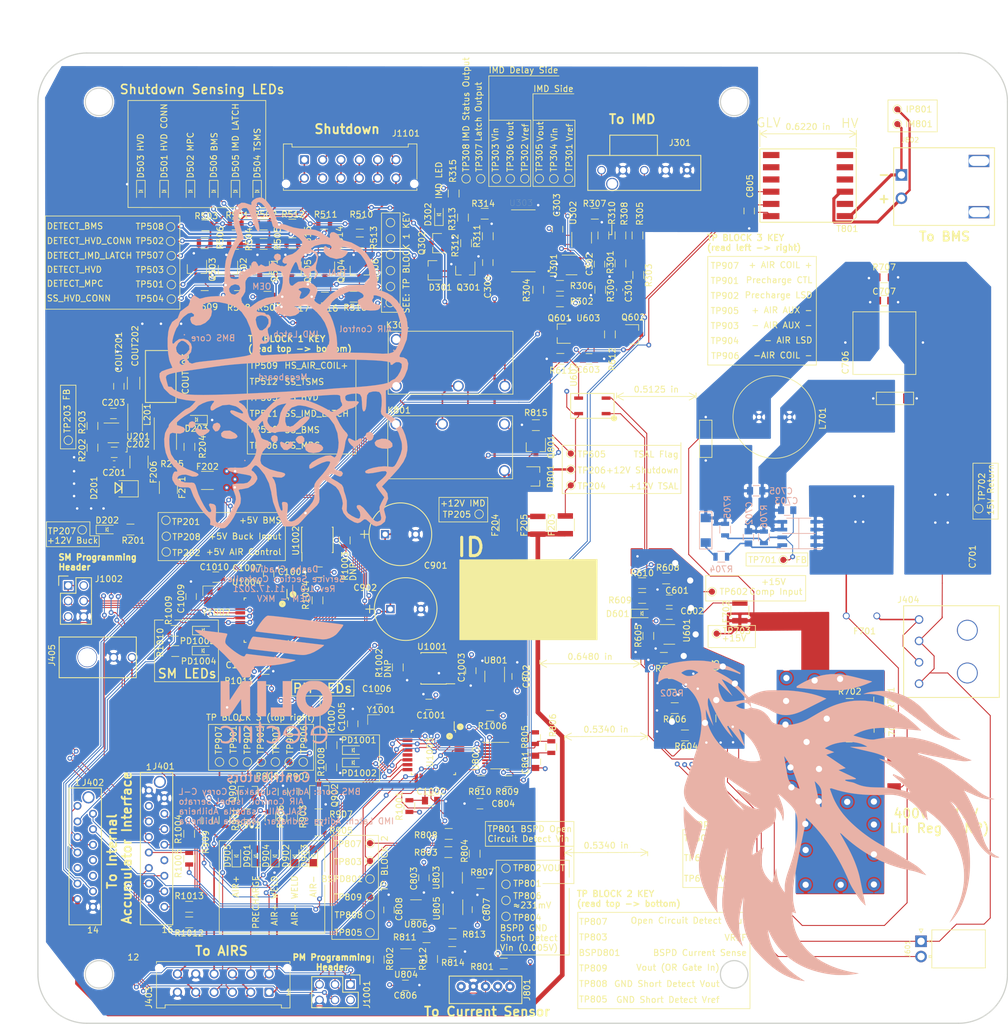
<source format=kicad_pcb>
(kicad_pcb (version 20171130) (host pcbnew 5.1.10-88a1d61d58~88~ubuntu20.04.1)
  (title_block (title "Service Section Controller") (rev 1.0) (comment 1 "Dasha Chadiuk"))
  (layers (0 F.Cu signal hide) (1 In1.Cu_GND signal hide) (2 In2.Cu_PWR signal hide) (31 B.Cu signal hide) (34 B.Paste user) (35 F.Paste user) (36 B.SilkS user hide) (37 F.SilkS user) (38 B.Mask user) (39 F.Mask user) (44 Edge.Cuts user))
  (net 0 "")
  (net 1 BSPD_CURRENT_SENSE)
  (net 2 +AIR_COIL-)
  (net 3 "Net-(C203-Pad2)")
  (net 4 "Net-(C203-Pad1)")
  (net 5 "Net-(C301-Pad1)")
  (net 6 /power_secondary.sch/SW)
  (net 7 /power_secondary.sch/VCC)
  (net 8 /power_secondary.sch/FB)
  (net 9 "Net-(C804-Pad1)")
  (net 10 "Net-(C805-Pad1)")
  (net 11 +AIR_COIL+)
  (net 12 "Net-(C1002-Pad1)")
  (net 13 "Net-(C1005-Pad1)")
  (net 14 "Net-(C1006-Pad1)")
  (net 15 "Net-(C1008-Pad1)")
  (net 16 "Net-(C1009-Pad1)")
  (net 17 "Net-(C1010-Pad1)")
  (net 18 "Net-(COUT201-Pad1)")
  (net 19 "Net-(D202-Pad2)")
  (net 20 "Net-(D203-Pad2)")
  (net 21 "Net-(D302-Pad1)")
  (net 22 "Net-(D302-Pad2)")
  (net 23 "Net-(D501-Pad2)")
  (net 24 "Net-(D502-Pad2)")
  (net 25 "Net-(D503-Pad2)")
  (net 26 "Net-(D504-Pad2)")
  (net 27 "Net-(D505-Pad2)")
  (net 28 "Net-(D506-Pad2)")
  (net 29 "Net-(D601-Pad1)")
  (net 30 "Net-(D601-Pad2)")
  (net 31 "Net-(D701-Pad2)")
  (net 32 "Net-(D801-Pad1)")
  (net 33 "Net-(D901-Pad2)")
  (net 34 "Net-(D902-Pad2)")
  (net 35 "Net-(D903-Pad2)")
  (net 36 "Net-(D904-Pad2)")
  (net 37 "Net-(D905-Pad2)")
  (net 38 +BATT)
  (net 39 PM_RESET)
  (net 40 CHARGE_ENABLE2)
  (net 41 CHARGE_ENABLE1)
  (net 42 SCK_ISO)
  (net 43 CS_ISO)
  (net 44 BMS_RELAY_DRIVE)
  (net 45 /micros/PM_DBG_2)
  (net 46 /micros/PM_DBG_1)
  (net 47 PM_SCK)
  (net 48 MOSI_ISO)
  (net 49 MISO_ISO)
  (net 50 /micros/PM_RXCAN)
  (net 51 /micros/PM_TXCAN)
  (net 52 FAN_PWM_RAW)
  (net 53 PM_MOSI)
  (net 54 PM_MISO)
  (net 55 IM)
  (net 56 IP)
  (net 57 IMD_Output)
  (net 58 SM_RJ45_LEDO)
  (net 59 SM_RJ45_LEDG)
  (net 60 PM_RJ45_LEDO)
  (net 61 PM_RJ45_LEDG)
  (net 62 SM_SCK)
  (net 63 SM_MISO)
  (net 64 SM_RESET)
  (net 65 SM_MOSI)
  (net 66 FAN_PWM)
  (net 67 TSAL_GREEN-)
  (net 68 TSAL_RED-)
  (net 69 CANL)
  (net 70 CANH)
  (net 71 -AIR_COIL-)
  (net 72 -AIR_AUX-)
  (net 73 +AIR_AUX-)
  (net 74 PRECHARGE_LSD)
  (net 75 DETECT_IMD_LATCH)
  (net 76 DETECT_BMS)
  (net 77 DETECT_MPC)
  (net 78 "Net-(PD1001-Pad1)")
  (net 79 "Net-(PD1002-Pad1)")
  (net 80 "Net-(PD1003-Pad1)")
  (net 81 /micros/SM_DBG_1)
  (net 82 "Net-(PD1004-Pad1)")
  (net 83 /micros/SM_DBG_2)
  (net 84 IMD_STATUS_OUTPUT)
  (net 85 SS_HVD_CONN)
  (net 86 DETECT_HVD_CONN)
  (net 87 SS_HVD)
  (net 88 DETECT_HVD)
  (net 89 SS_MPC)
  (net 90 SS_BMS)
  (net 91 SS_IMD_LATCH)
  (net 92 SS_TSMS)
  (net 93 PRECHARGE_CTL)
  (net 94 -AIR_LSD)
  (net 95 "Net-(R202-Pad1)")
  (net 96 "Net-(R301-Pad1)")
  (net 97 "Net-(R302-Pad1)")
  (net 98 "Net-(R304-Pad1)")
  (net 99 "Net-(R305-Pad1)")
  (net 100 "Net-(R308-Pad1)")
  (net 101 "Net-(R601-Pad1)")
  (net 102 "Net-(R602-Pad1)")
  (net 103 "Net-(R604-Pad1)")
  (net 104 "Net-(R605-Pad1)")
  (net 105 "Net-(R606-Pad1)")
  (net 106 AIL+)
  (net 107 "Net-(R610-Pad1)")
  (net 108 "Net-(R803-Pad2)")
  (net 109 "Net-(R804-Pad2)")
  (net 110 "Net-(R805-Pad2)")
  (net 111 "Net-(R805-Pad1)")
  (net 112 "Net-(R809-Pad1)")
  (net 113 "Net-(R810-Pad2)")
  (net 114 "Net-(R1012-Pad2)")
  (net 115 "Net-(R1013-Pad2)")
  (net 116 "Net-(T801-Pad6)")
  (net 117 "Net-(T801-Pad7)")
  (net 118 "Net-(T801-Pad5)")
  (net 119 "Net-(T801-Pad8)")
  (net 120 "Net-(T801-Pad4)")
  (net 121 "Net-(T801-Pad9)")
  (net 122 "Net-(U303-Pad10)")
  (net 123 "Net-(U303-Pad9)")
  (net 124 "Net-(U303-Pad1)")
  (net 125 /tsal_ail/TSAL_FLAG)
  (net 126 "Net-(U801-Pad1)")
  (net 127 "Net-(U1001-Pad5)")
  (net 128 "Net-(U1002-Pad5)")
  (net 129 /micros/SM_RXCAN)
  (net 130 /micros/SM_TXCAN)
  (net 131 "Net-(U1003-Pad21)")
  (net 132 "Net-(U1003-Pad13)")
  (net 133 "Net-(Q602-Pad1)")
  (net 134 "Net-(D301-Pad1)")
  (net 135 /imd_latch/LATCH_OUTPUT)
  (net 136 "Net-(R1004-Pad2)")
  (net 137 "Net-(R1005-Pad2)")
  (net 138 "Net-(U303-Pad2)")
  (net 139 "Net-(U1004-Pad13)")
  (net 140 "Net-(U1004-Pad21)")
  (net 141 "Net-(T801-Pad2)")
  (net 142 "Net-(TP305-Pad1)")
  (net 143 "Net-(TP306-Pad1)")
  (net 144 "Net-(TP808-Pad1)")
  (net 145 "Net-(TP809-Pad1)")
  (net 146 +15V)
  (net 147 nOCD)
  (net 148 VREF)
  (net 149 VOUT)
  (net 150 "Net-(R808-Pad2)")
  (net 151 "Net-(C705-Pad1)")
  (net 152 "Net-(R312-Pad2)")
  (net 153 "Net-(R701-Pad2)")
  (net 154 "Net-(R701-Pad1)")
  (net 155 "Net-(R811-Pad2)")
  (net 156 "Net-(R813-Pad1)")
  (net 157 "Net-(U1003-Pad22)")
  (net 158 "Net-(U1003-Pad26)")
  (net 159 "Net-(U1004-Pad32)")
  (net 160 "Net-(U1004-Pad30)")
  (net 161 "Net-(U1004-Pad3)")
  (net 162 /power_main/+12V_BUCK)
  (net 163 +12V_IMD)
  (net 164 +12V_TSAL)
  (net 165 +TS)
  (net 166 +5V_BMS)
  (net 167 +5V_AIR_CONTROL)
  (net 168 +12V_SHUTDOWN)
  (net 169 +5V)
  (net 170 -TS)
  (net 171 TS+_FUSED)
  (net 172 +15V_FUSED)
  (module footprints:Ultrafit_4_RA (layer F.Cu) (at 270.891 142.3924)
    (fp_text reference J404 (at -1.7526 -8.4836) (layer F.SilkS))
    (fp_text value Ultrafit_4_RA hide)
    (pad "" thru_hole circle (at 7.91 -3.5) (size 3.4 3.4) (drill 3.09) (layers *.Cu *.Mask))
    (pad 3 thru_hole circle (at 0 1.75) (size 1.397 1.397) (drill 1.02) (layers *.Cu *.Mask) (net 165 +TS))
    (pad 2 thru_hole circle (at 0 -1.75) (size 1.397 1.397) (drill 1.02) (layers *.Cu *.Mask) (net 170 -TS))
    (pad "" thru_hole circle (at 7.91 3.5) (size 3.4 3.4) (drill 3.09) (layers *.Cu *.Mask))
    (pad 4 thru_hole circle (at 0 5.25) (size 1.397 1.397) (drill 1.02) (layers *.Cu *.Mask) (net 170 -TS))
    (pad 1 thru_hole circle (at 0 -5.25) (size 1.397 1.397) (drill 1.02) (layers *.Cu *.Mask) (net 165 +TS))
  )
  (module footprints:phoenix (layer B.Cu) (at 256.0828 170.0784 180)
    (fp_text reference G*** hide)
    (fp_text value LOGO hide)
  )
  (module footprints:mimi_apples (layer B.Cu) (at 168.7576 93.218 180)
    (fp_text reference G*** hide)
    (fp_text value LOGO hide)
  )
  (module footprints:Olin_Electric_Smaller (layer B.Cu) (at 164.4904 146.9644 180)
    (fp_text reference G*** hide)
    (fp_text value LOGO hide)
  )
  (module footprints:C_Radial_D10_L13_P5_OEM (layer F.Cu) (at 189.3316 135.4328)
    (fp_text reference C902 (at -9.125 -3.5 180) (layer F.SilkS))
    (fp_text value CP_1mF hide)
    (pad 2 thru_hole circle (at 0 0) (size 1.3716 1.3716) (drill 0.8636) (layers *.Cu *.Paste *.Mask) (net 2 +AIR_COIL-))
    (pad 1 thru_hole rect (at -5.0038 0) (size 1.3716 1.3716) (drill 0.8636) (layers *.Cu *.Mask B.Adhes F.Paste) (net 11 +AIR_COIL+))
  )
  (module footprints:TQFP-32_7x7mm_Pitch0.8mm (layer F.Cu) (at 191.3763 158.9024 270)
    (fp_text reference U1003 (at -0.05334 0.56388 90) (layer F.SilkS))
    (fp_text value ATMEGA64M1 hide)
    (pad 1 smd rect (at -4.25 -2.8 270) (size 1.6 0.55) (layers F.Cu F.Paste F.Mask) (net 54 PM_MISO))
    (pad 2 smd rect (at -4.25 -2 270) (size 1.6 0.55) (layers F.Cu F.Paste F.Mask) (net 53 PM_MOSI))
    (pad 3 smd rect (at -4.25 -1.2 270) (size 1.6 0.55) (layers F.Cu F.Paste F.Mask) (net 52 FAN_PWM_RAW))
    (pad 4 smd rect (at -4.25 -0.4 270) (size 1.6 0.55) (layers F.Cu F.Paste F.Mask) (net 166 +5V_BMS))
    (pad 5 smd rect (at -4.25 0.4 270) (size 1.6 0.55) (layers F.Cu F.Paste F.Mask) (net 2 +AIR_COIL-))
    (pad 6 smd rect (at -4.25 1.2 270) (size 1.6 0.55) (layers F.Cu F.Paste F.Mask) (net 51 /micros/PM_TXCAN))
    (pad 7 smd rect (at -4.25 2 270) (size 1.6 0.55) (layers F.Cu F.Paste F.Mask) (net 50 /micros/PM_RXCAN))
    (pad 8 smd rect (at -4.25 2.8 270) (size 1.6 0.55) (layers F.Cu F.Paste F.Mask) (net 49 MISO_ISO))
    (pad 9 smd rect (at -2.8 4.25) (size 1.6 0.55) (layers F.Cu F.Paste F.Mask) (net 48 MOSI_ISO))
    (pad 10 smd rect (at -2 4.25) (size 1.6 0.55) (layers F.Cu F.Paste F.Mask) (net 14 "Net-(C1006-Pad1)"))
    (pad 11 smd rect (at -1.2 4.25) (size 1.6 0.55) (layers F.Cu F.Paste F.Mask) (net 13 "Net-(C1005-Pad1)"))
    (pad 12 smd rect (at -0.4 4.25) (size 1.6 0.55) (layers F.Cu F.Paste F.Mask) (net 47 PM_SCK))
    (pad 13 smd rect (at 0.4 4.25) (size 1.6 0.55) (layers F.Cu F.Paste F.Mask) (net 132 "Net-(U1003-Pad13)"))
    (pad 14 smd rect (at 1.2 4.25) (size 1.6 0.55) (layers F.Cu F.Paste F.Mask) (net 46 /micros/PM_DBG_1))
    (pad 15 smd rect (at 2 4.25) (size 1.6 0.55) (layers F.Cu F.Paste F.Mask) (net 45 /micros/PM_DBG_2))
    (pad 16 smd rect (at 2.8 4.25) (size 1.6 0.55) (layers F.Cu F.Paste F.Mask) (net 147 nOCD))
    (pad 17 smd rect (at 4.25 2.8 270) (size 1.6 0.55) (layers F.Cu F.Paste F.Mask) (net 148 VREF))
    (pad 18 smd rect (at 4.25 2 270) (size 1.6 0.55) (layers F.Cu F.Paste F.Mask) (net 149 VOUT))
    (pad 19 smd rect (at 4.25 1.2 270) (size 1.6 0.55) (layers F.Cu F.Paste F.Mask) (net 12 "Net-(C1002-Pad1)"))
    (pad 20 smd rect (at 4.25 0.4 270) (size 1.6 0.55) (layers F.Cu F.Paste F.Mask) (net 2 +AIR_COIL-))
    (pad 21 smd rect (at 4.25 -0.4 270) (size 1.6 0.55) (layers F.Cu F.Paste F.Mask) (net 131 "Net-(U1003-Pad21)"))
    (pad 22 smd rect (at 4.25 -1.2 270) (size 1.6 0.55) (layers F.Cu F.Paste F.Mask) (net 157 "Net-(U1003-Pad22)"))
    (pad 23 smd rect (at 4.25 -2 270) (size 1.6 0.55) (layers F.Cu F.Paste F.Mask) (net 136 "Net-(R1004-Pad2)"))
    (pad 24 smd rect (at 4.25 -2.8 270) (size 1.6 0.55) (layers F.Cu F.Paste F.Mask) (net 137 "Net-(R1005-Pad2)"))
    (pad 25 smd rect (at 2.8 -4.25) (size 1.6 0.55) (layers F.Cu F.Paste F.Mask) (net 44 BMS_RELAY_DRIVE))
    (pad 26 smd rect (at 2 -4.25) (size 1.6 0.55) (layers F.Cu F.Paste F.Mask) (net 158 "Net-(U1003-Pad26)"))
    (pad 27 smd rect (at 1.2 -4.25) (size 1.6 0.55) (layers F.Cu F.Paste F.Mask) (net 43 CS_ISO))
    (pad 28 smd rect (at 0.4 -4.25) (size 1.6 0.55) (layers F.Cu F.Paste F.Mask) (net 42 SCK_ISO))
    (pad 29 smd rect (at -0.4 -4.25) (size 1.6 0.55) (layers F.Cu F.Paste F.Mask) (net 41 CHARGE_ENABLE1))
    (pad 30 smd rect (at -1.2 -4.25) (size 1.6 0.55) (layers F.Cu F.Paste F.Mask) (net 40 CHARGE_ENABLE2))
    (pad 31 smd rect (at -2 -4.25) (size 1.6 0.55) (layers F.Cu F.Paste F.Mask) (net 39 PM_RESET))
    (pad 32 smd rect (at -2.8 -4.25) (size 1.6 0.55) (layers F.Cu F.Paste F.Mask) (net 1 BSPD_CURRENT_SENSE))
  )
  (module footprints:Fuse_1210 (layer F.Cu) (at 212.975 121.65 90)
    (fp_text reference F203 (at 0 -2.25 90) (layer F.SilkS))
    (fp_text value 500mA hide)
    (pad 2 smd rect (at 1.45 0 90) (size 0.9 2.5) (layers F.Cu F.Paste F.Mask) (net 164 +12V_TSAL))
    (pad 1 smd rect (at -1.45 0 90) (size 0.9 2.5) (layers F.Cu F.Paste F.Mask) (net 38 +BATT))
  )
  (module footprints:C_0805_OEM (layer F.Cu) (at 243.078 70.2945 270)
    (fp_text reference C805 (at -4.064 -0.127 90) (layer F.SilkS))
    (fp_text value C_10nF hide)
    (pad 2 smd rect (at 1 0 270) (size 1 1.25) (layers F.Cu F.Paste F.Mask) (net 2 +AIR_COIL-))
    (pad 1 smd rect (at -1 0 270) (size 1 1.25) (layers F.Cu F.Paste F.Mask) (net 10 "Net-(C805-Pad1)"))
  )
  (module footprints:T_LAN_SM91501ALE (layer F.Cu) (at 252.7173 66.1416 90)
    (fp_text reference T801 (at -7.0739 6.4262) (layer F.SilkS))
    (fp_text value T_LAN_SM91501ALE)
    (pad 6 smd rect (at 5 6.035 90) (size 1 2.7) (layers F.Cu F.Paste F.Mask) (net 116 "Net-(T801-Pad6)"))
    (pad 7 smd rect (at 5 -6.035 90) (size 1 2.7) (layers F.Cu F.Paste F.Mask) (net 117 "Net-(T801-Pad7)"))
    (pad 5 smd rect (at 3 6.035 90) (size 1 2.7) (layers F.Cu F.Paste F.Mask) (net 118 "Net-(T801-Pad5)"))
    (pad 8 smd rect (at 3 -6.035 90) (size 1 2.7) (layers F.Cu F.Paste F.Mask) (net 119 "Net-(T801-Pad8)"))
    (pad 4 smd rect (at 1 6.035 90) (size 1 2.7) (layers F.Cu F.Paste F.Mask) (net 120 "Net-(T801-Pad4)"))
    (pad 9 smd rect (at 1 -6.035 90) (size 1 2.7) (layers F.Cu F.Paste F.Mask) (net 121 "Net-(T801-Pad9)"))
    (pad 3 smd rect (at -1 6.035 90) (size 1 2.7) (layers F.Cu F.Paste F.Mask) (net 56 IP))
    (pad 10 smd rect (at -1 -6.035 90) (size 1 2.7) (layers F.Cu F.Paste F.Mask) (net 113 "Net-(R810-Pad2)"))
    (pad 2 smd rect (at -3 6.035 90) (size 1 2.7) (layers F.Cu F.Paste F.Mask) (net 141 "Net-(T801-Pad2)"))
    (pad 11 smd rect (at -3 -6.035 90) (size 1 2.7) (layers F.Cu F.Paste F.Mask) (net 10 "Net-(C805-Pad1)"))
    (pad 1 smd rect (at -5 6.035 90) (size 1 2.7) (layers F.Cu F.Paste F.Mask) (net 55 IM))
    (pad 12 smd rect (at -5 -6.035 90) (size 1 2.7) (layers F.Cu F.Paste F.Mask) (net 112 "Net-(R809-Pad1)"))
  )
  (module footprints:R_0805_OEM (layer F.Cu) (at 224.79 74.295 270)
    (fp_text reference R305 (at -3.556 -0.381 90) (layer F.SilkS))
    (fp_text value R_2.2K hide)
    (pad 2 smd rect (at 0.95 0 270) (size 0.7 1.3) (layers F.Cu F.Paste F.Mask) (net 163 +12V_IMD))
    (pad 1 smd rect (at -0.95 0 270) (size 0.7 1.3) (layers F.Cu F.Paste F.Mask) (net 99 "Net-(R305-Pad1)"))
  )
  (module footprints:C_10uF_450V (layer F.Cu) (at 274.701 119.126 270)
    (fp_text reference C701 (at 7.747 -4.953 270) (layer F.SilkS))
    (fp_text value C_10uF_450V hide)
    (pad 2 smd rect (at 0 13.5 270) (size 2.5 7.5) (layers F.Cu F.Paste F.Mask) (net 171 TS+_FUSED))
    (pad 1 smd rect (at 0 0 270) (size 2.5 7.5) (layers F.Cu F.Paste F.Mask) (net 170 -TS))
  )
  (module footprints:R_0805_OEM (layer F.Cu) (at 172.5676 169.0116)
    (fp_text reference R907 (at 3.683 0) (layer F.SilkS))
    (fp_text value R_10K hide)
    (pad 2 smd rect (at 0.95 0) (size 0.7 1.3) (layers F.Cu F.Paste F.Mask) (net 2 +AIR_COIL-))
    (pad 1 smd rect (at -0.95 0) (size 0.7 1.3) (layers F.Cu F.Paste F.Mask) (net 94 -AIR_LSD))
  )
  (module footprints:SOT-23F (layer F.Cu) (at 172.6946 165.0746 90)
    (fp_text reference Q902 (at -0.8504 2.5304 90) (layer F.SilkS))
    (fp_text value SSM3K333R hide)
    (pad 3 smd rect (at 1.05 0 90) (size 0.9 0.8) (layers F.Cu F.Paste F.Mask) (net 71 -AIR_COIL-))
    (pad 2 smd rect (at -1.05 0.95 90) (size 0.9 0.8) (layers F.Cu F.Paste F.Mask) (net 2 +AIR_COIL-))
    (pad 1 smd rect (at -1.05 -0.95 90) (size 0.9 0.8) (layers F.Cu F.Paste F.Mask) (net 94 -AIR_LSD))
  )
  (module footprints:LED_0805_OEM (layer F.Cu) (at 168.66616 175.8188 90)
    (fp_text reference D902 (at 0 -1.45 90) (layer F.SilkS))
    (fp_text value LED_0805 hide)
    (pad 1 smd rect (at -1.1 0 270) (size 1.2 1.2) (layers F.Cu F.Paste F.Mask) (net 2 +AIR_COIL-))
    (pad 2 smd rect (at 1.1 0 270) (size 1.2 1.2) (layers F.Cu F.Paste F.Mask) (net 34 "Net-(D902-Pad2)"))
  )
  (module footprints:LED_0805_OEM (layer F.Cu) (at 171.71416 175.8188 90)
    (fp_text reference D903 (at 0 -1.45 90) (layer F.SilkS))
    (fp_text value LED_0805 hide)
    (pad 1 smd rect (at -1.1 0 270) (size 1.2 1.2) (layers F.Cu F.Paste F.Mask) (net 2 +AIR_COIL-))
    (pad 2 smd rect (at 1.1 0 270) (size 1.2 1.2) (layers F.Cu F.Paste F.Mask) (net 35 "Net-(D903-Pad2)"))
  )
  (module footprints:R_0805_OEM (layer F.Cu) (at 172.5676 171.6786)
    (fp_text reference R905 (at 3.683 0 180) (layer F.SilkS))
    (fp_text value R_200 hide)
    (pad 2 smd rect (at 0.95 0) (size 0.7 1.3) (layers F.Cu F.Paste F.Mask) (net 35 "Net-(D903-Pad2)"))
    (pad 1 smd rect (at -0.95 0) (size 0.7 1.3) (layers F.Cu F.Paste F.Mask) (net 94 -AIR_LSD))
  )
  (module footprints:LED_0805_OEM (layer F.Cu) (at 159.1056 175.8188 90)
    (fp_text reference D905 (at 0 -1.45 90) (layer F.SilkS))
    (fp_text value LED_0805 hide)
    (pad 1 smd rect (at -1.1 0 270) (size 1.2 1.2) (layers F.Cu F.Paste F.Mask) (net 2 +AIR_COIL-))
    (pad 2 smd rect (at 1.1 0 270) (size 1.2 1.2) (layers F.Cu F.Paste F.Mask) (net 37 "Net-(D905-Pad2)"))
  )
  (module footprints:Pin_Header_Straight_2x03 (layer F.Cu) (at 177.8 196.85 270)
    (fp_text reference J1001 (at 1.651 -2.667 90) (layer F.SilkS))
    (fp_text value CONN_02X03 hide)
    (pad 6 thru_hole circle (at 2.54 5.08 270) (size 1.4 1.4) (drill 1.016) (layers *.Cu *.Mask) (net 2 +AIR_COIL-))
    (pad 5 thru_hole circle (at 0 5.08 270) (size 1.4 1.4) (drill 1.016) (layers *.Cu *.Mask) (net 39 PM_RESET))
    (pad 4 thru_hole circle (at 2.54 2.54 270) (size 1.4 1.4) (drill 1.016) (layers *.Cu *.Mask) (net 53 PM_MOSI))
    (pad 3 thru_hole circle (at 0 2.54 270) (size 1.4 1.4) (drill 1.016) (layers *.Cu *.Mask) (net 47 PM_SCK))
    (pad 2 thru_hole circle (at 2.54 0 270) (size 1.4 1.4) (drill 1.016) (layers *.Cu *.Mask) (net 166 +5V_BMS))
    (pad 1 thru_hole rect (at 0 0 270) (size 1.4 1.4) (drill 1.016) (layers *.Cu *.Mask) (net 54 PM_MISO))
  )
  (module Package_TO_SOT_SMD:SOT-23 (layer F.Cu) (at 191.262 80.01 180)
    (fp_text reference D301 (at -1.27 -2.794) (layer F.SilkS))
    (fp_text value BAS40-00)
    (pad 1 smd rect (at -1 -0.95 180) (size 0.9 0.8) (layers F.Cu F.Paste F.Mask) (net 134 "Net-(D301-Pad1)"))
    (pad 2 smd rect (at -1 0.95 180) (size 0.9 0.8) (layers F.Cu F.Paste F.Mask))
    (pad 3 smd rect (at 1 0 180) (size 0.9 0.8) (layers F.Cu F.Paste F.Mask) (net 168 +12V_SHUTDOWN))
  )
  (module footprints:MicroFit_VT_12 (layer F.Cu) (at 170.2435 61.9125)
    (fp_text reference J1101 (at 16.637 -4.318) (layer F.SilkS))
    (fp_text value MicroFit_VT_12)
    (pad "" np_thru_hole circle (at -3 3.94) (size 1 1) (drill 1) (layers *.Cu *.Mask))
    (pad "" np_thru_hole circle (at 18 3.94) (size 1 1) (drill 1) (layers *.Cu *.Mask))
    (pad 1 thru_hole roundrect (at 0 0) (size 1.5 1.5) (drill 1) (layers *.Cu *.Mask) (roundrect_rratio 0.166667) (net 88 DETECT_HVD))
    (pad 2 thru_hole circle (at 3 0) (size 1.5 1.5) (drill 1) (layers *.Cu *.Mask) (net 75 DETECT_IMD_LATCH))
    (pad 3 thru_hole circle (at 6 0) (size 1.5 1.5) (drill 1) (layers *.Cu *.Mask) (net 86 DETECT_HVD_CONN))
    (pad 4 thru_hole circle (at 9 0) (size 1.5 1.5) (drill 1) (layers *.Cu *.Mask) (net 77 DETECT_MPC))
    (pad 5 thru_hole circle (at 12 0) (size 1.5 1.5) (drill 1) (layers *.Cu *.Mask) (net 76 DETECT_BMS))
    (pad 6 thru_hole circle (at 15 0) (size 1.5 1.5) (drill 1) (layers *.Cu *.Mask) (net 75 DETECT_IMD_LATCH))
    (pad 7 thru_hole circle (at 0 3) (size 1.5 1.5) (drill 1) (layers *.Cu *.Mask) (net 88 DETECT_HVD))
    (pad 8 thru_hole circle (at 3 3) (size 1.5 1.5) (drill 1) (layers *.Cu *.Mask) (net 11 +AIR_COIL+))
    (pad 9 thru_hole circle (at 6 3) (size 1.5 1.5) (drill 1) (layers *.Cu *.Mask) (net 86 DETECT_HVD_CONN))
    (pad 10 thru_hole circle (at 9 3) (size 1.5 1.5) (drill 1) (layers *.Cu *.Mask) (net 77 DETECT_MPC))
    (pad 11 thru_hole circle (at 12 3) (size 1.5 1.5) (drill 1) (layers *.Cu *.Mask) (net 76 DETECT_BMS))
    (pad 12 thru_hole circle (at 15 3) (size 1.5 1.5) (drill 1) (layers *.Cu *.Mask) (net 11 +AIR_COIL+))
  )
  (module footprints:Crystal_SMD_FA238 (layer F.Cu) (at 155.63392 133.25514)
    (fp_text reference Y1002 (at 0.1905 2.7178 180) (layer F.SilkS))
    (fp_text value Crystal_SMD hide)
    (pad 4 smd rect (at -1.1 -0.8) (size 1.4 1.2) (layers F.Cu F.Mask) (net 2 +AIR_COIL-))
    (pad 3 smd rect (at 1.1 -0.8) (size 1.4 1.2) (layers F.Cu F.Mask) (net 17 "Net-(C1010-Pad1)"))
    (pad 2 smd rect (at 1.1 0.8) (size 1.4 1.2) (layers F.Cu F.Mask) (net 2 +AIR_COIL-))
    (pad 1 smd rect (at -1.1 0.8) (size 1.4 1.2) (layers F.Cu F.Mask) (net 16 "Net-(C1009-Pad1)"))
  )
  (module footprints:Crystal_SMD_FA238 (layer F.Cu) (at 182.6133 154.3304)
    (fp_text reference Y1001 (at 0.1867 -2.4304) (layer F.SilkS))
    (fp_text value Crystal_SMD hide)
    (pad 4 smd rect (at -1.1 -0.8) (size 1.4 1.2) (layers F.Cu F.Mask) (net 2 +AIR_COIL-))
    (pad 3 smd rect (at 1.1 -0.8) (size 1.4 1.2) (layers F.Cu F.Mask) (net 14 "Net-(C1006-Pad1)"))
    (pad 2 smd rect (at 1.1 0.8) (size 1.4 1.2) (layers F.Cu F.Mask) (net 2 +AIR_COIL-))
    (pad 1 smd rect (at -1.1 0.8) (size 1.4 1.2) (layers F.Cu F.Mask) (net 13 "Net-(C1005-Pad1)"))
  )
  (module footprints:TQFP-32_7x7mm_Pitch0.8mm (layer F.Cu) (at 164 137.25 270)
    (fp_text reference U1004 (at -6.2 3.2 180) (layer F.SilkS))
    (fp_text value ATMEGA16M1 hide)
    (pad 32 smd rect (at -2.8 -4.25) (size 1.6 0.55) (layers F.Cu F.Paste F.Mask) (net 159 "Net-(U1004-Pad32)"))
    (pad 31 smd rect (at -2 -4.25) (size 1.6 0.55) (layers F.Cu F.Paste F.Mask) (net 64 SM_RESET))
    (pad 30 smd rect (at -1.2 -4.25) (size 1.6 0.55) (layers F.Cu F.Paste F.Mask) (net 160 "Net-(U1004-Pad30)"))
    (pad 29 smd rect (at -0.4 -4.25) (size 1.6 0.55) (layers F.Cu F.Paste F.Mask) (net 84 IMD_STATUS_OUTPUT))
    (pad 28 smd rect (at 0.4 -4.25) (size 1.6 0.55) (layers F.Cu F.Paste F.Mask) (net 87 SS_HVD))
    (pad 27 smd rect (at 1.2 -4.25) (size 1.6 0.55) (layers F.Cu F.Paste F.Mask) (net 85 SS_HVD_CONN))
    (pad 26 smd rect (at 2 -4.25) (size 1.6 0.55) (layers F.Cu F.Paste F.Mask) (net 89 SS_MPC))
    (pad 25 smd rect (at 2.8 -4.25) (size 1.6 0.55) (layers F.Cu F.Paste F.Mask) (net 90 SS_BMS))
    (pad 24 smd rect (at 4.25 -2.8 270) (size 1.6 0.55) (layers F.Cu F.Paste F.Mask) (net 91 SS_IMD_LATCH))
    (pad 23 smd rect (at 4.25 -2 270) (size 1.6 0.55) (layers F.Cu F.Paste F.Mask) (net 92 SS_TSMS))
    (pad 22 smd rect (at 4.25 -1.2 270) (size 1.6 0.55) (layers F.Cu F.Paste F.Mask) (net 94 -AIR_LSD))
    (pad 21 smd rect (at 4.25 -0.4 270) (size 1.6 0.55) (layers F.Cu F.Paste F.Mask) (net 140 "Net-(U1004-Pad21)"))
    (pad 20 smd rect (at 4.25 0.4 270) (size 1.6 0.55) (layers F.Cu F.Paste F.Mask) (net 2 +AIR_COIL-))
    (pad 19 smd rect (at 4.25 1.2 270) (size 1.6 0.55) (layers F.Cu F.Paste F.Mask) (net 15 "Net-(C1008-Pad1)"))
    (pad 18 smd rect (at 4.25 2 270) (size 1.6 0.55) (layers F.Cu F.Paste F.Mask) (net 72 -AIR_AUX-))
    (pad 17 smd rect (at 4.25 2.8 270) (size 1.6 0.55) (layers F.Cu F.Paste F.Mask) (net 73 +AIR_AUX-))
    (pad 16 smd rect (at 2.8 4.25) (size 1.6 0.55) (layers F.Cu F.Paste F.Mask) (net 93 PRECHARGE_CTL))
    (pad 15 smd rect (at 2 4.25) (size 1.6 0.55) (layers F.Cu F.Paste F.Mask) (net 83 /micros/SM_DBG_2))
    (pad 14 smd rect (at 1.2 4.25) (size 1.6 0.55) (layers F.Cu F.Paste F.Mask) (net 81 /micros/SM_DBG_1))
    (pad 13 smd rect (at 0.4 4.25) (size 1.6 0.55) (layers F.Cu F.Paste F.Mask) (net 139 "Net-(U1004-Pad13)"))
    (pad 12 smd rect (at -0.4 4.25) (size 1.6 0.55) (layers F.Cu F.Paste F.Mask) (net 62 SM_SCK))
    (pad 11 smd rect (at -1.2 4.25) (size 1.6 0.55) (layers F.Cu F.Paste F.Mask) (net 16 "Net-(C1009-Pad1)"))
    (pad 10 smd rect (at -2 4.25) (size 1.6 0.55) (layers F.Cu F.Paste F.Mask) (net 17 "Net-(C1010-Pad1)"))
    (pad 9 smd rect (at -2.8 4.25) (size 1.6 0.55) (layers F.Cu F.Paste F.Mask) (net 115 "Net-(R1013-Pad2)"))
    (pad 8 smd rect (at -4.25 2.8 270) (size 1.6 0.55) (layers F.Cu F.Paste F.Mask) (net 114 "Net-(R1012-Pad2)"))
    (pad 7 smd rect (at -4.25 2 270) (size 1.6 0.55) (layers F.Cu F.Paste F.Mask) (net 129 /micros/SM_RXCAN))
    (pad 6 smd rect (at -4.25 1.2 270) (size 1.6 0.55) (layers F.Cu F.Paste F.Mask) (net 130 /micros/SM_TXCAN))
    (pad 5 smd rect (at -4.25 0.4 270) (size 1.6 0.55) (layers F.Cu F.Paste F.Mask) (net 2 +AIR_COIL-))
    (pad 4 smd rect (at -4.25 -0.4 270) (size 1.6 0.55) (layers F.Cu F.Paste F.Mask) (net 167 +5V_AIR_CONTROL))
    (pad 3 smd rect (at -4.25 -1.2 270) (size 1.6 0.55) (layers F.Cu F.Paste F.Mask) (net 161 "Net-(U1004-Pad3)"))
    (pad 2 smd rect (at -4.25 -2 270) (size 1.6 0.55) (layers F.Cu F.Paste F.Mask) (net 65 SM_MOSI))
    (pad 1 smd rect (at -4.25 -2.8 270) (size 1.6 0.55) (layers F.Cu F.Paste F.Mask) (net 63 SM_MISO))
  )
  (module footprints:SOIC-8_3.9x4.9mm_Pitch1.27mm_OEM (layer F.Cu) (at 172.36682 124.11044 90)
    (fp_text reference U1002 (at -0.13462 -3.52806 90) (layer F.SilkS))
    (fp_text value MCP2561-E_SN hide)
    (pad 8 smd rect (at 2.7 -1.905 90) (size 1.55 0.6) (layers F.Cu F.Paste F.Mask) (net 2 +AIR_COIL-))
    (pad 7 smd rect (at 2.7 -0.635 90) (size 1.55 0.6) (layers F.Cu F.Paste F.Mask) (net 70 CANH))
    (pad 6 smd rect (at 2.7 0.635 90) (size 1.55 0.6) (layers F.Cu F.Paste F.Mask) (net 69 CANL))
    (pad 5 smd rect (at 2.7 1.905 90) (size 1.55 0.6) (layers F.Cu F.Paste F.Mask) (net 128 "Net-(U1002-Pad5)"))
    (pad 4 smd rect (at -2.7 1.905 90) (size 1.55 0.6) (layers F.Cu F.Paste F.Mask) (net 129 /micros/SM_RXCAN))
    (pad 3 smd rect (at -2.7 0.635 90) (size 1.55 0.6) (layers F.Cu F.Paste F.Mask) (net 167 +5V_AIR_CONTROL))
    (pad 2 smd rect (at -2.7 -0.635 90) (size 1.55 0.6) (layers F.Cu F.Paste F.Mask) (net 2 +AIR_COIL-))
    (pad 1 smd rect (at -2.7 -1.905 90) (size 1.55 0.6) (layers F.Cu F.Paste F.Mask) (net 130 /micros/SM_TXCAN))
  )
  (module footprints:SOIC-8_3.9x4.9mm_Pitch1.27mm_OEM (layer F.Cu) (at 191.4017 145.1356 180)
    (fp_text reference U1001 (at 0.254 3.556) (layer F.SilkS))
    (fp_text value MCP2561-E_SN hide)
    (pad 8 smd rect (at 2.7 -1.905 180) (size 1.55 0.6) (layers F.Cu F.Paste F.Mask) (net 2 +AIR_COIL-))
    (pad 7 smd rect (at 2.7 -0.635 180) (size 1.55 0.6) (layers F.Cu F.Paste F.Mask) (net 70 CANH))
    (pad 6 smd rect (at 2.7 0.635 180) (size 1.55 0.6) (layers F.Cu F.Paste F.Mask) (net 69 CANL))
    (pad 5 smd rect (at 2.7 1.905 180) (size 1.55 0.6) (layers F.Cu F.Paste F.Mask) (net 127 "Net-(U1001-Pad5)"))
    (pad 4 smd rect (at -2.7 1.905 180) (size 1.55 0.6) (layers F.Cu F.Paste F.Mask) (net 50 /micros/PM_RXCAN))
    (pad 3 smd rect (at -2.7 0.635 180) (size 1.55 0.6) (layers F.Cu F.Paste F.Mask) (net 166 +5V_BMS))
    (pad 2 smd rect (at -2.7 -0.635 180) (size 1.55 0.6) (layers F.Cu F.Paste F.Mask) (net 2 +AIR_COIL-))
    (pad 1 smd rect (at -2.7 -1.905 180) (size 1.55 0.6) (layers F.Cu F.Paste F.Mask) (net 51 /micros/PM_TXCAN))
  )
  (module footprints:SOT-23-5_OEM (layer F.Cu) (at 188.5188 184.6072 180)
    (fp_text reference U806 (at 0 -2.413) (layer F.SilkS))
    (fp_text value SN74LVC1G32DBVR hide)
    (pad 5 smd rect (at 1.1 -0.95 180) (size 1.06 0.65) (layers F.Cu F.Paste F.Mask) (net 166 +5V_BMS))
    (pad 4 smd rect (at 1.1 0.95 180) (size 1.06 0.65) (layers F.Cu F.Paste F.Mask) (net 1 BSPD_CURRENT_SENSE))
    (pad 3 smd rect (at -1.1 0.95 180) (size 1.06 0.65) (layers F.Cu F.Paste F.Mask) (net 2 +AIR_COIL-))
    (pad 2 smd rect (at -1.1 0 180) (size 1.06 0.65) (layers F.Cu F.Paste F.Mask) (net 145 "Net-(TP809-Pad1)"))
    (pad 1 smd rect (at -1.1 -0.95 180) (size 1.06 0.65) (layers F.Cu F.Paste F.Mask) (net 144 "Net-(TP808-Pad1)"))
  )
  (module footprints:SOT-23-5_OEM (layer F.Cu) (at 194.5767 184.5437 270)
    (fp_text reference U805 (at -0.127 2.667 90) (layer F.SilkS))
    (fp_text value MCP6001 hide)
    (pad 5 smd rect (at 1.1 -0.95 270) (size 1.06 0.65) (layers F.Cu F.Paste F.Mask) (net 166 +5V_BMS))
    (pad 4 smd rect (at 1.1 0.95 270) (size 1.06 0.65) (layers F.Cu F.Paste F.Mask) (net 156 "Net-(R813-Pad1)"))
    (pad 3 smd rect (at -1.1 0.95 270) (size 1.06 0.65) (layers F.Cu F.Paste F.Mask) (net 150 "Net-(R808-Pad2)"))
    (pad 2 smd rect (at -1.1 0 270) (size 1.06 0.65) (layers F.Cu F.Paste F.Mask) (net 2 +AIR_COIL-))
    (pad 1 smd rect (at -1.1 -0.95 270) (size 1.06 0.65) (layers F.Cu F.Paste F.Mask) (net 145 "Net-(TP809-Pad1)"))
  )
  (module footprints:SOT-23-5_OEM (layer F.Cu) (at 186.8932 192.6336 180)
    (fp_text reference U804 (at 0 -2.5908 180) (layer F.SilkS))
    (fp_text value MCP6001 hide)
    (pad 5 smd rect (at 1.1 -0.95 180) (size 1.06 0.65) (layers F.Cu F.Paste F.Mask) (net 166 +5V_BMS))
    (pad 4 smd rect (at 1.1 0.95 180) (size 1.06 0.65) (layers F.Cu F.Paste F.Mask) (net 149 VOUT))
    (pad 3 smd rect (at -1.1 0.95 180) (size 1.06 0.65) (layers F.Cu F.Paste F.Mask) (net 155 "Net-(R811-Pad2)"))
    (pad 2 smd rect (at -1.1 0 180) (size 1.06 0.65) (layers F.Cu F.Paste F.Mask) (net 2 +AIR_COIL-))
    (pad 1 smd rect (at -1.1 -0.95 180) (size 1.06 0.65) (layers F.Cu F.Paste F.Mask) (net 144 "Net-(TP808-Pad1)"))
  )
  (module footprints:SOT-23-5_OEM (layer F.Cu) (at 194.5132 179.4002 90)
    (fp_text reference U803 (at 0 -2.667 270) (layer F.SilkS))
    (fp_text value MCP6001 hide)
    (pad 5 smd rect (at 1.1 -0.95 90) (size 1.06 0.65) (layers F.Cu F.Paste F.Mask) (net 166 +5V_BMS))
    (pad 4 smd rect (at 1.1 0.95 90) (size 1.06 0.65) (layers F.Cu F.Paste F.Mask) (net 108 "Net-(R803-Pad2)"))
    (pad 3 smd rect (at -1.1 0.95 90) (size 1.06 0.65) (layers F.Cu F.Paste F.Mask) (net 109 "Net-(R804-Pad2)"))
    (pad 2 smd rect (at -1.1 0 90) (size 1.06 0.65) (layers F.Cu F.Paste F.Mask) (net 2 +AIR_COIL-))
    (pad 1 smd rect (at -1.1 -0.95 90) (size 1.06 0.65) (layers F.Cu F.Paste F.Mask) (net 150 "Net-(R808-Pad2)"))
  )
  (module Package_SO:MSOP-16_3x4mm_P0.5mm (layer F.Cu) (at 202.2348 159.4104)
    (fp_text reference U802 (at -3.937 0.508 -270) (layer F.SilkS))
    (fp_text value LTC6820HMS)
    (pad 16 smd roundrect (at 2.15 -1.75) (size 1.45 0.3) (layers F.Cu F.Paste F.Mask) (net 111 "Net-(R805-Pad1)"))
    (pad 15 smd roundrect (at 2.15 -1.25) (size 1.45 0.3) (layers F.Cu F.Paste F.Mask) (net 110 "Net-(R805-Pad2)"))
    (pad 14 smd roundrect (at 2.15 -0.75) (size 1.45 0.3) (layers F.Cu F.Paste F.Mask) (net 2 +AIR_COIL-))
    (pad 13 smd roundrect (at 2.15 -0.25) (size 1.45 0.3) (layers F.Cu F.Paste F.Mask) (net 2 +AIR_COIL-))
    (pad 12 smd roundrect (at 2.15 0.25) (size 1.45 0.3) (layers F.Cu F.Paste F.Mask) (net 166 +5V_BMS))
    (pad 11 smd roundrect (at 2.15 0.75) (size 1.45 0.3) (layers F.Cu F.Paste F.Mask) (net 113 "Net-(R810-Pad2)"))
    (pad 10 smd roundrect (at 2.15 1.25) (size 1.45 0.3) (layers F.Cu F.Paste F.Mask) (net 112 "Net-(R809-Pad1)"))
    (pad 9 smd roundrect (at 2.15 1.75) (size 1.45 0.3) (layers F.Cu F.Paste F.Mask) (net 166 +5V_BMS))
    (pad 8 smd roundrect (at -2.15 1.75) (size 1.45 0.3) (layers F.Cu F.Paste F.Mask) (net 166 +5V_BMS))
    (pad 7 smd roundrect (at -2.15 1.25) (size 1.45 0.3) (layers F.Cu F.Paste F.Mask) (net 166 +5V_BMS))
    (pad 6 smd roundrect (at -2.15 0.75) (size 1.45 0.3) (layers F.Cu F.Paste F.Mask) (net 166 +5V_BMS))
    (pad 5 smd roundrect (at -2.15 0.25) (size 1.45 0.3) (layers F.Cu F.Paste F.Mask) (net 43 CS_ISO))
    (pad 4 smd roundrect (at -2.15 -0.25) (size 1.45 0.3) (layers F.Cu F.Paste F.Mask) (net 42 SCK_ISO))
    (pad 3 smd roundrect (at -2.15 -0.75) (size 1.45 0.3) (layers F.Cu F.Paste F.Mask) (net 49 MISO_ISO))
    (pad 2 smd roundrect (at -2.15 -1.25) (size 1.45 0.3) (layers F.Cu F.Paste F.Mask) (net 48 MOSI_ISO))
    (pad 1 smd roundrect (at -2.15 -1.75) (size 1.45 0.3) (layers F.Cu F.Paste F.Mask) (net 2 +AIR_COIL-))
  )
  (module Package_TO_SOT_SMD:SOT-23-5 (layer F.Cu) (at 201.4093 146.4564 270)
    (fp_text reference U801 (at -2.6416 -0.1524 180) (layer F.SilkS))
    (fp_text value SN74LVC1G17)
    (pad 5 smd rect (at 1.1 -0.95 270) (size 1.06 0.65) (layers F.Cu F.Paste F.Mask) (net 166 +5V_BMS))
    (pad 4 smd rect (at 1.1 0.95 270) (size 1.06 0.65) (layers F.Cu F.Paste F.Mask) (net 52 FAN_PWM_RAW))
    (pad 3 smd rect (at -1.1 0.95 270) (size 1.06 0.65) (layers F.Cu F.Paste F.Mask) (net 2 +AIR_COIL-))
    (pad 2 smd rect (at -1.1 0 270) (size 1.06 0.65) (layers F.Cu F.Paste F.Mask) (net 66 FAN_PWM))
    (pad 1 smd rect (at -1.1 -0.95 270) (size 1.06 0.65) (layers F.Cu F.Paste F.Mask) (net 126 "Net-(U801-Pad1)"))
  )
  (module footprints:TO-252-2 (layer F.Cu) (at 262.6106 162.2552 180)
    (fp_text reference U701 (at 6.2865 -0.0635 270) (layer F.SilkS))
    (fp_text value LR8K4-G)
    (pad 1 smd rect (at -4.2 -2.28 180) (size 2.2 1.2) (layers F.Cu F.Paste F.Mask) (net 171 TS+_FUSED))
    (pad 3 smd rect (at -4.2 2.28 180) (size 2.2 1.2) (layers F.Cu F.Paste F.Mask) (net 154 "Net-(R701-Pad1)"))
    (pad 2 smd rect (at 2.1 0 180) (size 6.4 5.8) (layers F.Cu F.Mask) (net 146 +15V))
    (pad 2 smd rect (at 3.775 1.525 180) (size 3.05 2.75) (layers F.Cu F.Paste) (net 146 +15V))
    (pad 2 smd rect (at 0.425 -1.525 180) (size 3.05 2.75) (layers F.Cu F.Paste) (net 146 +15V))
    (pad 2 smd rect (at 3.775 -1.525 180) (size 3.05 2.75) (layers F.Cu F.Paste) (net 146 +15V))
    (pad 2 smd rect (at 0.425 1.525 180) (size 3.05 2.75) (layers F.Cu F.Paste) (net 146 +15V))
  )
  (module footprints:Converter_DCDC_MPS_MP9488 (layer B.Cu) (at 251.206 123.063)
    (fp_text reference U702 hide)
    (fp_text value MP9488)
    (pad 5 connect rect (at 2.7 -1.905) (size 1.6 0.61) (layers B.Cu B.Mask) (net 171 TS+_FUSED))
    (pad 6 connect rect (at 2.7 -0.635) (size 1.6 0.61) (layers B.Cu B.Mask) (net 171 TS+_FUSED))
    (pad 7 connect rect (at 2.7 0.635) (size 1.6 0.61) (layers B.Cu B.Mask) (net 171 TS+_FUSED))
    (pad 8 connect rect (at 2.7 1.905) (size 1.6 0.61) (layers B.Cu B.Mask) (net 171 TS+_FUSED))
    (pad 4 connect rect (at -2.7 -1.905) (size 1.6 0.61) (layers B.Cu B.Mask) (net 6 /power_secondary.sch/SW))
    (pad 2 connect rect (at -2.7 0.635) (size 1.6 0.61) (layers B.Cu B.Mask) (net 8 /power_secondary.sch/FB))
    (pad 1 connect rect (at -2.71 1.905) (size 1.6 0.61) (layers B.Cu B.Mask) (net 7 /power_secondary.sch/VCC))
    (pad 3 connect rect (at -2.7 -0.635) (size 1.6 0.61) (layers B.Cu B.Mask) (net 6 /power_secondary.sch/SW))
  )
  (module Package_TO_SOT_SMD:SOT-23-5 (layer F.Cu) (at 229.997 139.573)
    (fp_text reference U601 (at 2.8575 -0.635 90) (layer F.SilkS))
    (fp_text value MCP6001)
    (pad 5 smd rect (at 1.1 -0.95) (size 1.06 0.65) (layers F.Cu F.Paste F.Mask) (net 172 +15V_FUSED))
    (pad 4 smd rect (at 1.1 0.95) (size 1.06 0.65) (layers F.Cu F.Paste F.Mask) (net 102 "Net-(R602-Pad1)"))
    (pad 3 smd rect (at -1.1 0.95) (size 1.06 0.65) (layers F.Cu F.Paste F.Mask) (net 104 "Net-(R605-Pad1)"))
    (pad 2 smd rect (at -1.1 0) (size 1.06 0.65) (layers F.Cu F.Paste F.Mask) (net 170 -TS))
    (pad 1 smd rect (at -1.1 -0.95) (size 1.06 0.65) (layers F.Cu F.Paste F.Mask) (net 30 "Net-(D601-Pad2)"))
  )
  (module footprints:SOT-23-5_OEM (layer F.Cu) (at 215.646 74.676 90)
    (fp_text reference U302 (at 4.064 -1.397 90) (layer F.SilkS))
    (fp_text value TLV3701QDBVRG4Q1 hide)
    (pad 5 smd rect (at 1.1 -0.95 90) (size 1.06 0.65) (layers F.Cu F.Paste F.Mask) (net 163 +12V_IMD))
    (pad 4 smd rect (at 1.1 0.95 90) (size 1.06 0.65) (layers F.Cu F.Paste F.Mask) (net 57 IMD_Output))
    (pad 3 smd rect (at -1.1 0.95 90) (size 1.06 0.65) (layers F.Cu F.Paste F.Mask) (net 100 "Net-(R308-Pad1)"))
    (pad 2 smd rect (at -1.1 0 90) (size 1.06 0.65) (layers F.Cu F.Paste F.Mask) (net 2 +AIR_COIL-))
    (pad 1 smd rect (at -1.1 -0.95 90) (size 1.06 0.65) (layers F.Cu F.Paste F.Mask) (net 142 "Net-(TP305-Pad1)"))
  )
  (module footprints:SOT-23-5_OEM (layer F.Cu) (at 213.995 79.121)
    (fp_text reference U301 (at -2.921 0.127 270) (layer F.SilkS))
    (fp_text value TLV3701QDBVRG4Q1 hide)
    (pad 5 smd rect (at 1.1 -0.95) (size 1.06 0.65) (layers F.Cu F.Paste F.Mask) (net 163 +12V_IMD))
    (pad 4 smd rect (at 1.1 0.95) (size 1.06 0.65) (layers F.Cu F.Paste F.Mask) (net 5 "Net-(C301-Pad1)"))
    (pad 3 smd rect (at -1.1 0.95) (size 1.06 0.65) (layers F.Cu F.Paste F.Mask) (net 98 "Net-(R304-Pad1)"))
    (pad 2 smd rect (at -1.1 0) (size 1.06 0.65) (layers F.Cu F.Paste F.Mask) (net 2 +AIR_COIL-))
    (pad 1 smd rect (at -1.1 -0.95) (size 1.06 0.65) (layers F.Cu F.Paste F.Mask) (net 143 "Net-(TP306-Pad1)"))
  )
  (module footprints:SOT-23-6_OEM (layer F.Cu) (at 138.9761 106.6038)
    (fp_text reference U201 (at 4.064 0.5842 180) (layer F.SilkS))
    (fp_text value TPS560430YF hide)
    (pad 5 smd rect (at 1.1 0) (size 1.06 0.65) (layers F.Cu F.Paste F.Mask) (net 162 /power_main/+12V_BUCK))
    (pad 6 smd rect (at 1.1 -0.95) (size 1.06 0.65) (layers F.Cu F.Paste F.Mask) (net 4 "Net-(C203-Pad1)"))
    (pad 4 smd rect (at 1.1 0.95) (size 1.06 0.65) (layers F.Cu F.Paste F.Mask) (net 162 /power_main/+12V_BUCK))
    (pad 3 smd rect (at -1.1 0.95) (size 1.06 0.65) (layers F.Cu F.Paste F.Mask) (net 95 "Net-(R202-Pad1)"))
    (pad 2 smd rect (at -1.1 0) (size 1.06 0.65) (layers F.Cu F.Paste F.Mask) (net 2 +AIR_COIL-))
    (pad 1 smd rect (at -1.1 -0.95) (size 1.06 0.65) (layers F.Cu F.Paste F.Mask) (net 3 "Net-(C203-Pad2)"))
  )
  (module footprints:R_0805_OEM (layer F.Cu) (at 172.4 134 270)
    (fp_text reference R1014 (at -0.85 1.925 90) (layer F.SilkS))
    (fp_text value R_10K hide)
    (pad 2 smd rect (at 0.95 0 270) (size 0.7 1.3) (layers F.Cu F.Paste F.Mask) (net 64 SM_RESET))
    (pad 1 smd rect (at -0.95 0 270) (size 0.7 1.3) (layers F.Cu F.Paste F.Mask) (net 167 +5V_AIR_CONTROL))
  )
  (module footprints:R_0805_OEM (layer F.Cu) (at 151.384 184.15)
    (fp_text reference R1013 (at 0 -1.778) (layer F.SilkS))
    (fp_text value R_200 hide)
    (pad 2 smd rect (at 0.95 0) (size 0.7 1.3) (layers F.Cu F.Paste F.Mask) (net 115 "Net-(R1013-Pad2)"))
    (pad 1 smd rect (at -0.95 0) (size 0.7 1.3) (layers F.Cu F.Paste F.Mask) (net 58 SM_RJ45_LEDO))
  )
  (module footprints:R_0805_OEM (layer F.Cu) (at 151.384 186.69)
    (fp_text reference R1012 (at 0 1.778) (layer F.SilkS))
    (fp_text value R_200 hide)
    (pad 2 smd rect (at 0.95 0) (size 0.7 1.3) (layers F.Cu F.Paste F.Mask) (net 114 "Net-(R1012-Pad2)"))
    (pad 1 smd rect (at -0.95 0) (size 0.7 1.3) (layers F.Cu F.Paste F.Mask) (net 59 SM_RJ45_LEDG))
  )
  (module footprints:R_0805_OEM (layer F.Cu) (at 149.11 142.3 180)
    (fp_text reference R1010 (at 2.47 1.39 90) (layer F.SilkS))
    (fp_text value R_200 hide)
    (pad 2 smd rect (at 0.95 0 180) (size 0.7 1.3) (layers F.Cu F.Paste F.Mask) (net 2 +AIR_COIL-))
    (pad 1 smd rect (at -0.95 0 180) (size 0.7 1.3) (layers F.Cu F.Paste F.Mask) (net 82 "Net-(PD1004-Pad1)"))
  )
  (module footprints:R_0805_OEM (layer F.Cu) (at 149 138.99 180)
    (fp_text reference R1009 (at 0.98 3.35 270) (layer F.SilkS))
    (fp_text value R_200 hide)
    (pad 2 smd rect (at 0.95 0 180) (size 0.7 1.3) (layers F.Cu F.Paste F.Mask) (net 2 +AIR_COIL-))
    (pad 1 smd rect (at -0.95 0 180) (size 0.7 1.3) (layers F.Cu F.Paste F.Mask) (net 80 "Net-(PD1003-Pad1)"))
  )
  (module footprints:R_0805_OEM (layer F.Cu) (at 174.675 161.325 270)
    (fp_text reference R1008 (at -0.875 1.675 270) (layer F.SilkS))
    (fp_text value R_200 hide)
    (pad 2 smd rect (at 0.95 0 270) (size 0.7 1.3) (layers F.Cu F.Paste F.Mask) (net 2 +AIR_COIL-))
    (pad 1 smd rect (at -0.95 0 270) (size 0.7 1.3) (layers F.Cu F.Paste F.Mask) (net 79 "Net-(PD1002-Pad1)"))
  )
  (module footprints:R_0805_OEM (layer F.Cu) (at 174.7 157.7 90)
    (fp_text reference R1007 (at 4.318 0 90) (layer F.SilkS))
    (fp_text value R_200 hide)
    (pad 2 smd rect (at 0.95 0 90) (size 0.7 1.3) (layers F.Cu F.Paste F.Mask) (net 2 +AIR_COIL-))
    (pad 1 smd rect (at -0.95 0 90) (size 0.7 1.3) (layers F.Cu F.Paste F.Mask) (net 78 "Net-(PD1001-Pad1)"))
  )
  (module footprints:R_0805_OEM (layer F.Cu) (at 200.66 152.908 180)
    (fp_text reference R1006 (at -0.381 -1.651 180) (layer F.SilkS))
    (fp_text value R_10K hide)
    (pad 2 smd rect (at 0.95 0 180) (size 0.7 1.3) (layers F.Cu F.Paste F.Mask) (net 39 PM_RESET))
    (pad 1 smd rect (at -0.95 0 180) (size 0.7 1.3) (layers F.Cu F.Paste F.Mask) (net 166 +5V_BMS))
  )
  (module footprints:R_0805_OEM (layer F.Cu) (at 151.384 176.276 270)
    (fp_text reference R1005 (at 0.762 1.778 90) (layer F.SilkS))
    (fp_text value R_200 hide)
    (pad 2 smd rect (at 0.95 0 270) (size 0.7 1.3) (layers F.Cu F.Paste F.Mask) (net 137 "Net-(R1005-Pad2)"))
    (pad 1 smd rect (at -0.95 0 270) (size 0.7 1.3) (layers F.Cu F.Paste F.Mask) (net 60 PM_RJ45_LEDO))
  )
  (module footprints:R_0805_OEM (layer F.Cu) (at 151.384 172.212 90)
    (fp_text reference R1004 (at 0.762 -1.778 90) (layer F.SilkS))
    (fp_text value R_200 hide)
    (pad 2 smd rect (at 0.95 0 90) (size 0.7 1.3) (layers F.Cu F.Paste F.Mask) (net 136 "Net-(R1004-Pad2)"))
    (pad 1 smd rect (at -0.95 0 90) (size 0.7 1.3) (layers F.Cu F.Paste F.Mask) (net 61 PM_RJ45_LEDG))
  )
  (module footprints:R_0805_OEM (layer F.Cu) (at 187.4393 167.6654 90)
    (fp_text reference R1001 (at 0 -1.65 90) (layer F.SilkS))
    (fp_text value R_100 hide)
    (pad 2 smd rect (at 0.95 0 90) (size 0.7 1.3) (layers F.Cu F.Paste F.Mask) (net 12 "Net-(C1002-Pad1)"))
    (pad 1 smd rect (at -0.95 0 90) (size 0.7 1.3) (layers F.Cu F.Paste F.Mask) (net 166 +5V_BMS))
  )
  (module footprints:R_0805_OEM (layer F.Cu) (at 154.3558 170.0022 270)
    (fp_text reference R909 (at 3.556 0.254 90) (layer F.SilkS))
    (fp_text value R_1K hide)
    (pad 2 smd rect (at 0.95 0 270) (size 0.7 1.3) (layers F.Cu F.Paste F.Mask) (net 37 "Net-(D905-Pad2)"))
    (pad 1 smd rect (at -0.95 0 270) (size 0.7 1.3) (layers F.Cu F.Paste F.Mask) (net 11 +AIR_COIL+))
  )
  (module footprints:R_0805_OEM (layer F.Cu) (at 165.0746 165.3286 90)
    (fp_text reference R908 (at 2.54 -0.889) (layer F.SilkS))
    (fp_text value R_10K hide)
    (pad 2 smd rect (at 0.95 0 90) (size 0.7 1.3) (layers F.Cu F.Paste F.Mask) (net 2 +AIR_COIL-))
    (pad 1 smd rect (at -0.95 0 90) (size 0.7 1.3) (layers F.Cu F.Paste F.Mask) (net 73 +AIR_AUX-))
  )
  (module footprints:R_0805_OEM (layer F.Cu) (at 164.6936 169.5196 270)
    (fp_text reference R906 (at -0.127 -1.651 90) (layer F.SilkS))
    (fp_text value R_200 hide)
    (pad 2 smd rect (at 0.95 0 270) (size 0.7 1.3) (layers F.Cu F.Paste F.Mask) (net 36 "Net-(D904-Pad2)"))
    (pad 1 smd rect (at -0.95 0 270) (size 0.7 1.3) (layers F.Cu F.Paste F.Mask) (net 73 +AIR_AUX-))
  )
  (module footprints:R_0805_OEM (layer F.Cu) (at 160.8836 169.0116)
    (fp_text reference R902 (at 0.254 1.778) (layer F.SilkS))
    (fp_text value R_10K hide)
    (pad 2 smd rect (at 0.95 0) (size 0.7 1.3) (layers F.Cu F.Paste F.Mask) (net 2 +AIR_COIL-))
    (pad 1 smd rect (at -0.95 0) (size 0.7 1.3) (layers F.Cu F.Paste F.Mask) (net 93 PRECHARGE_CTL))
  )
  (module footprints:R_0805_OEM (layer F.Cu) (at 168.3766 165.3286 90)
    (fp_text reference R904 (at 2.4638 0.889) (layer F.SilkS))
    (fp_text value R_10K hide)
    (pad 2 smd rect (at 0.95 0 90) (size 0.7 1.3) (layers F.Cu F.Paste F.Mask) (net 2 +AIR_COIL-))
    (pad 1 smd rect (at -0.95 0 90) (size 0.7 1.3) (layers F.Cu F.Paste F.Mask) (net 72 -AIR_AUX-))
  )
  (module footprints:R_0805_OEM (layer F.Cu) (at 157.1498 169.9514 270)
    (fp_text reference R901 (at -0.127 -1.778 90) (layer F.SilkS))
    (fp_text value R_200 hide)
    (pad 2 smd rect (at 0.95 0 270) (size 0.7 1.3) (layers F.Cu F.Paste F.Mask) (net 33 "Net-(D901-Pad2)"))
    (pad 1 smd rect (at -0.95 0 270) (size 0.7 1.3) (layers F.Cu F.Paste F.Mask) (net 93 PRECHARGE_CTL))
  )
  (module footprints:R_0805_OEM (layer F.Cu) (at 168.2496 169.6466 270)
    (fp_text reference R903 (at -0.254 -1.778 90) (layer F.SilkS))
    (fp_text value R_200 hide)
    (pad 2 smd rect (at 0.95 0 270) (size 0.7 1.3) (layers F.Cu F.Paste F.Mask) (net 34 "Net-(D902-Pad2)"))
    (pad 1 smd rect (at -0.95 0 270) (size 0.7 1.3) (layers F.Cu F.Paste F.Mask) (net 72 -AIR_AUX-))
  )
  (module footprints:R_0805_OEM (layer F.Cu) (at 208.153 105.3465)
    (fp_text reference R815 (at 0 -2.032) (layer F.SilkS))
    (fp_text value R_10K hide)
    (pad 2 smd rect (at 0.95 0) (size 0.7 1.3) (layers F.Cu F.Paste F.Mask) (net 44 BMS_RELAY_DRIVE))
    (pad 1 smd rect (at -0.95 0) (size 0.7 1.3) (layers F.Cu F.Paste F.Mask) (net 2 +AIR_COIL-))
  )
  (module footprints:R_0805_OEM (layer F.Cu) (at 194.4497 191.5287 180)
    (fp_text reference R814 (at -0.1143 -1.7653) (layer F.SilkS))
    (fp_text value R_10K hide)
    (pad 2 smd rect (at 0.95 0 180) (size 0.7 1.3) (layers F.Cu F.Paste F.Mask) (net 156 "Net-(R813-Pad1)"))
    (pad 1 smd rect (at -0.95 0 180) (size 0.7 1.3) (layers F.Cu F.Paste F.Mask) (net 2 +AIR_COIL-))
  )
  (module footprints:R_0805_OEM (layer F.Cu) (at 191.1604 192.6844 270)
    (fp_text reference R812 (at 0 1.524 90) (layer F.SilkS))
    (fp_text value R_1K hide)
    (pad 2 smd rect (at 0.95 0 270) (size 0.7 1.3) (layers F.Cu F.Paste F.Mask) (net 2 +AIR_COIL-))
    (pad 1 smd rect (at -0.95 0 270) (size 0.7 1.3) (layers F.Cu F.Paste F.Mask) (net 155 "Net-(R811-Pad2)"))
  )
  (module footprints:R_0805_OEM (layer F.Cu) (at 194.5132 188.5442)
    (fp_text reference R813 (at 3.5052 0.127) (layer F.SilkS))
    (fp_text value R_475 hide)
    (pad 2 smd rect (at 0.95 0) (size 0.7 1.3) (layers F.Cu F.Paste F.Mask) (net 166 +5V_BMS))
    (pad 1 smd rect (at -0.95 0) (size 0.7 1.3) (layers F.Cu F.Paste F.Mask) (net 156 "Net-(R813-Pad1)"))
  )
  (module footprints:R_0805_OEM (layer F.Cu) (at 199.1868 163.6014 180)
    (fp_text reference R810 (at 0.1905 -1.7145) (layer F.SilkS))
    (fp_text value R_60.4 hide)
    (pad 2 smd rect (at 0.95 0 180) (size 0.7 1.3) (layers F.Cu F.Paste F.Mask) (net 113 "Net-(R810-Pad2)"))
    (pad 1 smd rect (at -0.95 0 180) (size 0.7 1.3) (layers F.Cu F.Paste F.Mask) (net 9 "Net-(C804-Pad1)"))
  )
  (module footprints:R_0805_OEM (layer F.Cu) (at 203.6318 163.6014 180)
    (fp_text reference R809 (at 0.1905 -1.7145) (layer F.SilkS))
    (fp_text value R_60.4 hide)
    (pad 2 smd rect (at 0.95 0 180) (size 0.7 1.3) (layers F.Cu F.Paste F.Mask) (net 9 "Net-(C804-Pad1)"))
    (pad 1 smd rect (at -0.95 0 180) (size 0.7 1.3) (layers F.Cu F.Paste F.Mask) (net 112 "Net-(R809-Pad1)"))
  )
  (module footprints:R_0805_OEM (layer F.Cu) (at 193.8782 172.2247 180)
    (fp_text reference R808 (at 3.7465 -0.1905 180) (layer F.SilkS))
    (fp_text value R_10K hide)
    (pad 2 smd rect (at 0.95 0 180) (size 0.7 1.3) (layers F.Cu F.Paste F.Mask) (net 150 "Net-(R808-Pad2)"))
    (pad 1 smd rect (at -0.95 0 180) (size 0.7 1.3) (layers F.Cu F.Paste F.Mask) (net 108 "Net-(R803-Pad2)"))
  )
  (module footprints:R_0805_OEM (layer F.Cu) (at 199.0852 180.2892 180)
    (fp_text reference R807 (at -0.254 1.778) (layer F.SilkS))
    (fp_text value R_10K hide)
    (pad 2 smd rect (at 0.95 0 180) (size 0.7 1.3) (layers F.Cu F.Paste F.Mask) (net 109 "Net-(R804-Pad2)"))
    (pad 1 smd rect (at -0.95 0 180) (size 0.7 1.3) (layers F.Cu F.Paste F.Mask) (net 2 +AIR_COIL-))
  )
  (module footprints:R_0805_OEM (layer F.Cu) (at 210.6803 158.0134 270)
    (fp_text reference R806 (at -3.556 -0.254 90) (layer F.SilkS))
    (fp_text value R_1K hide)
    (pad 2 smd rect (at 0.95 0 270) (size 0.7 1.3) (layers F.Cu F.Paste F.Mask) (net 2 +AIR_COIL-))
    (pad 1 smd rect (at -0.95 0 270) (size 0.7 1.3) (layers F.Cu F.Paste F.Mask) (net 110 "Net-(R805-Pad2)"))
  )
  (module footprints:R_0805_OEM (layer F.Cu) (at 208.0133 156.5529 270)
    (fp_text reference R805 (at -0.1905 1.651 90) (layer F.SilkS))
    (fp_text value R_1K hide)
    (pad 2 smd rect (at 0.95 0 270) (size 0.7 1.3) (layers F.Cu F.Paste F.Mask) (net 110 "Net-(R805-Pad2)"))
    (pad 1 smd rect (at -0.95 0 270) (size 0.7 1.3) (layers F.Cu F.Paste F.Mask) (net 111 "Net-(R805-Pad1)"))
  )
  (module footprints:R_0805_OEM (layer F.Cu) (at 193.8147 175.2092)
    (fp_text reference R803 (at -3.683 0.0635) (layer F.SilkS))
    (fp_text value R_10K hide)
    (pad 2 smd rect (at 0.95 0) (size 0.7 1.3) (layers F.Cu F.Paste F.Mask) (net 108 "Net-(R803-Pad2)"))
    (pad 1 smd rect (at -0.95 0) (size 0.7 1.3) (layers F.Cu F.Paste F.Mask) (net 148 VREF))
  )
  (module footprints:R_0805_OEM (layer F.Cu) (at 198.1327 175.4632 270)
    (fp_text reference R804 (at -0.4445 1.651 270) (layer F.SilkS))
    (fp_text value R_10K hide)
    (pad 2 smd rect (at 0.95 0 270) (size 0.7 1.3) (layers F.Cu F.Paste F.Mask) (net 109 "Net-(R804-Pad2)"))
    (pad 1 smd rect (at -0.95 0 270) (size 0.7 1.3) (layers F.Cu F.Paste F.Mask) (net 149 VOUT))
  )
  (module footprints:R_0805_OEM (layer F.Cu) (at 182.4228 192.786 270)
    (fp_text reference R802 (at -0.1016 -1.8288 90) (layer F.SilkS))
    (fp_text value R_10K hide)
    (pad 2 smd rect (at 0.95 0 270) (size 0.7 1.3) (layers F.Cu F.Paste F.Mask) (net 166 +5V_BMS))
    (pad 1 smd rect (at -0.95 0 270) (size 0.7 1.3) (layers F.Cu F.Paste F.Mask) (net 149 VOUT))
  )
  (module footprints:R_0805_OEM (layer F.Cu) (at 202.8952 193.4464)
    (fp_text reference R801 (at -3.556 0.508) (layer F.SilkS))
    (fp_text value R_10K hide)
    (pad 2 smd rect (at 0.95 0) (size 0.7 1.3) (layers F.Cu F.Paste F.Mask) (net 147 nOCD))
    (pad 1 smd rect (at -0.95 0) (size 0.7 1.3) (layers F.Cu F.Paste F.Mask) (net 166 +5V_BMS))
  )
  (module footprints:R_0805_OEM (layer F.Cu) (at 265.176 81.153)
    (fp_text reference R707 (at 0 -1.65) (layer F.SilkS))
    (fp_text value R_3K hide)
    (pad 2 smd rect (at 0.95 0) (size 0.7 1.3) (layers F.Cu F.Paste F.Mask) (net 170 -TS))
    (pad 1 smd rect (at -0.95 0) (size 0.7 1.3) (layers F.Cu F.Paste F.Mask) (net 146 +15V))
  )
  (module footprints:R_0805_OEM (layer B.Cu) (at 238.506 126.873)
    (fp_text reference R704 (at 0 2.032 180) (layer B.SilkS) (effects (justify mirror)))
    (fp_text value R_10K hide)
    (pad 2 smd rect (at 0.95 0) (size 0.7 1.3) (layers B.Cu B.Paste B.Mask) (net 7 /power_secondary.sch/VCC))
    (pad 1 smd rect (at -0.95 0) (size 0.7 1.3) (layers B.Cu B.Paste B.Mask) (net 31 "Net-(D701-Pad2)"))
  )
  (module footprints:R_0805_OEM (layer F.Cu) (at 225.552 131.191)
    (fp_text reference R610 (at 0 -1.65) (layer F.SilkS))
    (fp_text value R_499 hide)
    (pad 2 smd rect (at 0.95 0) (size 0.7 1.3) (layers F.Cu F.Paste F.Mask) (net 30 "Net-(D601-Pad2)"))
    (pad 1 smd rect (at -0.95 0) (size 0.7 1.3) (layers F.Cu F.Paste F.Mask) (net 107 "Net-(R610-Pad1)"))
  )
  (module footprints:R_0805_OEM (layer F.Cu) (at 225.552 133.604)
    (fp_text reference R609 (at -3.6195 0.381) (layer F.SilkS))
    (fp_text value R_1K hide)
    (pad 2 smd rect (at 0.95 0) (size 0.7 1.3) (layers F.Cu F.Paste F.Mask) (net 170 -TS))
    (pad 1 smd rect (at -0.95 0) (size 0.7 1.3) (layers F.Cu F.Paste F.Mask) (net 29 "Net-(D601-Pad1)"))
  )
  (module footprints:R_0805_OEM (layer F.Cu) (at 229.489 130.429)
    (fp_text reference R608 (at 0.254 -1.778) (layer F.SilkS))
    (fp_text value R_1.43K hide)
    (pad 2 smd rect (at 0.95 0) (size 0.7 1.3) (layers F.Cu F.Paste F.Mask) (net 106 AIL+))
    (pad 1 smd rect (at -0.95 0) (size 0.7 1.3) (layers F.Cu F.Paste F.Mask) (net 30 "Net-(D601-Pad2)"))
  )
  (module footprints:R_0805_OEM (layer F.Cu) (at 229.108 143.4084)
    (fp_text reference R607 (at 0.508 1.778) (layer F.SilkS))
    (fp_text value R_270K hide)
    (pad 2 smd rect (at 0.95 0) (size 0.7 1.3) (layers F.Cu F.Paste F.Mask) (net 105 "Net-(R606-Pad1)"))
    (pad 1 smd rect (at -0.95 0) (size 0.7 1.3) (layers F.Cu F.Paste F.Mask) (net 104 "Net-(R605-Pad1)"))
  )
  (module footprints:R_0805_OEM (layer F.Cu) (at 230.886 151.638)
    (fp_text reference R606 (at 0 1.8288) (layer F.SilkS))
    (fp_text value R_270K hide)
    (pad 2 smd rect (at 0.95 0) (size 0.7 1.3) (layers F.Cu F.Paste F.Mask) (net 103 "Net-(R604-Pad1)"))
    (pad 1 smd rect (at -0.95 0) (size 0.7 1.3) (layers F.Cu F.Paste F.Mask) (net 105 "Net-(R606-Pad1)"))
  )
  (module footprints:R_0805_OEM (layer F.Cu) (at 226.568 139.827 90)
    (fp_text reference R605 (at 0 -1.65 90) (layer F.SilkS))
    (fp_text value R_10K hide)
    (pad 2 smd rect (at 0.95 0 90) (size 0.7 1.3) (layers F.Cu F.Paste F.Mask) (net 170 -TS))
    (pad 1 smd rect (at -0.95 0 90) (size 0.7 1.3) (layers F.Cu F.Paste F.Mask) (net 104 "Net-(R605-Pad1)"))
  )
  (module footprints:R_0805_OEM (layer F.Cu) (at 232.5624 156.1084)
    (fp_text reference R604 (at 0.2032 1.778) (layer F.SilkS))
    (fp_text value R_270K hide)
    (pad 2 smd rect (at 0.95 0) (size 0.7 1.3) (layers F.Cu F.Paste F.Mask) (net 101 "Net-(R601-Pad1)"))
    (pad 1 smd rect (at -0.95 0) (size 0.7 1.3) (layers F.Cu F.Paste F.Mask) (net 103 "Net-(R604-Pad1)"))
  )
  (module footprints:R_0805_OEM (layer F.Cu) (at 230.4288 147.6756 180)
    (fp_text reference R602 (at 0 -1.524) (layer B.SilkS) (effects (justify mirror)))
    (fp_text value R_51.1K hide)
    (pad 2 smd rect (at 0.95 0 180) (size 0.7 1.3) (layers F.Cu F.Paste F.Mask) (net 172 +15V_FUSED))
    (pad 1 smd rect (at -0.95 0 180) (size 0.7 1.3) (layers F.Cu F.Paste F.Mask) (net 102 "Net-(R602-Pad1)"))
  )
  (module footprints:R_0805_OEM (layer F.Cu) (at 235.8136 145.7452 90)
    (fp_text reference R603 (at 0.127 1.778 90) (layer F.SilkS))
    (fp_text value R_1.91K hide)
    (pad 2 smd rect (at 0.95 0 90) (size 0.7 1.3) (layers F.Cu F.Paste F.Mask) (net 102 "Net-(R602-Pad1)"))
    (pad 1 smd rect (at -0.95 0 90) (size 0.7 1.3) (layers F.Cu F.Paste F.Mask) (net 170 -TS))
  )
  (module footprints:R_0805_OEM (layer F.Cu) (at 238.506 153.3144 90)
    (fp_text reference R601 (at 0.254 1.905 90) (layer F.SilkS))
    (fp_text value R_270K hide)
    (pad 2 smd rect (at 0.95 0 90) (size 0.7 1.3) (layers F.Cu F.Paste F.Mask) (net 171 TS+_FUSED))
    (pad 1 smd rect (at -0.95 0 90) (size 0.7 1.3) (layers F.Cu F.Paste F.Mask) (net 101 "Net-(R601-Pad1)"))
  )
  (module footprints:R_0805_OEM (layer F.Cu) (at 178.308 84.328)
    (fp_text reference R518 (at 0.254 1.778) (layer F.SilkS))
    (fp_text value R_10K hide)
    (pad 1 smd rect (at -0.95 0) (size 0.7 1.3) (layers F.Cu F.Paste F.Mask) (net 167 +5V_AIR_CONTROL))
    (pad 2 smd rect (at 0.95 0) (size 0.7 1.3) (layers F.Cu F.Paste F.Mask) (net 92 SS_TSMS))
  )
  (module footprints:R_0805_OEM (layer F.Cu) (at 173.609 84.455)
    (fp_text reference R516 (at 0.254 1.778) (layer F.SilkS))
    (fp_text value R_10K hide)
    (pad 1 smd rect (at -0.95 0) (size 0.7 1.3) (layers F.Cu F.Paste F.Mask) (net 167 +5V_AIR_CONTROL))
    (pad 2 smd rect (at 0.95 0) (size 0.7 1.3) (layers F.Cu F.Paste F.Mask) (net 91 SS_IMD_LATCH))
  )
  (module footprints:R_0805_OEM (layer F.Cu) (at 168.91 84.455)
    (fp_text reference R517 (at 0.254 1.778) (layer F.SilkS))
    (fp_text value R_10K hide)
    (pad 1 smd rect (at -0.95 0) (size 0.7 1.3) (layers F.Cu F.Paste F.Mask) (net 167 +5V_AIR_CONTROL))
    (pad 2 smd rect (at 0.95 0) (size 0.7 1.3) (layers F.Cu F.Paste F.Mask) (net 90 SS_BMS))
  )
  (module footprints:R_0805_OEM (layer F.Cu) (at 173.482 75.438 180)
    (fp_text reference R514 (at -2.54 0.762 90) (layer F.SilkS))
    (fp_text value R_100K hide)
    (pad 1 smd rect (at -0.95 0 180) (size 0.7 1.3) (layers F.Cu F.Paste F.Mask) (net 75 DETECT_IMD_LATCH))
    (pad 2 smd rect (at 0.95 0 180) (size 0.7 1.3) (layers F.Cu F.Paste F.Mask) (net 2 +AIR_COIL-))
  )
  (module footprints:R_0805_OEM (layer F.Cu) (at 168.275 75.565 180)
    (fp_text reference R515 (at -2.54 0.889 90) (layer F.SilkS))
    (fp_text value R_100K hide)
    (pad 1 smd rect (at -0.95 0 180) (size 0.7 1.3) (layers F.Cu F.Paste F.Mask) (net 76 DETECT_BMS))
    (pad 2 smd rect (at 0.95 0 180) (size 0.7 1.3) (layers F.Cu F.Paste F.Mask) (net 2 +AIR_COIL-))
  )
  (module footprints:R_0805_OEM (layer F.Cu) (at 179.324 75.438 180)
    (fp_text reference R513 (at -2.286 0.762 90) (layer F.SilkS))
    (fp_text value R_100K hide)
    (pad 1 smd rect (at -0.95 0 180) (size 0.7 1.3) (layers F.Cu F.Paste F.Mask) (net 11 +AIR_COIL+))
    (pad 2 smd rect (at 0.95 0 180) (size 0.7 1.3) (layers F.Cu F.Paste F.Mask) (net 2 +AIR_COIL-))
  )
  (module footprints:R_0805_OEM (layer F.Cu) (at 173.482 72.39 180)
    (fp_text reference R511 (at -0.254 1.524) (layer F.SilkS))
    (fp_text value R_1K hide)
    (pad 1 smd rect (at -0.95 0 180) (size 0.7 1.3) (layers F.Cu F.Paste F.Mask) (net 75 DETECT_IMD_LATCH))
    (pad 2 smd rect (at 0.95 0 180) (size 0.7 1.3) (layers F.Cu F.Paste F.Mask) (net 27 "Net-(D505-Pad2)"))
  )
  (module footprints:R_0805_OEM (layer F.Cu) (at 168.275 72.517 180)
    (fp_text reference R512 (at -0.127 1.651) (layer F.SilkS))
    (fp_text value R_1K hide)
    (pad 1 smd rect (at -0.95 0 180) (size 0.7 1.3) (layers F.Cu F.Paste F.Mask) (net 76 DETECT_BMS))
    (pad 2 smd rect (at 0.95 0 180) (size 0.7 1.3) (layers F.Cu F.Paste F.Mask) (net 28 "Net-(D506-Pad2)"))
  )
  (module footprints:R_0805_OEM (layer F.Cu) (at 179.324 72.39 180)
    (fp_text reference R510 (at -0.254 1.524) (layer F.SilkS))
    (fp_text value R_1K hide)
    (pad 1 smd rect (at -0.95 0 180) (size 0.7 1.3) (layers F.Cu F.Paste F.Mask) (net 11 +AIR_COIL+))
    (pad 2 smd rect (at 0.95 0 180) (size 0.7 1.3) (layers F.Cu F.Paste F.Mask) (net 26 "Net-(D504-Pad2)"))
  )
  (module footprints:R_0805_OEM (layer F.Cu) (at 164.211 84.328)
    (fp_text reference R507 (at 0.254 1.778) (layer F.SilkS))
    (fp_text value R_10K hide)
    (pad 1 smd rect (at -0.95 0) (size 0.7 1.3) (layers F.Cu F.Paste F.Mask) (net 167 +5V_AIR_CONTROL))
    (pad 2 smd rect (at 0.95 0) (size 0.7 1.3) (layers F.Cu F.Paste F.Mask) (net 89 SS_MPC))
  )
  (module footprints:R_0805_OEM (layer F.Cu) (at 153.924 84.201)
    (fp_text reference R509 (at 0.254 1.778) (layer F.SilkS))
    (fp_text value R_10K hide)
    (pad 1 smd rect (at -0.95 0) (size 0.7 1.3) (layers F.Cu F.Paste F.Mask) (net 167 +5V_AIR_CONTROL))
    (pad 2 smd rect (at 0.95 0) (size 0.7 1.3) (layers F.Cu F.Paste F.Mask) (net 87 SS_HVD))
  )
  (module footprints:R_0805_OEM (layer F.Cu) (at 159.385 84.201)
    (fp_text reference R508 (at 0.127 1.905) (layer F.SilkS))
    (fp_text value R_10K hide)
    (pad 1 smd rect (at -0.95 0) (size 0.7 1.3) (layers F.Cu F.Paste F.Mask) (net 167 +5V_AIR_CONTROL))
    (pad 2 smd rect (at 0.95 0) (size 0.7 1.3) (layers F.Cu F.Paste F.Mask) (net 85 SS_HVD_CONN))
  )
  (module footprints:R_0805_OEM (layer F.Cu) (at 163.576 75.692 180)
    (fp_text reference R505 (at -2.286 0.889 90) (layer F.SilkS))
    (fp_text value R_100K hide)
    (pad 1 smd rect (at -0.95 0 180) (size 0.7 1.3) (layers F.Cu F.Paste F.Mask) (net 77 DETECT_MPC))
    (pad 2 smd rect (at 0.95 0 180) (size 0.7 1.3) (layers F.Cu F.Paste F.Mask) (net 2 +AIR_COIL-))
  )
  (module footprints:R_0805_OEM (layer F.Cu) (at 153.924 75.565 180)
    (fp_text reference R506 (at -2.54 0.889 90) (layer F.SilkS))
    (fp_text value R_100K hide)
    (pad 1 smd rect (at -0.95 0 180) (size 0.7 1.3) (layers F.Cu F.Paste F.Mask) (net 88 DETECT_HVD))
    (pad 2 smd rect (at 0.95 0 180) (size 0.7 1.3) (layers F.Cu F.Paste F.Mask) (net 2 +AIR_COIL-))
  )
  (module footprints:R_0805_OEM (layer F.Cu) (at 158.877 75.692 180)
    (fp_text reference R504 (at -2.286 0.762 90) (layer F.SilkS))
    (fp_text value R_100K hide)
    (pad 1 smd rect (at -0.95 0 180) (size 0.7 1.3) (layers F.Cu F.Paste F.Mask) (net 86 DETECT_HVD_CONN))
    (pad 2 smd rect (at 0.95 0 180) (size 0.7 1.3) (layers F.Cu F.Paste F.Mask) (net 2 +AIR_COIL-))
  )
  (module footprints:R_0805_OEM (layer F.Cu) (at 163.576 72.517 180)
    (fp_text reference R502 (at -0.254 1.651) (layer F.SilkS))
    (fp_text value R_1K hide)
    (pad 1 smd rect (at -0.95 0 180) (size 0.7 1.3) (layers F.Cu F.Paste F.Mask) (net 77 DETECT_MPC))
    (pad 2 smd rect (at 0.95 0 180) (size 0.7 1.3) (layers F.Cu F.Paste F.Mask) (net 24 "Net-(D502-Pad2)"))
  )
  (module footprints:R_0805_OEM (layer F.Cu) (at 154.051 72.644 180)
    (fp_text reference R503 (at -0.127 1.524) (layer F.SilkS))
    (fp_text value R_1K hide)
    (pad 1 smd rect (at -0.95 0 180) (size 0.7 1.3) (layers F.Cu F.Paste F.Mask) (net 88 DETECT_HVD))
    (pad 2 smd rect (at 0.95 0 180) (size 0.7 1.3) (layers F.Cu F.Paste F.Mask) (net 25 "Net-(D503-Pad2)"))
  )
  (module footprints:R_0805_OEM (layer F.Cu) (at 159.004 72.517 180)
    (fp_text reference R501 (at -0.254 1.524) (layer F.SilkS))
    (fp_text value R_1K hide)
    (pad 1 smd rect (at -0.95 0 180) (size 0.7 1.3) (layers F.Cu F.Paste F.Mask) (net 86 DETECT_HVD_CONN))
    (pad 2 smd rect (at 0.95 0 180) (size 0.7 1.3) (layers F.Cu F.Paste F.Mask) (net 23 "Net-(D501-Pad2)"))
  )
  (module footprints:R_0805_OEM (layer F.Cu) (at 194.691 67.437 270)
    (fp_text reference R315 (at -3.683 0.127 90) (layer F.SilkS))
    (fp_text value R_1K hide)
    (pad 2 smd rect (at 0.95 0 270) (size 0.7 1.3) (layers F.Cu F.Paste F.Mask) (net 22 "Net-(D302-Pad2)"))
    (pad 1 smd rect (at -0.95 0 270) (size 0.7 1.3) (layers F.Cu F.Paste F.Mask) (net 163 +12V_IMD))
  )
  (module footprints:R_0805_OEM (layer F.Cu) (at 200.279 74.422 90)
    (fp_text reference R311 (at 0 -1.778 90) (layer F.SilkS))
    (fp_text value R_604K hide)
    (pad 2 smd rect (at 0.95 0 90) (size 0.7 1.3) (layers F.Cu F.Paste F.Mask) (net 2 +AIR_COIL-))
    (pad 1 smd rect (at -0.95 0 90) (size 0.7 1.3) (layers F.Cu F.Paste F.Mask) (net 135 /imd_latch/LATCH_OUTPUT))
  )
  (module footprints:R_0805_OEM (layer F.Cu) (at 219.202 74.295 270)
    (fp_text reference R310 (at -3.683 -1.397 270) (layer F.SilkS))
    (fp_text value R_604K hide)
    (pad 2 smd rect (at 0.95 0 270) (size 0.7 1.3) (layers F.Cu F.Paste F.Mask) (net 100 "Net-(R308-Pad1)"))
    (pad 1 smd rect (at -0.95 0 270) (size 0.7 1.3) (layers F.Cu F.Paste F.Mask) (net 2 +AIR_COIL-))
  )
  (module footprints:R_0805_OEM (layer F.Cu) (at 218.694 83.185 270)
    (fp_text reference R309 (at 0.127 -1.7145 90) (layer F.SilkS))
    (fp_text value R_1.82M hide)
    (pad 2 smd rect (at 0.95 0 270) (size 0.7 1.3) (layers F.Cu F.Paste F.Mask) (net 2 +AIR_COIL-))
    (pad 1 smd rect (at -0.95 0 270) (size 0.7 1.3) (layers F.Cu F.Paste F.Mask) (net 5 "Net-(C301-Pad1)"))
  )
  (module footprints:R_0805_OEM (layer F.Cu) (at 221.996 74.295 90)
    (fp_text reference R308 (at 3.556 0.635 90) (layer F.SilkS))
    (fp_text value R_300K hide)
    (pad 2 smd rect (at 0.95 0 90) (size 0.7 1.3) (layers F.Cu F.Paste F.Mask) (net 99 "Net-(R305-Pad1)"))
    (pad 1 smd rect (at -0.95 0 90) (size 0.7 1.3) (layers F.Cu F.Paste F.Mask) (net 100 "Net-(R308-Pad1)"))
  )
  (module footprints:R_0805_OEM (layer F.Cu) (at 217.805 70.739)
    (fp_text reference R307 (at -0.05202 -1.651) (layer F.SilkS))
    (fp_text value R_2.2K hide)
    (pad 2 smd rect (at 0.95 0) (size 0.7 1.3) (layers F.Cu F.Paste F.Mask) (net 2 +AIR_COIL-))
    (pad 1 smd rect (at -0.95 0) (size 0.7 1.3) (layers F.Cu F.Paste F.Mask) (net 57 IMD_Output))
  )
  (module footprints:R_0805_OEM (layer F.Cu) (at 212.09 82.55 180)
    (fp_text reference R306 (at -3.556 0) (layer F.SilkS))
    (fp_text value R_604K hide)
    (pad 2 smd rect (at 0.95 0 180) (size 0.7 1.3) (layers F.Cu F.Paste F.Mask) (net 98 "Net-(R304-Pad1)"))
    (pad 1 smd rect (at -0.95 0 180) (size 0.7 1.3) (layers F.Cu F.Paste F.Mask) (net 2 +AIR_COIL-))
  )
  (module footprints:R_0805_OEM (layer F.Cu) (at 208.534 83.185 270)
    (fp_text reference R304 (at 0.1 1.9 90) (layer F.SilkS))
    (fp_text value R_300K hide)
    (pad 2 smd rect (at 0.95 0 270) (size 0.7 1.3) (layers F.Cu F.Paste F.Mask) (net 97 "Net-(R302-Pad1)"))
    (pad 1 smd rect (at -0.95 0 270) (size 0.7 1.3) (layers F.Cu F.Paste F.Mask) (net 98 "Net-(R304-Pad1)"))
  )
  (module footprints:R_0805_OEM (layer F.Cu) (at 224.917 80.772 90)
    (fp_text reference R303 (at -0.0635 1.7145 90) (layer F.SilkS))
    (fp_text value R_120K hide)
    (pad 2 smd rect (at 0.95 0 90) (size 0.7 1.3) (layers F.Cu F.Paste F.Mask) (net 96 "Net-(R301-Pad1)"))
    (pad 1 smd rect (at -0.95 0 90) (size 0.7 1.3) (layers F.Cu F.Paste F.Mask) (net 5 "Net-(C301-Pad1)"))
  )
  (module footprints:R_0805_OEM (layer F.Cu) (at 212.09 85.09)
    (fp_text reference R302 (at 3.556 0) (layer F.SilkS))
    (fp_text value R_2.2K hide)
    (pad 2 smd rect (at 0.95 0) (size 0.7 1.3) (layers F.Cu F.Paste F.Mask) (net 163 +12V_IMD))
    (pad 1 smd rect (at -0.95 0) (size 0.7 1.3) (layers F.Cu F.Paste F.Mask) (net 97 "Net-(R302-Pad1)"))
  )
  (module footprints:R_0805_OEM (layer F.Cu) (at 221.996 78.867 90)
    (fp_text reference R301 (at 0.1905 -1.651 90) (layer F.SilkS))
    (fp_text value R_1K hide)
    (pad 2 smd rect (at 0.95 0 90) (size 0.7 1.3) (layers F.Cu F.Paste F.Mask) (net 163 +12V_IMD))
    (pad 1 smd rect (at -0.95 0 90) (size 0.7 1.3) (layers F.Cu F.Paste F.Mask) (net 96 "Net-(R301-Pad1)"))
  )
  (module footprints:R_0805_OEM (layer F.Cu) (at 151.4221 108.8898 90)
    (fp_text reference R204 (at 0 2.159 90) (layer F.SilkS))
    (fp_text value R_200 hide)
    (pad 2 smd rect (at 0.95 0 90) (size 0.7 1.3) (layers F.Cu F.Paste F.Mask) (net 20 "Net-(D203-Pad2)"))
    (pad 1 smd rect (at -0.95 0 90) (size 0.7 1.3) (layers F.Cu F.Paste F.Mask) (net 18 "Net-(COUT201-Pad1)"))
  )
  (module footprints:R_2512_OEM (layer F.Cu) (at 147.4851 106.7308 90)
    (fp_text reference R205 (at -4.953 1.1049) (layer F.SilkS))
    (fp_text value R_0_2512 hide)
    (pad 2 smd rect (at 3.1 0 90) (size 1 3.2) (layers F.Cu F.Paste F.Mask) (net 18 "Net-(COUT201-Pad1)"))
    (pad 1 smd rect (at -3.1 0 90) (size 1 3.2) (layers F.Cu F.Paste F.Mask) (net 169 +5V))
  )
  (module footprints:R_0805_OEM (layer F.Cu) (at 135.5471 105.4608 90)
    (fp_text reference R203 (at 0.5588 -1.6891 90) (layer F.SilkS))
    (fp_text value R_100K hide)
    (pad 2 smd rect (at 0.95 0 90) (size 0.7 1.3) (layers F.Cu F.Paste F.Mask) (net 18 "Net-(COUT201-Pad1)"))
    (pad 1 smd rect (at -0.95 0 90) (size 0.7 1.3) (layers F.Cu F.Paste F.Mask) (net 95 "Net-(R202-Pad1)"))
  )
  (module footprints:R_0805_OEM (layer F.Cu) (at 135.5471 109.0168 270)
    (fp_text reference R202 (at 0.4572 1.6891 90) (layer F.SilkS))
    (fp_text value R_25K hide)
    (pad 2 smd rect (at 0.95 0 270) (size 0.7 1.3) (layers F.Cu F.Paste F.Mask) (net 2 +AIR_COIL-))
    (pad 1 smd rect (at -0.95 0 270) (size 0.7 1.3) (layers F.Cu F.Paste F.Mask) (net 95 "Net-(R202-Pad1)"))
  )
  (module footprints:R_0805_OEM (layer F.Cu) (at 141.7701 122.4153 180)
    (fp_text reference R201 (at -0.4699 -1.7907) (layer F.SilkS))
    (fp_text value R_1K hide)
    (pad 2 smd rect (at 0.95 0 180) (size 0.7 1.3) (layers F.Cu F.Paste F.Mask) (net 19 "Net-(D202-Pad2)"))
    (pad 1 smd rect (at -0.95 0 180) (size 0.7 1.3) (layers F.Cu F.Paste F.Mask) (net 162 /power_main/+12V_BUCK))
  )
  (module footprints:SOT-23F (layer F.Cu) (at 161.0106 165.2016 90)
    (fp_text reference Q901 (at 0 -2.5 90) (layer F.SilkS))
    (fp_text value SSM3K333R hide)
    (pad 3 smd rect (at 1.05 0 90) (size 0.9 0.8) (layers F.Cu F.Paste F.Mask) (net 74 PRECHARGE_LSD))
    (pad 2 smd rect (at -1.05 0.95 90) (size 0.9 0.8) (layers F.Cu F.Paste F.Mask) (net 2 +AIR_COIL-))
    (pad 1 smd rect (at -1.05 -0.95 90) (size 0.9 0.8) (layers F.Cu F.Paste F.Mask) (net 93 PRECHARGE_CTL))
  )
  (module footprints:SOT-23F (layer F.Cu) (at 208.153 108.9025 270)
    (fp_text reference Q801 (at 0 -2.5 90) (layer F.SilkS))
    (fp_text value SSM3K333R hide)
    (pad 3 smd rect (at 1.05 0 270) (size 0.9 0.8) (layers F.Cu F.Paste F.Mask) (net 32 "Net-(D801-Pad1)"))
    (pad 2 smd rect (at -1.05 0.95 270) (size 0.9 0.8) (layers F.Cu F.Paste F.Mask) (net 2 +AIR_COIL-))
    (pad 1 smd rect (at -1.05 -0.95 270) (size 0.9 0.8) (layers F.Cu F.Paste F.Mask) (net 44 BMS_RELAY_DRIVE))
  )
  (module footprints:SOT-23F (layer F.Cu) (at 179.324 80.01 270)
    (fp_text reference Q506 (at 0 -2.54 270) (layer F.SilkS))
    (fp_text value SSM3K333R hide)
    (pad 1 smd rect (at -1.05 -0.95 270) (size 0.9 0.8) (layers F.Cu F.Paste F.Mask) (net 11 +AIR_COIL+))
    (pad 2 smd rect (at -1.05 0.95 270) (size 0.9 0.8) (layers F.Cu F.Paste F.Mask) (net 2 +AIR_COIL-))
    (pad 3 smd rect (at 1.05 0 270) (size 0.9 0.8) (layers F.Cu F.Paste F.Mask) (net 92 SS_TSMS))
  )
  (module footprints:SOT-23F (layer F.Cu) (at 173.609 80.01 270)
    (fp_text reference Q504 (at 0.127 -2.667 90) (layer F.SilkS))
    (fp_text value SSM3K333R hide)
    (pad 1 smd rect (at -1.05 -0.95 270) (size 0.9 0.8) (layers F.Cu F.Paste F.Mask) (net 75 DETECT_IMD_LATCH))
    (pad 2 smd rect (at -1.05 0.95 270) (size 0.9 0.8) (layers F.Cu F.Paste F.Mask) (net 2 +AIR_COIL-))
    (pad 3 smd rect (at 1.05 0 270) (size 0.9 0.8) (layers F.Cu F.Paste F.Mask) (net 91 SS_IMD_LATCH))
  )
  (module footprints:SOT-23F (layer F.Cu) (at 168.148 80.01 270)
    (fp_text reference Q505 (at 0.127 -2.667 90) (layer F.SilkS))
    (fp_text value SSM3K333R hide)
    (pad 1 smd rect (at -1.05 -0.95 270) (size 0.9 0.8) (layers F.Cu F.Paste F.Mask) (net 76 DETECT_BMS))
    (pad 2 smd rect (at -1.05 0.95 270) (size 0.9 0.8) (layers F.Cu F.Paste F.Mask) (net 2 +AIR_COIL-))
    (pad 3 smd rect (at 1.05 0 270) (size 0.9 0.8) (layers F.Cu F.Paste F.Mask) (net 90 SS_BMS))
  )
  (module footprints:SOT-23F (layer F.Cu) (at 162.941 79.92618 270)
    (fp_text reference Q501 (at 0.08382 -2.413 90) (layer F.SilkS))
    (fp_text value SSM3K333R hide)
    (pad 1 smd rect (at -1.05 -0.95 270) (size 0.9 0.8) (layers F.Cu F.Paste F.Mask) (net 77 DETECT_MPC))
    (pad 2 smd rect (at -1.05 0.95 270) (size 0.9 0.8) (layers F.Cu F.Paste F.Mask) (net 2 +AIR_COIL-))
    (pad 3 smd rect (at 1.05 0 270) (size 0.9 0.8) (layers F.Cu F.Paste F.Mask) (net 89 SS_MPC))
  )
  (module footprints:SOT-23F (layer F.Cu) (at 152.654 79.756 270)
    (fp_text reference Q503 (at 0.127 -2.54 270) (layer F.SilkS))
    (fp_text value SSM3K333R hide)
    (pad 1 smd rect (at -1.05 -0.95 270) (size 0.9 0.8) (layers F.Cu F.Paste F.Mask) (net 88 DETECT_HVD))
    (pad 2 smd rect (at -1.05 0.95 270) (size 0.9 0.8) (layers F.Cu F.Paste F.Mask) (net 2 +AIR_COIL-))
    (pad 3 smd rect (at 1.05 0 270) (size 0.9 0.8) (layers F.Cu F.Paste F.Mask) (net 87 SS_HVD))
  )
  (module footprints:SOT-23F (layer F.Cu) (at 157.734 79.883 270)
    (fp_text reference Q502 (at 0 -2.54 90) (layer F.SilkS))
    (fp_text value SSM3K333R hide)
    (pad 1 smd rect (at -1.05 -0.95 270) (size 0.9 0.8) (layers F.Cu F.Paste F.Mask) (net 86 DETECT_HVD_CONN))
    (pad 2 smd rect (at -1.05 0.95 270) (size 0.9 0.8) (layers F.Cu F.Paste F.Mask) (net 2 +AIR_COIL-))
    (pad 3 smd rect (at 1.05 0 270) (size 0.9 0.8) (layers F.Cu F.Paste F.Mask) (net 85 SS_HVD_CONN))
  )
  (module footprints:SOT-23F (layer F.Cu) (at 192.024 75.565 180)
    (fp_text reference Q302 (at 2.54 0 270) (layer F.SilkS))
    (fp_text value SSM3K333R hide)
    (pad 3 smd rect (at 1.05 0 180) (size 0.9 0.8) (layers F.Cu F.Paste F.Mask) (net 21 "Net-(D302-Pad1)"))
    (pad 2 smd rect (at -1.05 0.95 180) (size 0.9 0.8) (layers F.Cu F.Paste F.Mask) (net 2 +AIR_COIL-))
    (pad 1 smd rect (at -1.05 -0.95 180) (size 0.9 0.8) (layers F.Cu F.Paste F.Mask) (net 135 /imd_latch/LATCH_OUTPUT))
  )
  (module footprints:SOT-23F (layer F.Cu) (at 196.596 80.01 270)
    (fp_text reference Q301 (at 2.794 -0.508 180) (layer F.SilkS))
    (fp_text value SSM3K333R hide)
    (pad 3 smd rect (at 1.05 0 270) (size 0.9 0.8) (layers F.Cu F.Paste F.Mask) (net 134 "Net-(D301-Pad1)"))
    (pad 2 smd rect (at -1.05 0.95 270) (size 0.9 0.8) (layers F.Cu F.Paste F.Mask) (net 2 +AIR_COIL-))
    (pad 1 smd rect (at -1.05 -0.95 270) (size 0.9 0.8) (layers F.Cu F.Paste F.Mask) (net 135 /imd_latch/LATCH_OUTPUT))
  )
  (module footprints:LED_0805_OEM (layer F.Cu) (at 153.68 142.23)
    (fp_text reference PD1004 (at -0.74 1.73) (layer F.SilkS))
    (fp_text value LED_0805 hide)
    (pad 1 smd rect (at -1.1 0 180) (size 1.2 1.2) (layers F.Cu F.Paste F.Mask) (net 82 "Net-(PD1004-Pad1)"))
    (pad 2 smd rect (at 1.1 0 180) (size 1.2 1.2) (layers F.Cu F.Paste F.Mask) (net 83 /micros/SM_DBG_2))
  )
  (module footprints:LED_0805_OEM (layer F.Cu) (at 153.73 138.95)
    (fp_text reference PD1003 (at -0.96 1.7) (layer F.SilkS))
    (fp_text value LED_0805 hide)
    (pad 1 smd rect (at -1.1 0 180) (size 1.2 1.2) (layers F.Cu F.Paste F.Mask) (net 80 "Net-(PD1003-Pad1)"))
    (pad 2 smd rect (at 1.1 0 180) (size 1.2 1.2) (layers F.Cu F.Paste F.Mask) (net 81 /micros/SM_DBG_1))
  )
  (module footprints:LED_0805_OEM (layer F.Cu) (at 178.2698 160.54282)
    (fp_text reference PD1002 (at 0.9302 1.73218 180) (layer F.SilkS))
    (fp_text value LED_0805 hide)
    (pad 1 smd rect (at -1.1 0 180) (size 1.2 1.2) (layers F.Cu F.Paste F.Mask) (net 79 "Net-(PD1002-Pad1)"))
    (pad 2 smd rect (at 1.1 0 180) (size 1.2 1.2) (layers F.Cu F.Paste F.Mask) (net 45 /micros/PM_DBG_2))
  )
  (module footprints:LED_0805_OEM (layer F.Cu) (at 178.2698 158.51082)
    (fp_text reference PD1001 (at 0.8802 -1.63582 180) (layer F.SilkS))
    (fp_text value LED_0805 hide)
    (pad 1 smd rect (at -1.1 0 180) (size 1.2 1.2) (layers F.Cu F.Paste F.Mask) (net 78 "Net-(PD1001-Pad1)"))
    (pad 2 smd rect (at 1.1 0 180) (size 1.2 1.2) (layers F.Cu F.Paste F.Mask) (net 46 /micros/PM_DBG_1))
  )
  (module footprints:L_1.2mH (layer F.Cu) (at 249.682 104.013 270)
    (fp_text reference L701 (at 0.24 -5.42 90) (layer F.SilkS))
    (fp_text value L_1.2mH)
    (pad 2 thru_hole circle (at 0 5 270) (size 1 1) (drill 0.7) (layers *.Cu *.Mask) (net 146 +15V))
    (pad 1 thru_hole circle (at 0 0 270) (size 1 1) (drill 0.7) (layers *.Cu *.Mask) (net 6 /power_secondary.sch/SW))
  )
  (module footprints:L_100uH_OEM (layer F.Cu) (at 142.5321 104.0638 90)
    (fp_text reference L201 (at 0.4318 1.9939 90) (layer F.SilkS))
    (fp_text value L_100uH hide)
    (pad 2 smd rect (at 1.6 0 90) (size 1.2 2) (layers F.Cu F.Paste F.Mask) (net 18 "Net-(COUT201-Pad1)"))
    (pad 1 smd rect (at -1.6 0 90) (size 1.2 2) (layers F.Cu F.Paste F.Mask) (net 4 "Net-(C203-Pad1)"))
  )
  (module footprints:Relay_SPST_OMRON-G5Q-1A4_OEM (layer F.Cu) (at 203.0095 105.156 180)
    (fp_text reference K801 (at 17.2595 2.246 180) (layer F.SilkS))
    (fp_text value G5Q-1A4-DC12 hide)
    (pad 5 thru_hole circle (at 0 -7.62) (size 1.8 1.8) (drill 1.3) (layers *.Cu *.Mask) (net 168 +12V_SHUTDOWN))
    (pad 3 thru_hole circle (at 17.78 0) (size 1.8 1.8) (drill 1.3) (layers *.Cu *.Mask) (net 77 DETECT_MPC))
    (pad 2 thru_hole circle (at 10.16 0) (size 1.8 1.8) (drill 1.3) (layers *.Cu *.Mask) (net 76 DETECT_BMS))
    (pad 1 thru_hole circle (at 0 0) (size 1.8 1.8) (drill 1.3) (layers *.Cu *.Mask) (net 32 "Net-(D801-Pad1)"))
  )
  (module footprints:Pin_Header_Straight_2x03 (layer F.Cu) (at 131.572 131.572)
    (fp_text reference J1002 (at 6.6548 -1.0668) (layer F.SilkS))
    (fp_text value CONN_02X03 hide)
    (pad 6 thru_hole circle (at 2.54 5.08) (size 1.4 1.4) (drill 1.016) (layers *.Cu *.Mask) (net 2 +AIR_COIL-))
    (pad 5 thru_hole circle (at 0 5.08) (size 1.4 1.4) (drill 1.016) (layers *.Cu *.Mask) (net 64 SM_RESET))
    (pad 4 thru_hole circle (at 2.54 2.54) (size 1.4 1.4) (drill 1.016) (layers *.Cu *.Mask) (net 65 SM_MOSI))
    (pad 3 thru_hole circle (at 0 2.54) (size 1.4 1.4) (drill 1.016) (layers *.Cu *.Mask) (net 62 SM_SCK))
    (pad 2 thru_hole circle (at 2.54 0) (size 1.4 1.4) (drill 1.016) (layers *.Cu *.Mask) (net 167 +5V_AIR_CONTROL))
    (pad 1 thru_hole rect (at 0 0) (size 1.4 1.4) (drill 1.016) (layers *.Cu *.Mask) (net 63 SM_MISO))
  )
  (module footprints:iso_spi_cutout (layer F.Cu) (at 268.0081 66.3067 270)
    (fp_text reference J802 (at -7.6327 -1.4224 180) (layer F.SilkS) (effects (font (size 0.8 0.8) (thickness 0.12))))
    (fp_text value isoSPI-Cutout hide)
    (pad "" np_thru_hole rect (at -4.191 -12.7 270) (size 2 3.4) (drill oval 1.6002 3.302) (layers *.Cu *.Mask))
    (pad "" np_thru_hole rect (at 4.191 -12.7 270) (size 2 3.4) (drill oval 1.6002 3.302) (layers *.Cu *.Mask))
    (pad 1 thru_hole rect (at -1.905 0 270) (size 1.9 1.9) (drill 1.2) (layers *.Cu *.Mask) (net 55 IM))
    (pad 2 thru_hole circle (at 1.905 0 270) (size 1.9 1.9) (drill 1.2) (layers *.Cu *.Mask) (net 56 IP))
  )
  (module footprints:B5B-PH-K-S (layer F.Cu) (at 199.9107 197.1802)
    (fp_text reference J801 (at 6.7818 0.55118 -270) (layer F.SilkS))
    (fp_text value B5B-PH-K-S)
    (pad 5 thru_hole circle (at 4 0) (size 1.524 1.524) (drill 0.71) (layers *.Cu *.Mask) (net 147 nOCD))
    (pad 4 thru_hole circle (at 2 0) (size 1.524 1.524) (drill 0.71) (layers *.Cu *.Mask) (net 148 VREF))
    (pad 3 thru_hole circle (at 0 0) (size 1.524 1.524) (drill 0.71) (layers *.Cu *.Mask) (net 149 VOUT))
    (pad 2 thru_hole circle (at -2 0) (size 1.524 1.524) (drill 0.71) (layers *.Cu *.Mask) (net 2 +AIR_COIL-))
    (pad 1 thru_hole circle (at -4 0) (size 1.524 1.524) (drill 0.71) (layers *.Cu *.Mask) (net 166 +5V_BMS))
  )
  (module footprints:MicroFit_VT_12 (layer F.Cu) (at 164.465 198.12 180)
    (fp_text reference J403 (at 19.685 -0.889 90) (layer F.SilkS))
    (fp_text value MicroFit_VT_12)
    (pad 12 thru_hole circle (at 15 3 180) (size 1.5 1.5) (drill 1) (layers *.Cu *.Mask) (net 11 +AIR_COIL+))
    (pad 11 thru_hole circle (at 12 3 180) (size 1.5 1.5) (drill 1) (layers *.Cu *.Mask) (net 2 +AIR_COIL-))
    (pad 10 thru_hole circle (at 9 3 180) (size 1.5 1.5) (drill 1) (layers *.Cu *.Mask) (net 71 -AIR_COIL-))
    (pad 9 thru_hole circle (at 6 3 180) (size 1.5 1.5) (drill 1) (layers *.Cu *.Mask) (net 11 +AIR_COIL+))
    (pad 8 thru_hole circle (at 3 3 180) (size 1.5 1.5) (drill 1) (layers *.Cu *.Mask) (net 72 -AIR_AUX-))
    (pad 7 thru_hole circle (at 0 3 180) (size 1.5 1.5) (drill 1) (layers *.Cu *.Mask) (net 167 +5V_AIR_CONTROL))
    (pad 6 thru_hole circle (at 15 0 180) (size 1.5 1.5) (drill 1) (layers *.Cu *.Mask) (net 2 +AIR_COIL-))
    (pad 5 thru_hole circle (at 12 0 180) (size 1.5 1.5) (drill 1) (layers *.Cu *.Mask) (net 11 +AIR_COIL+))
    (pad 4 thru_hole circle (at 9 0 180) (size 1.5 1.5) (drill 1) (layers *.Cu *.Mask) (net 73 +AIR_AUX-))
    (pad 3 thru_hole circle (at 6 0 180) (size 1.5 1.5) (drill 1) (layers *.Cu *.Mask) (net 167 +5V_AIR_CONTROL))
    (pad 2 thru_hole circle (at 3 0 180) (size 1.5 1.5) (drill 1) (layers *.Cu *.Mask) (net 11 +AIR_COIL+))
    (pad 1 thru_hole roundrect (at 0 0 180) (size 1.5 1.5) (drill 1) (layers *.Cu *.Mask) (roundrect_rratio 0.166667) (net 74 PRECHARGE_LSD))
    (pad "" np_thru_hole circle (at 18 3.94 180) (size 1 1) (drill 1) (layers *.Cu *.Mask))
    (pad "" np_thru_hole circle (at -3 3.94 180) (size 1 1) (drill 1) (layers *.Cu *.Mask))
  )
  (module footprints:micromatch_female_vert_16 (layer F.Cu) (at 144.78 170.18)
    (fp_text reference J401 (at 2.413 -9.017) (layer F.SilkS))
    (fp_text value MM_F_VT_16 hide)
    (fp_text user 1 (at 0 -8.89) (layer F.SilkS))
    (fp_text user 16 (at 3.048 17.7292) (layer F.SilkS))
    (pad 17 thru_hole circle (at 1.8 -6.48) (size 2 2) (drill 1.5) (layers *.Cu *.Mask))
    (pad 16 thru_hole circle (at 2.54 13.97) (size 1.3 1.3) (drill 0.8) (layers *.Cu *.Mask) (net 58 SM_RJ45_LEDO))
    (pad 15 thru_hole circle (at 0 12.7) (size 1.3 1.3) (drill 0.8) (layers *.Cu *.Mask) (net 59 SM_RJ45_LEDG))
    (pad 14 thru_hole circle (at 2.54 11.43) (size 1.3 1.3) (drill 0.8) (layers *.Cu *.Mask) (net 39 PM_RESET))
    (pad 13 thru_hole circle (at 0 10.16) (size 1.3 1.3) (drill 0.8) (layers *.Cu *.Mask) (net 47 PM_SCK))
    (pad 12 thru_hole circle (at 2.54 8.89) (size 1.3 1.3) (drill 0.8) (layers *.Cu *.Mask) (net 53 PM_MOSI))
    (pad 11 thru_hole circle (at 0 7.62) (size 1.3 1.3) (drill 0.8) (layers *.Cu *.Mask) (net 54 PM_MISO))
    (pad 10 thru_hole circle (at 2.54 6.35) (size 1.3 1.3) (drill 0.8) (layers *.Cu *.Mask) (net 167 +5V_AIR_CONTROL))
    (pad 9 thru_hole circle (at 0 5.08) (size 1.3 1.3) (drill 0.8) (layers *.Cu *.Mask) (net 60 PM_RJ45_LEDO))
    (pad 8 thru_hole circle (at 2.54 3.81) (size 1.3 1.3) (drill 0.8) (layers *.Cu *.Mask) (net 61 PM_RJ45_LEDG))
    (pad 6 thru_hole circle (at 2.54 1.27) (size 1.3 1.3) (drill 0.8) (layers *.Cu *.Mask) (net 62 SM_SCK))
    (pad 4 thru_hole circle (at 2.54 -1.27) (size 1.3 1.3) (drill 0.8) (layers *.Cu *.Mask) (net 63 SM_MISO))
    (pad 2 thru_hole circle (at 2.54 -3.81) (size 1.3 1.3) (drill 0.8) (layers *.Cu *.Mask) (net 2 +AIR_COIL-))
    (pad 7 thru_hole circle (at 0 2.54) (size 1.3 1.3) (drill 0.8) (layers *.Cu *.Mask) (net 64 SM_RESET))
    (pad 1 thru_hole circle (at 0 -5.08) (size 1.3 1.3) (drill 0.8) (layers *.Cu *.Mask) (net 2 +AIR_COIL-))
    (pad 3 thru_hole circle (at 0 -2.54) (size 1.3 1.3) (drill 0.8) (layers *.Cu *.Mask) (net 166 +5V_BMS))
    (pad 5 thru_hole circle (at 0 0) (size 1.3 1.3) (drill 0.8) (layers *.Cu *.Mask) (net 65 SM_MOSI))
  )
  (module footprints:Ultrafit_5 (layer F.Cu) (at 224.155 63.627 270)
    (fp_text reference J301 (at -4.4958 -7.5946) (layer F.SilkS))
    (fp_text value UF_5_VT hide)
    (pad 5 thru_hole circle (at 0 -8.75 270) (size 1.397 1.397) (drill 0.762) (layers *.Cu *.Mask) (net 2 +AIR_COIL-))
    (pad 4 thru_hole circle (at 0 -5.25 90) (size 1.397 1.397) (drill 1.02) (layers *.Cu *.Mask) (net 2 +AIR_COIL-))
    (pad 3 thru_hole circle (at 0 -1.75 90) (size 1.397 1.397) (drill 1.02) (layers *.Cu *.Mask) (net 163 +12V_IMD))
    (pad "" thru_hole circle (at 2.23 3.5 270) (size 1.981 1.981) (drill 1.6) (layers *.Cu *.Mask))
    (pad 1 thru_hole circle (at 0 5.25 270) (size 1.397 1.397) (drill 1.02) (layers *.Cu *.Mask) (net 57 IMD_Output))
    (pad 2 thru_hole circle (at 0 1.75 270) (size 1.397 1.397) (drill 1.02) (layers *.Cu *.Mask) (net 2 +AIR_COIL-))
  )
  (module footprints:Fuse_1210 (layer F.Cu) (at 241.554 135.89 90)
    (fp_text reference F702 (at 0 -2.25 90) (layer F.SilkS))
    (fp_text value 500mA hide)
    (pad 2 smd rect (at 1.45 0 90) (size 0.9 2.5) (layers F.Cu F.Paste F.Mask) (net 172 +15V_FUSED))
    (pad 1 smd rect (at -1.45 0 90) (size 0.9 2.5) (layers F.Cu F.Paste F.Mask) (net 146 +15V))
  )
  (module footprints:Fuse_1210 (layer F.Cu) (at 208.475 121.725 90)
    (fp_text reference F205 (at 0 -2.25 90) (layer F.SilkS))
    (fp_text value 500mA hide)
    (pad 2 smd rect (at 1.45 0 90) (size 0.9 2.5) (layers F.Cu F.Paste F.Mask) (net 168 +12V_SHUTDOWN))
    (pad 1 smd rect (at -1.45 0 90) (size 0.9 2.5) (layers F.Cu F.Paste F.Mask) (net 38 +BATT))
  )
  (module footprints:Fuse_1210 (layer F.Cu) (at 203.625 121.7 90)
    (fp_text reference F204 (at -0.025 -2.15 90) (layer F.SilkS))
    (fp_text value 500mA hide)
    (pad 2 smd rect (at 1.45 0 90) (size 0.9 2.5) (layers F.Cu F.Paste F.Mask) (net 163 +12V_IMD))
    (pad 1 smd rect (at -1.45 0 90) (size 0.9 2.5) (layers F.Cu F.Paste F.Mask) (net 38 +BATT))
  )
  (module footprints:Fuse_1210 (layer F.Cu) (at 143.1671 111.3663 270)
    (fp_text reference F206 (at 1.6637 -2.3749 90) (layer F.SilkS))
    (fp_text value 500mA hide)
    (pad 2 smd rect (at 1.45 0 270) (size 0.9 2.5) (layers F.Cu F.Paste F.Mask) (net 162 /power_main/+12V_BUCK))
    (pad 1 smd rect (at -1.45 0 270) (size 0.9 2.5) (layers F.Cu F.Paste F.Mask) (net 38 +BATT))
  )
  (module footprints:Fuse_1210 (layer F.Cu) (at 154.37 114.38)
    (fp_text reference F202 (at 0 -2.25) (layer F.SilkS))
    (fp_text value 500mA hide)
    (pad 2 smd rect (at 1.45 0) (size 0.9 2.5) (layers F.Cu F.Paste F.Mask) (net 167 +5V_AIR_CONTROL))
    (pad 1 smd rect (at -1.45 0) (size 0.9 2.5) (layers F.Cu F.Paste F.Mask) (net 169 +5V))
  )
  (module footprints:Fuse_1210 (layer F.Cu) (at 147.9804 115.53952 270)
    (fp_text reference F201 (at 0 -2.25 90) (layer F.SilkS))
    (fp_text value 500mA hide)
    (pad 2 smd rect (at 1.45 0 270) (size 0.9 2.5) (layers F.Cu F.Paste F.Mask) (net 166 +5V_BMS))
    (pad 1 smd rect (at -1.45 0 270) (size 0.9 2.5) (layers F.Cu F.Paste F.Mask) (net 169 +5V))
  )
  (module footprints:LED_0805_OEM (layer F.Cu) (at 165.41496 175.8188 90)
    (fp_text reference D904 (at 0 -1.45 90) (layer F.SilkS))
    (fp_text value LED_0805 hide)
    (pad 1 smd rect (at -1.1 0 270) (size 1.2 1.2) (layers F.Cu F.Paste F.Mask) (net 2 +AIR_COIL-))
    (pad 2 smd rect (at 1.1 0 270) (size 1.2 1.2) (layers F.Cu F.Paste F.Mask) (net 36 "Net-(D904-Pad2)"))
  )
  (module footprints:LED_0805_OEM (layer F.Cu) (at 162.31616 175.8188 90)
    (fp_text reference D901 (at 0 -1.45 90) (layer F.SilkS))
    (fp_text value LED_0805 hide)
    (pad 1 smd rect (at -1.1 0 270) (size 1.2 1.2) (layers F.Cu F.Paste F.Mask) (net 2 +AIR_COIL-))
    (pad 2 smd rect (at 1.1 0 270) (size 1.2 1.2) (layers F.Cu F.Paste F.Mask) (net 33 "Net-(D901-Pad2)"))
  )
  (module Package_TO_SOT_SMD:SOT-23 (layer F.Cu) (at 208.026 113.7285)
    (fp_text reference D801 (at 2.54 0 270) (layer F.SilkS))
    (fp_text value BAS40-00)
    (pad 3 smd rect (at 1 0) (size 0.9 0.8) (layers F.Cu F.Paste F.Mask) (net 168 +12V_SHUTDOWN))
    (pad 2 smd rect (at -1 0.95) (size 0.9 0.8) (layers F.Cu F.Paste F.Mask))
    (pad 1 smd rect (at -1 -0.95) (size 0.9 0.8) (layers F.Cu F.Paste F.Mask) (net 32 "Net-(D801-Pad1)"))
  )
  (module footprints:Diode_600V_1A_SM (layer F.Cu) (at 235.966 105.537 270)
    (fp_text reference D703)
    (fp_text value Diode_600V_1A_SM)
    (pad 2 smd rect (at 4.03 0 270) (size 1.4 1.64) (layers F.Cu F.Paste F.Mask) (net 151 "Net-(C705-Pad1)"))
    (pad 1 smd rect (at 0 0 270) (size 1.4 1.64) (layers F.Cu F.Paste F.Mask) (net 146 +15V))
  )
  (module footprints:Diode_600V_1A_SM (layer F.Cu) (at 268.986 100.965 180)
    (fp_text reference D702)
    (fp_text value Diode_600V_1A_SM)
    (pad 2 smd rect (at 4.03 0 180) (size 1.4 1.64) (layers F.Cu F.Paste F.Mask) (net 6 /power_secondary.sch/SW))
    (pad 1 smd rect (at 0 0 180) (size 1.4 1.64) (layers F.Cu F.Paste F.Mask) (net 170 -TS))
  )
  (module footprints:Diode_600V_1A_SM (layer B.Cu) (at 235.966 120.523 270)
    (fp_text reference D701)
    (fp_text value Diode_600V_1A_SM)
    (pad 2 smd rect (at 4.03 0 270) (size 1.4 1.64) (layers B.Cu B.Paste B.Mask) (net 31 "Net-(D701-Pad2)"))
    (pad 1 smd rect (at 0 0 270) (size 1.4 1.64) (layers B.Cu B.Paste B.Mask) (net 151 "Net-(C705-Pad1)"))
  )
  (module footprints:LED_0805_OEM (layer F.Cu) (at 225.552 136.144)
    (fp_text reference D601 (at -4.0005 0.0635) (layer F.SilkS))
    (fp_text value LED_0805 hide)
    (pad 1 smd rect (at -1.1 0 180) (size 1.2 1.2) (layers F.Cu F.Paste F.Mask) (net 29 "Net-(D601-Pad1)"))
    (pad 2 smd rect (at 1.1 0 180) (size 1.2 1.2) (layers F.Cu F.Paste F.Mask) (net 30 "Net-(D601-Pad2)"))
  )
  (module footprints:LED_0805_OEM (layer F.Cu) (at 158.96082 67.09918 270)
    (fp_text reference D505 (at -4.12418 -0.03918 90) (layer F.SilkS))
    (fp_text value LED_0805 hide)
    (pad 2 smd rect (at 1.1 0 90) (size 1.2 1.2) (layers F.Cu F.Paste F.Mask) (net 27 "Net-(D505-Pad2)"))
    (pad 1 smd rect (at -1.1 0 90) (size 1.2 1.2) (layers F.Cu F.Paste F.Mask) (net 2 +AIR_COIL-))
  )
  (module footprints:LED_0805_OEM (layer F.Cu) (at 155.40482 67.09918 270)
    (fp_text reference D506 (at -4.12418 0.00482 90) (layer F.SilkS))
    (fp_text value LED_0805 hide)
    (pad 2 smd rect (at 1.1 0 90) (size 1.2 1.2) (layers F.Cu F.Paste F.Mask) (net 28 "Net-(D506-Pad2)"))
    (pad 1 smd rect (at -1.1 0 90) (size 1.2 1.2) (layers F.Cu F.Paste F.Mask) (net 2 +AIR_COIL-))
  )
  (module footprints:LED_0805_OEM (layer F.Cu) (at 162.51682 67.09918 270)
    (fp_text reference D504 (at -4.075 -0.00818 90) (layer F.SilkS))
    (fp_text value LED_0805 hide)
    (pad 2 smd rect (at 1.1 0 90) (size 1.2 1.2) (layers F.Cu F.Paste F.Mask) (net 26 "Net-(D504-Pad2)"))
    (pad 1 smd rect (at -1.1 0 90) (size 1.2 1.2) (layers F.Cu F.Paste F.Mask) (net 2 +AIR_COIL-))
  )
  (module footprints:LED_0805_OEM (layer F.Cu) (at 151.59482 67.09918 270)
    (fp_text reference D502 (at -4.07418 -0.00518 90) (layer F.SilkS))
    (fp_text value LED_0805 hide)
    (pad 2 smd rect (at 1.1 0 90) (size 1.2 1.2) (layers F.Cu F.Paste F.Mask) (net 24 "Net-(D502-Pad2)"))
    (pad 1 smd rect (at -1.1 0 90) (size 1.2 1.2) (layers F.Cu F.Paste F.Mask) (net 2 +AIR_COIL-))
  )
  (module footprints:LED_0805_OEM (layer F.Cu) (at 143.46682 67.09918 270)
    (fp_text reference D503 (at -4.075 0.01682 90) (layer F.SilkS))
    (fp_text value LED_0805 hide)
    (pad 2 smd rect (at 1.1 0 90) (size 1.2 1.2) (layers F.Cu F.Paste F.Mask) (net 25 "Net-(D503-Pad2)"))
    (pad 1 smd rect (at -1.1 0 90) (size 1.2 1.2) (layers F.Cu F.Paste F.Mask) (net 2 +AIR_COIL-))
  )
  (module footprints:LED_0805_OEM (layer F.Cu) (at 147.27682 67.09918 270)
    (fp_text reference D501 (at -4.09918 -0.02318 90) (layer F.SilkS))
    (fp_text value LED_0805 hide)
    (pad 2 smd rect (at 1.1 0 90) (size 1.2 1.2) (layers F.Cu F.Paste F.Mask) (net 23 "Net-(D501-Pad2)"))
    (pad 1 smd rect (at -1.1 0 90) (size 1.2 1.2) (layers F.Cu F.Paste F.Mask) (net 2 +AIR_COIL-))
  )
  (module footprints:LED_0805_OEM (layer F.Cu) (at 192.278 70.866 90)
    (fp_text reference D302 (at 0 -1.778 90) (layer F.SilkS))
    (fp_text value LED_0805 hide)
    (pad 1 smd rect (at -1.1 0 270) (size 1.2 1.2) (layers F.Cu F.Paste F.Mask) (net 21 "Net-(D302-Pad1)"))
    (pad 2 smd rect (at 1.1 0 270) (size 1.2 1.2) (layers F.Cu F.Paste F.Mask) (net 22 "Net-(D302-Pad2)"))
  )
  (module footprints:LED_0805_OEM (layer F.Cu) (at 152.5651 104.4448 180)
    (fp_text reference D203 (at 0 -1.45) (layer F.SilkS))
    (fp_text value LED_0805 hide)
    (pad 1 smd rect (at -1.1 0) (size 1.2 1.2) (layers F.Cu F.Paste F.Mask) (net 2 +AIR_COIL-))
    (pad 2 smd rect (at 1.1 0) (size 1.2 1.2) (layers F.Cu F.Paste F.Mask) (net 20 "Net-(D203-Pad2)"))
  )
  (module footprints:LED_0805_OEM (layer F.Cu) (at 137.9601 122.4153)
    (fp_text reference D202 (at 0 -1.5113) (layer F.SilkS))
    (fp_text value LED_0805 hide)
    (pad 1 smd rect (at -1.1 0 180) (size 1.2 1.2) (layers F.Cu F.Paste F.Mask) (net 2 +AIR_COIL-))
    (pad 2 smd rect (at 1.1 0 180) (size 1.2 1.2) (layers F.Cu F.Paste F.Mask) (net 19 "Net-(D202-Pad2)"))
  )
  (module footprints:DO-214AA (layer F.Cu) (at 139.8651 115.7478 180)
    (fp_text reference D201 (at 4.064 0.127 270) (layer F.SilkS))
    (fp_text value D_Zener_18V hide)
    (pad 1 smd rect (at -2.032 0) (size 1.778 2.159) (layers F.Cu F.Paste F.Mask) (net 162 /power_main/+12V_BUCK))
    (pad 2 smd rect (at 2.032 0) (size 1.778 2.159) (layers F.Cu F.Paste F.Mask) (net 2 +AIR_COIL-))
  )
  (module footprints:Fuse_1812 (layer F.Cu) (at 146.7231 100.1268 90)
    (fp_text reference COUT203 (at 3.175 4.064 90) (layer F.SilkS))
    (fp_text value C_33uF hide)
    (pad 1 smd rect (at 0 0 90) (size 1.78 3.5) (layers F.Cu F.Paste F.Mask) (net 18 "Net-(COUT201-Pad1)"))
    (pad 2 smd rect (at 5.28 0 90) (size 1.78 3.5) (layers F.Cu F.Paste F.Mask) (net 2 +AIR_COIL-))
  )
  (module footprints:C_1206_OEM (layer F.Cu) (at 142.2781 98.4758 90)
    (fp_text reference COUT202 (at 6.096 0.254 90) (layer F.SilkS))
    (fp_text value C_22uF hide)
    (pad 2 smd rect (at 1.5 0 90) (size 1 1.6) (layers F.Cu F.Paste F.Mask) (net 2 +AIR_COIL-))
    (pad 1 smd rect (at -1.5 0 90) (size 1 1.6) (layers F.Cu F.Paste F.Mask) (net 18 "Net-(COUT201-Pad1)"))
  )
  (module footprints:C_0805_OEM (layer F.Cu) (at 139.8651 98.9838 90)
    (fp_text reference COUT201 (at 5.588 0 90) (layer F.SilkS))
    (fp_text value C_47uF hide)
    (pad 2 smd rect (at 1 0 90) (size 1 1.25) (layers F.Cu F.Paste F.Mask) (net 2 +AIR_COIL-))
    (pad 1 smd rect (at -1 0 90) (size 1 1.25) (layers F.Cu F.Paste F.Mask) (net 18 "Net-(COUT201-Pad1)"))
  )
  (module footprints:C_0805_OEM (layer F.Cu) (at 155.74492 130.20714 180)
    (fp_text reference C1010 (at 0.238 1.651) (layer F.SilkS))
    (fp_text value C_30pF hide)
    (pad 2 smd rect (at 1 0 180) (size 1 1.25) (layers F.Cu F.Paste F.Mask) (net 2 +AIR_COIL-))
    (pad 1 smd rect (at -1 0 180) (size 1 1.25) (layers F.Cu F.Paste F.Mask) (net 17 "Net-(C1010-Pad1)"))
  )
  (module footprints:C_0805_OEM (layer F.Cu) (at 151.69692 133.38214 90)
    (fp_text reference C1009 (at -0.3556 -1.651 90) (layer F.SilkS))
    (fp_text value C_30pF hide)
    (pad 2 smd rect (at 1 0 90) (size 1 1.25) (layers F.Cu F.Paste F.Mask) (net 2 +AIR_COIL-))
    (pad 1 smd rect (at -1 0 90) (size 1 1.25) (layers F.Cu F.Paste F.Mask) (net 16 "Net-(C1009-Pad1)"))
  )
  (module footprints:C_0805_OEM (layer F.Cu) (at 164.1 144.35)
    (fp_text reference C1008 (at -4.35 0.25) (layer F.SilkS))
    (fp_text value C_100pF hide)
    (pad 2 smd rect (at 1 0) (size 1 1.25) (layers F.Cu F.Paste F.Mask) (net 2 +AIR_COIL-))
    (pad 1 smd rect (at -1 0) (size 1 1.25) (layers F.Cu F.Paste F.Mask) (net 15 "Net-(C1008-Pad1)"))
  )
  (module footprints:C_0805_OEM (layer F.Cu) (at 164.4 129.7 90)
    (fp_text reference C1007 (at 1 -3.55 180) (layer F.SilkS))
    (fp_text value C_0.1uF hide)
    (pad 2 smd rect (at 1 0 90) (size 1 1.25) (layers F.Cu F.Paste F.Mask) (net 2 +AIR_COIL-))
    (pad 1 smd rect (at -1 0 90) (size 1 1.25) (layers F.Cu F.Paste F.Mask) (net 167 +5V_AIR_CONTROL))
  )
  (module footprints:C_0805_OEM (layer F.Cu) (at 182.4863 150.1394 180)
    (fp_text reference C1006 (at 0.3863 1.6644) (layer F.SilkS))
    (fp_text value C_30pF hide)
    (pad 2 smd rect (at 1 0 180) (size 1 1.25) (layers F.Cu F.Paste F.Mask) (net 2 +AIR_COIL-))
    (pad 1 smd rect (at -1 0 180) (size 1 1.25) (layers F.Cu F.Paste F.Mask) (net 14 "Net-(C1006-Pad1)"))
  )
  (module footprints:C_0805_OEM (layer F.Cu) (at 178.1683 154.2034 90)
    (fp_text reference C1005 (at 1.1284 -1.7933 90) (layer F.SilkS))
    (fp_text value C_30pF hide)
    (pad 2 smd rect (at 1 0 90) (size 1 1.25) (layers F.Cu F.Paste F.Mask) (net 2 +AIR_COIL-))
    (pad 1 smd rect (at -1 0 90) (size 1 1.25) (layers F.Cu F.Paste F.Mask) (net 13 "Net-(C1005-Pad1)"))
  )
  (module footprints:C_0805_OEM (layer F.Cu) (at 172.7021 129.39618 180)
    (fp_text reference C1004 (at 4.3942 0.05334) (layer F.SilkS))
    (fp_text value C_0.1uF hide)
    (pad 2 smd rect (at 1 0 180) (size 1 1.25) (layers F.Cu F.Paste F.Mask) (net 2 +AIR_COIL-))
    (pad 1 smd rect (at -1 0 180) (size 1 1.25) (layers F.Cu F.Paste F.Mask) (net 167 +5V_AIR_CONTROL))
  )
  (module footprints:C_0805_OEM (layer F.Cu) (at 197.4977 145.5166 270)
    (fp_text reference C1003 (at -0.508 1.524 270) (layer F.SilkS))
    (fp_text value C_0.1uF hide)
    (pad 2 smd rect (at 1 0 270) (size 1 1.25) (layers F.Cu F.Paste F.Mask) (net 2 +AIR_COIL-))
    (pad 1 smd rect (at -1 0 270) (size 1 1.25) (layers F.Cu F.Paste F.Mask) (net 166 +5V_BMS))
  )
  (module footprints:C_0805_OEM (layer F.Cu) (at 190.9953 166.7764)
    (fp_text reference C1002 (at 0 -1.5) (layer F.SilkS))
    (fp_text value C_100pF hide)
    (pad 2 smd rect (at 1 0) (size 1 1.25) (layers F.Cu F.Paste F.Mask) (net 2 +AIR_COIL-))
    (pad 1 smd rect (at -1 0) (size 1 1.25) (layers F.Cu F.Paste F.Mask) (net 12 "Net-(C1002-Pad1)"))
  )
  (module footprints:C_0805_OEM (layer F.Cu) (at 190.6143 151.0284 180)
    (fp_text reference C1001 (at -0.381 -1.778) (layer F.SilkS))
    (fp_text value C_0.1uF hide)
    (pad 2 smd rect (at 1 0 180) (size 1 1.25) (layers F.Cu F.Paste F.Mask) (net 2 +AIR_COIL-))
    (pad 1 smd rect (at -1 0 180) (size 1 1.25) (layers F.Cu F.Paste F.Mask) (net 166 +5V_BMS))
  )
  (module footprints:C_Radial_D10_L13_P5_OEM (layer F.Cu) (at 188.468 123.19)
    (fp_text reference C901 (at 3.282 5.11 180) (layer F.SilkS))
    (fp_text value CP_1mF hide)
    (pad 2 thru_hole circle (at 0 0) (size 1.3716 1.3716) (drill 0.8636) (layers *.Cu *.Paste *.Mask) (net 2 +AIR_COIL-))
    (pad 1 thru_hole rect (at -5.0038 0) (size 1.3716 1.3716) (drill 0.8636) (layers *.Cu *.Mask B.Adhes F.Paste) (net 11 +AIR_COIL+))
  )
  (module footprints:C_0805_OEM (layer F.Cu) (at 184.0992 184.658 90)
    (fp_text reference C808 (at 0.127 1.651 90) (layer F.SilkS))
    (fp_text value C_0.1uF hide)
    (pad 2 smd rect (at 1 0 90) (size 1 1.25) (layers F.Cu F.Paste F.Mask) (net 2 +AIR_COIL-))
    (pad 1 smd rect (at -1 0 90) (size 1 1.25) (layers F.Cu F.Paste F.Mask) (net 166 +5V_BMS))
  )
  (module footprints:C_0805_OEM (layer F.Cu) (at 198.5772 184.6072 90)
    (fp_text reference C807 (at 0 1.524 90) (layer F.SilkS))
    (fp_text value C_0.1uF hide)
    (pad 2 smd rect (at 1 0 90) (size 1 1.25) (layers F.Cu F.Paste F.Mask) (net 2 +AIR_COIL-))
    (pad 1 smd rect (at -1 0 90) (size 1 1.25) (layers F.Cu F.Paste F.Mask) (net 166 +5V_BMS))
  )
  (module footprints:C_0805_OEM (layer F.Cu) (at 186.7916 197.0024)
    (fp_text reference C806 (at 0 1.651) (layer F.SilkS))
    (fp_text value C_0.1uF hide)
    (pad 2 smd rect (at 1 0) (size 1 1.25) (layers F.Cu F.Paste F.Mask) (net 2 +AIR_COIL-))
    (pad 1 smd rect (at -1 0) (size 1 1.25) (layers F.Cu F.Paste F.Mask) (net 166 +5V_BMS))
  )
  (module footprints:C_0805_OEM (layer F.Cu) (at 198.9963 167.2844 180)
    (fp_text reference C804 (at -3.81 0) (layer F.SilkS))
    (fp_text value C_10nF hide)
    (pad 2 smd rect (at 1 0 180) (size 1 1.25) (layers F.Cu F.Paste F.Mask) (net 2 +AIR_COIL-))
    (pad 1 smd rect (at -1 0 180) (size 1 1.25) (layers F.Cu F.Paste F.Mask) (net 9 "Net-(C804-Pad1)"))
  )
  (module footprints:C_0805_OEM (layer F.Cu) (at 189.8142 179.4002 270)
    (fp_text reference C803 (at 0.127 1.651 90) (layer F.SilkS))
    (fp_text value C_0.1uF hide)
    (pad 2 smd rect (at 1 0 270) (size 1 1.25) (layers F.Cu F.Paste F.Mask) (net 2 +AIR_COIL-))
    (pad 1 smd rect (at -1 0 270) (size 1 1.25) (layers F.Cu F.Paste F.Mask) (net 166 +5V_BMS))
  )
  (module footprints:C_0805_OEM (layer F.Cu) (at 205.0923 146.4564 270)
    (fp_text reference C802 (at 0 -1.5 90) (layer F.SilkS))
    (fp_text value C_0.1uF hide)
    (pad 2 smd rect (at 1 0 270) (size 1 1.25) (layers F.Cu F.Paste F.Mask) (net 166 +5V_BMS))
    (pad 1 smd rect (at -1 0 270) (size 1 1.25) (layers F.Cu F.Paste F.Mask) (net 2 +AIR_COIL-))
  )
  (module footprints:C_0805_OEM (layer F.Cu) (at 208.0768 160.4264 90)
    (fp_text reference C801 (at -0.127 -1.651 90) (layer F.SilkS))
    (fp_text value C_0.1uF hide)
    (pad 2 smd rect (at 1 0 90) (size 1 1.25) (layers F.Cu F.Paste F.Mask) (net 2 +AIR_COIL-))
    (pad 1 smd rect (at -1 0 90) (size 1 1.25) (layers F.Cu F.Paste F.Mask) (net 166 +5V_BMS))
  )
  (module footprints:C_0805_OEM (layer F.Cu) (at 265.176 84.963)
    (fp_text reference C707 (at 0 -1.5) (layer F.SilkS))
    (fp_text value C_1uF hide)
    (pad 2 smd rect (at 1 0) (size 1 1.25) (layers F.Cu F.Paste F.Mask) (net 170 -TS))
    (pad 1 smd rect (at -1 0) (size 1 1.25) (layers F.Cu F.Paste F.Mask) (net 146 +15V))
  )
  (module footprints:C_100uF+ (layer F.Cu) (at 261.366 91.948 90)
    (fp_text reference C706 (at -3.15 -2.525 90) (layer F.SilkS))
    (fp_text value C_100uF+)
    (pad 2 smd rect (at 0 7.7 90) (size 1.1 3.2) (layers F.Cu F.Paste F.Mask) (net 170 -TS))
    (pad 1 smd rect (at 0 0 90) (size 1.1 3.2) (layers F.Cu F.Paste F.Mask) (net 146 +15V))
  )
  (module footprints:C_0805_OEM (layer F.Cu) (at 259.461 156.337 180)
    (fp_text reference C704 (at 0 1.7272) (layer F.SilkS))
    (fp_text value C_1uF hide)
    (pad 2 smd rect (at 1 0 180) (size 1 1.25) (layers F.Cu F.Paste F.Mask) (net 170 -TS))
    (pad 1 smd rect (at -1 0 180) (size 1 1.25) (layers F.Cu F.Paste F.Mask) (net 146 +15V))
  )
  (module footprints:C_0805_OEM (layer B.Cu) (at 244.221 116.078)
    (fp_text reference C705 (at 4.064 0.0508) (layer B.SilkS) (effects (justify mirror)))
    (fp_text value C_.22uF hide)
    (pad 2 smd rect (at 1 0) (size 1 1.25) (layers B.Cu B.Paste B.Mask) (net 6 /power_secondary.sch/SW))
    (pad 1 smd rect (at -1 0) (size 1 1.25) (layers B.Cu B.Paste B.Mask) (net 151 "Net-(C705-Pad1)"))
  )
  (module footprints:C_0805_OEM (layer B.Cu) (at 249.301 119.253 180)
    (fp_text reference C703 (at 0.127 1.524) (layer B.SilkS) (effects (justify mirror)))
    (fp_text value C_470pF hide)
    (pad 2 smd rect (at 1 0 180) (size 1 1.25) (layers B.Cu B.Paste B.Mask) (net 6 /power_secondary.sch/SW))
    (pad 1 smd rect (at -1 0 180) (size 1 1.25) (layers B.Cu B.Paste B.Mask) (net 8 /power_secondary.sch/FB))
  )
  (module footprints:C_0805_OEM (layer B.Cu) (at 242.951 123.698 90)
    (fp_text reference C702 (at 3.937 0.127 270) (layer B.SilkS) (effects (justify mirror)))
    (fp_text value C_2.2uF hide)
    (pad 2 smd rect (at 1 0 90) (size 1 1.25) (layers B.Cu B.Paste B.Mask) (net 6 /power_secondary.sch/SW))
    (pad 1 smd rect (at -1 0 90) (size 1 1.25) (layers B.Cu B.Paste B.Mask) (net 7 /power_secondary.sch/VCC))
  )
  (module footprints:C_0805_OEM (layer F.Cu) (at 216.8525 94.488 180)
    (fp_text reference C603 (at 0.127 -1.778) (layer F.SilkS))
    (fp_text value C_1uF hide)
    (pad 2 smd rect (at 1 0 180) (size 1 1.25) (layers F.Cu F.Paste F.Mask) (net 164 +12V_TSAL))
    (pad 1 smd rect (at -1 0 180) (size 1 1.25) (layers F.Cu F.Paste F.Mask) (net 2 +AIR_COIL-))
  )
  (module footprints:C_0805_OEM (layer F.Cu) (at 229.997 136.271)
    (fp_text reference C602 (at 3.7465 -0.508) (layer F.SilkS))
    (fp_text value C_0.1uF hide)
    (pad 2 smd rect (at 1 0) (size 1 1.25) (layers F.Cu F.Paste F.Mask) (net 172 +15V_FUSED))
    (pad 1 smd rect (at -1 0) (size 1 1.25) (layers F.Cu F.Paste F.Mask) (net 170 -TS))
  )
  (module footprints:C_0805_OEM (layer F.Cu) (at 229.997 133.985)
    (fp_text reference C601 (at 1.27 -1.5875) (layer F.SilkS))
    (fp_text value C_10uF hide)
    (pad 2 smd rect (at 1 0) (size 1 1.25) (layers F.Cu F.Paste F.Mask) (net 172 +15V_FUSED))
    (pad 1 smd rect (at -1 0) (size 1 1.25) (layers F.Cu F.Paste F.Mask) (net 170 -TS))
  )
  (module footprints:C_0805_OEM (layer F.Cu) (at 211.709 73.279 270)
    (fp_text reference C303 (at -3.937 0.127 90) (layer F.SilkS))
    (fp_text value C_0.1uF hide)
    (pad 2 smd rect (at 1 0 270) (size 1 1.25) (layers F.Cu F.Paste F.Mask) (net 163 +12V_IMD))
    (pad 1 smd rect (at -1 0 270) (size 1 1.25) (layers F.Cu F.Paste F.Mask) (net 2 +AIR_COIL-))
  )
  (module footprints:C_0805_OEM (layer F.Cu) (at 218.567 78.994 90)
    (fp_text reference C302 (at 0 -1.651 90) (layer F.SilkS))
    (fp_text value C_0.1uF hide)
    (pad 2 smd rect (at 1 0 90) (size 1 1.25) (layers F.Cu F.Paste F.Mask) (net 163 +12V_IMD))
    (pad 1 smd rect (at -1 0 90) (size 1 1.25) (layers F.Cu F.Paste F.Mask) (net 2 +AIR_COIL-))
  )
  (module footprints:C_0603_1608Metric (layer F.Cu) (at 221.869 83.185 270)
    (fp_text reference C301 (at 0.127 -1.4605 270) (layer F.SilkS))
    (fp_text value C_2.2uF)
    (pad 2 smd roundrect (at 0.7875 0 270) (size 0.875 0.95) (layers F.Cu F.Paste F.Mask) (net 2 +AIR_COIL-))
    (pad 1 smd roundrect (at -0.7875 0 270) (size 0.875 0.95) (layers F.Cu F.Paste F.Mask) (net 5 "Net-(C301-Pad1)"))
  )
  (module footprints:C_0805_OEM (layer F.Cu) (at 138.9761 103.4288 180)
    (fp_text reference C203 (at 0 1.778 180) (layer F.SilkS))
    (fp_text value C_0.1uF hide)
    (pad 2 smd rect (at 1 0 180) (size 1 1.25) (layers F.Cu F.Paste F.Mask) (net 3 "Net-(C203-Pad2)"))
    (pad 1 smd rect (at -1 0 180) (size 1 1.25) (layers F.Cu F.Paste F.Mask) (net 4 "Net-(C203-Pad1)"))
  )
  (module footprints:C_0805_OEM (layer F.Cu) (at 139.1031 109.7788 180)
    (fp_text reference C202 (at -3.8989 1.3208) (layer F.SilkS))
    (fp_text value C_0.1uF hide)
    (pad 2 smd rect (at 1 0 180) (size 1 1.25) (layers F.Cu F.Paste F.Mask) (net 2 +AIR_COIL-))
    (pad 1 smd rect (at -1 0 180) (size 1 1.25) (layers F.Cu F.Paste F.Mask) (net 162 /power_main/+12V_BUCK))
  )
  (module footprints:C_0603_1608Metric (layer F.Cu) (at 139.1031 111.6838 180)
    (fp_text reference C201 (at 0 -1.43) (layer F.SilkS))
    (fp_text value C_2.2uF)
    (pad 2 smd roundrect (at 0.7875 0 180) (size 0.875 0.95) (layers F.Cu F.Paste F.Mask) (net 2 +AIR_COIL-))
    (pad 1 smd roundrect (at -0.7875 0 180) (size 0.875 0.95) (layers F.Cu F.Paste F.Mask) (net 162 /power_main/+12V_BUCK))
  )
  (module footprints:R_0805_OEM (layer F.Cu) (at 212.1535 94.488 180)
    (fp_text reference R611 (at -0.127 -1.905) (layer F.SilkS))
    (fp_text value R_10K hide)
    (pad 1 smd rect (at -0.95 0 180) (size 0.7 1.3) (layers F.Cu F.Paste F.Mask) (net 125 /tsal_ail/TSAL_FLAG))
    (pad 2 smd rect (at 0.95 0 180) (size 0.7 1.3) (layers F.Cu F.Paste F.Mask) (net 2 +AIR_COIL-))
  )
  (module footprints:NanoFit_Molex_1x02x2.50mm_Angled_OEM (layer F.Cu) (at 271.2212 189.7888 270)
    (fp_text reference J601 (at 1.25 2.2 90) (layer F.SilkS) (effects (font (size 0.8 0.8) (thickness 0.12))))
    (fp_text value NanoFit_2 hide)
    (pad 1 thru_hole rect (at 0 0 270) (size 1.9 1.9) (drill 1.2) (layers *.Cu *.Mask) (net 170 -TS))
    (pad 2 thru_hole circle (at 2.5 0 270) (size 1.9 1.9) (drill 1.2) (layers *.Cu *.Mask) (net 106 AIL+))
    (pad "" np_thru_hole circle (at 0 -7.18 270) (size 1.6 1.6) (drill 1.6) (layers *.Cu *.Mask))
    (pad "" np_thru_hole circle (at 2.5 -7.18 270) (size 1.6 1.6) (drill 1.6) (layers *.Cu *.Mask))
  )
  (module footprints:SOT-23F (layer F.Cu) (at 212.4075 90.3605 180)
    (fp_text reference Q601 (at 0.381 2.54) (layer F.SilkS))
    (fp_text value SSM3K333R hide)
    (pad 1 smd rect (at -1.05 -0.95 180) (size 0.9 0.8) (layers F.Cu F.Paste F.Mask) (net 125 /tsal_ail/TSAL_FLAG))
    (pad 2 smd rect (at -1.05 0.95 180) (size 0.9 0.8) (layers F.Cu F.Paste F.Mask) (net 2 +AIR_COIL-))
    (pad 3 smd rect (at 1.05 0 180) (size 0.9 0.8) (layers F.Cu F.Paste F.Mask) (net 68 TSAL_RED-))
  )
  (module footprints:R_0805_OEM (layer F.Cu) (at 220.2815 90.4875 270)
    (fp_text reference R612 (at 4.064 -0.381 90) (layer F.SilkS))
    (fp_text value R_10K hide)
    (pad 1 smd rect (at -0.95 0 270) (size 0.7 1.3) (layers F.Cu F.Paste F.Mask) (net 133 "Net-(Q602-Pad1)"))
    (pad 2 smd rect (at 0.95 0 270) (size 0.7 1.3) (layers F.Cu F.Paste F.Mask) (net 2 +AIR_COIL-))
  )
  (module footprints:SSOP5 (layer F.Cu) (at 216.7255 90.3605 270)
    (fp_text reference U603 (at -2.54 0) (layer F.SilkS))
    (fp_text value BU4S11G2-TR hide)
    (pad 1 smd rect (at 1.2 0.95) (size 0.6 1) (layers F.Cu F.Paste F.Mask) (net 125 /tsal_ail/TSAL_FLAG))
    (pad 2 smd rect (at 1.2 0) (size 0.6 1) (layers F.Cu F.Paste F.Mask) (net 164 +12V_TSAL))
    (pad 3 smd rect (at 1.2 -0.95) (size 0.6 1) (layers F.Cu F.Paste F.Mask) (net 2 +AIR_COIL-))
    (pad 4 smd rect (at -1.2 -0.95) (size 0.6 1) (layers F.Cu F.Paste F.Mask) (net 133 "Net-(Q602-Pad1)"))
    (pad 5 smd rect (at -1.2 0.95) (size 0.6 1) (layers F.Cu F.Paste F.Mask) (net 164 +12V_TSAL))
  )
  (module footprints:SOT-23F (layer F.Cu) (at 224.2185 90.4875)
    (fp_text reference Q602 (at -0.127 -2.794 180) (layer F.SilkS))
    (fp_text value SSM3K333R hide)
    (pad 1 smd rect (at -1.05 -0.95) (size 0.9 0.8) (layers F.Cu F.Paste F.Mask) (net 133 "Net-(Q602-Pad1)"))
    (pad 2 smd rect (at -1.05 0.95) (size 0.9 0.8) (layers F.Cu F.Paste F.Mask) (net 2 +AIR_COIL-))
    (pad 3 smd rect (at 1.05 0) (size 0.9 0.8) (layers F.Cu F.Paste F.Mask) (net 67 TSAL_GREEN-))
  )
  (module footprints:R_0805_OEM (layer F.Cu) (at 196.723 75.565 90)
    (fp_text reference R312 (at -0.381 -1.778 90) (layer F.SilkS))
    (fp_text value R_2.2K hide)
    (pad 2 smd rect (at 0.95 0 90) (size 0.7 1.3) (layers F.Cu F.Paste F.Mask) (net 152 "Net-(R312-Pad2)"))
    (pad 1 smd rect (at -0.95 0 90) (size 0.7 1.3) (layers F.Cu F.Paste F.Mask) (net 135 /imd_latch/LATCH_OUTPUT))
  )
  (module footprints:R_0805_OEM (layer F.Cu) (at 196.215 71.374 90)
    (fp_text reference R313 (at -0.254 -1.778 90) (layer F.SilkS))
    (fp_text value R_1K hide)
    (pad 1 smd rect (at -0.95 0 90) (size 0.7 1.3) (layers F.Cu F.Paste F.Mask) (net 152 "Net-(R312-Pad2)"))
    (pad 2 smd rect (at 0.95 0 90) (size 0.7 1.3) (layers F.Cu F.Paste F.Mask) (net 84 IMD_STATUS_OUTPUT))
  )
  (module footprints:R_0805_OEM (layer F.Cu) (at 199.771 70.739)
    (fp_text reference R314 (at -0.254 -1.651) (layer F.SilkS))
    (fp_text value R_1.13K hide)
    (pad 1 smd rect (at -0.95 0) (size 0.7 1.3) (layers F.Cu F.Paste F.Mask) (net 84 IMD_STATUS_OUTPUT))
    (pad 2 smd rect (at 0.95 0) (size 0.7 1.3) (layers F.Cu F.Paste F.Mask) (net 2 +AIR_COIL-))
  )
  (module footprints:SOIC127P600X175-16N (layer F.Cu) (at 206.097 75.181 180)
    (fp_text reference U303 (at 0.357 6.22) (layer F.SilkS) (effects (font (thickness 0.015))))
    (fp_text value CD4044BDR)
    (pad 16 smd rect (at 2.475 -4.445 180) (size 1.97 0.6) (layers F.Cu F.Paste F.Mask) (net 163 +12V_IMD))
    (pad 15 smd rect (at 2.475 -3.175 180) (size 1.97 0.6) (layers F.Cu F.Paste F.Mask) (net 2 +AIR_COIL-))
    (pad 14 smd rect (at 2.475 -1.905 180) (size 1.97 0.6) (layers F.Cu F.Paste F.Mask) (net 2 +AIR_COIL-))
    (pad 13 smd rect (at 2.475 -0.635 180) (size 1.97 0.6) (layers F.Cu F.Paste F.Mask) (net 135 /imd_latch/LATCH_OUTPUT))
    (pad 12 smd rect (at 2.475 0.635 180) (size 1.97 0.6) (layers F.Cu F.Paste F.Mask) (net 2 +AIR_COIL-))
    (pad 11 smd rect (at 2.475 1.905 180) (size 1.97 0.6) (layers F.Cu F.Paste F.Mask) (net 2 +AIR_COIL-))
    (pad 10 smd rect (at 2.475 3.175 180) (size 1.97 0.6) (layers F.Cu F.Paste F.Mask) (net 122 "Net-(U303-Pad10)"))
    (pad 9 smd rect (at 2.475 4.445 180) (size 1.97 0.6) (layers F.Cu F.Paste F.Mask) (net 123 "Net-(U303-Pad9)"))
    (pad 8 smd rect (at -2.475 4.445 180) (size 1.97 0.6) (layers F.Cu F.Paste F.Mask) (net 2 +AIR_COIL-))
    (pad 7 smd rect (at -2.475 3.175 180) (size 1.97 0.6) (layers F.Cu F.Paste F.Mask) (net 2 +AIR_COIL-))
    (pad 6 smd rect (at -2.475 1.905 180) (size 1.97 0.6) (layers F.Cu F.Paste F.Mask) (net 2 +AIR_COIL-))
    (pad 5 smd rect (at -2.475 0.635 180) (size 1.97 0.6) (layers F.Cu F.Paste F.Mask) (net 163 +12V_IMD))
    (pad 4 smd rect (at -2.475 -0.635 180) (size 1.97 0.6) (layers F.Cu F.Paste F.Mask) (net 142 "Net-(TP305-Pad1)"))
    (pad 3 smd rect (at -2.475 -1.905 180) (size 1.97 0.6) (layers F.Cu F.Paste F.Mask) (net 143 "Net-(TP306-Pad1)"))
    (pad 2 smd rect (at -2.475 -3.175 180) (size 1.97 0.6) (layers F.Cu F.Paste F.Mask) (net 138 "Net-(U303-Pad2)"))
    (pad 1 smd rect (at -2.475 -4.445 180) (size 1.97 0.6) (layers F.Cu F.Paste F.Mask) (net 124 "Net-(U303-Pad1)"))
  )
  (module footprints:R_0805_OEM (layer F.Cu) (at 264.414 155.0162 90)
    (fp_text reference R703 (at -0.3556 2.0828 90) (layer F.SilkS))
    (fp_text value R_6.04K hide)
    (pad 1 smd rect (at -0.95 0 90) (size 0.7 1.3) (layers F.Cu F.Paste F.Mask) (net 146 +15V))
    (pad 2 smd rect (at 0.95 0 90) (size 0.7 1.3) (layers F.Cu F.Paste F.Mask) (net 154 "Net-(R701-Pad1)"))
  )
  (module footprints:R_0805_OEM (layer F.Cu) (at 264.3632 150.3934 90)
    (fp_text reference R701 (at 0.3048 1.9812 90) (layer F.SilkS))
    (fp_text value R_43k hide)
    (pad 2 smd rect (at 0.95 0 90) (size 0.7 1.3) (layers F.Cu F.Paste F.Mask) (net 153 "Net-(R701-Pad2)"))
    (pad 1 smd rect (at -0.95 0 90) (size 0.7 1.3) (layers F.Cu F.Paste F.Mask) (net 154 "Net-(R701-Pad1)"))
  )
  (module footprints:R_0805_OEM (layer F.Cu) (at 259.5372 150.9522 180)
    (fp_text reference R702 (at 0 2.032) (layer F.SilkS))
    (fp_text value R_23.7K hide)
    (pad 1 smd rect (at -0.95 0 180) (size 0.7 1.3) (layers F.Cu F.Paste F.Mask) (net 153 "Net-(R701-Pad2)"))
    (pad 2 smd rect (at 0.95 0 180) (size 0.7 1.3) (layers F.Cu F.Paste F.Mask) (net 170 -TS))
  )
  (module footprints:R_0805_OEM (layer B.Cu) (at 245.491 123.698 90)
    (fp_text reference R706 (at 3.429 0 90) (layer B.SilkS) (effects (justify mirror)))
    (fp_text value R_4.99K hide)
    (pad 2 smd rect (at 0.95 0 90) (size 0.7 1.3) (layers B.Cu B.Paste B.Mask) (net 6 /power_secondary.sch/SW))
    (pad 1 smd rect (at -0.95 0 90) (size 0.7 1.3) (layers B.Cu B.Paste B.Mask) (net 8 /power_secondary.sch/FB))
  )
  (module footprints:R_0805_OEM (layer B.Cu) (at 239.141 122.428 270)
    (fp_text reference R705 (at -3.683 -0.381 270) (layer B.SilkS) (effects (justify mirror)))
    (fp_text value R_23.7K hide)
    (pad 1 smd rect (at -0.95 0 270) (size 0.7 1.3) (layers B.Cu B.Paste B.Mask) (net 151 "Net-(C705-Pad1)"))
    (pad 2 smd rect (at 0.95 0 270) (size 0.7 1.3) (layers B.Cu B.Paste B.Mask) (net 8 /power_secondary.sch/FB))
  )
  (module footprints:C_0805_OEM (layer F.Cu) (at 200.279 78.74 270)
    (fp_text reference C304 (at 3.937 0 90) (layer F.SilkS))
    (fp_text value C_0.1uF hide)
    (pad 1 smd rect (at -1 0 270) (size 1 1.25) (layers F.Cu F.Paste F.Mask) (net 2 +AIR_COIL-))
    (pad 2 smd rect (at 1 0 270) (size 1 1.25) (layers F.Cu F.Paste F.Mask) (net 163 +12V_IMD))
  )
  (module footprints:Relay_SPST_OMRON-G5Q-1A4_OEM (layer F.Cu) (at 185.293 98.933)
    (fp_text reference K301 (at 0.254 -9.9695 180) (layer F.SilkS))
    (fp_text value G5Q-1A4-DC12 hide)
    (pad 1 thru_hole circle (at 0 0 180) (size 1.8 1.8) (drill 1.3) (layers *.Cu *.Mask) (net 134 "Net-(D301-Pad1)"))
    (pad 2 thru_hole circle (at 10.16 0 180) (size 1.8 1.8) (drill 1.3) (layers *.Cu *.Mask) (net 76 DETECT_BMS))
    (pad 3 thru_hole circle (at 17.78 0 180) (size 1.8 1.8) (drill 1.3) (layers *.Cu *.Mask) (net 75 DETECT_IMD_LATCH))
    (pad 5 thru_hole circle (at 0 -7.62 180) (size 1.8 1.8) (drill 1.3) (layers *.Cu *.Mask) (net 168 +12V_SHUTDOWN))
  )
  (module footprints:R_0805_OEM (layer F.Cu) (at 163.9 147 180)
    (fp_text reference R1011 (at 4.35 -0.175) (layer F.SilkS))
    (fp_text value R_100 hide)
    (pad 1 smd rect (at -0.95 0 180) (size 0.7 1.3) (layers F.Cu F.Paste F.Mask) (net 167 +5V_AIR_CONTROL))
    (pad 2 smd rect (at 0.95 0 180) (size 0.7 1.3) (layers F.Cu F.Paste F.Mask) (net 15 "Net-(C1008-Pad1)"))
  )
  (module TestPoint:TestPoint_Pad_D1.0mm (layer F.Cu) (at 147.574 120.904)
    (fp_text reference TP201 (at 3.302 0.254 180) (layer F.SilkS))
    (fp_text value 5V_BMS)
    (pad 1 smd circle (at 0 0) (size 1 1) (layers F.Cu F.Mask) (net 166 +5V_BMS))
  )
  (module TestPoint:TestPoint_Pad_D1.0mm (layer F.Cu) (at 147.624 126.081 90)
    (fp_text reference TP202 (at -0.1524 3.302 180) (layer F.SilkS))
    (fp_text value 5V_AIR_CONTROL)
    (pad 1 smd circle (at 0 0 90) (size 1 1) (layers F.Cu F.Mask) (net 167 +5V_AIR_CONTROL))
  )
  (module TestPoint:TestPoint_Pad_D1.0mm (layer F.Cu) (at 131.5847 107.8103)
    (fp_text reference TP203 (at -0.1524 -3.4798 90) (layer F.SilkS))
    (fp_text value FB)
    (pad 1 smd circle (at 0 0) (size 1 1) (layers F.Cu F.Mask) (net 95 "Net-(R202-Pad1)"))
  )
  (module TestPoint:TestPoint_Pad_D1.0mm (layer F.Cu) (at 213.868 115.189)
    (fp_text reference TP204 (at 3.429 0.127 180) (layer F.SilkS))
    (fp_text value 12V_TSAL)
    (pad 1 smd circle (at 0 0) (size 1 1) (layers F.Cu F.Mask) (net 164 +12V_TSAL))
  )
  (module TestPoint:TestPoint_Pad_D1.0mm (layer F.Cu) (at 198.85 119.9 180)
    (fp_text reference TP205 (at 3.63 -0.06) (layer F.SilkS))
    (fp_text value 12V_IMD)
    (pad 1 smd circle (at 0 0 180) (size 1 1) (layers F.Cu F.Mask) (net 163 +12V_IMD))
  )
  (module TestPoint:TestPoint_Pad_D1.0mm (layer F.Cu) (at 213.868 112.5855)
    (fp_text reference TP206 (at 3.429 0.1524) (layer F.SilkS))
    (fp_text value 12V_SHUTDOWN)
    (pad 1 smd circle (at 0 0) (size 1 1) (layers F.Cu F.Mask) (net 168 +12V_SHUTDOWN))
  )
  (module TestPoint:TestPoint_Pad_D1.0mm (layer F.Cu) (at 133.8707 122.4661)
    (fp_text reference TP207 (at -3.3147 0.2159 180) (layer F.SilkS))
    (fp_text value 12V_BUCK)
    (pad 1 smd circle (at 0 0) (size 1 1) (layers F.Cu F.Mask) (net 162 /power_main/+12V_BUCK))
  )
  (module TestPoint:TestPoint_Pad_D1.0mm (layer F.Cu) (at 147.644 123.528 270)
    (fp_text reference TP208 (at 0.1016 -3.302) (layer F.SilkS))
    (fp_text value BUCK_OUTPUT)
    (pad 1 smd circle (at 0 0 270) (size 1 1) (layers F.Cu F.Mask) (net 169 +5V))
  )
  (module TestPoint:TestPoint_Pad_D1.0mm (layer F.Cu) (at 213.487 65.024 270)
    (fp_text reference TP301 (at -3.429 -0.127 90) (layer F.SilkS))
    (fp_text value IMD_OUTPUT)
    (pad 1 smd circle (at 0 0 270) (size 1 1) (layers F.Cu F.Mask) (net 57 IMD_Output))
  )
  (module TestPoint:TestPoint_Pad_D1.0mm (layer F.Cu) (at 206.338714 65.024 270)
    (fp_text reference TP302 (at -3.429 0 90) (layer F.SilkS))
    (fp_text value Test_Point_SMD)
    (pad 1 smd circle (at 0 0 270) (size 1 1) (layers F.Cu F.Mask) (net 5 "Net-(C301-Pad1)"))
  )
  (module TestPoint:TestPoint_Pad_D1.0mm (layer F.Cu) (at 201.676 65.024 270)
    (fp_text reference TP303 (at -3.429 0.127 90) (layer F.SilkS))
    (fp_text value Test_Point_SMD)
    (pad 1 smd circle (at 0 0 270) (size 1 1) (layers F.Cu F.Mask) (net 98 "Net-(R304-Pad1)"))
  )
  (module TestPoint:TestPoint_Pad_D1.0mm (layer F.Cu) (at 211.092143 65.024 270)
    (fp_text reference TP304 (at -3.429 0 90) (layer F.SilkS))
    (fp_text value 8V_OPAMP)
    (pad 1 smd circle (at 0 0 270) (size 1 1) (layers F.Cu F.Mask) (net 100 "Net-(R308-Pad1)"))
  )
  (module TestPoint:TestPoint_Pad_D1.0mm (layer F.Cu) (at 208.715428 65.024 270)
    (fp_text reference TP305 (at -3.429 0 90) (layer F.SilkS))
    (fp_text value OPAMP_OUTPUT)
    (pad 1 smd circle (at 0 0 270) (size 1 1) (layers F.Cu F.Mask) (net 142 "Net-(TP305-Pad1)"))
  )
  (module TestPoint:TestPoint_Pad_D1.0mm (layer F.Cu) (at 203.962 65.024 270)
    (fp_text reference TP306 (at -3.429 0 90) (layer F.SilkS))
    (fp_text value Test_Point_SMD)
    (pad 1 smd circle (at 0 0 270) (size 1 1) (layers F.Cu F.Mask) (net 143 "Net-(TP306-Pad1)"))
  )
  (module TestPoint:TestPoint_Pad_D1.0mm (layer F.Cu) (at 199.117858 65.024 270)
    (fp_text reference TP307 (at -3.429 0.254 90) (layer F.SilkS))
    (fp_text value Test_Point_SMD)
    (pad 1 smd circle (at 0 0 270) (size 1 1) (layers F.Cu F.Mask) (net 135 /imd_latch/LATCH_OUTPUT))
  )
  (module TestPoint:TestPoint_Pad_D1.0mm (layer F.Cu) (at 196.723 65.024 270)
    (fp_text reference TP308 (at -3.429 0 90) (layer F.SilkS))
    (fp_text value IMD_STATUS_OUTPUT)
    (pad 1 smd circle (at 0 0 270) (size 1 1) (layers F.Cu F.Mask) (net 84 IMD_STATUS_OUTPUT))
  )
  (module TestPoint:TestPoint_Pad_D1.0mm (layer F.Cu) (at 148.463 82.3468)
    (fp_text reference TP501 (at -3.52552 -0.06096) (layer F.SilkS))
    (fp_text value DETECT_MPC)
    (pad 1 smd circle (at 0 0) (size 1 1) (layers F.Cu F.Mask) (net 77 DETECT_MPC))
  )
  (module TestPoint:TestPoint_Pad_D1.0mm (layer F.Cu) (at 148.336 75.2602)
    (fp_text reference TP502 (at -3.39852 -0.06096) (layer F.SilkS))
    (fp_text value DETECT_HVD_CONN)
    (pad 1 smd circle (at 0 0) (size 1 1) (layers F.Cu F.Mask) (net 86 DETECT_HVD_CONN))
  )
  (module TestPoint:TestPoint_Pad_D1.0mm (layer F.Cu) (at 148.463 79.9846)
    (fp_text reference TP503 (at -3.52552 -0.06096) (layer F.SilkS))
    (fp_text value DETECT_HVD)
    (pad 1 smd circle (at 0 0) (size 1 1) (layers F.Cu F.Mask) (net 88 DETECT_HVD))
  )
  (module TestPoint:TestPoint_Pad_D1.0mm (layer F.Cu) (at 148.463 84.709)
    (fp_text reference TP504 (at -3.52552 -0.06096) (layer F.SilkS))
    (fp_text value SS_HVD_CONN)
    (pad 1 smd circle (at 0 0) (size 1 1) (layers F.Cu F.Mask) (net 85 SS_HVD_CONN))
  )
  (module TestPoint:TestPoint_Pad_D1.0mm (layer F.Cu) (at 184.3405 77.4319 180)
    (fp_text reference TP505 (at 20.74418 -23.40864) (layer F.SilkS))
    (fp_text value SS_HVD)
    (pad 1 smd circle (at 0 0 180) (size 1 1) (layers F.Cu F.Mask) (net 87 SS_HVD))
  )
  (module TestPoint:TestPoint_Pad_D1.0mm (layer F.Cu) (at 184.29732 85.2805 180)
    (fp_text reference TP506 (at 20.701 -23.40864) (layer F.SilkS))
    (fp_text value SS_MPC)
    (pad 1 smd circle (at 0 0 180) (size 1 1) (layers F.Cu F.Mask) (net 89 SS_MPC))
  )
  (module TestPoint:TestPoint_Pad_D1.0mm (layer F.Cu) (at 148.463 77.6224)
    (fp_text reference TP507 (at -3.52552 -0.06096) (layer F.SilkS))
    (fp_text value DETECT_IMD_LATCH)
    (pad 1 smd circle (at 0 0) (size 1 1) (layers F.Cu F.Mask) (net 75 DETECT_IMD_LATCH))
  )
  (module TestPoint:TestPoint_Pad_D1.0mm (layer F.Cu) (at 148.336 72.898)
    (fp_text reference TP508 (at -3.39852 -0.06096) (layer F.SilkS))
    (fp_text value DETECT_BMS)
    (pad 1 smd circle (at 0 0) (size 1 1) (layers F.Cu F.Mask) (net 76 DETECT_BMS))
  )
  (module TestPoint:TestPoint_Pad_D1.0mm (layer F.Cu) (at 184.3405 72.1995)
    (fp_text reference TP509 (at -20.74418 23.40864) (layer F.SilkS))
    (fp_text value DETECT_TSMS)
    (pad 1 smd circle (at 0 0) (size 1 1) (layers F.Cu F.Mask) (net 11 +AIR_COIL+))
  )
  (module TestPoint:TestPoint_Pad_D1.0mm (layer F.Cu) (at 184.3405 82.6643 180)
    (fp_text reference TP510 (at 20.74418 -23.40864) (layer F.SilkS))
    (fp_text value SS_BMS)
    (pad 1 smd circle (at 0 0 180) (size 1 1) (layers F.Cu F.Mask) (net 90 SS_BMS))
  )
  (module TestPoint:TestPoint_Pad_D1.0mm (layer F.Cu) (at 184.3405 80.0481 180)
    (fp_text reference TP511 (at 20.74418 -23.40864) (layer F.SilkS))
    (fp_text value SS_IMD_LATCH)
    (pad 1 smd circle (at 0 0 180) (size 1 1) (layers F.Cu F.Mask) (net 91 SS_IMD_LATCH))
  )
  (module TestPoint:TestPoint_Pad_D1.0mm (layer F.Cu) (at 184.3405 74.8157 180)
    (fp_text reference TP512 (at 20.74418 -23.40864) (layer F.SilkS))
    (fp_text value SS_TSMS)
    (pad 1 smd circle (at 0 0 180) (size 1 1) (layers F.Cu F.Mask) (net 92 SS_TSMS))
  )
  (module TestPoint:TestPoint_Pad_D1.0mm (layer F.Cu) (at 241.681 176.2252 180)
    (fp_text reference TP601 (at 6.985 0.0635) (layer F.SilkS))
    (fp_text value VIN)
    (pad 1 smd circle (at 0 0 180) (size 1 1) (layers F.Cu F.Mask) (net 102 "Net-(R602-Pad1)"))
  )
  (module TestPoint:TestPoint_Pad_D1.0mm (layer F.Cu) (at 236.982 132.588)
    (fp_text reference TP602 (at 3.556 0) (layer F.SilkS))
    (fp_text value 15V+)
    (pad 1 smd circle (at 0 0) (size 1 1) (layers F.Cu F.Mask) (net 172 +15V_FUSED))
  )
  (module TestPoint:TestPoint_Pad_D1.0mm (layer F.Cu) (at 241.681 179.5272 180)
    (fp_text reference TP603 (at 6.985 0 180) (layer F.SilkS))
    (fp_text value VREF)
    (pad 1 smd circle (at 0 0 180) (size 1 1) (layers F.Cu F.Mask) (net 104 "Net-(R605-Pad1)"))
  )
  (module TestPoint:TestPoint_Pad_D1.0mm (layer F.Cu) (at 241.681 172.9232 90)
    (fp_text reference TP604 (at 0 -6.985) (layer F.SilkS))
    (fp_text value COMPARATOR_OUTPUT)
    (pad 1 smd circle (at 0 0 90) (size 1 1) (layers F.Cu F.Mask) (net 30 "Net-(D601-Pad2)"))
  )
  (module TestPoint:TestPoint_Pad_D1.0mm (layer F.Cu) (at 213.868 109.982 270)
    (fp_text reference TP605 (at 0.127 -3.429 180) (layer F.SilkS))
    (fp_text value TSAL_FLAG)
    (pad 1 smd circle (at 0 0 270) (size 1 1) (layers F.Cu F.Mask) (net 125 /tsal_ail/TSAL_FLAG))
  )
  (module TestPoint:TestPoint_Pad_D1.0mm (layer F.Cu) (at 248.666 127.381 90)
    (fp_text reference TP701 (at 0 -3.429 180) (layer F.SilkS))
    (fp_text value FB)
    (pad 1 smd circle (at 0 0 90) (size 1 1) (layers F.Cu F.Mask) (net 8 /power_secondary.sch/FB))
  )
  (module TestPoint:TestPoint_Pad_D1.0mm (layer F.Cu) (at 237.744 139.446 180)
    (fp_text reference TP703 (at -3.302 0.4445) (layer F.SilkS))
    (fp_text value 15V+_OUTPUT)
    (pad 1 smd circle (at 0 0 180) (size 1 1) (layers F.Cu F.Mask) (net 146 +15V))
  )
  (module TestPoint:TestPoint_Pad_D1.0mm (layer F.Cu) (at 280.67 118.999 90)
    (fp_text reference TP702 (at 3.556 0.508 90) (layer F.SilkS))
    (fp_text value 15V_RETURN)
    (pad 1 smd circle (at 0 0 90) (size 1 1) (layers F.Cu F.Mask) (net 170 -TS))
  )
  (module TestPoint:TestPoint_Pad_D1.0mm (layer F.Cu) (at 203.2508 180.475466 180)
    (fp_text reference TP801 (at -3.5052 0.135466) (layer F.SilkS))
    (fp_text value Test_Point_SMD)
    (pad 1 smd circle (at 0 0 180) (size 1 1) (layers F.Cu F.Mask) (net 109 "Net-(R804-Pad2)"))
  )
  (module TestPoint:TestPoint_Pad_D1.0mm (layer F.Cu) (at 203.2508 177.8508 90)
    (fp_text reference TP802 (at 0.0508 3.5052) (layer F.SilkS))
    (fp_text value VOUT)
    (pad 1 smd circle (at 0 0 90) (size 1 1) (layers F.Cu F.Mask) (net 149 VOUT))
  )
  (module TestPoint:TestPoint_Pad_D1.0mm (layer F.Cu) (at 180.99024 176.66208 270)
    (fp_text reference TP803 (at 0.127 3.6195) (layer F.SilkS))
    (fp_text value VREF)
    (pad 1 smd circle (at 0 0 270) (size 1 1) (layers F.Cu F.Mask) (net 148 VREF))
  )
  (module TestPoint:TestPoint_Pad_D1.0mm (layer F.Cu) (at 203.2508 185.7248 180)
    (fp_text reference TP804 (at -3.5052 -0.2032) (layer F.SilkS))
    (fp_text value Test_Point_SMD)
    (pad 1 smd circle (at 0 0 180) (size 1 1) (layers F.Cu F.Mask) (net 155 "Net-(R811-Pad2)"))
  )
  (module TestPoint:TestPoint_Pad_D1.0mm (layer F.Cu) (at 180.99024 188.3664 270)
    (fp_text reference TP805 (at 0 3.556) (layer F.SilkS))
    (fp_text value Test_Point_SMD)
    (pad 1 smd circle (at 0 0 270) (size 1 1) (layers F.Cu F.Mask) (net 149 VOUT))
  )
  (module TestPoint:TestPoint_Pad_D1.0mm (layer F.Cu) (at 203.2508 183.100132 90)
    (fp_text reference TP806 (at 0.728132 3.5052) (layer F.SilkS))
    (fp_text value Test_Point_SMD)
    (pad 1 smd circle (at 0 0 90) (size 1 1) (layers F.Cu F.Mask) (net 156 "Net-(R813-Pad1)"))
  )
  (module TestPoint:TestPoint_Pad_D1.0mm (layer F.Cu) (at 180.99024 173.736 270)
    (fp_text reference TP807 (at 0.127 3.683) (layer F.SilkS))
    (fp_text value Test_Point_SMD)
    (pad 1 smd circle (at 0 0 270) (size 1 1) (layers F.Cu F.Mask) (net 150 "Net-(R808-Pad2)"))
  )
  (module TestPoint:TestPoint_Pad_D1.0mm (layer F.Cu) (at 180.99024 185.44032 90)
    (fp_text reference TP808 (at -0.0635 -3.4925) (layer F.SilkS))
    (fp_text value Test_Point_SMD)
    (pad 1 smd circle (at 0 0 90) (size 1 1) (layers F.Cu F.Mask) (net 144 "Net-(TP808-Pad1)"))
  )
  (module TestPoint:TestPoint_Pad_D1.0mm (layer F.Cu) (at 180.99024 182.51424 270)
    (fp_text reference TP809 (at 0.0635 3.6195) (layer F.SilkS))
    (fp_text value Test_Point_SMD)
    (pad 1 smd circle (at 0 0 270) (size 1 1) (layers F.Cu F.Mask) (net 145 "Net-(TP809-Pad1)"))
  )
  (module TestPoint:TestPoint_Pad_D1.0mm (layer F.Cu) (at 158.63316 160.4518 270)
    (fp_text reference TP901 (at -3.683 0 90) (layer F.SilkS))
    (fp_text value PRECHARGE_CTL)
    (pad 1 smd circle (at 0 0 270) (size 1 1) (layers F.Cu F.Mask) (net 93 PRECHARGE_CTL))
  )
  (module TestPoint:TestPoint_Pad_D1.0mm (layer F.Cu) (at 160.91916 160.4518 270)
    (fp_text reference TP902 (at -3.556 0 90) (layer F.SilkS))
    (fp_text value PRECHARGE_LSD)
    (pad 1 smd circle (at 0 0 270) (size 1 1) (layers F.Cu F.Mask) (net 74 PRECHARGE_LSD))
  )
  (module TestPoint:TestPoint_Pad_D1.0mm (layer F.Cu) (at 165.49116 160.4518 270)
    (fp_text reference TP903 (at -3.556 -0.127 90) (layer F.SilkS))
    (fp_text value -AIR_WELD_DETECT)
    (pad 1 smd circle (at 0 0 270) (size 1 1) (layers F.Cu F.Mask) (net 72 -AIR_AUX-))
  )
  (module TestPoint:TestPoint_Pad_D1.0mm (layer F.Cu) (at 167.77716 160.4518 270)
    (fp_text reference TP904 (at -3.556 -0.127 90) (layer F.SilkS))
    (fp_text value -AIR_LSD)
    (pad 1 smd circle (at 0 0 270) (size 1 1) (layers F.Cu F.Mask) (net 94 -AIR_LSD))
  )
  (module TestPoint:TestPoint_Pad_D1.0mm (layer F.Cu) (at 163.20516 160.4518 270)
    (fp_text reference TP905 (at -3.556 0.127 90) (layer F.SilkS))
    (fp_text value +AIR_WELD_DETECT)
    (pad 1 smd circle (at 0 0 270) (size 1 1) (layers F.Cu F.Mask) (net 73 +AIR_AUX-))
  )
  (module TestPoint:TestPoint_Pad_D1.0mm (layer F.Cu) (at 170.06316 160.4518 270)
    (fp_text reference TP906 (at -3.683 -0.127 90) (layer F.SilkS))
    (fp_text value -AIR_COIL-)
    (pad 1 smd circle (at 0 0 270) (size 1 1) (layers F.Cu F.Mask) (net 71 -AIR_COIL-))
  )
  (module TestPoint:TestPoint_Pad_D1.0mm (layer F.Cu) (at 156.34716 160.4518 270)
    (fp_text reference TP907 (at -3.556 0.127 90) (layer F.SilkS))
    (fp_text value +AIR_COIL+)
    (pad 1 smd circle (at 0 0 270) (size 1 1) (layers F.Cu F.Mask) (net 11 +AIR_COIL+))
  )
  (module TestPoint:TestPoint_Pad_D1.0mm (layer F.Cu) (at 180.99024 179.58816 180)
    (fp_text reference BSPD801 (at 4.572 0) (layer F.SilkS))
    (fp_text value Test_Point_SMD)
    (pad 1 smd circle (at 0 0 180) (size 1 1) (layers F.Cu F.Mask) (net 1 BSPD_CURRENT_SENSE))
  )
  (module TestPoint:TestPoint_Pad_D1.0mm (layer F.Cu) (at 267.335 56.0705)
    (fp_text reference IM801 (at 3.556 0) (layer F.SilkS))
    (fp_text value Test_Point_SMD)
    (pad 1 smd circle (at 0 0) (size 1 1) (layers F.Cu F.Mask) (net 55 IM))
  )
  (module TestPoint:TestPoint_Pad_D1.0mm (layer F.Cu) (at 267.335 53.6575 180)
    (fp_text reference IP801 (at -3.556 0 180) (layer F.SilkS))
    (fp_text value Test_Point_SMD)
    (pad 1 smd circle (at 0 0 180) (size 1 1) (layers F.Cu F.Mask) (net 56 IP))
  )
  (module footprints:R_0805_OEM (layer F.Cu) (at 190.246 189.1284)
    (fp_text reference R811 (at -3.556 0) (layer F.SilkS))
    (fp_text value R_1M hide)
    (pad 1 smd rect (at -0.95 0) (size 0.7 1.3) (layers F.Cu F.Paste F.Mask) (net 166 +5V_BMS))
    (pad 2 smd rect (at 0.95 0) (size 0.7 1.3) (layers F.Cu F.Paste F.Mask) (net 155 "Net-(R811-Pad2)"))
  )
  (module footprints:R_0805_OEM (layer F.Cu) (at 185.547 144.973 90)
    (fp_text reference R1002 (at 0.703 -3.067 90) (layer F.SilkS))
    (fp_text value R_120_DNP hide)
    (pad 1 smd rect (at -0.95 0 90) (size 0.7 1.3) (layers F.Cu F.Paste F.Mask) (net 70 CANH))
    (pad 2 smd rect (at 0.95 0 90) (size 0.7 1.3) (layers F.Cu F.Paste F.Mask) (net 69 CANL))
  )
  (module footprints:R_0805_OEM (layer F.Cu) (at 176.86 124.2 90)
    (fp_text reference R1003 (at -4.191 0.02794 90) (layer F.SilkS))
    (fp_text value R_120_DNP hide)
    (pad 2 smd rect (at 0.95 0 90) (size 0.7 1.3) (layers F.Cu F.Paste F.Mask) (net 69 CANL))
    (pad 1 smd rect (at -0.95 0 90) (size 0.7 1.3) (layers F.Cu F.Paste F.Mask) (net 70 CANH))
  )
  (module footprints:micromatch_female_vert_14 (layer F.Cu) (at 133.096 172.72)
    (fp_text reference J402 (at 2.54 -8.89) (layer F.SilkS))
    (fp_text value MM_F_VT_14 hide)
    (fp_text user 14 (at 2.54 15.24) (layer F.SilkS))
    (fp_text user 1 (at 0 -8.89) (layer F.SilkS))
    (pad 5 thru_hole circle (at 0 0) (size 1.3 1.3) (drill 0.8) (layers *.Cu *.Mask) (net 67 TSAL_GREEN-))
    (pad 3 thru_hole circle (at 0 -2.54) (size 1.3 1.3) (drill 0.8) (layers *.Cu *.Mask) (net 66 FAN_PWM))
    (pad 1 thru_hole circle (at 0 -5.08) (size 1.3 1.3) (drill 0.8) (layers *.Cu *.Mask) (net 1 BSPD_CURRENT_SENSE))
    (pad 7 thru_hole circle (at 0 2.54) (size 1.3 1.3) (drill 0.8) (layers *.Cu *.Mask) (net 68 TSAL_RED-))
    (pad 2 thru_hole circle (at 2.54 -3.81) (size 1.3 1.3) (drill 0.8) (layers *.Cu *.Mask) (net 40 CHARGE_ENABLE2))
    (pad 4 thru_hole circle (at 2.54 -1.27) (size 1.3 1.3) (drill 0.8) (layers *.Cu *.Mask) (net 41 CHARGE_ENABLE1))
    (pad 6 thru_hole circle (at 2.54 1.27) (size 1.3 1.3) (drill 0.8) (layers *.Cu *.Mask) (net 67 TSAL_GREEN-))
    (pad 8 thru_hole circle (at 2.54 3.81) (size 1.3 1.3) (drill 0.8) (layers *.Cu *.Mask) (net 164 +12V_TSAL))
    (pad 9 thru_hole circle (at 0 5.08) (size 1.3 1.3) (drill 0.8) (layers *.Cu *.Mask) (net 164 +12V_TSAL))
    (pad 10 thru_hole circle (at 2.54 6.35) (size 1.3 1.3) (drill 0.8) (layers *.Cu *.Mask) (net 164 +12V_TSAL))
    (pad 11 thru_hole circle (at 0 7.62) (size 1.3 1.3) (drill 0.8) (layers *.Cu *.Mask) (net 69 CANL))
    (pad 12 thru_hole circle (at 2.54 8.89) (size 1.3 1.3) (drill 0.8) (layers *.Cu *.Mask) (net 70 CANH))
    (pad 13 thru_hole circle (at 0 10.16) (size 1.3 1.3) (drill 0.8) (layers *.Cu *.Mask) (net 38 +BATT))
    (pad 14 thru_hole circle (at 2.54 11.43) (size 1.3 1.3) (drill 0.8) (layers *.Cu *.Mask) (net 2 +AIR_COIL-))
    (pad 15 thru_hole circle (at 1.8 -6.48) (size 2 2) (drill 1.5) (layers *.Cu *.Mask))
  )
  (module footprints:MicroFit_RA_V_2 (layer F.Cu) (at 134.6962 143.3322 90)
    (fp_text reference J405 (at 0.3302 -5.7912 90) (layer F.SilkS))
    (fp_text value MicroFit_RA_V_2)
    (pad "" thru_hole circle (at 0 0 90) (size 3.2 3.2) (drill 3) (layers *.Cu *.Mask))
    (pad 1 thru_hole circle (at 0 4.32 90) (size 1.42 1.42) (drill 1.02) (layers *.Cu *.Mask) (net 2 +AIR_COIL-))
    (pad 2 thru_hole circle (at 0 7.32 90) (size 1.42 1.42) (drill 1.02) (layers *.Cu *.Mask) (net 11 +AIR_COIL+))
  )
  (module footprints:4-pin_SOP (layer F.Cu) (at 218.9226 102.1842 90)
    (fp_text reference U602 (at 5.08 -4.572 90) (layer F.SilkS))
    (fp_text value CPC1025NTR)
    (pad 1 smd rect (at -1.27 0.726 90) (size 0.55 1.45) (layers F.Cu F.Paste F.Mask) (net 107 "Net-(R610-Pad1)"))
    (pad 2 smd rect (at 1.27 0.726 90) (size 0.55 1.45) (layers F.Cu F.Paste F.Mask) (net 170 -TS))
    (pad 3 smd rect (at 1.27 -3.774 90) (size 0.55 1.45) (layers F.Cu F.Paste F.Mask) (net 125 /tsal_ail/TSAL_FLAG))
    (pad 4 smd rect (at -1.27 -3.774 90) (size 0.55 1.45) (layers F.Cu F.Paste F.Mask) (net 164 +12V_TSAL))
  )
  (module footprints:F_21mA_420V (layer F.Cu) (at 258.9784 136.5504)
    (fp_text reference F701 (at 3 2.5) (layer F.SilkS))
    (fp_text value F_21mA_420V)
    (pad 1 thru_hole circle (at 0 0) (size 1.1176 1.1176) (drill 0.8) (layers *.Cu *.Mask) (net 171 TS+_FUSED))
    (pad 2 thru_hole circle (at 5 0) (size 1.1176 1.1176) (drill 0.8) (layers *.Cu *.Mask) (net 165 +TS))
  )
  (gr_arc (start 277.369 52.449) (end 285.369 52.449) (angle -90) (layer Edge.Cuts) (width 0.2))
  (gr_circle (center 240.619 52.449) (end 242.869 52.449) (layer Edge.Cuts) (width 0.2))
  (gr_circle (center 240.619 195.199) (end 242.869 195.199) (layer Edge.Cuts) (width 0.2))
  (gr_arc (start 277.369 195.199) (end 277.369 203.199) (angle -90) (layer Edge.Cuts) (width 0.2))
  (gr_arc (start 134.619 195.199) (end 126.619 195.199) (angle -90) (layer Edge.Cuts) (width 0.2))
  (gr_circle (center 136.619 52.449) (end 138.869 52.449) (layer Edge.Cuts) (width 0.2))
  (gr_circle (center 136.619 195.199) (end 138.869 195.199) (layer Edge.Cuts) (width 0.2))
  (gr_arc (start 134.619 52.449) (end 134.619 44.449) (angle -90) (layer Edge.Cuts) (width 0.2))
  (gr_line (start 134.619 203.199) (end 277.369 203.199) (layer Edge.Cuts) (width 0.2))
  (gr_line (start 277.369 44.449) (end 134.619 44.449) (layer Edge.Cuts) (width 0.2))
  (gr_line (start 126.619 52.449) (end 126.619 195.199) (layer Edge.Cuts) (width 0.2))
  (gr_line (start 285.369 195.199) (end 285.369 52.449) (layer Edge.Cuts) (width 0.2))
  (dimension 13.563695 (width 0.12) (layer F.SilkS) (gr_text "13.5636 mm" (at 219.6772 176.535268 0.2) (layer F.SilkS) (effects (font (size 1 1) (thickness 0.15)))) (feature1 (pts (xy 226.4537 175.0949) (xy 226.456439 175.826294))) (feature2 (pts (xy 212.8901 175.1457) (xy 212.892839 175.877094))) (crossbar (pts (xy 212.890643 175.290677) (xy 226.454243 175.239877))) (arrow1a (pts (xy 226.454243 175.239877) (xy 225.329943 175.830513))) (arrow1b (pts (xy 226.454243 175.239877) (xy 225.325551 174.657679))) (arrow2a (pts (xy 212.890643 175.290677) (xy 214.019335 175.872875))) (arrow2b (pts (xy 212.890643 175.290677) (xy 214.014943 174.700041))))
  (gr_line (start 235.966 129.9464) (end 235.966 129.9972) (layer F.SilkS) (width 0.12))
  (gr_line (start 252.3236 129.9464) (end 235.966 129.9464) (layer F.SilkS) (width 0.12))
  (gr_line (start 252.3236 134.112) (end 252.3236 129.9464) (layer F.SilkS) (width 0.12))
  (gr_line (start 235.966 134.112) (end 252.3236 134.112) (layer F.SilkS) (width 0.12))
  (gr_line (start 235.966 129.9972) (end 235.966 134.112) (layer F.SilkS) (width 0.12))
  (gr_text "TSAL \nComparator TP" (at 237.9218 169.6212) (layer F.SilkS) (effects (font (size 1 1))))
  (gr_text - (at 265.176 64.3128) (layer F.SilkS) (effects (font (size 1.5 1.5) (thickness 0.3)) (justify mirror)))
  (gr_text + (at 265.1506 68.2498) (layer F.SilkS) (effects (font (size 1.5 1.5) (thickness 0.3)) (justify mirror)))
  (dimension 16.4592 (width 0.12) (layer F.SilkS) (gr_text "16.4592 mm" (at 217.0176 143.1036) (layer F.SilkS) (effects (font (size 1 1) (thickness 0.15)))) (feature1 (pts (xy 208.788 144.3736) (xy 208.788 143.787179))) (feature2 (pts (xy 225.2472 144.3736) (xy 225.2472 143.787179))) (crossbar (pts (xy 225.2472 144.3736) (xy 208.788 144.3736))) (arrow1a (pts (xy 208.788 144.3736) (xy 209.914504 143.787179))) (arrow1b (pts (xy 208.788 144.3736) (xy 209.914504 144.960021))) (arrow2a (pts (xy 225.2472 144.3736) (xy 224.120696 143.787179))) (arrow2b (pts (xy 225.2472 144.3736) (xy 224.120696 144.960021))))
  (dimension 13.563695 (width 0.12) (layer F.SilkS) (gr_text "13.5636 mm" (at 219.6391 157.548768 0.2) (layer F.SilkS) (effects (font (size 1 1) (thickness 0.15)))) (feature1 (pts (xy 226.4156 156.1084) (xy 226.418339 156.839794))) (feature2 (pts (xy 212.852 156.1592) (xy 212.854739 156.890594))) (crossbar (pts (xy 212.852543 156.304177) (xy 226.416143 156.253377))) (arrow1a (pts (xy 226.416143 156.253377) (xy 225.291843 156.844013))) (arrow1b (pts (xy 226.416143 156.253377) (xy 225.287451 155.671179))) (arrow2a (pts (xy 212.852543 156.304177) (xy 213.981235 156.886375))) (arrow2b (pts (xy 212.852543 156.304177) (xy 213.976843 155.713541))))
  (gr_text OEM (at 163.2712 82.6516) (layer B.SilkS) (effects (font (size 1 1)) (justify mirror)))
  (gr_text Megaboard (at 166.7256 97.4852) (layer B.SilkS) (effects (font (size 1 1)) (justify mirror)))
  (gr_text "IMD Latch" (at 168.8592 90.4748) (layer B.SilkS) (effects (font (size 1 1)) (justify mirror)))
  (gr_text TSAL (at 175.514 80.4164) (layer B.SilkS) (effects (font (size 1 1)) (justify mirror)))
  (gr_text "AIR Control" (at 180.2384 89.6112) (layer B.SilkS) (effects (font (size 1 1)) (justify mirror)))
  (gr_text "BMS Core" (at 155.2956 91.0844) (layer B.SilkS) (effects (font (size 1 1)) (justify mirror)))
  (gr_text "To IMD" (at 223.9264 55.2704) (layer F.SilkS) (effects (font (size 1.5 1.5) (thickness 0.3))))
  (gr_text "To BMS" (at 275.082 74.4728) (layer F.SilkS) (effects (font (size 1.5 1.5) (thickness 0.3))))
  (gr_text Shutdown (at 177.2412 56.896) (layer F.SilkS) (effects (font (size 1.5 1.5) (thickness 0.3))))
  (gr_text "SM Programming\nHeader" (at 129.8448 127.762) (layer F.SilkS) (effects (font (size 1 1) (thickness 0.25)) (justify left)))
  (gr_text "To Internal \nAccumulator Interface" (at 139.954 174.498 90) (layer F.SilkS) (effects (font (size 1.5 1.5) (thickness 0.3))))
  (gr_text "To AIRS" (at 156.6672 191.3636) (layer F.SilkS) (effects (font (size 1.5 1.5) (thickness 0.3))))
  (gr_text "PM Programming\nHeader" (at 174.752 193.2305) (layer F.SilkS) (effects (font (size 1 1) (thickness 0.25))))
  (gr_text "To Current Sensor" (at 200.152 201.295) (layer F.SilkS) (effects (font (size 1.5 1.5) (thickness 0.3))))
  (gr_text "BSPD Current Sense" (at 235.0135 191.6684) (layer F.SilkS) (effects (font (size 1 1))))
  (gr_text Contributors (at 164.338 162.9664) (layer B.SilkS) (effects (font (size 1.5 1.5) (thickness 0.25)) (justify mirror)))
  (gr_text "Dasha Chadiuk\nService Section Controller\nRev 1.0 | 11.17.2021\nOEM - MKV" (at 166.9288 131.318) (layer B.SilkS) (effects (font (size 1 1)) (justify mirror)))
  (gr_text "BMS Core: Aditya Sudhakar, Corey C-L\nAIR Control: Isabel Serrato\nTSAL/AIL: Isabella Abilheira\nIMD Latch: Aditya Sudhakar, Isabella Abilheira" (at 149.574705 167.7162) (layer B.SilkS) (effects (font (size 1 1)) (justify right mirror)))
  (gr_poly (pts (xy 218.1733 130.1496) (xy 218.1987 127.3048) (xy 195.6816 127.3556) (xy 195.6816 140.462) (xy 218.186 140.462)) (layer F.SilkS) (width 0.1))
  (gr_text ID (at 197.5104 125.3236) (layer F.SilkS) (effects (font (size 3 3) (thickness 0.5))))
  (gr_line (start 147.16 137.22) (end 145.71 137.22) (layer F.SilkS) (width 0.12))
  (gr_line (start 156.16 137.22) (end 149.01 137.22) (layer F.SilkS) (width 0.12))
  (gr_line (start 156.18 147.33) (end 156.16 137.22) (layer F.SilkS) (width 0.12))
  (gr_line (start 145.71 147.32) (end 156.18 147.33) (layer F.SilkS) (width 0.12))
  (gr_line (start 145.71 137.22) (end 145.71 147.32) (layer F.SilkS) (width 0.12))
  (gr_text "SM LEDs" (at 151.05 145.99) (layer F.SilkS) (effects (font (size 1.5 1.5) (thickness 0.25))))
  (gr_text DNP (at 183.9 145.19 90) (layer F.SilkS) (effects (font (size 1 1))))
  (gr_text DNP (at 178.22 129.31 90) (layer F.SilkS) (effects (font (size 1 1))))
  (gr_line (start 200.26 117.15) (end 192.29 117.15) (layer F.SilkS) (width 0.12))
  (gr_line (start 200.26 121.17) (end 200.26 117.15) (layer F.SilkS) (width 0.12))
  (gr_line (start 192.28 121.17) (end 200.26 121.17) (layer F.SilkS) (width 0.12))
  (gr_line (start 192.29 117.15) (end 192.28 121.17) (layer F.SilkS) (width 0.12))
  (gr_text "+12V IMD" (at 196.2 118.13) (layer F.SilkS) (effects (font (size 1 1))))
  (gr_line (start 207.675 51.125) (end 214.375 51.125) (layer F.SilkS) (width 0.12))
  (gr_line (start 207.675 66.275) (end 207.675 59.075) (layer F.SilkS) (width 0.12))
  (gr_line (start 207.675 55.45) (end 214.55 55.45) (layer F.SilkS) (width 0.12))
  (gr_line (start 207.675 59.075) (end 207.675 51.125) (layer F.SilkS) (width 0.12))
  (gr_line (start 214.55 55.45) (end 214.525 66.275) (layer F.SilkS) (width 0.12))
  (gr_line (start 214.525 66.275) (end 207.675 66.275) (layer F.SilkS) (width 0.12))
  (gr_line (start 200.45 48.2) (end 211.95 48.2) (layer F.SilkS) (width 0.12))
  (gr_line (start 200.45 66.275) (end 200.45 59.075) (layer F.SilkS) (width 0.12))
  (gr_line (start 207.3 66.275) (end 200.45 66.275) (layer F.SilkS) (width 0.12))
  (gr_line (start 207.325 55.45) (end 207.3 66.275) (layer F.SilkS) (width 0.12))
  (gr_line (start 200.45 55.45) (end 207.325 55.45) (layer F.SilkS) (width 0.12))
  (gr_line (start 200.45 59.075) (end 200.45 48.2) (layer F.SilkS) (width 0.12))
  (gr_text "Shutdown Sensing LEDs" (at 153.5 50.4) (layer F.SilkS) (effects (font (size 1.5 1.5) (thickness 0.25))))
  (gr_line (start 178.35 149.65) (end 172.825 149.65) (layer F.SilkS) (width 0.12))
  (gr_line (start 178.35 147) (end 178.35 149.65) (layer F.SilkS) (width 0.12))
  (gr_line (start 168.175 147) (end 178.35 147) (layer F.SilkS) (width 0.12))
  (gr_line (start 168.175 149.65) (end 168.175 147) (layer F.SilkS) (width 0.12))
  (gr_line (start 172.825 149.65) (end 168.175 149.65) (layer F.SilkS) (width 0.12))
  (gr_line (start 172.825 156.05) (end 172.825 149.65) (layer F.SilkS) (width 0.12))
  (gr_text "PM LEDs" (at 173.2 148.4) (layer F.SilkS) (effects (font (size 1.5 1.5) (thickness 0.25))))
  (gr_line (start 182.55 156.025) (end 172.1 156.025) (layer F.SilkS) (width 0.12))
  (gr_line (start 182.55 163.65) (end 182.55 156.025) (layer F.SilkS) (width 0.12))
  (gr_line (start 172.1 163.65) (end 182.55 163.65) (layer F.SilkS) (width 0.12))
  (gr_line (start 172.1 156.025) (end 172.1 163.65) (layer F.SilkS) (width 0.12))
  (gr_line (start 163.9 69.75) (end 141.375 69.725) (layer F.SilkS) (width 0.12))
  (gr_line (start 163.925 52.225) (end 163.9 69.75) (layer F.SilkS) (width 0.12))
  (gr_line (start 141.375 52.225) (end 163.925 52.225) (layer F.SilkS) (width 0.12))
  (gr_line (start 141.375 69.725) (end 141.375 52.225) (layer F.SilkS) (width 0.12))
  (gr_text "Precharge LSD" (at 247.892276 84.058) (layer F.SilkS) (effects (font (size 1 1))))
  (gr_text "-AIR COIL -" (at 248.582752 93.908) (layer F.SilkS) (effects (font (size 1 1))))
  (gr_text TP906 (at 239.1668 94.005) (layer F.SilkS) (effects (font (size 1 1))))
  (gr_text TP903 (at 239.0918 89.088332) (layer F.SilkS) (effects (font (size 1 1))))
  (gr_line (start 254.0738 95.51) (end 254.0778 77.731) (layer F.SilkS) (width 0.12))
  (gr_line (start 236.2938 95.51) (end 254.0738 95.51) (layer F.SilkS) (width 0.12))
  (gr_text "TP BLOCK 3 KEY\n(read left -> right)" (at 236.0438 75.485) (layer F.SilkS) (effects (font (size 1 1) (thickness 0.2)) (justify left)))
  (gr_text "TP901\n" (at 239.0918 81.713333) (layer F.SilkS) (effects (font (size 1 1))))
  (gr_line (start 236.2978 77.731) (end 236.2938 95.51) (layer F.SilkS) (width 0.12))
  (gr_line (start 254.0778 77.731) (end 236.2978 77.731) (layer F.SilkS) (width 0.12))
  (gr_text "+ AIR COIL +" (at 248.2018 79.133) (layer F.SilkS) (effects (font (size 1 1))))
  (gr_text "Precharge CTL" (at 247.987514 81.5955) (layer F.SilkS) (effects (font (size 1 1))))
  (gr_text "+ AIR AUX -" (at 248.439895 86.5205) (layer F.SilkS) (effects (font (size 1 1))))
  (gr_text "- AIR AUX -" (at 248.439895 88.983) (layer F.SilkS) (effects (font (size 1 1))))
  (gr_text "- AIR LSD" (at 249.487514 91.4455) (layer F.SilkS) (effects (font (size 1 1))))
  (gr_text TP902 (at 239.0938 84.171666) (layer F.SilkS) (effects (font (size 1 1))))
  (gr_text "TP905\n" (at 239.0918 86.629999) (layer F.SilkS) (effects (font (size 1 1))))
  (gr_text TP904 (at 239.0918 91.546665) (layer F.SilkS) (effects (font (size 1 1))))
  (gr_text TP907 (at 239.0918 79.255) (layer F.SilkS) (effects (font (size 1 1))))
  (gr_text "TP BLOCK 3 (top right)" (at 163.068 153.162) (layer F.SilkS) (effects (font (size 1 1))))
  (gr_line (start 171.75 154.3) (end 154.55 154.3) (layer F.SilkS) (width 0.12))
  (gr_line (start 171.75 161.8) (end 171.75 154.3) (layer F.SilkS) (width 0.12))
  (gr_line (start 154.55 161.8) (end 171.75 161.8) (layer F.SilkS) (width 0.12))
  (gr_line (start 154.55 154.3) (end 154.55 161.8) (layer F.SilkS) (width 0.12))
  (gr_line (start 213.614 176.53) (end 201.676 176.53) (layer F.SilkS) (width 0.12))
  (gr_line (start 213.614 179.324) (end 213.614 176.53) (layer F.SilkS) (width 0.12))
  (gr_line (start 213.614 192.024) (end 213.614 181.102) (layer F.SilkS) (width 0.12))
  (gr_line (start 201.676 192.024) (end 213.614 192.024) (layer F.SilkS) (width 0.12))
  (gr_line (start 201.676 176.53) (end 201.676 192.024) (layer F.SilkS) (width 0.12))
  (gr_line (start 214.376 170.18) (end 214.376 174.244) (layer F.SilkS) (width 0.12))
  (gr_line (start 199.898 170.18) (end 214.376 170.18) (layer F.SilkS) (width 0.12))
  (gr_line (start 199.898 174.244) (end 199.898 170.18) (layer F.SilkS) (width 0.12))
  (gr_line (start 214.376 174.244) (end 199.898 174.244) (layer F.SilkS) (width 0.12))
  (gr_line (start 214.376 180.34) (end 214.376 174.244) (layer F.SilkS) (width 0.12))
  (gr_line (start 209.296 180.34) (end 214.376 180.34) (layer F.SilkS) (width 0.12))
  (gr_text "TP801 BSPD Open \nCircuit Detect Vin" (at 200.152 172.212) (layer F.SilkS) (effects (font (size 1 1)) (justify left)))
  (gr_text ≈231mV (at 207.518 183.896) (layer F.SilkS) (effects (font (size 1 1))))
  (gr_text "BSPD GND \nShort Detect \nVin (0.005V)" (at 202.184 189.23) (layer F.SilkS) (effects (font (size 1 1)) (justify left)))
  (gr_text VOUT (at 211.074 177.8) (layer F.SilkS) (effects (font (size 1 1))))
  (gr_text "Open Circuit Detect Vout\n" (at 233.1085 186.3979) (layer F.SilkS) (effects (font (size 1 1))))
  (gr_text VREF (at 240.8555 189.1919) (layer F.SilkS) (effects (font (size 1 1))))
  (gr_text "Vout (OR Gate In)\n" (at 231.411453 194.0814) (layer F.SilkS) (effects (font (size 1 1))))
  (gr_text "GND Short Detect Vout" (at 229.601929 196.7484) (layer F.SilkS) (effects (font (size 1 1))))
  (gr_text "GND Short Detect Vref\n" (at 229.768596 199.3519) (layer F.SilkS) (effects (font (size 1 1))))
  (gr_text TP805 (at 217.551 199.2884) (layer F.SilkS) (effects (font (size 1 1))))
  (gr_text TP808 (at 217.551 196.7484) (layer F.SilkS) (effects (font (size 1 1))))
  (gr_text "TP809\n" (at 217.551 194.2084) (layer F.SilkS) (effects (font (size 1 1))))
  (gr_text BSPD801 (at 218.567 191.6684) (layer F.SilkS) (effects (font (size 1 1))))
  (gr_text "TP803\n" (at 217.551 189.1284) (layer F.SilkS) (effects (font (size 1 1))))
  (gr_text TP807 (at 217.551 186.5884) (layer F.SilkS) (effects (font (size 1 1))))
  (gr_line (start 215.011 185.0644) (end 215.011 200.8124) (layer F.SilkS) (width 0.12))
  (gr_line (start 215.011 200.8124) (end 243.205 200.8124) (layer F.SilkS) (width 0.12))
  (gr_line (start 243.205 200.8124) (end 243.205 185.0644) (layer F.SilkS) (width 0.12))
  (gr_line (start 243.205 185.0644) (end 215.011 185.0644) (layer F.SilkS) (width 0.12))
  (gr_text "TP BLOCK 2 KEY\n(read top -> bottom)" (at 214.757 182.8184) (layer F.SilkS) (effects (font (size 1 1) (thickness 0.2)) (justify left)))
  (gr_text "TP BLOCK 2" (at 183.388 177.038 90) (layer F.SilkS) (effects (font (size 1 1))))
  (gr_line (start 174.752 180.594) (end 174.752 189.484) (layer F.SilkS) (width 0.12))
  (gr_line (start 174.752 172.466) (end 174.752 178.562) (layer F.SilkS) (width 0.12))
  (gr_line (start 182.372 172.466) (end 174.752 172.466) (layer F.SilkS) (width 0.12))
  (gr_line (start 182.372 189.484) (end 182.372 172.466) (layer F.SilkS) (width 0.12))
  (gr_line (start 174.752 189.484) (end 182.372 189.484) (layer F.SilkS) (width 0.12))
  (gr_line (start 173.5836 188.468) (end 173.5836 180.594) (layer F.SilkS) (width 0.12))
  (gr_line (start 141.224 109.728) (end 141.224 108.966) (layer F.SilkS) (width 0.12))
  (gr_line (start 140.97 109.728) (end 141.224 109.728) (layer F.SilkS) (width 0.12))
  (gr_line (start 135.128 121.158) (end 128.016 121.158) (layer F.SilkS) (width 0.12))
  (gr_line (start 135.128 123.444) (end 135.128 121.158) (layer F.SilkS) (width 0.12))
  (gr_line (start 136.652 123.444) (end 135.128 123.444) (layer F.SilkS) (width 0.12))
  (gr_line (start 136.652 125.222) (end 136.652 123.444) (layer F.SilkS) (width 0.12))
  (gr_line (start 128.016 125.222) (end 136.652 125.222) (layer F.SilkS) (width 0.12))
  (gr_line (start 128.016 121.158) (end 128.016 125.222) (layer F.SilkS) (width 0.12))
  (gr_text "+12V Buck" (at 128.016 124.206) (layer F.SilkS) (effects (font (size 1 1)) (justify left)))
  (gr_line (start 132.842 109.22) (end 130.302 109.22) (layer F.SilkS) (width 0.12))
  (gr_line (start 132.842 98.806) (end 132.842 109.22) (layer F.SilkS) (width 0.12))
  (gr_line (start 130.302 98.806) (end 132.842 98.806) (layer F.SilkS) (width 0.12))
  (gr_line (start 130.302 109.22) (end 130.302 98.806) (layer F.SilkS) (width 0.12))
  (gr_text FB (at 131.318 100.33 90) (layer F.SilkS) (effects (font (size 1 1))))
  (gr_line (start 167.132 119.634) (end 146.304 119.634) (layer F.SilkS) (width 0.12))
  (gr_line (start 167.132 127.508) (end 167.132 119.634) (layer F.SilkS) (width 0.12))
  (gr_line (start 146.304 127.508) (end 167.132 127.508) (layer F.SilkS) (width 0.12))
  (gr_line (start 146.304 119.634) (end 146.304 127.508) (layer F.SilkS) (width 0.12))
  (gr_text "+5V Buck Input\n" (at 160.528 123.528) (layer F.SilkS) (effects (font (size 1 1))))
  (gr_text "+5V AIR Control\n" (at 160.313714 126.081) (layer F.SilkS) (effects (font (size 1 1))))
  (gr_text "+5V BMS" (at 163.028 120.904) (layer F.SilkS) (effects (font (size 1 1))))
  (gr_text "IMD Side" (at 211.025 50.3) (layer F.SilkS) (effects (font (size 1 1))))
  (gr_text "IMD Delay Side" (at 206.125 47.25) (layer F.SilkS) (effects (font (size 1 1))))
  (gr_text Vref (at 213.675 57.453571 90) (layer F.SilkS) (effects (font (size 1 1))))
  (gr_text Vout (at 208.85 57.286905 90) (layer F.SilkS) (effects (font (size 1 1))))
  (gr_text Vin (at 211.175 57.786905 90) (layer F.SilkS) (effects (font (size 1 1))))
  (gr_text Vref (at 206.425 57.453571 90) (layer F.SilkS) (effects (font (size 1 1))))
  (gr_text Vout (at 203.95 57.286905 90) (layer F.SilkS) (effects (font (size 1 1))))
  (gr_text Vin (at 201.5 57.786905 90) (layer F.SilkS) (effects (font (size 1 1))))
  (gr_text "Latch Output" (at 198.75 54.048809 90) (layer F.SilkS) (effects (font (size 1 1))))
  (gr_text "IMD Status Output" (at 196.725 52.025 90) (layer F.SilkS) (effects (font (size 1 1))))
  (gr_text "+12V Shutdown" (at 225.576095 112.7125) (layer F.SilkS) (effects (font (size 1 1))))
  (gr_line (start 232.2195 171.5262) (end 243.1415 171.5262) (layer F.SilkS) (width 0.12))
  (gr_line (start 232.2195 180.9877) (end 232.2195 171.5262) (layer F.SilkS) (width 0.12))
  (gr_line (start 243.1415 180.9877) (end 232.2195 180.9877) (layer F.SilkS) (width 0.12))
  (gr_line (start 243.1415 171.5262) (end 243.1415 180.9877) (layer F.SilkS) (width 0.12))
  (gr_text Vout (at 238.9425 172.9232) (layer F.SilkS) (effects (font (size 1 1))))
  (gr_text Vref (at 239.109167 176.2252) (layer F.SilkS) (effects (font (size 1 1))))
  (gr_text Vin (at 239.4425 179.5272) (layer F.SilkS) (effects (font (size 1 1))))
  (gr_line (start 212.471 108.6485) (end 212.471 108.839) (layer F.SilkS) (width 0.12))
  (gr_line (start 231.902 108.6485) (end 212.471 108.6485) (layer F.SilkS) (width 0.12))
  (gr_line (start 231.902 116.5225) (end 231.902 108.204) (layer F.SilkS) (width 0.12))
  (gr_line (start 212.471 116.5225) (end 231.902 116.5225) (layer F.SilkS) (width 0.12))
  (gr_line (start 212.471 108.839) (end 212.471 116.5225) (layer F.SilkS) (width 0.12))
  (gr_text "+12V TSAL" (at 227.433238 115.316) (layer F.SilkS) (effects (font (size 1 1))))
  (gr_text "TSAL Flag" (at 227.838 110.109) (layer F.SilkS) (effects (font (size 1 1))))
  (dimension 13.0175 (width 0.12) (layer F.SilkS) (gr_text "13.018 mm" (at 227.86975 99.377501) (layer F.SilkS) (effects (font (size 1 1) (thickness 0.15)))) (feature1 (pts (xy 221.361 100.965) (xy 221.361 100.06108))) (feature2 (pts (xy 234.3785 100.965) (xy 234.3785 100.06108))) (crossbar (pts (xy 234.3785 100.647501) (xy 221.361 100.647501))) (arrow1a (pts (xy 221.361 100.647501) (xy 222.487504 100.06108))) (arrow1b (pts (xy 221.361 100.647501) (xy 222.487504 101.233922))) (arrow2a (pts (xy 234.3785 100.647501) (xy 233.251996 100.06108))) (arrow2b (pts (xy 234.3785 100.647501) (xy 233.251996 101.233922))))
  (gr_line (start 265.811 52.1335) (end 265.811 52.3875) (layer F.SilkS) (width 0.12))
  (gr_line (start 273.8755 52.1335) (end 265.811 52.1335) (layer F.SilkS) (width 0.12))
  (gr_line (start 273.8755 57.3405) (end 273.8755 52.1335) (layer F.SilkS) (width 0.12))
  (gr_line (start 265.811 57.3405) (end 273.8755 57.3405) (layer F.SilkS) (width 0.12))
  (gr_line (start 265.811 52.3875) (end 265.811 57.3405) (layer F.SilkS) (width 0.12))
  (gr_line (start 252.6665 126.238) (end 242.57 126.238) (layer F.SilkS) (width 0.12))
  (gr_line (start 252.6665 128.397) (end 252.6665 126.238) (layer F.SilkS) (width 0.12))
  (gr_line (start 242.57 128.397) (end 252.6665 128.397) (layer F.SilkS) (width 0.12))
  (gr_line (start 242.57 126.238) (end 242.57 128.397) (layer F.SilkS) (width 0.12))
  (gr_text FB (at 251.587 127.381) (layer F.SilkS) (effects (font (size 1 1))))
  (gr_line (start 279.7175 111.5695) (end 279.7175 120.7135) (layer F.SilkS) (width 0.12))
  (gr_line (start 283.845 111.5695) (end 279.7175 111.5695) (layer F.SilkS) (width 0.12))
  (gr_line (start 283.845 120.7135) (end 283.845 111.5695) (layer F.SilkS) (width 0.12))
  (gr_line (start 279.7175 120.7135) (end 283.845 120.7135) (layer F.SilkS) (width 0.12))
  (gr_text "15V Return" (at 282.6385 115.8875 90) (layer F.SilkS) (effects (font (size 1 1))))
  (gr_line (start 236.347 141.732) (end 244.094 141.732) (layer F.SilkS) (width 0.12))
  (gr_line (start 244.094 138.1125) (end 244.094 141.732) (layer F.SilkS) (width 0.12))
  (gr_line (start 236.347 138.1125) (end 244.094 138.1125) (layer F.SilkS) (width 0.12))
  (gr_line (start 236.347 138.1125) (end 236.347 141.732) (layer F.SilkS) (width 0.12))
  (gr_text +15V (at 240.6015 140.208) (layer F.SilkS) (effects (font (size 1 1))))
  (gr_line (start 127.8255 71.12) (end 127.8255 86.36) (layer F.SilkS) (width 0.12))
  (gr_text "+15V \nComp Input\n" (at 247.4468 131.7752) (layer F.SilkS) (effects (font (size 1 1))))
  (gr_text 12 (at 142.24 192.405) (layer F.SilkS) (effects (font (size 1 1))))
  (gr_text 1 (at 167.64 198.12) (layer F.SilkS) (effects (font (size 1 1))))
  (gr_line (start 156.3116 188.468) (end 173.5836 188.468) (layer F.SilkS) (width 0.12))
  (gr_line (start 156.3116 173.3296) (end 156.3116 188.468) (layer F.SilkS) (width 0.12))
  (gr_line (start 173.5836 173.3296) (end 156.3116 173.3296) (layer F.SilkS) (width 0.12))
  (gr_line (start 173.5836 178.4096) (end 173.5836 173.3296) (layer F.SilkS) (width 0.12))
  (gr_text "SEE: TP BLOCK 1 KEY" (at 186.944 78.74 90) (layer F.SilkS) (effects (font (size 1 1))))
  (gr_text "TP BLOCK 1 KEY\n(read top -> bottom)" (at 160.909 92.0242) (layer F.SilkS) (effects (font (size 1 1) (thickness 0.2)) (justify left)))
  (gr_text "SS_MPC\n" (at 169.902477 108.6612) (layer F.SilkS) (effects (font (size 1 1))))
  (gr_text SS_BMS (at 169.878667 106.1212) (layer F.SilkS) (effects (font (size 1 1))))
  (gr_text "SS_IMD_LATCH\n" (at 172.25962 103.4542) (layer F.SilkS) (effects (font (size 1 1))))
  (gr_text "SS_HVD\n" (at 169.783429 100.7872) (layer F.SilkS) (effects (font (size 1 1))))
  (gr_text SS_TSMS (at 170.23581 98.2472) (layer F.SilkS) (effects (font (size 1 1))))
  (gr_text "HS_AIR_COIL+\n" (at 172.212 95.5802) (layer F.SilkS) (effects (font (size 1 1))))
  (gr_line (start 178.689 94.3102) (end 160.909 94.3102) (layer F.SilkS) (width 0.12))
  (gr_line (start 178.689 110.0582) (end 178.689 94.3102) (layer F.SilkS) (width 0.12))
  (gr_line (start 160.909 110.0582) (end 178.689 110.0582) (layer F.SilkS) (width 0.12))
  (gr_line (start 160.909 94.3102) (end 160.909 110.0582) (layer F.SilkS) (width 0.12))
  (gr_text SS_HVD_CONN (at 133.325524 84.582) (layer F.SilkS) (effects (font (size 1 1))))
  (gr_text DETECT_MPC (at 132.706476 82.169) (layer F.SilkS) (effects (font (size 1 1))))
  (gr_text "DETECT_HVD\n" (at 132.587429 79.883) (layer F.SilkS) (effects (font (size 1 1))))
  (gr_text DETECT_IMD_LATCH (at 135.063619 77.597) (layer F.SilkS) (effects (font (size 1 1))))
  (gr_text "DETECT_HVD_CONN\n" (at 135.03981 75.184) (layer F.SilkS) (effects (font (size 1 1))))
  (gr_text DETECT_BMS (at 132.682667 72.771) (layer F.SilkS) (effects (font (size 1 1))))
  (gr_line (start 185.928 70.612) (end 185.42 70.612) (layer F.SilkS) (width 0.12))
  (gr_line (start 185.928 86.868) (end 185.928 70.612) (layer F.SilkS) (width 0.12))
  (gr_line (start 185.42 86.868) (end 185.928 86.868) (layer F.SilkS) (width 0.12))
  (gr_line (start 182.88 86.868) (end 185.42 86.868) (layer F.SilkS) (width 0.12))
  (gr_line (start 182.88 70.612) (end 182.88 86.868) (layer F.SilkS) (width 0.12))
  (gr_line (start 185.42 70.612) (end 182.88 70.612) (layer F.SilkS) (width 0.12))
  (gr_line (start 127.8255 86.36) (end 146.812 86.36) (layer F.SilkS) (width 0.12))
  (gr_line (start 146.812 71.12) (end 127.8255 71.12) (layer F.SilkS) (width 0.12))
  (gr_line (start 149.86 86.36) (end 149.352 86.36) (layer F.SilkS) (width 0.12))
  (gr_line (start 149.86 71.12) (end 149.86 86.36) (layer F.SilkS) (width 0.12))
  (gr_line (start 149.352 71.12) (end 149.86 71.12) (layer F.SilkS) (width 0.12))
  (gr_line (start 146.812 86.36) (end 149.352 86.36) (layer F.SilkS) (width 0.12))
  (gr_line (start 149.352 71.12) (end 146.812 71.12) (layer F.SilkS) (width 0.12))
  (gr_line (start 220.599 74.168) (end 220.218 74.168) (layer F.SilkS) (width 0.15))
  (gr_line (start 220.599 72.517) (end 220.599 74.168) (layer F.SilkS) (width 0.15))
  (gr_text GLV (at 246.2403 55.8419) (layer F.SilkS) (effects (font (size 1.5 1.5))))
  (gr_text HV (at 259.5499 55.9435) (layer F.SilkS) (effects (font (size 1.5 1.5))))
  (gr_text AIR- (at 171.704 180.824477 90) (layer F.SilkS) (effects (font (size 1 1))))
  (gr_text AIR+ (at 159.004 180.824477 90) (layer F.SilkS) (effects (font (size 1 1))))
  (gr_text "AIR+ WELD" (at 165.354 183.134 90) (layer F.SilkS) (effects (font (size 1 1))))
  (gr_text "AIR- WELD" (at 168.656 183.134 90) (layer F.SilkS) (effects (font (size 1 1))))
  (gr_text PRECHARGE (at 162.306 183.388 90) (layer F.SilkS) (effects (font (size 1 1))))
  (gr_text "IMD LED" (at 192.278 65.278 90) (layer F.SilkS) (effects (font (size 1 1))))
  (dimension 15.7988 (width 0.12) (layer F.SilkS) (gr_text "15.8 mm" (at 252.7173 56.4007) (layer F.SilkS) (effects (font (size 1 1) (thickness 0.15)))) (feature1 (pts (xy 244.8179 59.8043) (xy 244.8179 57.084279))) (feature2 (pts (xy 260.6167 59.8043) (xy 260.6167 57.084279))) (crossbar (pts (xy 260.6167 57.6707) (xy 244.8179 57.6707))) (arrow1a (pts (xy 244.8179 57.6707) (xy 245.944404 57.084279))) (arrow1b (pts (xy 244.8179 57.6707) (xy 245.944404 58.257121))) (arrow2a (pts (xy 260.6167 57.6707) (xy 259.490196 57.084279))) (arrow2b (pts (xy 260.6167 57.6707) (xy 259.490196 58.257121))))
  (gr_text TSMS (at 162.55 58.622619 90) (layer F.SilkS) (effects (font (size 1 1))))
  (gr_text "IMD LATCH" (at 158.975 56.59881 90) (layer F.SilkS) (effects (font (size 1 1))))
  (gr_text BMS (at 155.5 58.979762 90) (layer F.SilkS) (effects (font (size 1 1))))
  (gr_text "HVD CONN" (at 147.275 56.622619 90) (layer F.SilkS) (effects (font (size 1 1))))
  (gr_text MPC (at 151.6 58.955953 90) (layer F.SilkS) (effects (font (size 1 1))))
  (gr_text HVD (at 143.425 59.075 90) (layer F.SilkS) (effects (font (size 1 1))))
  (gr_text "400V - 15V \nLin Reg (DNP)" (at 274.2311 170.08348) (layer F.SilkS) (effects (font (size 1.5 1.5) (thickness 0.25))))
  (segment (start 210.631299 89.739539) (end 210.686539 89.684299) (width 0.1524) (layer F.Cu) (net 0))
  (segment (start 210.631299 90.981461) (end 210.631299 89.739539) (width 0.1524) (layer F.Cu) (net 0))
  (segment (start 210.739838 91.09) (end 210.631299 90.981461) (width 0.1524) (layer F.Cu) (net 0))
  (segment (start 211.01 91.09) (end 210.739838 91.09) (width 0.1524) (layer F.Cu) (net 0))
  (segment (start 187.4188 183.0822) (end 187.4188 183.6572) (width 0.1524) (layer F.Cu) (net 1))
  (segment (start 183.92476 179.58816) (end 187.4188 183.0822) (width 0.1524) (layer F.Cu) (net 1))
  (segment (start 180.99024 179.58816) (end 183.92476 179.58816) (width 0.1524) (layer F.Cu) (net 1))
  (segment (start 185.67645 179.58816) (end 190.5 174.76461) (width 0.1524) (layer F.Cu) (net 1))
  (via (at 190.5 174.76461) (size 0.8) (drill 0.4064) (layers F.Cu B.Cu) (net 1))
  (segment (start 183.92476 179.58816) (end 185.67645 179.58816) (width 0.1524) (layer F.Cu) (net 1))
  (via (at 191.262 172.974) (size 0.8) (drill 0.4064) (layers F.Cu B.Cu) (net 1))
  (segment (start 191.262 174.00261) (end 191.262 172.974) (width 0.1524) (layer B.Cu) (net 1))
  (segment (start 190.5 174.76461) (end 191.262 174.00261) (width 0.1524) (layer B.Cu) (net 1))
  (via (at 193.256304 170.090696) (size 0.8) (drill 0.4064) (layers F.Cu B.Cu) (net 1))
  (segment (start 191.262 172.085) (end 193.256304 170.090696) (width 0.1524) (layer F.Cu) (net 1))
  (segment (start 191.262 172.974) (end 191.262 172.085) (width 0.1524) (layer F.Cu) (net 1))
  (via (at 197.231 154.686) (size 0.8) (drill 0.4064) (layers F.Cu B.Cu) (net 1))
  (segment (start 198.117789 154.686) (end 197.231 154.686) (width 0.1524) (layer B.Cu) (net 1))
  (segment (start 199.881976 156.450187) (end 198.117789 154.686) (width 0.1524) (layer B.Cu) (net 1))
  (segment (start 199.881976 159.416246) (end 199.881976 156.450187) (width 0.1524) (layer B.Cu) (net 1))
  (segment (start 192.744799 166.553423) (end 199.881976 159.416246) (width 0.1524) (layer B.Cu) (net 1))
  (segment (start 192.744799 169.579191) (end 192.744799 166.553423) (width 0.1524) (layer B.Cu) (net 1))
  (segment (start 193.256304 170.090696) (end 192.744799 169.579191) (width 0.1524) (layer B.Cu) (net 1))
  (segment (start 195.8146 156.1024) (end 195.6263 156.1024) (width 0.1524) (layer F.Cu) (net 1))
  (segment (start 197.231 154.686) (end 195.8146 156.1024) (width 0.1524) (layer F.Cu) (net 1))
  (segment (start 132.169799 178.244577) (end 132.905222 178.98) (width 0.1524) (layer F.Cu) (net 1))
  (segment (start 132.169799 168.566201) (end 132.169799 178.244577) (width 0.1524) (layer F.Cu) (net 1))
  (segment (start 133.096 167.64) (end 132.169799 168.566201) (width 0.1524) (layer F.Cu) (net 1))
  (segment (start 135.879021 180.683799) (end 141.043799 180.683799) (width 0.1524) (layer F.Cu) (net 1))
  (segment (start 134.175222 178.98) (end 135.879021 180.683799) (width 0.1524) (layer F.Cu) (net 1))
  (segment (start 132.905222 178.98) (end 134.175222 178.98) (width 0.1524) (layer F.Cu) (net 1))
  (via (at 141.44 180.61) (size 0.8) (drill 0.4064) (layers F.Cu B.Cu) (net 1))
  (segment (start 141.117598 180.61) (end 141.44 180.61) (width 0.1524) (layer F.Cu) (net 1))
  (segment (start 141.043799 180.683799) (end 141.117598 180.61) (width 0.1524) (layer F.Cu) (net 1))
  (segment (start 141.44 181.175685) (end 148.714315 188.45) (width 0.1524) (layer B.Cu) (net 1))
  (segment (start 141.44 180.61) (end 141.44 181.175685) (width 0.1524) (layer B.Cu) (net 1))
  (segment (start 175.28 188.45) (end 183.26 180.47) (width 0.1524) (layer B.Cu) (net 1))
  (via (at 183.26 180.47) (size 0.8) (drill 0.4064) (layers F.Cu B.Cu) (net 1))
  (segment (start 148.714315 188.45) (end 175.28 188.45) (width 0.1524) (layer B.Cu) (net 1))
  (segment (start 183.576155 179.58816) (end 183.92476 179.58816) (width 0.1524) (layer F.Cu) (net 1))
  (segment (start 183.26 179.904315) (end 183.576155 179.58816) (width 0.1524) (layer F.Cu) (net 1))
  (segment (start 183.26 180.47) (end 183.26 179.904315) (width 0.1524) (layer F.Cu) (net 1))
  (segment (start 136.8601 116.7208) (end 137.8331 115.7478) (width 0.1524) (layer F.Cu) (net 2))
  (segment (start 136.8601 122.4153) (end 136.8601 116.7208) (width 0.1524) (layer F.Cu) (net 2))
  (segment (start 153.6651 104.4448) (end 155.08478 104.4448) (width 0.1524) (layer F.Cu) (net 2))
  (via (at 243.078 73.152) (size 0.8) (drill 0.4064) (layers F.Cu B.Cu) (net 2))
  (segment (start 243.078 71.2945) (end 243.078 73.152) (width 0.1524) (layer F.Cu) (net 2))
  (via (at 211.582 70.612) (size 0.8) (drill 0.4064) (layers F.Cu B.Cu) (net 2))
  (segment (start 211.709 70.739) (end 211.582 70.612) (width 0.1524) (layer F.Cu) (net 2))
  (segment (start 211.709 72.279) (end 211.709 70.739) (width 0.1524) (layer F.Cu) (net 2))
  (segment (start 208.572 70.736) (end 208.572 72.006) (width 0.1524) (layer F.Cu) (net 2))
  (segment (start 208.572 72.006) (end 208.572 73.276) (width 0.1524) (layer F.Cu) (net 2))
  (segment (start 167.198 75.692) (end 167.325 75.565) (width 0.1524) (layer F.Cu) (net 2))
  (segment (start 172.532 78.833) (end 172.659 78.96) (width 0.1524) (layer F.Cu) (net 2))
  (via (at 167.132 77.47) (size 0.8) (drill 0.4064) (layers F.Cu B.Cu) (net 2))
  (segment (start 167.198 77.536) (end 167.132 77.47) (width 0.1524) (layer F.Cu) (net 2))
  (segment (start 167.198 78.96) (end 167.198 77.536) (width 0.1524) (layer F.Cu) (net 2))
  (via (at 172.72 77.47) (size 0.8) (drill 0.4064) (layers F.Cu B.Cu) (net 2))
  (segment (start 172.659 77.531) (end 172.72 77.47) (width 0.1524) (layer F.Cu) (net 2))
  (segment (start 172.659 78.96) (end 172.659 77.531) (width 0.1524) (layer F.Cu) (net 2))
  (via (at 178.308 77.47) (size 0.8) (drill 0.4064) (layers F.Cu B.Cu) (net 2))
  (segment (start 178.374 77.536) (end 178.308 77.47) (width 0.1524) (layer F.Cu) (net 2))
  (segment (start 178.374 78.96) (end 178.374 77.536) (width 0.1524) (layer F.Cu) (net 2))
  (segment (start 167.325 77.277) (end 167.132 77.47) (width 0.1524) (layer F.Cu) (net 2))
  (segment (start 167.325 75.565) (end 167.325 77.277) (width 0.1524) (layer F.Cu) (net 2))
  (segment (start 172.532 77.282) (end 172.72 77.47) (width 0.1524) (layer F.Cu) (net 2))
  (segment (start 172.532 75.438) (end 172.532 77.282) (width 0.1524) (layer F.Cu) (net 2))
  (segment (start 178.374 77.404) (end 178.308 77.47) (width 0.1524) (layer F.Cu) (net 2))
  (segment (start 178.374 75.438) (end 178.374 77.404) (width 0.1524) (layer F.Cu) (net 2))
  (via (at 152.146 77.216) (size 0.8) (drill 0.4064) (layers F.Cu B.Cu) (net 2))
  (segment (start 152.974 76.388) (end 152.146 77.216) (width 0.1524) (layer F.Cu) (net 2))
  (segment (start 152.974 75.565) (end 152.974 76.388) (width 0.1524) (layer F.Cu) (net 2))
  (segment (start 152.146 78.264) (end 151.704 78.706) (width 0.1524) (layer F.Cu) (net 2))
  (segment (start 152.146 77.216) (end 152.146 78.264) (width 0.1524) (layer F.Cu) (net 2))
  (via (at 157.48 77.47) (size 0.8) (drill 0.4064) (layers F.Cu B.Cu) (net 2))
  (segment (start 156.784 78.166) (end 157.48 77.47) (width 0.1524) (layer F.Cu) (net 2))
  (segment (start 156.784 78.833) (end 156.784 78.166) (width 0.1524) (layer F.Cu) (net 2))
  (segment (start 157.48 76.139) (end 157.927 75.692) (width 0.1524) (layer F.Cu) (net 2))
  (segment (start 157.48 77.47) (end 157.48 76.139) (width 0.1524) (layer F.Cu) (net 2))
  (via (at 162.56 77.47) (size 0.8) (drill 0.4064) (layers F.Cu B.Cu) (net 2))
  (segment (start 161.991 78.039) (end 162.56 77.47) (width 0.1524) (layer F.Cu) (net 2))
  (segment (start 161.991 78.87618) (end 161.991 78.039) (width 0.1524) (layer F.Cu) (net 2))
  (segment (start 162.56 75.758) (end 162.626 75.692) (width 0.1524) (layer F.Cu) (net 2))
  (segment (start 162.56 77.47) (end 162.56 75.758) (width 0.1524) (layer F.Cu) (net 2))
  (via (at 141.224 65.913) (size 0.8) (drill 0.4064) (layers F.Cu B.Cu) (net 2))
  (segment (start 141.31018 65.99918) (end 141.224 65.913) (width 0.1524) (layer F.Cu) (net 2))
  (segment (start 143.46682 65.99918) (end 141.31018 65.99918) (width 0.1524) (layer F.Cu) (net 2))
  (segment (start 143.46682 65.99918) (end 147.27682 65.99918) (width 0.1524) (layer F.Cu) (net 2))
  (segment (start 147.27682 65.99918) (end 151.59482 65.99918) (width 0.1524) (layer F.Cu) (net 2))
  (segment (start 151.59482 65.99918) (end 155.40482 65.99918) (width 0.1524) (layer F.Cu) (net 2))
  (segment (start 158.96082 65.99918) (end 155.40482 65.99918) (width 0.1524) (layer F.Cu) (net 2))
  (segment (start 158.96082 65.99918) (end 162.51682 65.99918) (width 0.1524) (layer F.Cu) (net 2))
  (via (at 198.755 77.724) (size 0.8) (drill 0.4064) (layers F.Cu B.Cu) (net 2))
  (segment (start 198.771 77.74) (end 198.755 77.724) (width 0.1524) (layer F.Cu) (net 2))
  (segment (start 200.279 77.74) (end 198.771 77.74) (width 0.1524) (layer F.Cu) (net 2))
  (segment (start 200.895 78.356) (end 200.279 77.74) (width 0.1524) (layer F.Cu) (net 2))
  (segment (start 203.622 78.356) (end 200.895 78.356) (width 0.1524) (layer F.Cu) (net 2))
  (segment (start 203.622 77.086) (end 203.622 78.356) (width 0.1524) (layer F.Cu) (net 2))
  (segment (start 203.426 73.472) (end 203.622 73.276) (width 0.1524) (layer F.Cu) (net 2))
  (segment (start 200.279 73.472) (end 203.426 73.472) (width 0.1524) (layer F.Cu) (net 2))
  (segment (start 203.622 74.546) (end 203.622 73.276) (width 0.1524) (layer F.Cu) (net 2))
  (via (at 200.914 72.39) (size 0.8) (drill 0.4064) (layers F.Cu B.Cu) (net 2))
  (segment (start 200.279 73.025) (end 200.914 72.39) (width 0.1524) (layer F.Cu) (net 2))
  (segment (start 200.279 73.472) (end 200.279 73.025) (width 0.1524) (layer F.Cu) (net 2))
  (segment (start 200.721 72.197) (end 200.914 72.39) (width 0.1524) (layer F.Cu) (net 2))
  (segment (start 200.721 70.739) (end 200.721 72.197) (width 0.1524) (layer F.Cu) (net 2))
  (via (at 194.31 78.994) (size 0.8) (drill 0.4064) (layers F.Cu B.Cu) (net 2))
  (segment (start 194.344 78.96) (end 194.31 78.994) (width 0.1524) (layer F.Cu) (net 2))
  (segment (start 195.646 78.96) (end 194.344 78.96) (width 0.1524) (layer F.Cu) (net 2))
  (via (at 205.867 105.283) (size 0.8) (drill 0.4064) (layers F.Cu B.Cu) (net 2))
  (via (at 208.534 69.342) (size 0.8) (drill 0.4064) (layers F.Cu B.Cu) (net 2))
  (segment (start 208.572 69.38) (end 208.534 69.342) (width 0.1524) (layer F.Cu) (net 2))
  (segment (start 208.572 70.736) (end 208.572 69.38) (width 0.1524) (layer F.Cu) (net 2))
  (segment (start 213.701201 82.391199) (end 213.701201 79.244801) (width 0.1524) (layer F.Cu) (net 2))
  (segment (start 213.701201 79.244801) (end 213.5774 79.121) (width 0.1524) (layer F.Cu) (net 2))
  (segment (start 213.5424 82.55) (end 213.701201 82.391199) (width 0.1524) (layer F.Cu) (net 2))
  (segment (start 213.5774 79.121) (end 212.895 79.121) (width 0.1524) (layer F.Cu) (net 2))
  (segment (start 213.04 82.55) (end 213.5424 82.55) (width 0.1524) (layer F.Cu) (net 2))
  (segment (start 211.709 79.121) (end 211.582 78.994) (width 0.1524) (layer F.Cu) (net 2))
  (via (at 211.582 78.994) (size 0.8) (drill 0.4064) (layers F.Cu B.Cu) (net 2))
  (segment (start 212.895 79.121) (end 211.709 79.121) (width 0.1524) (layer F.Cu) (net 2))
  (via (at 218.948 72.136) (size 0.8) (drill 0.4064) (layers F.Cu B.Cu) (net 2))
  (segment (start 218.755 71.943) (end 218.948 72.136) (width 0.1524) (layer F.Cu) (net 2))
  (segment (start 218.755 70.739) (end 218.755 71.943) (width 0.1524) (layer F.Cu) (net 2))
  (segment (start 218.948 73.091) (end 219.202 73.345) (width 0.1524) (layer F.Cu) (net 2))
  (segment (start 218.948 72.136) (end 218.948 73.091) (width 0.1524) (layer F.Cu) (net 2))
  (via (at 219.329 94.488) (size 0.8) (drill 0.4064) (layers F.Cu B.Cu) (net 2))
  (segment (start 221.7065 84.135) (end 221.869 83.9725) (width 0.1524) (layer F.Cu) (net 2))
  (segment (start 218.694 84.135) (end 221.7065 84.135) (width 0.1524) (layer F.Cu) (net 2))
  (via (at 217.17 84.074) (size 0.8) (drill 0.4064) (layers F.Cu B.Cu) (net 2))
  (segment (start 217.231 84.135) (end 217.17 84.074) (width 0.1524) (layer F.Cu) (net 2))
  (segment (start 218.694 84.135) (end 217.231 84.135) (width 0.1524) (layer F.Cu) (net 2))
  (segment (start 212.852 82.55) (end 211.328 81.026) (width 0.1524) (layer F.Cu) (net 2))
  (via (at 211.328 81.026) (size 0.8) (drill 0.4064) (layers F.Cu B.Cu) (net 2))
  (segment (start 213.04 82.55) (end 212.852 82.55) (width 0.1524) (layer F.Cu) (net 2))
  (segment (start 219.186 79.994) (end 220.218 81.026) (width 0.1524) (layer F.Cu) (net 2))
  (via (at 220.218 81.026) (size 0.8) (drill 0.4064) (layers F.Cu B.Cu) (net 2))
  (segment (start 218.567 79.994) (end 219.186 79.994) (width 0.1524) (layer F.Cu) (net 2))
  (via (at 194.564 74.676) (size 0.8) (drill 0.4064) (layers F.Cu B.Cu) (net 2))
  (segment (start 194.503 74.615) (end 194.564 74.676) (width 0.1524) (layer F.Cu) (net 2))
  (segment (start 193.074 74.615) (end 194.503 74.615) (width 0.1524) (layer F.Cu) (net 2))
  (via (at 216.662 77.216) (size 0.8) (drill 0.4064) (layers F.Cu B.Cu) (net 2))
  (segment (start 215.646 76.2) (end 216.662 77.216) (width 0.1524) (layer F.Cu) (net 2))
  (segment (start 215.646 75.776) (end 215.646 76.2) (width 0.1524) (layer F.Cu) (net 2))
  (via (at 150.0632 88.7476) (size 0.8) (drill 0.4064) (layers F.Cu B.Cu) (net 2))
  (via (at 146.7612 88.7476) (size 0.8) (drill 0.4064) (layers F.Cu B.Cu) (net 2))
  (via (at 143.7132 88.7476) (size 0.8) (drill 0.4064) (layers F.Cu B.Cu) (net 2))
  (via (at 139.6492 90.7796) (size 0.8) (drill 0.4064) (layers F.Cu B.Cu) (net 2))
  (via (at 139.6492 93.3196) (size 0.8) (drill 0.4064) (layers F.Cu B.Cu) (net 2))
  (via (at 139.6492 96.1136) (size 0.8) (drill 0.4064) (layers F.Cu B.Cu) (net 2))
  (via (at 155.1432 104.4956) (size 0.8) (drill 0.4064) (layers F.Cu B.Cu) (net 2))
  (segment (start 155.0924 104.4448) (end 155.1432 104.4956) (width 0.1524) (layer F.Cu) (net 2))
  (segment (start 155.08478 104.4448) (end 155.0924 104.4448) (width 0.1524) (layer F.Cu) (net 2))
  (via (at 209.931 94.488) (size 0.8) (drill 0.4064) (layers F.Cu B.Cu) (net 2))
  (via (at 132.5372 110.5916) (size 0.8) (drill 0.4064) (layers F.Cu B.Cu) (net 2))
  (via (at 132.5372 112.8776) (size 0.8) (drill 0.4064) (layers F.Cu B.Cu) (net 2))
  (via (at 132.5372 114.9096) (size 0.8) (drill 0.4064) (layers F.Cu B.Cu) (net 2))
  (via (at 132.5372 116.9416) (size 0.8) (drill 0.4064) (layers F.Cu B.Cu) (net 2))
  (via (at 133.0452 118.9736) (size 0.8) (drill 0.4064) (layers F.Cu B.Cu) (net 2))
  (via (at 135.3312 118.9736) (size 0.8) (drill 0.4064) (layers F.Cu B.Cu) (net 2))
  (via (at 137.3632 118.9736) (size 0.8) (drill 0.4064) (layers F.Cu B.Cu) (net 2))
  (via (at 189.8142 181.8132) (size 0.8) (drill 0.4064) (layers F.Cu B.Cu) (net 2))
  (segment (start 189.8142 180.4002) (end 189.8142 181.8132) (width 0.1524) (layer F.Cu) (net 2))
  (via (at 198.5772 182.1942) (size 0.8) (drill 0.4064) (layers F.Cu B.Cu) (net 2))
  (segment (start 198.5772 183.6072) (end 198.5772 182.1942) (width 0.1524) (layer F.Cu) (net 2))
  (via (at 184.0484 182.1688) (size 0.8) (drill 0.4064) (layers F.Cu B.Cu) (net 2))
  (segment (start 184.0992 182.2196) (end 184.0484 182.1688) (width 0.1524) (layer F.Cu) (net 2))
  (segment (start 184.0992 183.658) (end 184.0992 182.2196) (width 0.1524) (layer F.Cu) (net 2))
  (via (at 189.0776 196.9516) (size 0.8) (drill 0.4064) (layers F.Cu B.Cu) (net 2))
  (segment (start 189.0268 197.0024) (end 189.0776 196.9516) (width 0.1524) (layer F.Cu) (net 2))
  (segment (start 187.7916 197.0024) (end 189.0268 197.0024) (width 0.1524) (layer F.Cu) (net 2))
  (via (at 194.5132 181.8132) (size 0.8) (drill 0.4064) (layers F.Cu B.Cu) (net 2))
  (segment (start 194.5132 180.5002) (end 194.5132 181.8132) (width 0.1524) (layer F.Cu) (net 2))
  (segment (start 194.5767 181.8767) (end 194.5132 181.8132) (width 0.1524) (layer F.Cu) (net 2))
  (segment (start 194.5767 183.4437) (end 194.5767 181.8767) (width 0.1524) (layer F.Cu) (net 2))
  (via (at 189.6364 192.8876) (size 0.8) (drill 0.4064) (layers F.Cu B.Cu) (net 2))
  (segment (start 190.3832 193.6344) (end 189.6364 192.8876) (width 0.1524) (layer F.Cu) (net 2))
  (segment (start 191.1604 193.6344) (end 190.3832 193.6344) (width 0.1524) (layer F.Cu) (net 2))
  (segment (start 189.3824 192.6336) (end 189.6364 192.8876) (width 0.1524) (layer F.Cu) (net 2))
  (segment (start 187.9932 192.6336) (end 189.3824 192.6336) (width 0.1524) (layer F.Cu) (net 2))
  (segment (start 171.71416 176.9188) (end 168.66616 176.9188) (width 0.1524) (layer F.Cu) (net 2))
  (segment (start 167.91376 176.9188) (end 165.41496 176.9188) (width 0.1524) (layer F.Cu) (net 2))
  (segment (start 168.66616 176.9188) (end 167.91376 176.9188) (width 0.1524) (layer F.Cu) (net 2))
  (segment (start 165.41496 176.9188) (end 159.1056 176.9188) (width 0.1524) (layer F.Cu) (net 2))
  (via (at 165.354 178.562) (size 0.8) (drill 0.4064) (layers F.Cu B.Cu) (net 2))
  (segment (start 165.41496 178.50104) (end 165.354 178.562) (width 0.1524) (layer F.Cu) (net 2))
  (segment (start 165.41496 176.9188) (end 165.41496 178.50104) (width 0.1524) (layer F.Cu) (net 2))
  (via (at 173.736 167.386) (size 0.8) (drill 0.4064) (layers F.Cu B.Cu) (net 2))
  (segment (start 173.6446 167.2946) (end 173.736 167.386) (width 0.1524) (layer F.Cu) (net 2))
  (segment (start 173.6446 166.1246) (end 173.6446 167.2946) (width 0.1524) (layer F.Cu) (net 2))
  (segment (start 173.5176 167.6044) (end 173.736 167.386) (width 0.1524) (layer F.Cu) (net 2))
  (segment (start 173.5176 169.0116) (end 173.5176 167.6044) (width 0.1524) (layer F.Cu) (net 2))
  (via (at 166.751 164.338) (size 0.8) (drill 0.4064) (layers F.Cu B.Cu) (net 2))
  (segment (start 166.7916 164.3786) (end 166.751 164.338) (width 0.1524) (layer F.Cu) (net 2))
  (segment (start 168.3766 164.3786) (end 166.7916 164.3786) (width 0.1524) (layer F.Cu) (net 2))
  (segment (start 166.7104 164.3786) (end 166.751 164.338) (width 0.1524) (layer F.Cu) (net 2))
  (segment (start 165.0746 164.3786) (end 166.7104 164.3786) (width 0.1524) (layer F.Cu) (net 2))
  (segment (start 183.6133 155.1304) (end 183.7133 155.1304) (width 0.1524) (layer F.Cu) (net 2))
  (segment (start 182.0133 153.5304) (end 183.6133 155.1304) (width 0.1524) (layer F.Cu) (net 2))
  (segment (start 181.5133 153.5304) (end 182.0133 153.5304) (width 0.1524) (layer F.Cu) (net 2))
  (segment (start 181.1863 153.2034) (end 181.5133 153.5304) (width 0.1524) (layer F.Cu) (net 2))
  (segment (start 178.1683 153.2034) (end 181.1863 153.2034) (width 0.1524) (layer F.Cu) (net 2))
  (segment (start 181.5133 150.1664) (end 181.4863 150.1394) (width 0.1524) (layer F.Cu) (net 2))
  (segment (start 181.5133 153.5304) (end 181.5133 150.1664) (width 0.1524) (layer F.Cu) (net 2))
  (segment (start 178.1683 151.7777) (end 178.181 151.765) (width 0.1524) (layer F.Cu) (net 2))
  (via (at 178.181 151.765) (size 0.8) (drill 0.4064) (layers F.Cu B.Cu) (net 2))
  (segment (start 178.1683 153.2034) (end 178.1683 151.7777) (width 0.1524) (layer F.Cu) (net 2))
  (segment (start 189.6143 149.4757) (end 189.738 149.352) (width 0.1524) (layer F.Cu) (net 2))
  (via (at 189.738 149.352) (size 0.8) (drill 0.4064) (layers F.Cu B.Cu) (net 2))
  (segment (start 189.6143 151.0284) (end 189.6143 149.4757) (width 0.1524) (layer F.Cu) (net 2))
  (segment (start 187.0964 147.0406) (end 187.071 147.066) (width 0.1524) (layer F.Cu) (net 2))
  (via (at 187.071 147.066) (size 0.8) (drill 0.4064) (layers F.Cu B.Cu) (net 2))
  (segment (start 188.7017 147.0406) (end 187.0964 147.0406) (width 0.1524) (layer F.Cu) (net 2))
  (via (at 192.278 145.923) (size 0.8) (drill 0.4064) (layers F.Cu B.Cu) (net 2))
  (segment (start 192.4304 145.7706) (end 192.278 145.923) (width 0.1524) (layer F.Cu) (net 2))
  (segment (start 194.1017 145.7706) (end 192.4304 145.7706) (width 0.1524) (layer F.Cu) (net 2))
  (via (at 197.485 147.955) (size 0.8) (drill 0.4064) (layers F.Cu B.Cu) (net 2))
  (segment (start 197.4977 147.9423) (end 197.485 147.955) (width 0.1524) (layer F.Cu) (net 2))
  (segment (start 197.4977 146.5166) (end 197.4977 147.9423) (width 0.1524) (layer F.Cu) (net 2))
  (via (at 191.008 156.21) (size 0.8) (drill 0.4064) (layers F.Cu B.Cu) (net 2))
  (segment (start 190.9763 156.1783) (end 191.008 156.21) (width 0.1524) (layer F.Cu) (net 2))
  (segment (start 190.9763 154.6524) (end 190.9763 156.1783) (width 0.1524) (layer F.Cu) (net 2))
  (via (at 199.39 143.891) (size 0.8) (drill 0.4064) (layers F.Cu B.Cu) (net 2))
  (segment (start 199.39 144.7645) (end 199.39 143.891) (width 0.1524) (layer F.Cu) (net 2))
  (segment (start 199.9819 145.3564) (end 199.39 144.7645) (width 0.1524) (layer F.Cu) (net 2))
  (segment (start 200.4593 145.3564) (end 199.9819 145.3564) (width 0.1524) (layer F.Cu) (net 2))
  (via (at 205.105 144.145) (size 0.8) (drill 0.4064) (layers F.Cu B.Cu) (net 2))
  (segment (start 205.0923 144.1577) (end 205.105 144.145) (width 0.1524) (layer F.Cu) (net 2))
  (segment (start 205.0923 145.4564) (end 205.0923 144.1577) (width 0.1524) (layer F.Cu) (net 2))
  (segment (start 204.3848 159.1604) (end 204.3848 158.6604) (width 0.1524) (layer F.Cu) (net 2))
  (segment (start 208.5398 158.9634) (end 208.0768 159.4264) (width 0.1524) (layer F.Cu) (net 2))
  (segment (start 210.6803 158.9634) (end 208.5398 158.9634) (width 0.1524) (layer F.Cu) (net 2))
  (segment (start 207.8108 159.1604) (end 208.0768 159.4264) (width 0.1524) (layer F.Cu) (net 2))
  (segment (start 204.3848 159.1604) (end 207.8108 159.1604) (width 0.1524) (layer F.Cu) (net 2))
  (via (at 196.469 167.259) (size 0.8) (drill 0.4064) (layers F.Cu B.Cu) (net 2))
  (segment (start 196.4944 167.2844) (end 196.469 167.259) (width 0.1524) (layer F.Cu) (net 2))
  (segment (start 197.9963 167.2844) (end 196.4944 167.2844) (width 0.1524) (layer F.Cu) (net 2))
  (via (at 193.421 166.878) (size 0.8) (drill 0.4064) (layers F.Cu B.Cu) (net 2))
  (segment (start 193.3194 166.7764) (end 193.421 166.878) (width 0.1524) (layer F.Cu) (net 2))
  (segment (start 191.9953 166.7764) (end 193.3194 166.7764) (width 0.1524) (layer F.Cu) (net 2))
  (segment (start 191.3429 166.7764) (end 191.9953 166.7764) (width 0.1524) (layer F.Cu) (net 2))
  (segment (start 190.9763 166.4098) (end 191.3429 166.7764) (width 0.1524) (layer F.Cu) (net 2))
  (segment (start 190.9763 163.1524) (end 190.9763 166.4098) (width 0.1524) (layer F.Cu) (net 2))
  (via (at 199.205775 156.774764) (size 0.8) (drill 0.4064) (layers F.Cu B.Cu) (net 2))
  (segment (start 200.0848 157.653789) (end 199.205775 156.774764) (width 0.1524) (layer F.Cu) (net 2))
  (segment (start 200.0848 157.6604) (end 200.0848 157.653789) (width 0.1524) (layer F.Cu) (net 2))
  (segment (start 217.6755 94.311) (end 217.8525 94.488) (width 0.1524) (layer F.Cu) (net 2))
  (segment (start 217.6755 91.5605) (end 217.6755 94.311) (width 0.1524) (layer F.Cu) (net 2))
  (segment (start 219.329 94.488) (end 217.8525 94.488) (width 0.1524) (layer F.Cu) (net 2))
  (segment (start 220.1585 91.5605) (end 220.2815 91.4375) (width 0.1524) (layer F.Cu) (net 2))
  (segment (start 217.6755 91.5605) (end 220.1585 91.5605) (width 0.1524) (layer F.Cu) (net 2))
  (segment (start 220.2815 91.4375) (end 223.1685 91.4375) (width 0.1524) (layer F.Cu) (net 2))
  (segment (start 209.931 94.488) (end 211.2035 94.488) (width 0.1524) (layer F.Cu) (net 2))
  (segment (start 207.203 106.1489) (end 207.203 107.8525) (width 0.1524) (layer F.Cu) (net 2))
  (segment (start 207.203 105.3465) (end 207.203 106.1489) (width 0.1524) (layer F.Cu) (net 2))
  (segment (start 205.9305 105.3465) (end 205.867 105.283) (width 0.1524) (layer F.Cu) (net 2))
  (segment (start 207.203 105.3465) (end 205.9305 105.3465) (width 0.1524) (layer F.Cu) (net 2))
  (via (at 196.549654 191.469654) (size 0.8) (drill 0.4064) (layers F.Cu B.Cu) (net 2))
  (segment (start 196.490608 191.5287) (end 196.549654 191.469654) (width 0.25) (layer F.Cu) (net 2))
  (segment (start 195.3997 191.5287) (end 196.490608 191.5287) (width 0.25) (layer F.Cu) (net 2))
  (segment (start 154.63392 132.45514) (end 154.53392 132.45514) (width 0.1524) (layer F.Cu) (net 2))
  (segment (start 156.23392 134.05514) (end 154.63392 132.45514) (width 0.1524) (layer F.Cu) (net 2))
  (segment (start 156.73392 134.05514) (end 156.23392 134.05514) (width 0.1524) (layer F.Cu) (net 2))
  (segment (start 151.76992 132.45514) (end 151.69692 132.38214) (width 0.1524) (layer F.Cu) (net 2))
  (segment (start 154.53392 132.45514) (end 151.76992 132.45514) (width 0.1524) (layer F.Cu) (net 2))
  (via (at 151.675 130.925) (size 0.8) (drill 0.4064) (layers F.Cu B.Cu) (net 2))
  (segment (start 151.69692 130.94692) (end 151.675 130.925) (width 0.1524) (layer F.Cu) (net 2))
  (segment (start 151.69692 132.38214) (end 151.69692 130.94692) (width 0.1524) (layer F.Cu) (net 2))
  (segment (start 154.74492 132.24414) (end 154.53392 132.45514) (width 0.1524) (layer F.Cu) (net 2))
  (segment (start 154.74492 130.20714) (end 154.74492 132.24414) (width 0.1524) (layer F.Cu) (net 2))
  (via (at 165.75 128.7) (size 0.8) (drill 0.4064) (layers F.Cu B.Cu) (net 2))
  (segment (start 164.4 128.7) (end 165.75 128.7) (width 0.1524) (layer F.Cu) (net 2))
  (segment (start 163.6226 128.7) (end 164.4 128.7) (width 0.1524) (layer F.Cu) (net 2))
  (segment (start 163.498799 128.823801) (end 163.6226 128.7) (width 0.1524) (layer F.Cu) (net 2))
  (segment (start 163.498799 131.946399) (end 163.498799 128.823801) (width 0.1524) (layer F.Cu) (net 2))
  (segment (start 163.6 132.0476) (end 163.498799 131.946399) (width 0.1524) (layer F.Cu) (net 2))
  (segment (start 163.6 133) (end 163.6 132.0476) (width 0.1524) (layer F.Cu) (net 2))
  (via (at 170.3 129.375) (size 0.8) (drill 0.4064) (layers F.Cu B.Cu) (net 2))
  (segment (start 170.32118 129.39618) (end 170.3 129.375) (width 0.1524) (layer F.Cu) (net 2))
  (segment (start 171.7021 129.39618) (end 170.32118 129.39618) (width 0.1524) (layer F.Cu) (net 2))
  (segment (start 171.73182 129.36646) (end 171.7021 129.39618) (width 0.1524) (layer F.Cu) (net 2))
  (segment (start 171.73182 126.81044) (end 171.73182 129.36646) (width 0.1524) (layer F.Cu) (net 2))
  (via (at 170.425 119.725) (size 0.8) (drill 0.4064) (layers F.Cu B.Cu) (net 2))
  (segment (start 170.46182 119.76182) (end 170.425 119.725) (width 0.1524) (layer F.Cu) (net 2))
  (segment (start 170.46182 121.41044) (end 170.46182 119.76182) (width 0.1524) (layer F.Cu) (net 2))
  (segment (start 163.6 142.725) (end 163.6 142.4524) (width 0.1524) (layer F.Cu) (net 2))
  (segment (start 165.1 144.225) (end 163.6 142.725) (width 0.1524) (layer F.Cu) (net 2))
  (segment (start 163.6 142.4524) (end 163.6 141.5) (width 0.1524) (layer F.Cu) (net 2))
  (segment (start 165.1 144.35) (end 165.1 144.225) (width 0.1524) (layer F.Cu) (net 2))
  (via (at 165.15 145.6) (size 0.8) (drill 0.4064) (layers F.Cu B.Cu) (net 2))
  (segment (start 165.1 145.55) (end 165.15 145.6) (width 0.1524) (layer F.Cu) (net 2))
  (segment (start 165.1 144.35) (end 165.1 145.55) (width 0.1524) (layer F.Cu) (net 2))
  (via (at 176.1 162.25) (size 0.8) (drill 0.4064) (layers F.Cu B.Cu) (net 2))
  (segment (start 176.075 162.275) (end 176.1 162.25) (width 0.1524) (layer F.Cu) (net 2))
  (segment (start 174.675 162.275) (end 176.075 162.275) (width 0.1524) (layer F.Cu) (net 2))
  (via (at 176.175 156.725) (size 0.8) (drill 0.4064) (layers F.Cu B.Cu) (net 2))
  (segment (start 176.15 156.75) (end 176.175 156.725) (width 0.1524) (layer F.Cu) (net 2))
  (segment (start 174.7 156.75) (end 176.15 156.75) (width 0.1524) (layer F.Cu) (net 2))
  (via (at 148.11 140.57) (size 0.8) (drill 0.4064) (layers F.Cu B.Cu) (net 2))
  (segment (start 148.05 140.51) (end 148.11 140.57) (width 0.1524) (layer F.Cu) (net 2))
  (segment (start 148.05 138.99) (end 148.05 140.51) (width 0.1524) (layer F.Cu) (net 2))
  (segment (start 148.16 140.62) (end 148.11 140.57) (width 0.1524) (layer F.Cu) (net 2))
  (segment (start 148.16 142.3) (end 148.16 140.62) (width 0.1524) (layer F.Cu) (net 2))
  (via (at 213.72 88.12) (size 0.8) (drill 0.4064) (layers F.Cu B.Cu) (net 2))
  (segment (start 213.4575 88.3825) (end 213.72 88.12) (width 0.1524) (layer F.Cu) (net 2))
  (segment (start 213.4575 89.4105) (end 213.4575 88.3825) (width 0.1524) (layer F.Cu) (net 2))
  (segment (start 189.6188 182.0086) (end 189.8142 181.8132) (width 0.1524) (layer F.Cu) (net 2))
  (segment (start 189.6188 183.6572) (end 189.6188 182.0086) (width 0.1524) (layer F.Cu) (net 2))
  (via (at 200.7616 178.6636) (size 0.8) (drill 0.4064) (layers F.Cu B.Cu) (net 2))
  (segment (start 200.7616 180.0652) (end 200.7616 178.6636) (width 0.1524) (layer F.Cu) (net 2))
  (segment (start 200.5376 180.2892) (end 200.7616 180.0652) (width 0.1524) (layer F.Cu) (net 2))
  (segment (start 200.0352 180.2892) (end 200.5376 180.2892) (width 0.1524) (layer F.Cu) (net 2))
  (via (at 206.3638 159.9184) (size 0.8) (drill 0.4) (layers F.Cu B.Cu) (net 2))
  (segment (start 206.8558 159.4264) (end 206.3638 159.9184) (width 0.1524) (layer F.Cu) (net 2))
  (segment (start 208.0768 159.4264) (end 206.8558 159.4264) (width 0.1524) (layer F.Cu) (net 2))
  (segment (start 161.9606 168.8846) (end 161.8336 169.0116) (width 0.1524) (layer F.Cu) (net 2))
  (segment (start 161.9606 166.2516) (end 161.9606 168.8846) (width 0.1524) (layer F.Cu) (net 2))
  (via (at 161.6964 171.0182) (size 0.8) (drill 0.4) (layers F.Cu B.Cu) (net 2))
  (segment (start 161.8336 170.881) (end 161.6964 171.0182) (width 0.1524) (layer F.Cu) (net 2))
  (segment (start 161.8336 169.0116) (end 161.8336 170.881) (width 0.1524) (layer F.Cu) (net 2))
  (segment (start 216.53 80.071) (end 218.694 82.235) (width 0.1524) (layer F.Cu) (net 5))
  (segment (start 215.095 80.071) (end 216.53 80.071) (width 0.1524) (layer F.Cu) (net 5))
  (segment (start 221.7065 82.235) (end 221.869 82.3975) (width 0.1524) (layer F.Cu) (net 5))
  (segment (start 218.694 82.235) (end 221.7065 82.235) (width 0.1524) (layer F.Cu) (net 5))
  (segment (start 224.2415 82.3975) (end 224.917 81.722) (width 0.1524) (layer F.Cu) (net 5))
  (segment (start 221.869 82.3975) (end 224.2415 82.3975) (width 0.1524) (layer F.Cu) (net 5))
  (segment (start 206.338714 65.024) (end 207.264 65.024) (width 0.1524) (layer F.Cu) (net 5))
  (via (at 213.36 71.12) (size 0.8) (drill 0.4064) (layers F.Cu B.Cu) (net 5))
  (segment (start 207.264 65.024) (end 213.36 71.12) (width 0.1524) (layer F.Cu) (net 5))
  (segment (start 213.36 71.12) (end 213.36 76.708) (width 0.1524) (layer B.Cu) (net 5))
  (via (at 216.662 78.994) (size 0.8) (drill 0.4064) (layers F.Cu B.Cu) (net 5))
  (segment (start 214.376 76.708) (end 216.662 78.994) (width 0.1524) (layer B.Cu) (net 5))
  (segment (start 213.36 76.708) (end 214.376 76.708) (width 0.1524) (layer B.Cu) (net 5))
  (segment (start 215.585 80.071) (end 215.095 80.071) (width 0.1524) (layer F.Cu) (net 5))
  (segment (start 216.662 78.994) (end 215.585 80.071) (width 0.1524) (layer F.Cu) (net 5))
  (via (at 263.398 100.965) (size 0.8) (drill 0.4064) (layers F.Cu B.Cu) (net 6))
  (segment (start 263.398 100.965) (end 264.956 100.965) (width 0.1524) (layer F.Cu) (net 6))
  (segment (start 243.576001 125.323001) (end 242.951 124.698) (width 0.25) (layer B.Cu) (net 7))
  (segment (start 248.140999 125.323001) (end 243.576001 125.323001) (width 0.25) (layer B.Cu) (net 7))
  (segment (start 248.496 124.968) (end 248.140999 125.323001) (width 0.25) (layer B.Cu) (net 7))
  (segment (start 241.631 124.698) (end 239.456 126.873) (width 0.25) (layer B.Cu) (net 7))
  (segment (start 242.951 124.698) (end 241.631 124.698) (width 0.25) (layer B.Cu) (net 7))
  (segment (start 246.441 123.698) (end 245.491 124.648) (width 0.25) (layer B.Cu) (net 8))
  (segment (start 248.506 123.698) (end 246.441 123.698) (width 0.25) (layer B.Cu) (net 8))
  (segment (start 239.635999 123.872999) (end 239.141 123.378) (width 0.25) (layer B.Cu) (net 8))
  (segment (start 244.715999 123.872999) (end 239.635999 123.872999) (width 0.25) (layer B.Cu) (net 8))
  (segment (start 245.491 124.648) (end 244.715999 123.872999) (width 0.25) (layer B.Cu) (net 8))
  (segment (start 249.4584 123.698) (end 248.506 123.698) (width 0.1524) (layer B.Cu) (net 8))
  (segment (start 250.301 122.8554) (end 249.4584 123.698) (width 0.1524) (layer B.Cu) (net 8))
  (segment (start 250.301 119.253) (end 250.301 122.8554) (width 0.1524) (layer B.Cu) (net 8))
  (via (at 250.19 126.873) (size 0.8) (drill 0.4064) (layers F.Cu B.Cu) (net 8))
  (segment (start 249.682 127.381) (end 250.19 126.873) (width 0.1524) (layer F.Cu) (net 8))
  (segment (start 248.666 127.381) (end 249.682 127.381) (width 0.1524) (layer F.Cu) (net 8))
  (segment (start 248.828162 123.698) (end 248.506 123.698) (width 0.1524) (layer B.Cu) (net 8))
  (segment (start 250.19 125.059838) (end 248.828162 123.698) (width 0.1524) (layer B.Cu) (net 8))
  (segment (start 250.19 126.873) (end 250.19 125.059838) (width 0.1524) (layer B.Cu) (net 8))
  (segment (start 200.1368 163.6014) (end 202.6818 163.6014) (width 0.1524) (layer F.Cu) (net 9))
  (segment (start 200.1368 167.1439) (end 199.9963 167.2844) (width 0.1524) (layer F.Cu) (net 9))
  (segment (start 200.1368 163.6014) (end 200.1368 167.1439) (width 0.1524) (layer F.Cu) (net 9))
  (segment (start 246.5294 69.2945) (end 246.6823 69.1416) (width 0.1524) (layer F.Cu) (net 10))
  (segment (start 243.078 69.2945) (end 246.5294 69.2945) (width 0.1524) (layer F.Cu) (net 10))
  (segment (start 180.274 78.96) (end 180.274 75.438) (width 0.254) (layer F.Cu) (net 11))
  (segment (start 180.274 75.438) (end 180.274 72.39) (width 0.254) (layer F.Cu) (net 11))
  (segment (start 180.274 72.39) (end 180.274 72.202) (width 0.1524) (layer F.Cu) (net 11))
  (segment (start 185.2435 67.2325) (end 185.2435 64.9125) (width 0.254) (layer F.Cu) (net 11))
  (segment (start 180.4645 72.1995) (end 180.274 72.39) (width 0.1524) (layer F.Cu) (net 11))
  (segment (start 184.3405 72.1995) (end 180.4645 72.1995) (width 0.254) (layer F.Cu) (net 11))
  (segment (start 183.896 68.58) (end 185.2435 67.2325) (width 0.254) (layer F.Cu) (net 11))
  (segment (start 183.4642 124.0282) (end 183.4642 123.19) (width 0.254) (layer F.Cu) (net 11))
  (segment (start 183.4642 130.7986) (end 183.4642 124.0282) (width 0.254) (layer F.Cu) (net 11))
  (segment (start 184.057 70.543) (end 184.064 70.55) (width 0.1524) (layer F.Cu) (net 11))
  (segment (start 181.933 70.543) (end 184.057 70.543) (width 0.254) (layer F.Cu) (net 11))
  (segment (start 180.274 72.202) (end 181.933 70.543) (width 0.254) (layer F.Cu) (net 11))
  (segment (start 181.933 70.543) (end 183.896 68.58) (width 0.254) (layer F.Cu) (net 11))
  (via (at 188.13 72.28) (size 0.8) (drill 0.4064) (layers F.Cu B.Cu) (net 11))
  (segment (start 186.4 70.55) (end 188.13 72.28) (width 0.254) (layer F.Cu) (net 11))
  (segment (start 184.064 70.55) (end 186.4 70.55) (width 0.254) (layer F.Cu) (net 11))
  (via (at 193.24 85.15) (size 0.8) (drill 0.4064) (layers F.Cu B.Cu) (net 11))
  (segment (start 193.24 77.39) (end 193.24 85.15) (width 0.254) (layer B.Cu) (net 11))
  (segment (start 188.13 72.28) (end 193.24 77.39) (width 0.254) (layer B.Cu) (net 11))
  (segment (start 154.6838 167.79) (end 155.33 167.79) (width 0.254) (layer F.Cu) (net 11))
  (segment (start 156.34716 166.77284) (end 156.34716 160.4518) (width 0.254) (layer F.Cu) (net 11))
  (segment (start 155.33 167.79) (end 156.34716 166.77284) (width 0.254) (layer F.Cu) (net 11))
  (segment (start 150.214999 195.869999) (end 152.465 198.12) (width 0.254) (layer F.Cu) (net 11))
  (segment (start 149.465 195.12) (end 150.214999 195.869999) (width 0.254) (layer F.Cu) (net 11))
  (segment (start 158.465 195.12) (end 161.465 198.12) (width 0.254) (layer F.Cu) (net 11))
  (segment (start 149.465 195.12) (end 153.31 191.275) (width 0.254) (layer F.Cu) (net 11))
  (via (at 157.59 151.52) (size 0.8) (drill 0.4064) (layers F.Cu B.Cu) (net 11))
  (segment (start 156.34716 152.76284) (end 157.59 151.52) (width 0.254) (layer F.Cu) (net 11))
  (segment (start 156.34716 160.4518) (end 156.34716 152.76284) (width 0.254) (layer F.Cu) (net 11))
  (segment (start 157.59 151.52) (end 172.07 137.04) (width 0.254) (layer B.Cu) (net 11))
  (segment (start 153.312611 191.272389) (end 153.31 191.275) (width 0.1524) (layer F.Cu) (net 11))
  (via (at 182.4228 135.8392) (size 0.8) (drill 0.4) (layers F.Cu B.Cu) (net 11))
  (segment (start 181.222 137.04) (end 182.4228 135.8392) (width 0.254) (layer B.Cu) (net 11))
  (segment (start 172.07 137.04) (end 181.222 137.04) (width 0.254) (layer B.Cu) (net 11))
  (segment (start 183.9214 135.8392) (end 184.3278 135.4328) (width 0.25) (layer F.Cu) (net 11))
  (segment (start 182.4228 135.8392) (end 183.9214 135.8392) (width 0.254) (layer F.Cu) (net 11))
  (segment (start 184.3278 131.6622) (end 184.3278 135.4328) (width 0.254) (layer F.Cu) (net 11))
  (segment (start 183.4642 130.7986) (end 184.3278 131.6622) (width 0.254) (layer F.Cu) (net 11))
  (segment (start 184.3024 123.19) (end 183.4642 123.19) (width 0.254) (layer F.Cu) (net 11))
  (segment (start 197.0278 110.4646) (end 184.3024 123.19) (width 0.254) (layer F.Cu) (net 11))
  (segment (start 197.0278 88.9378) (end 197.0278 110.4646) (width 0.254) (layer F.Cu) (net 11))
  (segment (start 193.24 85.15) (end 197.0278 88.9378) (width 0.254) (layer F.Cu) (net 11))
  (segment (start 160.715001 198.869999) (end 161.465 198.12) (width 0.254) (layer F.Cu) (net 11))
  (segment (start 160.2204 199.3646) (end 160.715001 198.869999) (width 0.254) (layer F.Cu) (net 11))
  (segment (start 153.7096 199.3646) (end 160.2204 199.3646) (width 0.254) (layer F.Cu) (net 11))
  (segment (start 152.465 198.12) (end 153.7096 199.3646) (width 0.254) (layer F.Cu) (net 11))
  (segment (start 186.5884 63.5676) (end 185.2435 64.9125) (width 0.254) (layer F.Cu) (net 11))
  (segment (start 184.826981 59.6138) (end 186.5884 61.375219) (width 0.254) (layer F.Cu) (net 11))
  (segment (start 172.801723 60.835499) (end 174.023422 59.6138) (width 0.254) (layer F.Cu) (net 11))
  (segment (start 186.5884 61.375219) (end 186.5884 63.5676) (width 0.254) (layer F.Cu) (net 11))
  (segment (start 172.166499 61.395539) (end 172.726539 60.835499) (width 0.254) (layer F.Cu) (net 11))
  (segment (start 172.166499 62.429461) (end 172.166499 61.395539) (width 0.254) (layer F.Cu) (net 11))
  (segment (start 172.217299 62.480261) (end 172.166499 62.429461) (width 0.254) (layer F.Cu) (net 11))
  (segment (start 172.726539 60.835499) (end 172.801723 60.835499) (width 0.254) (layer F.Cu) (net 11))
  (segment (start 172.217299 63.886299) (end 172.217299 62.480261) (width 0.254) (layer F.Cu) (net 11))
  (segment (start 174.023422 59.6138) (end 184.826981 59.6138) (width 0.254) (layer F.Cu) (net 11))
  (segment (start 173.2435 64.9125) (end 172.217299 63.886299) (width 0.254) (layer F.Cu) (net 11))
  (segment (start 154.3558 168.118) (end 154.3558 169.0522) (width 0.254) (layer F.Cu) (net 11))
  (segment (start 154.6838 167.79) (end 154.3558 168.118) (width 0.254) (layer F.Cu) (net 11))
  (segment (start 154.3406 169.0522) (end 154.3558 169.0522) (width 0.254) (layer F.Cu) (net 11))
  (segment (start 153.093799 170.299001) (end 154.3406 169.0522) (width 0.254) (layer F.Cu) (net 11))
  (segment (start 153.093799 181.160799) (end 153.093799 170.299001) (width 0.254) (layer F.Cu) (net 11))
  (segment (start 154.2288 190.9318) (end 154.2288 182.2958) (width 0.254) (layer F.Cu) (net 11))
  (segment (start 154.2288 182.2958) (end 153.093799 181.160799) (width 0.254) (layer F.Cu) (net 11))
  (segment (start 153.312611 191.272389) (end 153.888211 191.272389) (width 0.254) (layer F.Cu) (net 11))
  (segment (start 153.888211 191.272389) (end 154.2288 190.9318) (width 0.254) (layer F.Cu) (net 11))
  (segment (start 142.0162 144.9276) (end 142.0162 143.3322) (width 0.254) (layer F.Cu) (net 11))
  (segment (start 142.0162 149.7378) (end 142.0162 144.9276) (width 0.254) (layer F.Cu) (net 11))
  (segment (start 142.6184 150.34) (end 142.0162 149.7378) (width 0.254) (layer F.Cu) (net 11))
  (segment (start 146.23536 150.34) (end 142.6184 150.34) (width 0.254) (layer F.Cu) (net 11))
  (segment (start 156.34716 160.4518) (end 146.23536 150.34) (width 0.254) (layer F.Cu) (net 11))
  (segment (start 189.9953 163.3334) (end 190.1763 163.1524) (width 0.1524) (layer F.Cu) (net 12))
  (segment (start 189.9953 166.7764) (end 189.9953 163.3334) (width 0.1524) (layer F.Cu) (net 12))
  (segment (start 189.9343 166.7154) (end 189.9953 166.7764) (width 0.1524) (layer F.Cu) (net 12))
  (segment (start 187.4393 166.7154) (end 189.9343 166.7154) (width 0.1524) (layer F.Cu) (net 12))
  (segment (start 178.2413 155.1304) (end 178.1683 155.2034) (width 0.1524) (layer F.Cu) (net 13))
  (segment (start 181.5133 155.1304) (end 178.2413 155.1304) (width 0.1524) (layer F.Cu) (net 13))
  (segment (start 186.160018 157.7024) (end 187.1263 157.7024) (width 0.1524) (layer F.Cu) (net 13))
  (segment (start 181.8405 156.21) (end 184.667618 156.21) (width 0.1524) (layer F.Cu) (net 13))
  (segment (start 184.667618 156.21) (end 186.160018 157.7024) (width 0.1524) (layer F.Cu) (net 13))
  (segment (start 181.5133 155.8828) (end 181.8405 156.21) (width 0.1524) (layer F.Cu) (net 13))
  (segment (start 181.5133 155.1304) (end 181.5133 155.8828) (width 0.1524) (layer F.Cu) (net 13))
  (segment (start 183.4863 153.3034) (end 183.7133 153.5304) (width 0.1524) (layer F.Cu) (net 14))
  (segment (start 183.4863 150.1394) (end 183.4863 153.3034) (width 0.1524) (layer F.Cu) (net 14))
  (segment (start 184.5657 153.5304) (end 184.689501 153.654201) (width 0.1524) (layer F.Cu) (net 14))
  (segment (start 183.7133 153.5304) (end 184.5657 153.5304) (width 0.1524) (layer F.Cu) (net 14))
  (segment (start 186.1739 156.9024) (end 187.1263 156.9024) (width 0.1524) (layer F.Cu) (net 14))
  (segment (start 185.8584 156.9024) (end 186.1739 156.9024) (width 0.1524) (layer F.Cu) (net 14))
  (segment (start 184.689501 155.733501) (end 185.8584 156.9024) (width 0.1524) (layer F.Cu) (net 14))
  (segment (start 184.689501 153.654201) (end 184.689501 155.733501) (width 0.1524) (layer F.Cu) (net 14))
  (segment (start 162.8 143.2726) (end 162.8 142.4524) (width 0.1524) (layer F.Cu) (net 15))
  (segment (start 162.8 142.4524) (end 162.8 141.5) (width 0.1524) (layer F.Cu) (net 15))
  (segment (start 163.1 143.5726) (end 162.8 143.2726) (width 0.1524) (layer F.Cu) (net 15))
  (segment (start 163.1 144.35) (end 163.1 143.5726) (width 0.1524) (layer F.Cu) (net 15))
  (segment (start 163.1 146.85) (end 162.95 147) (width 0.1524) (layer F.Cu) (net 15))
  (segment (start 163.1 144.35) (end 163.1 146.85) (width 0.1524) (layer F.Cu) (net 15))
  (via (at 162.05 145.65) (size 0.8) (drill 0.4064) (layers F.Cu B.Cu) (net 15))
  (segment (start 162.05 144.7476) (end 162.05 145.65) (width 0.1524) (layer F.Cu) (net 15))
  (segment (start 162.4476 144.35) (end 162.05 144.7476) (width 0.1524) (layer F.Cu) (net 15))
  (segment (start 163.1 144.35) (end 162.4476 144.35) (width 0.1524) (layer F.Cu) (net 15))
  (segment (start 152.02392 134.05514) (end 151.69692 134.38214) (width 0.1524) (layer F.Cu) (net 16))
  (segment (start 154.53392 134.05514) (end 152.02392 134.05514) (width 0.1524) (layer F.Cu) (net 16))
  (segment (start 158.7976 136.05) (end 159.75 136.05) (width 0.1524) (layer F.Cu) (net 16))
  (segment (start 155.77638 136.05) (end 158.7976 136.05) (width 0.1524) (layer F.Cu) (net 16))
  (segment (start 154.53392 134.80754) (end 155.77638 136.05) (width 0.1524) (layer F.Cu) (net 16))
  (segment (start 154.53392 134.05514) (end 154.53392 134.80754) (width 0.1524) (layer F.Cu) (net 16))
  (segment (start 156.74492 132.44414) (end 156.73392 132.45514) (width 0.1524) (layer F.Cu) (net 17))
  (segment (start 156.74492 130.20714) (end 156.74492 132.44414) (width 0.1524) (layer F.Cu) (net 17))
  (segment (start 157.58632 132.45514) (end 156.73392 132.45514) (width 0.1524) (layer F.Cu) (net 17))
  (segment (start 157.710121 132.578941) (end 157.58632 132.45514) (width 0.1524) (layer F.Cu) (net 17))
  (segment (start 157.710121 134.162521) (end 157.710121 132.578941) (width 0.1524) (layer F.Cu) (net 17))
  (segment (start 158.7976 135.25) (end 157.710121 134.162521) (width 0.1524) (layer F.Cu) (net 17))
  (segment (start 159.75 135.25) (end 158.7976 135.25) (width 0.1524) (layer F.Cu) (net 17))
  (segment (start 147.4851 105.9028) (end 147.4851 103.6308) (width 0.508) (layer F.Cu) (net 18))
  (segment (start 151.4221 109.8398) (end 147.4851 105.9028) (width 0.508) (layer F.Cu) (net 18))
  (segment (start 140.8201 122.4153) (end 139.0601 122.4153) (width 0.508) (layer F.Cu) (net 19))
  (segment (start 151.4651 107.8968) (end 151.4221 107.9398) (width 0.508) (layer F.Cu) (net 20))
  (segment (start 151.4651 104.4448) (end 151.4651 107.8968) (width 0.508) (layer F.Cu) (net 20))
  (segment (start 192.278 71.966) (end 191.432 71.966) (width 0.1524) (layer F.Cu) (net 21))
  (segment (start 190.974 72.424) (end 190.974 75.565) (width 0.1524) (layer F.Cu) (net 21))
  (segment (start 191.432 71.966) (end 190.974 72.424) (width 0.1524) (layer F.Cu) (net 21))
  (segment (start 193.657 68.387) (end 192.278 69.766) (width 0.1524) (layer F.Cu) (net 22))
  (segment (start 194.691 68.387) (end 193.657 68.387) (width 0.1524) (layer F.Cu) (net 22))
  (segment (start 147.27682 68.546438) (end 147.27682 68.19918) (width 0.1524) (layer F.Cu) (net 23))
  (segment (start 156.972 72.517) (end 156.845 72.39) (width 0.1524) (layer F.Cu) (net 23))
  (via (at 156.845 72.39) (size 0.8) (drill 0.4064) (layers F.Cu B.Cu) (net 23))
  (segment (start 158.054 72.517) (end 156.972 72.517) (width 0.1524) (layer F.Cu) (net 23))
  (via (at 154.101801 71.018399) (size 0.8) (drill 0.4064) (layers F.Cu B.Cu) (net 23))
  (segment (start 156.845 72.39) (end 155.473402 72.39) (width 0.1524) (layer B.Cu) (net 23))
  (segment (start 155.473402 72.39) (end 154.101801 71.018399) (width 0.1524) (layer B.Cu) (net 23))
  (segment (start 147.27682 68.19918) (end 149.22518 68.19918) (width 0.1524) (layer F.Cu) (net 23))
  (segment (start 149.22518 68.19918) (end 152.044399 71.018399) (width 0.1524) (layer F.Cu) (net 23))
  (segment (start 152.044399 71.018399) (end 153.536116 71.018399) (width 0.1524) (layer F.Cu) (net 23))
  (segment (start 153.536116 71.018399) (end 154.101801 71.018399) (width 0.1524) (layer F.Cu) (net 23))
  (via (at 161.417 72.39) (size 0.8) (drill 0.4064) (layers F.Cu B.Cu) (net 24))
  (segment (start 161.544 72.517) (end 161.417 72.39) (width 0.1524) (layer F.Cu) (net 24))
  (segment (start 162.626 72.517) (end 161.544 72.517) (width 0.1524) (layer F.Cu) (net 24))
  (via (at 155.3718 69.977) (size 0.8) (drill 0.4064) (layers F.Cu B.Cu) (net 24))
  (segment (start 157.8102 72.39) (end 155.797199 70.376999) (width 0.1524) (layer B.Cu) (net 24))
  (segment (start 161.417 72.39) (end 157.8102 72.39) (width 0.1524) (layer B.Cu) (net 24))
  (segment (start 155.797199 70.376999) (end 155.771799 70.376999) (width 0.1524) (layer B.Cu) (net 24))
  (segment (start 155.771799 70.376999) (end 155.3718 69.977) (width 0.1524) (layer B.Cu) (net 24))
  (segment (start 151.59482 68.19918) (end 153.59398 68.19918) (width 0.1524) (layer F.Cu) (net 24))
  (segment (start 153.59398 68.19918) (end 155.3718 69.977) (width 0.1524) (layer F.Cu) (net 24))
  (segment (start 143.46682 68.19918) (end 143.46682 69.42582) (width 0.1524) (layer F.Cu) (net 25))
  (segment (start 143.46682 69.42582) (end 144.78 70.739) (width 0.1524) (layer F.Cu) (net 25))
  (segment (start 151.196 70.739) (end 153.101 72.644) (width 0.1524) (layer F.Cu) (net 25))
  (segment (start 144.78 70.739) (end 151.196 70.739) (width 0.1524) (layer F.Cu) (net 25))
  (via (at 176.911 72.39) (size 0.8) (drill 0.4064) (layers F.Cu B.Cu) (net 26))
  (segment (start 178.374 72.39) (end 176.911 72.39) (width 0.1524) (layer F.Cu) (net 26))
  (segment (start 176.911 72.39) (end 172.212 72.39) (width 0.1524) (layer B.Cu) (net 26))
  (segment (start 172.212 72.39) (end 169.799 69.977) (width 0.1524) (layer B.Cu) (net 26))
  (via (at 162.56 69.85) (size 0.8) (drill 0.4064) (layers F.Cu B.Cu) (net 26))
  (segment (start 162.687 69.977) (end 162.56 69.85) (width 0.1524) (layer B.Cu) (net 26))
  (segment (start 169.799 69.977) (end 162.687 69.977) (width 0.1524) (layer B.Cu) (net 26))
  (segment (start 162.56 68.24236) (end 162.51682 68.19918) (width 0.1524) (layer F.Cu) (net 26))
  (segment (start 162.56 69.85) (end 162.56 68.24236) (width 0.1524) (layer F.Cu) (net 26))
  (via (at 171.196 72.39) (size 0.8) (drill 0.4064) (layers F.Cu B.Cu) (net 27))
  (segment (start 172.532 72.39) (end 171.196 72.39) (width 0.1524) (layer F.Cu) (net 27))
  (segment (start 171.196 72.39) (end 169.799 70.993) (width 0.1524) (layer B.Cu) (net 27))
  (via (at 159.258 69.85) (size 0.8) (drill 0.4064) (layers F.Cu B.Cu) (net 27))
  (segment (start 160.401 70.993) (end 159.258 69.85) (width 0.1524) (layer B.Cu) (net 27))
  (segment (start 169.799 70.993) (end 160.401 70.993) (width 0.1524) (layer B.Cu) (net 27))
  (segment (start 159.258 68.49636) (end 158.96082 68.19918) (width 0.1524) (layer F.Cu) (net 27))
  (segment (start 159.258 69.85) (end 159.258 68.49636) (width 0.1524) (layer F.Cu) (net 27))
  (via (at 166.116 72.517) (size 0.8) (drill 0.4064) (layers F.Cu B.Cu) (net 28))
  (segment (start 167.325 72.517) (end 166.116 72.517) (width 0.1524) (layer F.Cu) (net 28))
  (via (at 157.0736 69.0626) (size 0.8) (drill 0.4064) (layers F.Cu B.Cu) (net 28))
  (segment (start 157.473599 69.462599) (end 157.0736 69.0626) (width 0.1524) (layer B.Cu) (net 28))
  (segment (start 155.40482 68.19918) (end 156.21018 68.19918) (width 0.1524) (layer F.Cu) (net 28))
  (segment (start 166.116 72.517) (end 165.312799 71.713799) (width 0.1524) (layer B.Cu) (net 28))
  (segment (start 165.312799 71.713799) (end 159.724799 71.713799) (width 0.1524) (layer B.Cu) (net 28))
  (segment (start 159.724799 71.713799) (end 157.473599 69.462599) (width 0.1524) (layer B.Cu) (net 28))
  (segment (start 156.21018 68.19918) (end 157.0736 69.0626) (width 0.1524) (layer F.Cu) (net 28))
  (segment (start 224.452 133.754) (end 224.602 133.604) (width 0.1524) (layer F.Cu) (net 29))
  (segment (start 224.452 136.144) (end 224.452 133.754) (width 0.1524) (layer F.Cu) (net 29))
  (segment (start 226.652 137.0604) (end 226.652 136.8964) (width 0.1524) (layer F.Cu) (net 30))
  (segment (start 228.2146 138.623) (end 226.652 137.0604) (width 0.1524) (layer F.Cu) (net 30))
  (segment (start 228.897 138.623) (end 228.2146 138.623) (width 0.1524) (layer F.Cu) (net 30))
  (segment (start 226.652 135.3916) (end 226.652 136.144) (width 0.1524) (layer F.Cu) (net 30))
  (segment (start 227.128201 134.915399) (end 226.652 135.3916) (width 0.1524) (layer F.Cu) (net 30))
  (segment (start 227.128201 132.619601) (end 227.128201 134.915399) (width 0.1524) (layer F.Cu) (net 30))
  (segment (start 226.502 131.9934) (end 227.128201 132.619601) (width 0.1524) (layer F.Cu) (net 30))
  (segment (start 226.502 131.9934) (end 226.502 131.191) (width 0.1524) (layer F.Cu) (net 30))
  (segment (start 226.502 130.891) (end 226.502 131.191) (width 0.1524) (layer F.Cu) (net 30))
  (segment (start 227.2236 130.3886) (end 227.0044 130.3886) (width 0.1524) (layer F.Cu) (net 30))
  (segment (start 227.264 130.429) (end 227.2236 130.3886) (width 0.1524) (layer F.Cu) (net 30))
  (segment (start 227.0044 130.3886) (end 226.502 130.891) (width 0.1524) (layer F.Cu) (net 30))
  (segment (start 228.539 130.429) (end 227.264 130.429) (width 0.1524) (layer F.Cu) (net 30))
  (via (at 232.5116 160.8836) (size 0.8) (drill 0.4) (layers F.Cu B.Cu) (net 30))
  (via (at 227.838 137.3632) (size 0.8) (drill 0.4) (layers F.Cu B.Cu) (net 30))
  (segment (start 226.652 136.8964) (end 226.652 136.144) (width 0.1524) (layer F.Cu) (net 30))
  (segment (start 227.1188 137.3632) (end 226.652 136.8964) (width 0.1524) (layer F.Cu) (net 30))
  (segment (start 227.838 137.3632) (end 227.1188 137.3632) (width 0.1524) (layer F.Cu) (net 30))
  (segment (start 241.681 170.053) (end 241.681 172.9232) (width 0.1524) (layer F.Cu) (net 30))
  (segment (start 232.5116 160.8836) (end 241.681 170.053) (width 0.1524) (layer F.Cu) (net 30))
  (segment (start 235.966 125.283) (end 237.556 126.873) (width 0.25) (layer B.Cu) (net 31))
  (segment (start 235.966 124.553) (end 235.966 125.283) (width 0.25) (layer B.Cu) (net 31))
  (segment (start 207.026 112.2261) (end 207.026 112.7785) (width 0.1524) (layer F.Cu) (net 32))
  (segment (start 207.026 110.5271) (end 207.026 112.2261) (width 0.1524) (layer F.Cu) (net 32))
  (segment (start 207.6006 109.9525) (end 207.026 110.5271) (width 0.1524) (layer F.Cu) (net 32))
  (segment (start 208.153 109.9525) (end 207.6006 109.9525) (width 0.1524) (layer F.Cu) (net 32))
  (segment (start 207.806 109.9525) (end 208.153 109.9525) (width 0.1524) (layer F.Cu) (net 32))
  (segment (start 203.0095 105.156) (end 207.806 109.9525) (width 0.1524) (layer F.Cu) (net 32))
  (segment (start 162.31616 173.9664) (end 162.31616 174.7188) (width 0.1524) (layer F.Cu) (net 33))
  (segment (start 159.25116 170.9014) (end 162.31616 173.9664) (width 0.1524) (layer F.Cu) (net 33))
  (segment (start 157.1498 170.9014) (end 159.25116 170.9014) (width 0.1524) (layer F.Cu) (net 33))
  (segment (start 168.2496 174.30224) (end 168.66616 174.7188) (width 0.1524) (layer F.Cu) (net 34))
  (segment (start 168.2496 170.5966) (end 168.2496 174.30224) (width 0.1524) (layer F.Cu) (net 34))
  (segment (start 172.46656 174.7188) (end 171.71416 174.7188) (width 0.1524) (layer F.Cu) (net 35))
  (segment (start 173.5176 173.66776) (end 172.46656 174.7188) (width 0.1524) (layer F.Cu) (net 35))
  (segment (start 173.5176 171.6786) (end 173.5176 173.66776) (width 0.1524) (layer F.Cu) (net 35))
  (segment (start 164.6936 173.99744) (end 165.41496 174.7188) (width 0.1524) (layer F.Cu) (net 36))
  (segment (start 164.6936 170.4696) (end 164.6936 173.99744) (width 0.1524) (layer F.Cu) (net 36))
  (segment (start 154.3558 171.1198) (end 154.3558 170.9522) (width 0.254) (layer F.Cu) (net 37))
  (segment (start 157.9548 174.7188) (end 154.3558 171.1198) (width 0.254) (layer F.Cu) (net 37))
  (segment (start 159.1056 174.7188) (end 157.9548 174.7188) (width 0.254) (layer F.Cu) (net 37))
  (segment (start 212.9 123.175) (end 212.975 123.1) (width 0.762) (layer F.Cu) (net 38))
  (segment (start 208.475 123.175) (end 212.9 123.175) (width 0.762) (layer F.Cu) (net 38))
  (segment (start 203.65 123.175) (end 203.625 123.15) (width 0.762) (layer F.Cu) (net 38))
  (segment (start 208.475 123.175) (end 203.65 123.175) (width 0.762) (layer F.Cu) (net 38))
  (segment (start 130.32 182.88) (end 133.096 182.88) (width 0.762) (layer F.Cu) (net 38))
  (segment (start 128.524 181.084) (end 130.32 182.88) (width 0.762) (layer F.Cu) (net 38))
  (segment (start 128.524 128.506) (end 128.524 181.084) (width 0.762) (layer F.Cu) (net 38))
  (segment (start 139.981202 127.2) (end 129.83 127.2) (width 0.762) (layer F.Cu) (net 38))
  (segment (start 144.998101 122.183101) (end 139.981202 127.2) (width 0.762) (layer F.Cu) (net 38))
  (segment (start 129.83 127.2) (end 128.524 128.506) (width 0.762) (layer F.Cu) (net 38))
  (segment (start 144.998101 111.747301) (end 144.998101 122.183101) (width 0.762) (layer F.Cu) (net 38))
  (segment (start 143.1671 109.9163) (end 144.998101 111.747301) (width 0.762) (layer F.Cu) (net 38))
  (segment (start 208.475 152.3) (end 208.475 123.175) (width 0.762) (layer F.Cu) (net 38))
  (segment (start 212.475 156.3) (end 208.475 152.3) (width 0.762) (layer F.Cu) (net 38))
  (segment (start 212.475 195.305) (end 212.475 156.3) (width 0.762) (layer F.Cu) (net 38))
  (segment (start 206.10849 201.67151) (end 212.475 195.305) (width 0.762) (layer F.Cu) (net 38))
  (segment (start 138.11438 201.67151) (end 206.10849 201.67151) (width 0.762) (layer F.Cu) (net 38))
  (segment (start 133.096 196.65313) (end 138.11438 201.67151) (width 0.762) (layer F.Cu) (net 38))
  (segment (start 133.096 182.88) (end 133.096 196.65313) (width 0.762) (layer F.Cu) (net 38))
  (segment (start 196.5787 156.9024) (end 199.71 153.7711) (width 0.1524) (layer F.Cu) (net 39))
  (segment (start 199.71 153.7711) (end 199.71 152.908) (width 0.1524) (layer F.Cu) (net 39))
  (segment (start 195.6263 156.9024) (end 196.5787 156.9024) (width 0.1524) (layer F.Cu) (net 39))
  (segment (start 193.377082 156.9024) (end 191.523278 158.756204) (width 0.1524) (layer F.Cu) (net 39))
  (segment (start 195.6263 156.9024) (end 193.377082 156.9024) (width 0.1524) (layer F.Cu) (net 39))
  (segment (start 172.72 195.860051) (end 172.72 196.85) (width 0.1524) (layer F.Cu) (net 39))
  (segment (start 172.72 195.335618) (end 172.72 195.860051) (width 0.1524) (layer F.Cu) (net 39))
  (segment (start 174.498 169.164) (end 174.498 193.557618) (width 0.1524) (layer F.Cu) (net 39))
  (segment (start 174.498 193.557618) (end 172.72 195.335618) (width 0.1524) (layer F.Cu) (net 39))
  (via (at 191.516 158.756204) (size 0.8) (drill 0.4064) (layers F.Cu B.Cu) (net 39))
  (segment (start 191.523278 158.756204) (end 191.516 158.756204) (width 0.1524) (layer F.Cu) (net 39))
  (segment (start 189.563595 156.803799) (end 185.334201 156.803799) (width 0.1524) (layer B.Cu) (net 39))
  (segment (start 191.516 158.756204) (end 189.563595 156.803799) (width 0.1524) (layer B.Cu) (net 39))
  (via (at 184.658 157.48) (size 0.8) (drill 0.4064) (layers F.Cu B.Cu) (net 39))
  (segment (start 185.334201 156.803799) (end 184.658 157.48) (width 0.1524) (layer B.Cu) (net 39))
  (segment (start 184.645803 157.492197) (end 184.645803 159.016197) (width 0.1524) (layer F.Cu) (net 39))
  (segment (start 184.658 157.48) (end 184.645803 157.492197) (width 0.1524) (layer F.Cu) (net 39))
  (segment (start 184.645803 159.016197) (end 183.388 160.274) (width 0.1524) (layer F.Cu) (net 39))
  (segment (start 183.388 160.274) (end 174.498 169.164) (width 0.1524) (layer F.Cu) (net 39))
  (segment (start 183.496001 160.165999) (end 183.388 160.274) (width 0.1524) (layer F.Cu) (net 39))
  (segment (start 144.679222 181.61) (end 143.44241 182.846812) (width 0.1524) (layer F.Cu) (net 39))
  (segment (start 147.32 181.61) (end 144.679222 181.61) (width 0.1524) (layer F.Cu) (net 39))
  (segment (start 147.59 199.94) (end 147.59 200.001618) (width 0.1524) (layer F.Cu) (net 39))
  (segment (start 143.44241 195.79241) (end 147.59 199.94) (width 0.1524) (layer F.Cu) (net 39))
  (segment (start 143.44241 182.846812) (end 143.44241 195.79241) (width 0.1524) (layer F.Cu) (net 39))
  (segment (start 147.59 200.001618) (end 147.602173 200.013791) (width 0.1524) (layer F.Cu) (net 39))
  (segment (start 169.556209 200.013791) (end 172.72 196.85) (width 0.1524) (layer F.Cu) (net 39))
  (segment (start 147.602173 200.013791) (end 169.556209 200.013791) (width 0.1524) (layer F.Cu) (net 39))
  (via (at 192.54 159.41) (size 0.8) (drill 0.4064) (layers F.Cu B.Cu) (net 40))
  (segment (start 188.423799 163.526201) (end 192.54 159.41) (width 0.1524) (layer B.Cu) (net 40))
  (segment (start 172.644577 163.526201) (end 188.423799 163.526201) (width 0.1524) (layer B.Cu) (net 40))
  (segment (start 172.644577 172.466201) (end 172.644577 163.526201) (width 0.1524) (layer B.Cu) (net 40))
  (segment (start 158.285423 180.976201) (end 164.134577 180.976201) (width 0.1524) (layer B.Cu) (net 40))
  (segment (start 154.783799 177.474577) (end 158.285423 180.976201) (width 0.1524) (layer B.Cu) (net 40))
  (segment (start 164.134577 180.976201) (end 172.644577 172.466201) (width 0.1524) (layer B.Cu) (net 40))
  (segment (start 194.2476 157.7024) (end 195.6263 157.7024) (width 0.1524) (layer F.Cu) (net 40))
  (segment (start 192.54 159.41) (end 194.2476 157.7024) (width 0.1524) (layer F.Cu) (net 40))
  (segment (start 154.783799 177.474577) (end 154.783799 176.953799) (width 0.1524) (layer B.Cu) (net 40))
  (segment (start 144.536979 173.646201) (end 139.166201 173.646201) (width 0.1524) (layer B.Cu) (net 40))
  (segment (start 145.806979 174.916201) (end 144.536979 173.646201) (width 0.1524) (layer B.Cu) (net 40))
  (segment (start 152.746201 174.916201) (end 145.806979 174.916201) (width 0.1524) (layer B.Cu) (net 40))
  (segment (start 154.783799 176.953799) (end 152.746201 174.916201) (width 0.1524) (layer B.Cu) (net 40))
  (segment (start 135.636 170.116) (end 135.636 168.91) (width 0.1524) (layer B.Cu) (net 40))
  (segment (start 139.166201 173.646201) (end 135.636 170.116) (width 0.1524) (layer B.Cu) (net 40))
  (via (at 193.31348 160.043824) (size 0.8) (drill 0.4064) (layers F.Cu B.Cu) (net 41))
  (segment (start 193.31348 159.86282) (end 193.31348 160.043824) (width 0.1524) (layer F.Cu) (net 41))
  (segment (start 194.6739 158.5024) (end 193.31348 159.86282) (width 0.1524) (layer F.Cu) (net 41))
  (segment (start 195.6263 158.5024) (end 194.6739 158.5024) (width 0.1524) (layer F.Cu) (net 41))
  (segment (start 153.035417 180.683799) (end 156.374027 184.02241) (width 0.1524) (layer B.Cu) (net 41))
  (segment (start 147.563021 180.683799) (end 153.035417 180.683799) (width 0.1524) (layer B.Cu) (net 41))
  (segment (start 145.605423 178.726201) (end 147.563021 180.683799) (width 0.1524) (layer B.Cu) (net 41))
  (segment (start 142.912201 178.726201) (end 145.605423 178.726201) (width 0.1524) (layer B.Cu) (net 41))
  (segment (start 135.636 171.45) (end 142.912201 178.726201) (width 0.1524) (layer B.Cu) (net 41))
  (via (at 172.11 184.55) (size 0.8) (drill 0.4064) (layers F.Cu B.Cu) (net 41))
  (segment (start 171.58241 184.02241) (end 172.11 184.55) (width 0.1524) (layer B.Cu) (net 41))
  (segment (start 156.374027 184.02241) (end 171.58241 184.02241) (width 0.1524) (layer B.Cu) (net 41))
  (via (at 172.73 182.85) (size 0.8) (drill 0.4064) (layers F.Cu B.Cu) (net 41))
  (segment (start 172.73 183.93) (end 172.73 182.85) (width 0.1524) (layer F.Cu) (net 41))
  (segment (start 172.11 184.55) (end 172.73 183.93) (width 0.1524) (layer F.Cu) (net 41))
  (segment (start 173.129999 182.450001) (end 173.129999 176.630001) (width 0.1524) (layer B.Cu) (net 41))
  (segment (start 172.73 182.85) (end 173.129999 182.450001) (width 0.1524) (layer B.Cu) (net 41))
  (via (at 183.64 165.89) (size 0.8) (drill 0.4064) (layers F.Cu B.Cu) (net 41))
  (segment (start 183.64 166.12) (end 183.64 165.89) (width 0.1524) (layer B.Cu) (net 41))
  (segment (start 173.129999 176.630001) (end 183.64 166.12) (width 0.1524) (layer B.Cu) (net 41))
  (via (at 186.81 162.850001) (size 0.8) (drill 0.4064) (layers F.Cu B.Cu) (net 41))
  (segment (start 186.679999 162.850001) (end 186.81 162.850001) (width 0.1524) (layer F.Cu) (net 41))
  (segment (start 183.64 165.89) (end 186.679999 162.850001) (width 0.1524) (layer F.Cu) (net 41))
  (via (at 189.411854 161.581854) (size 0.8) (drill 0.4064) (layers F.Cu B.Cu) (net 41))
  (segment (start 188.143707 162.850001) (end 189.411854 161.581854) (width 0.1524) (layer B.Cu) (net 41))
  (segment (start 186.81 162.850001) (end 188.143707 162.850001) (width 0.1524) (layer B.Cu) (net 41))
  (via (at 191.73 161.22) (size 0.8) (drill 0.4064) (layers F.Cu B.Cu) (net 41))
  (segment (start 191.368146 161.581854) (end 191.73 161.22) (width 0.1524) (layer F.Cu) (net 41))
  (segment (start 189.411854 161.581854) (end 191.368146 161.581854) (width 0.1524) (layer F.Cu) (net 41))
  (segment (start 192.906176 160.043824) (end 193.31348 160.043824) (width 0.1524) (layer B.Cu) (net 41))
  (segment (start 191.73 161.22) (end 192.906176 160.043824) (width 0.1524) (layer B.Cu) (net 41))
  (segment (start 199.3598 159.1604) (end 200.0848 159.1604) (width 0.1524) (layer F.Cu) (net 42))
  (segment (start 196.7207 159.1604) (end 199.3598 159.1604) (width 0.1524) (layer F.Cu) (net 42))
  (segment (start 196.5787 159.3024) (end 196.7207 159.1604) (width 0.1524) (layer F.Cu) (net 42))
  (segment (start 195.6263 159.3024) (end 196.5787 159.3024) (width 0.1524) (layer F.Cu) (net 42))
  (segment (start 199.3598 159.6604) (end 200.0848 159.6604) (width 0.1524) (layer F.Cu) (net 43))
  (segment (start 197.0207 159.6604) (end 199.3598 159.6604) (width 0.1524) (layer F.Cu) (net 43))
  (segment (start 196.5787 160.1024) (end 197.0207 159.6604) (width 0.1524) (layer F.Cu) (net 43))
  (segment (start 195.6263 160.1024) (end 196.5787 160.1024) (width 0.1524) (layer F.Cu) (net 43))
  (segment (start 209.103 106.1489) (end 209.103 107.8525) (width 0.1524) (layer F.Cu) (net 44))
  (segment (start 209.103 105.3465) (end 209.103 106.1489) (width 0.1524) (layer F.Cu) (net 44))
  (via (at 198.59552 161.998999) (size 0.8) (drill 0.4064) (layers F.Cu B.Cu) (net 44))
  (segment (start 198.298921 161.7024) (end 198.59552 161.998999) (width 0.1524) (layer F.Cu) (net 44))
  (segment (start 195.6263 161.7024) (end 198.298921 161.7024) (width 0.1524) (layer F.Cu) (net 44))
  (via (at 200.558009 156.435152) (size 0.8) (drill 0.4064) (layers F.Cu B.Cu) (net 44))
  (segment (start 200.558009 160.03651) (end 200.558009 156.435152) (width 0.1524) (layer B.Cu) (net 44))
  (segment (start 198.59552 161.998999) (end 200.558009 160.03651) (width 0.1524) (layer B.Cu) (net 44))
  (segment (start 200.558009 156.435152) (end 203.064848 156.435152) (width 0.1524) (layer F.Cu) (net 44))
  (segment (start 203.064848 156.435152) (end 206.69 152.81) (width 0.1524) (layer F.Cu) (net 44))
  (segment (start 206.69 152.81) (end 206.69 130.83) (width 0.1524) (layer F.Cu) (net 44))
  (via (at 200.35 110.25) (size 0.8) (drill 0.4064) (layers F.Cu B.Cu) (net 44))
  (segment (start 198.073799 112.526201) (end 200.35 110.25) (width 0.1524) (layer F.Cu) (net 44))
  (segment (start 198.073799 122.213799) (end 198.073799 112.526201) (width 0.1524) (layer F.Cu) (net 44))
  (segment (start 206.69 130.83) (end 198.073799 122.213799) (width 0.1524) (layer F.Cu) (net 44))
  (via (at 211.8614 109.8042) (size 0.8) (drill 0.4064) (layers F.Cu B.Cu) (net 44))
  (segment (start 211.8614 109.1946) (end 211.8614 109.8042) (width 0.1524) (layer F.Cu) (net 44))
  (segment (start 210.5193 107.8525) (end 211.8614 109.1946) (width 0.1524) (layer F.Cu) (net 44))
  (segment (start 209.103 107.8525) (end 210.5193 107.8525) (width 0.1524) (layer F.Cu) (net 44))
  (segment (start 211.4156 110.25) (end 211.8614 109.8042) (width 0.1524) (layer B.Cu) (net 44))
  (segment (start 200.35 110.25) (end 211.4156 110.25) (width 0.1524) (layer B.Cu) (net 44))
  (via (at 183.375 162.85) (size 0.8) (drill 0.4064) (layers F.Cu B.Cu) (net 45))
  (segment (start 184.29307 162.85) (end 183.375 162.85) (width 0.1524) (layer F.Cu) (net 45))
  (segment (start 186.24067 160.9024) (end 184.29307 162.85) (width 0.1524) (layer F.Cu) (net 45))
  (segment (start 187.1263 160.9024) (end 186.24067 160.9024) (width 0.1524) (layer F.Cu) (net 45))
  (via (at 181.925 160.725) (size 0.8) (drill 0.4064) (layers F.Cu B.Cu) (net 45))
  (segment (start 183.375 162.175) (end 181.925 160.725) (width 0.1524) (layer B.Cu) (net 45))
  (segment (start 183.375 162.85) (end 183.375 162.175) (width 0.1524) (layer B.Cu) (net 45))
  (segment (start 179.55198 160.725) (end 179.3698 160.54282) (width 0.1524) (layer F.Cu) (net 45))
  (segment (start 181.925 160.725) (end 179.55198 160.725) (width 0.1524) (layer F.Cu) (net 45))
  (via (at 184.173033 161.969259) (size 0.8) (drill 0.4064) (layers F.Cu B.Cu) (net 46))
  (segment (start 184.664111 161.969259) (end 184.173033 161.969259) (width 0.1524) (layer F.Cu) (net 46))
  (segment (start 185.292497 161.340873) (end 184.664111 161.969259) (width 0.1524) (layer F.Cu) (net 46))
  (segment (start 185.292497 160.849795) (end 185.292497 161.340873) (width 0.1524) (layer F.Cu) (net 46))
  (segment (start 186.039892 160.1024) (end 185.292497 160.849795) (width 0.1524) (layer F.Cu) (net 46))
  (segment (start 187.1263 160.1024) (end 186.039892 160.1024) (width 0.1524) (layer F.Cu) (net 46))
  (via (at 182.702854 160.002854) (size 0.8) (drill 0.4064) (layers F.Cu B.Cu) (net 46))
  (segment (start 182.702854 160.49908) (end 182.702854 160.002854) (width 0.1524) (layer B.Cu) (net 46))
  (segment (start 184.173033 161.969259) (end 182.702854 160.49908) (width 0.1524) (layer B.Cu) (net 46))
  (segment (start 181.21082 158.51082) (end 179.3698 158.51082) (width 0.1524) (layer F.Cu) (net 46))
  (segment (start 182.702854 160.002854) (end 181.21082 158.51082) (width 0.1524) (layer F.Cu) (net 46))
  (segment (start 175.26 195.860051) (end 175.26 196.85) (width 0.1524) (layer F.Cu) (net 47))
  (segment (start 175.26 169.4163) (end 175.26 195.860051) (width 0.1524) (layer F.Cu) (net 47))
  (segment (start 186.1739 158.5024) (end 175.26 169.4163) (width 0.1524) (layer F.Cu) (net 47))
  (segment (start 187.1263 158.5024) (end 186.1739 158.5024) (width 0.1524) (layer F.Cu) (net 47))
  (segment (start 143.09 180.57) (end 143.32 180.34) (width 0.1524) (layer F.Cu) (net 47))
  (segment (start 143.09 196) (end 143.09 180.57) (width 0.1524) (layer F.Cu) (net 47))
  (segment (start 147.456201 200.366201) (end 143.09 196) (width 0.1524) (layer F.Cu) (net 47))
  (segment (start 143.32 180.34) (end 144.78 180.34) (width 0.1524) (layer F.Cu) (net 47))
  (segment (start 175.728577 200.366201) (end 147.456201 200.366201) (width 0.1524) (layer F.Cu) (net 47))
  (segment (start 176.236201 199.858577) (end 175.728577 200.366201) (width 0.1524) (layer F.Cu) (net 47))
  (segment (start 176.236201 197.826201) (end 176.236201 199.858577) (width 0.1524) (layer F.Cu) (net 47))
  (segment (start 175.26 196.85) (end 176.236201 197.826201) (width 0.1524) (layer F.Cu) (net 47))
  (via (at 192.008003 156.21) (size 0.8) (drill 0.4064) (layers F.Cu B.Cu) (net 48))
  (segment (start 191.331802 156.886201) (end 192.008003 156.21) (width 0.1524) (layer F.Cu) (net 48))
  (segment (start 189.359319 156.886201) (end 191.331802 156.886201) (width 0.1524) (layer F.Cu) (net 48))
  (segment (start 188.575518 156.1024) (end 189.359319 156.886201) (width 0.1524) (layer F.Cu) (net 48))
  (segment (start 187.1263 156.1024) (end 188.575518 156.1024) (width 0.1524) (layer F.Cu) (net 48))
  (segment (start 191.608004 156.609999) (end 191.608004 157.311625) (width 0.1524) (layer B.Cu) (net 48))
  (segment (start 192.008003 156.21) (end 191.608004 156.609999) (width 0.1524) (layer B.Cu) (net 48))
  (segment (start 191.608004 157.311625) (end 192.428169 158.13179) (width 0.1524) (layer B.Cu) (net 48))
  (via (at 198.501 157.484197) (size 0.8) (drill 0.4064) (layers F.Cu B.Cu) (net 48))
  (segment (start 197.853407 158.13179) (end 198.501 157.484197) (width 0.1524) (layer B.Cu) (net 48))
  (segment (start 192.428169 158.13179) (end 197.853407 158.13179) (width 0.1524) (layer B.Cu) (net 48))
  (segment (start 199.177203 158.1604) (end 200.0848 158.1604) (width 0.1524) (layer F.Cu) (net 48))
  (segment (start 198.501 157.484197) (end 199.177203 158.1604) (width 0.1524) (layer F.Cu) (net 48))
  (via (at 198.501 158.4842) (size 0.8) (drill 0.4064) (layers F.Cu B.Cu) (net 49))
  (segment (start 198.6772 158.6604) (end 198.501 158.4842) (width 0.1524) (layer F.Cu) (net 49))
  (segment (start 200.0848 158.6604) (end 198.6772 158.6604) (width 0.1524) (layer F.Cu) (net 49))
  (via (at 190.007997 156.21) (size 0.8) (drill 0.4064) (layers F.Cu B.Cu) (net 49))
  (segment (start 192.282197 158.4842) (end 190.007997 156.21) (width 0.1524) (layer B.Cu) (net 49))
  (segment (start 198.501 158.4842) (end 192.282197 158.4842) (width 0.1524) (layer B.Cu) (net 49))
  (segment (start 188.5763 155.6048) (end 188.5763 154.6524) (width 0.1524) (layer F.Cu) (net 49))
  (segment (start 189.1815 156.21) (end 188.5763 155.6048) (width 0.1524) (layer F.Cu) (net 49))
  (segment (start 190.007997 156.21) (end 189.1815 156.21) (width 0.1524) (layer F.Cu) (net 49))
  (segment (start 193.1743 143.2306) (end 194.1017 143.2306) (width 0.1524) (layer F.Cu) (net 50))
  (segment (start 190.485689 145.919211) (end 193.1743 143.2306) (width 0.1524) (layer F.Cu) (net 50))
  (segment (start 190.485689 152.590611) (end 190.485689 145.919211) (width 0.1524) (layer F.Cu) (net 50))
  (segment (start 189.3763 153.7) (end 190.485689 152.590611) (width 0.1524) (layer F.Cu) (net 50))
  (segment (start 189.3763 154.6524) (end 189.3763 153.7) (width 0.1524) (layer F.Cu) (net 50))
  (segment (start 193.1743 147.0406) (end 194.1017 147.0406) (width 0.1524) (layer F.Cu) (net 51))
  (segment (start 190.838099 149.376801) (end 193.1743 147.0406) (width 0.1524) (layer F.Cu) (net 51))
  (segment (start 190.838099 153.038201) (end 190.838099 149.376801) (width 0.1524) (layer F.Cu) (net 51))
  (segment (start 190.1763 153.7) (end 190.838099 153.038201) (width 0.1524) (layer F.Cu) (net 51))
  (segment (start 190.1763 154.6524) (end 190.1763 153.7) (width 0.1524) (layer F.Cu) (net 51))
  (segment (start 199.9819 147.5564) (end 200.4593 147.5564) (width 0.1524) (layer F.Cu) (net 52))
  (segment (start 198.900138 147.5564) (end 199.9819 147.5564) (width 0.1524) (layer F.Cu) (net 52))
  (segment (start 192.5763 153.880238) (end 198.900138 147.5564) (width 0.1524) (layer F.Cu) (net 52))
  (segment (start 192.5763 154.6524) (end 192.5763 153.880238) (width 0.1524) (layer F.Cu) (net 52))
  (via (at 188.722 157.48) (size 0.8) (drill 0.4064) (layers F.Cu B.Cu) (net 53))
  (segment (start 191.738781 157.48) (end 188.722 157.48) (width 0.1524) (layer F.Cu) (net 53))
  (segment (start 193.3763 155.842481) (end 191.738781 157.48) (width 0.1524) (layer F.Cu) (net 53))
  (segment (start 193.3763 154.6524) (end 193.3763 155.842481) (width 0.1524) (layer F.Cu) (net 53))
  (via (at 185.322004 158.398004) (size 0.8) (drill 0.4064) (layers F.Cu B.Cu) (net 53))
  (segment (start 186.240008 157.48) (end 185.322004 158.398004) (width 0.1524) (layer B.Cu) (net 53))
  (segment (start 188.722 157.48) (end 186.240008 157.48) (width 0.1524) (layer B.Cu) (net 53))
  (segment (start 185.166 158.554008) (end 185.322004 158.398004) (width 0.1524) (layer F.Cu) (net 53))
  (segment (start 185.166 159.011918) (end 185.166 158.554008) (width 0.1524) (layer F.Cu) (net 53))
  (segment (start 174.90759 193.64641) (end 174.90759 169.270327) (width 0.1524) (layer F.Cu) (net 53))
  (segment (start 174.283799 198.413799) (end 174.283799 194.270201) (width 0.1524) (layer F.Cu) (net 53))
  (segment (start 174.90759 169.270327) (end 185.166 159.011918) (width 0.1524) (layer F.Cu) (net 53))
  (segment (start 174.283799 194.270201) (end 174.90759 193.64641) (width 0.1524) (layer F.Cu) (net 53))
  (segment (start 175.26 199.39) (end 174.283799 198.413799) (width 0.1524) (layer F.Cu) (net 53))
  (segment (start 142.73759 180.424027) (end 142.73759 196.32759) (width 0.1524) (layer F.Cu) (net 53))
  (segment (start 144.091617 179.07) (end 142.73759 180.424027) (width 0.1524) (layer F.Cu) (net 53))
  (segment (start 147.32 179.07) (end 144.091617 179.07) (width 0.1524) (layer F.Cu) (net 53))
  (via (at 143.87 197.95) (size 0.8) (drill 0.4064) (layers F.Cu B.Cu) (net 53))
  (segment (start 143.87 197.46) (end 143.87 197.95) (width 0.1524) (layer F.Cu) (net 53))
  (segment (start 142.73759 196.32759) (end 143.87 197.46) (width 0.1524) (layer F.Cu) (net 53))
  (via (at 173.53 198.16) (size 0.8) (drill 0.4064) (layers F.Cu B.Cu) (net 53))
  (segment (start 166.249176 198.16) (end 173.53 198.16) (width 0.1524) (layer B.Cu) (net 53))
  (segment (start 165.182966 197.09379) (end 166.249176 198.16) (width 0.1524) (layer B.Cu) (net 53))
  (segment (start 144.72621 197.09379) (end 165.182966 197.09379) (width 0.1524) (layer B.Cu) (net 53))
  (segment (start 143.87 197.95) (end 144.72621 197.09379) (width 0.1524) (layer B.Cu) (net 53))
  (segment (start 174.76 199.39) (end 175.26 199.39) (width 0.1524) (layer F.Cu) (net 53))
  (segment (start 173.53 198.16) (end 174.76 199.39) (width 0.1524) (layer F.Cu) (net 53))
  (segment (start 177.8 195.9976) (end 175.61241 193.81001) (width 0.1524) (layer F.Cu) (net 54))
  (segment (start 177.8 196.85) (end 177.8 195.9976) (width 0.1524) (layer F.Cu) (net 54))
  (segment (start 175.61241 193.81001) (end 175.61241 169.57359) (width 0.1524) (layer F.Cu) (net 54))
  (segment (start 175.61241 169.57359) (end 184.15 161.036) (width 0.1524) (layer F.Cu) (net 54))
  (via (at 188.722 158.480003) (size 0.8) (drill 0.4064) (layers F.Cu B.Cu) (net 54))
  (segment (start 194.1763 155.6048) (end 194.1763 154.6524) (width 0.1524) (layer F.Cu) (net 54))
  (segment (start 191.701096 158.080004) (end 194.1763 155.6048) (width 0.1524) (layer F.Cu) (net 54))
  (segment (start 189.121999 158.080004) (end 191.701096 158.080004) (width 0.1524) (layer F.Cu) (net 54))
  (segment (start 188.722 158.480003) (end 189.121999 158.080004) (width 0.1524) (layer F.Cu) (net 54))
  (via (at 184.616296 161.016296) (size 0.8) (drill 0.4064) (layers F.Cu B.Cu) (net 54))
  (segment (start 184.596592 161.036) (end 184.616296 161.016296) (width 0.1524) (layer F.Cu) (net 54))
  (segment (start 184.15 161.036) (end 184.596592 161.036) (width 0.1524) (layer F.Cu) (net 54))
  (segment (start 184.616907 160.45) (end 184.616296 160.450611) (width 0.1524) (layer B.Cu) (net 54))
  (segment (start 184.616296 160.450611) (end 184.616296 161.016296) (width 0.1524) (layer B.Cu) (net 54))
  (segment (start 184.625 160.45) (end 184.616907 160.45) (width 0.1524) (layer B.Cu) (net 54))
  (segment (start 186.833 158.242) (end 184.625 160.45) (width 0.1524) (layer B.Cu) (net 54))
  (segment (start 188.483997 158.242) (end 186.833 158.242) (width 0.1524) (layer B.Cu) (net 54))
  (segment (start 188.722 158.480003) (end 188.483997 158.242) (width 0.1524) (layer B.Cu) (net 54))
  (via (at 142.736854 197.283146) (size 0.8) (drill 0.4064) (layers F.Cu B.Cu) (net 54))
  (segment (start 142.38518 196.931472) (end 142.736854 197.283146) (width 0.1524) (layer F.Cu) (net 54))
  (segment (start 142.38518 180.19482) (end 142.38518 196.931472) (width 0.1524) (layer F.Cu) (net 54))
  (segment (start 144.78 177.8) (end 142.38518 180.19482) (width 0.1524) (layer F.Cu) (net 54))
  (segment (start 177.383799 194.956201) (end 177.84 194.5) (width 0.1524) (layer B.Cu) (net 54))
  (segment (start 167.092423 194.956201) (end 177.383799 194.956201) (width 0.1524) (layer B.Cu) (net 54))
  (via (at 177.84 194.5) (size 0.8) (drill 0.4064) (layers F.Cu B.Cu) (net 54))
  (segment (start 166.230021 194.093799) (end 167.092423 194.956201) (width 0.1524) (layer B.Cu) (net 54))
  (segment (start 147.699979 194.093799) (end 166.230021 194.093799) (width 0.1524) (layer B.Cu) (net 54))
  (segment (start 146.837577 194.956201) (end 147.699979 194.093799) (width 0.1524) (layer B.Cu) (net 54))
  (segment (start 145.063799 194.956201) (end 146.837577 194.956201) (width 0.1524) (layer B.Cu) (net 54))
  (segment (start 142.736854 197.283146) (end 145.063799 194.956201) (width 0.1524) (layer B.Cu) (net 54))
  (segment (start 177.84 196.81) (end 177.8 196.85) (width 0.1524) (layer F.Cu) (net 54))
  (segment (start 177.84 194.5) (end 177.84 196.81) (width 0.1524) (layer F.Cu) (net 54))
  (segment (start 266.3422 64.4017) (end 268.0081 64.4017) (width 0.508) (layer F.Cu) (net 55))
  (segment (start 259.6023 71.1416) (end 266.3422 64.4017) (width 0.508) (layer F.Cu) (net 55))
  (segment (start 258.7523 71.1416) (end 259.6023 71.1416) (width 0.508) (layer F.Cu) (net 55))
  (segment (start 268.0081 56.7436) (end 267.335 56.0705) (width 0.381) (layer F.Cu) (net 55))
  (segment (start 268.0081 64.4017) (end 268.0081 56.7436) (width 0.381) (layer F.Cu) (net 55))
  (segment (start 264.124199 72.095601) (end 268.0081 68.2117) (width 0.508) (layer F.Cu) (net 56))
  (segment (start 257.039099 72.095601) (end 264.124199 72.095601) (width 0.508) (layer F.Cu) (net 56))
  (segment (start 256.948299 72.004801) (end 257.039099 72.095601) (width 0.508) (layer F.Cu) (net 56))
  (segment (start 256.948299 68.278399) (end 256.948299 72.004801) (width 0.508) (layer F.Cu) (net 56))
  (segment (start 258.085098 67.1416) (end 256.948299 68.278399) (width 0.508) (layer F.Cu) (net 56))
  (segment (start 258.7523 67.1416) (end 258.085098 67.1416) (width 0.508) (layer F.Cu) (net 56))
  (segment (start 267.834999 54.157499) (end 267.335 53.6575) (width 0.381) (layer F.Cu) (net 56))
  (segment (start 269.348601 55.671101) (end 267.834999 54.157499) (width 0.381) (layer F.Cu) (net 56))
  (segment (start 269.348601 66.871199) (end 269.348601 55.671101) (width 0.381) (layer F.Cu) (net 56))
  (segment (start 268.0081 68.2117) (end 269.348601 66.871199) (width 0.381) (layer F.Cu) (net 56))
  (segment (start 216.596 70.998) (end 216.855 70.739) (width 0.1524) (layer F.Cu) (net 57))
  (segment (start 216.596 73.576) (end 216.596 70.998) (width 0.1524) (layer F.Cu) (net 57))
  (segment (start 218.905 68.689) (end 216.855 70.739) (width 0.1524) (layer F.Cu) (net 57))
  (segment (start 218.905 63.627) (end 218.905 68.689) (width 0.1524) (layer F.Cu) (net 57))
  (segment (start 213.487 65.024) (end 215.138 65.024) (width 0.1524) (layer F.Cu) (net 57))
  (segment (start 216.855 66.741) (end 216.855 70.739) (width 0.1524) (layer F.Cu) (net 57))
  (segment (start 215.138 65.024) (end 216.855 66.741) (width 0.1524) (layer F.Cu) (net 57))
  (segment (start 147.32 184.15) (end 150.434 184.15) (width 0.1524) (layer F.Cu) (net 58))
  (segment (start 149.9316 186.69) (end 150.434 186.69) (width 0.1524) (layer F.Cu) (net 59))
  (segment (start 147.670762 186.69) (end 149.9316 186.69) (width 0.1524) (layer F.Cu) (net 59))
  (segment (start 144.78 183.799238) (end 147.670762 186.69) (width 0.1524) (layer F.Cu) (net 59))
  (segment (start 144.78 182.88) (end 144.78 183.799238) (width 0.1524) (layer F.Cu) (net 59))
  (segment (start 151.318 175.26) (end 151.384 175.326) (width 0.1524) (layer F.Cu) (net 60))
  (segment (start 144.78 175.26) (end 151.318 175.26) (width 0.1524) (layer F.Cu) (net 60))
  (segment (start 151.384 173.6644) (end 151.384 173.162) (width 0.1524) (layer F.Cu) (net 61))
  (segment (start 151.0584 173.99) (end 151.384 173.6644) (width 0.1524) (layer F.Cu) (net 61))
  (segment (start 147.32 173.99) (end 151.0584 173.99) (width 0.1524) (layer F.Cu) (net 61))
  (segment (start 132.900611 135.440611) (end 135.947181 135.440611) (width 0.1524) (layer F.Cu) (net 62))
  (segment (start 131.572 134.112) (end 132.900611 135.440611) (width 0.1524) (layer F.Cu) (net 62))
  (segment (start 136.562792 134.825) (end 147.825 134.825) (width 0.1524) (layer F.Cu) (net 62))
  (segment (start 135.947181 135.440611) (end 136.562792 134.825) (width 0.1524) (layer F.Cu) (net 62))
  (segment (start 149.45 136.45) (end 149.453235 136.45) (width 0.1524) (layer F.Cu) (net 62))
  (segment (start 147.825 134.825) (end 149.45 136.45) (width 0.1524) (layer F.Cu) (net 62))
  (segment (start 158.7976 136.85) (end 159.75 136.85) (width 0.1524) (layer F.Cu) (net 62))
  (segment (start 158.695199 136.952401) (end 158.7976 136.85) (width 0.1524) (layer F.Cu) (net 62))
  (segment (start 149.955636 136.952401) (end 158.695199 136.952401) (width 0.1524) (layer F.Cu) (net 62))
  (segment (start 149.453235 136.45) (end 149.955636 136.952401) (width 0.1524) (layer F.Cu) (net 62))
  (segment (start 130.595799 135.088201) (end 130.872001 134.811999) (width 0.1524) (layer F.Cu) (net 62))
  (segment (start 130.595799 157.366577) (end 130.595799 135.088201) (width 0.1524) (layer F.Cu) (net 62))
  (segment (start 144.335423 171.106201) (end 130.595799 157.366577) (width 0.1524) (layer F.Cu) (net 62))
  (segment (start 146.056963 171.106201) (end 144.335423 171.106201) (width 0.1524) (layer F.Cu) (net 62))
  (segment (start 146.400762 171.45) (end 146.056963 171.106201) (width 0.1524) (layer F.Cu) (net 62))
  (segment (start 130.872001 134.811999) (end 131.572 134.112) (width 0.1524) (layer F.Cu) (net 62))
  (segment (start 147.32 171.45) (end 146.400762 171.45) (width 0.1524) (layer F.Cu) (net 62))
  (segment (start 166.8 133.772162) (end 164.619752 135.95241) (width 0.1524) (layer F.Cu) (net 63))
  (segment (start 166.8 133) (end 166.8 133.772162) (width 0.1524) (layer F.Cu) (net 63))
  (via (at 161.271441 136.599594) (size 0.8) (drill 0.4064) (layers F.Cu B.Cu) (net 63))
  (segment (start 161.918625 135.95241) (end 161.271441 136.599594) (width 0.1524) (layer F.Cu) (net 63))
  (segment (start 164.619752 135.95241) (end 161.918625 135.95241) (width 0.1524) (layer F.Cu) (net 63))
  (via (at 154.910044 136.2762) (size 0.8) (drill 0.4064) (layers F.Cu B.Cu) (net 63))
  (segment (start 155.233438 136.599594) (end 154.910044 136.2762) (width 0.1524) (layer B.Cu) (net 63))
  (segment (start 161.271441 136.599594) (end 155.233438 136.599594) (width 0.1524) (layer B.Cu) (net 63))
  (segment (start 154.910044 136.2762) (end 149.777818 136.2762) (width 0.1524) (layer F.Cu) (net 63))
  (segment (start 149.777818 136.2762) (end 147.966028 134.46441) (width 0.1524) (layer F.Cu) (net 63))
  (segment (start 147.966028 134.46441) (end 136.425 134.46441) (width 0.1524) (layer F.Cu) (net 63))
  (segment (start 135.801209 135.088201) (end 133.643423 135.088201) (width 0.1524) (layer F.Cu) (net 63))
  (segment (start 133.643423 135.088201) (end 133.135799 134.580577) (width 0.1524) (layer F.Cu) (net 63))
  (segment (start 136.425 134.46441) (end 135.801209 135.088201) (width 0.1524) (layer F.Cu) (net 63))
  (segment (start 133.135799 134.580577) (end 133.135799 132.485799) (width 0.1524) (layer F.Cu) (net 63))
  (segment (start 133.135799 132.485799) (end 132.55 131.9) (width 0.1524) (layer F.Cu) (net 63))
  (segment (start 132.4244 131.572) (end 131.572 131.572) (width 0.1524) (layer F.Cu) (net 63))
  (segment (start 132.55 131.6976) (end 132.4244 131.572) (width 0.1524) (layer F.Cu) (net 63))
  (segment (start 132.55 131.9) (end 132.55 131.6976) (width 0.1524) (layer F.Cu) (net 63))
  (segment (start 148.246201 169.836201) (end 147.969999 169.559999) (width 0.1524) (layer F.Cu) (net 63))
  (segment (start 147.563021 172.376201) (end 147.764577 172.376201) (width 0.1524) (layer F.Cu) (net 63))
  (segment (start 146.293021 173.646201) (end 147.563021 172.376201) (width 0.1524) (layer F.Cu) (net 63))
  (segment (start 147.764577 172.376201) (end 148.246201 171.894577) (width 0.1524) (layer F.Cu) (net 63))
  (segment (start 144.335423 173.646201) (end 146.293021 173.646201) (width 0.1524) (layer F.Cu) (net 63))
  (segment (start 130.243389 159.554167) (end 144.335423 173.646201) (width 0.1524) (layer F.Cu) (net 63))
  (segment (start 148.246201 171.894577) (end 148.246201 169.836201) (width 0.1524) (layer F.Cu) (net 63))
  (segment (start 130.243389 133.753011) (end 130.243389 159.554167) (width 0.1524) (layer F.Cu) (net 63))
  (segment (start 131.572 132.4244) (end 130.243389 133.753011) (width 0.1524) (layer F.Cu) (net 63))
  (segment (start 147.969999 169.559999) (end 147.32 168.91) (width 0.1524) (layer F.Cu) (net 63))
  (segment (start 131.572 131.572) (end 131.572 132.4244) (width 0.1524) (layer F.Cu) (net 63))
  (segment (start 169.2024 135.25) (end 168.25 135.25) (width 0.1524) (layer F.Cu) (net 64))
  (segment (start 171.2976 135.25) (end 169.2024 135.25) (width 0.1524) (layer F.Cu) (net 64))
  (segment (start 171.5976 134.95) (end 171.2976 135.25) (width 0.1524) (layer F.Cu) (net 64))
  (segment (start 172.4 134.95) (end 171.5976 134.95) (width 0.1524) (layer F.Cu) (net 64))
  (segment (start 168.25 135.25) (end 165.820544 135.25) (width 0.1524) (layer F.Cu) (net 64))
  (segment (start 165.820544 135.25) (end 164.765725 136.30482) (width 0.1524) (layer F.Cu) (net 64))
  (via (at 161.323258 137.598252) (size 0.8) (drill 0.4064) (layers F.Cu B.Cu) (net 64))
  (segment (start 162.61669 136.30482) (end 161.323258 137.598252) (width 0.1524) (layer F.Cu) (net 64))
  (segment (start 164.765725 136.30482) (end 162.61669 136.30482) (width 0.1524) (layer F.Cu) (net 64))
  (via (at 157.8 137.628601) (size 0.8) (drill 0.4064) (layers F.Cu B.Cu) (net 64))
  (segment (start 157.830349 137.598252) (end 157.8 137.628601) (width 0.1524) (layer B.Cu) (net 64))
  (segment (start 161.323258 137.598252) (end 157.830349 137.598252) (width 0.1524) (layer B.Cu) (net 64))
  (segment (start 157.8 137.628601) (end 150.130219 137.628601) (width 0.1524) (layer F.Cu) (net 64))
  (segment (start 150.130219 137.628601) (end 147.679028 135.17741) (width 0.1524) (layer F.Cu) (net 64))
  (segment (start 147.679028 135.17741) (end 136.708764 135.17741) (width 0.1524) (layer F.Cu) (net 64))
  (segment (start 136.708764 135.17741) (end 136.708764 136.816236) (width 0.1524) (layer F.Cu) (net 64))
  (segment (start 132.271999 137.351999) (end 131.572 136.652) (width 0.1524) (layer F.Cu) (net 64))
  (segment (start 132.548201 137.628201) (end 132.271999 137.351999) (width 0.1524) (layer F.Cu) (net 64))
  (segment (start 135.896799 137.628201) (end 132.548201 137.628201) (width 0.1524) (layer F.Cu) (net 64))
  (segment (start 136.708764 136.816236) (end 135.896799 137.628201) (width 0.1524) (layer F.Cu) (net 64))
  (via (at 131.85 159.84) (size 0.8) (drill 0.4064) (layers F.Cu B.Cu) (net 64))
  (segment (start 131.9 159.84) (end 131.85 159.84) (width 0.1524) (layer F.Cu) (net 64))
  (segment (start 144.78 172.72) (end 131.9 159.84) (width 0.1524) (layer F.Cu) (net 64))
  (via (at 132.877757 158.692243) (size 0.8) (drill 0.4064) (layers F.Cu B.Cu) (net 64))
  (segment (start 132.877757 158.812243) (end 132.877757 158.692243) (width 0.1524) (layer B.Cu) (net 64))
  (segment (start 131.85 159.84) (end 132.877757 158.812243) (width 0.1524) (layer B.Cu) (net 64))
  (segment (start 130.948209 137.275791) (end 131.572 136.652) (width 0.1524) (layer F.Cu) (net 64))
  (segment (start 130.948209 156.762695) (end 130.948209 137.275791) (width 0.1524) (layer F.Cu) (net 64))
  (segment (start 132.877757 158.692243) (end 130.948209 156.762695) (width 0.1524) (layer F.Cu) (net 64))
  (via (at 161.3 135.6) (size 0.8) (drill 0.4064) (layers F.Cu B.Cu) (net 65))
  (segment (start 164.3524 135.6) (end 161.3 135.6) (width 0.1524) (layer F.Cu) (net 65))
  (segment (start 166 133.9524) (end 164.3524 135.6) (width 0.1524) (layer F.Cu) (net 65))
  (segment (start 166 133) (end 166 133.9524) (width 0.1524) (layer F.Cu) (net 65))
  (via (at 153.825 135.6) (size 0.8) (drill 0.4064) (layers F.Cu B.Cu) (net 65))
  (segment (start 161.3 135.6) (end 153.825 135.6) (width 0.1524) (layer B.Cu) (net 65))
  (segment (start 153.825 135.6) (end 149.6 135.6) (width 0.1524) (layer F.Cu) (net 65))
  (segment (start 148.112 134.112) (end 134.112 134.112) (width 0.1524) (layer F.Cu) (net 65))
  (segment (start 149.6 135.6) (end 148.112 134.112) (width 0.1524) (layer F.Cu) (net 65))
  (via (at 137.5 136.43) (size 0.8) (drill 0.4064) (layers F.Cu B.Cu) (net 65))
  (via (at 137.37 133.26) (size 0.8) (drill 0.4064) (layers F.Cu B.Cu) (net 65))
  (segment (start 137.5 133.39) (end 137.37 133.26) (width 0.1524) (layer B.Cu) (net 65))
  (segment (start 137.5 136.43) (end 137.5 133.39) (width 0.1524) (layer B.Cu) (net 65))
  (segment (start 136.518 134.112) (end 134.112 134.112) (width 0.1524) (layer F.Cu) (net 65))
  (segment (start 137.37 133.26) (end 136.518 134.112) (width 0.1524) (layer F.Cu) (net 65))
  (segment (start 137.4648 136.4652) (end 137.5 136.43) (width 0.1524) (layer F.Cu) (net 65))
  (segment (start 137.4648 162.8648) (end 137.4648 136.4652) (width 0.1524) (layer F.Cu) (net 65))
  (segment (start 144.78 170.18) (end 137.4648 162.8648) (width 0.1524) (layer F.Cu) (net 65))
  (segment (start 201.4093 144.674) (end 198.0753 141.34) (width 0.1524) (layer F.Cu) (net 66))
  (segment (start 201.4093 145.3564) (end 201.4093 144.674) (width 0.1524) (layer F.Cu) (net 66))
  (via (at 181.76 141.37) (size 0.8) (drill 0.4064) (layers F.Cu B.Cu) (net 66))
  (segment (start 181.79 141.34) (end 181.76 141.37) (width 0.1524) (layer F.Cu) (net 66))
  (segment (start 198.0753 141.34) (end 181.79 141.34) (width 0.1524) (layer F.Cu) (net 66))
  (segment (start 133.745999 169.429223) (end 133.745999 169.530001) (width 0.1524) (layer B.Cu) (net 66))
  (segment (start 133.745999 169.530001) (end 133.096 170.18) (width 0.1524) (layer B.Cu) (net 66))
  (segment (start 140.751423 162.423799) (end 133.745999 169.429223) (width 0.1524) (layer B.Cu) (net 66))
  (segment (start 160.706201 162.423799) (end 140.751423 162.423799) (width 0.1524) (layer B.Cu) (net 66))
  (segment (start 181.76 141.37) (end 160.706201 162.423799) (width 0.1524) (layer B.Cu) (net 66))
  (segment (start 134.366 173.99) (end 133.096 172.72) (width 0.1524) (layer F.Cu) (net 67))
  (segment (start 135.636 173.99) (end 134.366 173.99) (width 0.1524) (layer F.Cu) (net 67))
  (segment (start 132.169799 171.793799) (end 132.169799 165.769799) (width 0.1524) (layer B.Cu) (net 67))
  (segment (start 133.096 172.72) (end 132.169799 171.793799) (width 0.1524) (layer B.Cu) (net 67))
  (segment (start 132.169799 165.769799) (end 132.16 165.76) (width 0.1524) (layer B.Cu) (net 67))
  (segment (start 132.16 165.76) (end 132.16 164.298382) (width 0.1524) (layer B.Cu) (net 67))
  (segment (start 132.16 164.298382) (end 137.998431 158.459952) (width 0.1524) (layer B.Cu) (net 67))
  (segment (start 137.998431 150.274011) (end 144.222442 144.05) (width 0.1524) (layer B.Cu) (net 67))
  (segment (start 137.998431 158.459952) (end 137.998431 150.274011) (width 0.1524) (layer B.Cu) (net 67))
  (segment (start 148.96 140.720778) (end 148.96 139.217604) (width 0.1524) (layer B.Cu) (net 67))
  (segment (start 145.630778 144.05) (end 148.96 140.720778) (width 0.1524) (layer B.Cu) (net 67))
  (segment (start 144.222442 144.05) (end 145.630778 144.05) (width 0.1524) (layer B.Cu) (net 67))
  (segment (start 148.96 139.217604) (end 186.587604 101.59) (width 0.1524) (layer B.Cu) (net 67))
  (segment (start 186.587604 101.59) (end 205.37 101.59) (width 0.1524) (layer B.Cu) (net 67))
  (via (at 222.49 93.01) (size 0.8) (drill 0.4064) (layers F.Cu B.Cu) (net 67))
  (segment (start 215.711778 93.01) (end 222.49 93.01) (width 0.1524) (layer B.Cu) (net 67))
  (segment (start 207.131778 101.59) (end 215.711778 93.01) (width 0.1524) (layer B.Cu) (net 67))
  (segment (start 205.37 101.59) (end 207.131778 101.59) (width 0.1524) (layer B.Cu) (net 67))
  (segment (start 225.2685 91.0399) (end 225.2685 90.4875) (width 0.1524) (layer F.Cu) (net 67))
  (segment (start 223.2984 93.01) (end 225.2685 91.0399) (width 0.1524) (layer F.Cu) (net 67))
  (segment (start 222.49 93.01) (end 223.2984 93.01) (width 0.1524) (layer F.Cu) (net 67))
  (via (at 208.43 90.43) (size 0.8) (drill 0.4064) (layers F.Cu B.Cu) (net 68))
  (segment (start 209.52811 89.33189) (end 208.43 90.43) (width 0.1524) (layer F.Cu) (net 68))
  (segment (start 210.88129 89.33189) (end 209.52811 89.33189) (width 0.1524) (layer F.Cu) (net 68))
  (segment (start 211.3575 89.8081) (end 210.88129 89.33189) (width 0.1524) (layer F.Cu) (net 68))
  (segment (start 211.3575 90.3605) (end 211.3575 89.8081) (width 0.1524) (layer F.Cu) (net 68))
  (segment (start 137.646021 150.033201) (end 137.646021 158.313979) (width 0.1524) (layer B.Cu) (net 68))
  (segment (start 187.570021 100.109201) (end 137.646021 150.033201) (width 0.1524) (layer B.Cu) (net 68))
  (segment (start 198.750799 100.109201) (end 187.570021 100.109201) (width 0.1524) (layer B.Cu) (net 68))
  (segment (start 208.43 90.43) (end 198.750799 100.109201) (width 0.1524) (layer B.Cu) (net 68))
  (segment (start 137.646021 158.313979) (end 131.7 164.26) (width 0.1524) (layer B.Cu) (net 68))
  (segment (start 131.7 173.864) (end 133.096 175.26) (width 0.1524) (layer B.Cu) (net 68))
  (segment (start 131.7 164.26) (end 131.7 173.864) (width 0.1524) (layer B.Cu) (net 68))
  (segment (start 188.7017 144.0482) (end 188.7017 144.5006) (width 0.1524) (layer F.Cu) (net 69))
  (segment (start 188.6765 144.023) (end 188.7017 144.0482) (width 0.1524) (layer F.Cu) (net 69))
  (segment (start 185.547 144.023) (end 188.6765 144.023) (width 0.1524) (layer F.Cu) (net 69))
  (segment (start 173.00182 122.33784) (end 173.92094 123.25696) (width 0.1524) (layer F.Cu) (net 69))
  (segment (start 173.00182 121.41044) (end 173.00182 122.33784) (width 0.1524) (layer F.Cu) (net 69))
  (segment (start 173.9279 123.25) (end 176.86 123.25) (width 0.1524) (layer F.Cu) (net 69))
  (segment (start 173.92094 123.25696) (end 173.9279 123.25) (width 0.1524) (layer F.Cu) (net 69))
  (segment (start 176.86 122.426458) (end 171.593542 117.16) (width 0.1524) (layer F.Cu) (net 69))
  (segment (start 176.86 123.25) (end 176.86 122.426458) (width 0.1524) (layer F.Cu) (net 69))
  (via (at 157.85 117.58) (size 0.8) (drill 0.4064) (layers F.Cu B.Cu) (net 69))
  (segment (start 158.27 117.16) (end 157.85 117.58) (width 0.1524) (layer F.Cu) (net 69))
  (segment (start 171.593542 117.16) (end 158.27 117.16) (width 0.1524) (layer F.Cu) (net 69))
  (segment (start 130.83 178.074) (end 133.096 180.34) (width 0.1524) (layer B.Cu) (net 69))
  (segment (start 136.941201 157.778799) (end 130.83 163.89) (width 0.1524) (layer B.Cu) (net 69))
  (segment (start 136.941201 140.839577) (end 136.941201 157.778799) (width 0.1524) (layer B.Cu) (net 69))
  (segment (start 157.450001 120.330777) (end 136.941201 140.839577) (width 0.1524) (layer B.Cu) (net 69))
  (segment (start 130.83 163.89) (end 130.83 178.074) (width 0.1524) (layer B.Cu) (net 69))
  (segment (start 157.450001 117.979999) (end 157.450001 120.330777) (width 0.1524) (layer B.Cu) (net 69))
  (segment (start 157.85 117.58) (end 157.450001 117.979999) (width 0.1524) (layer B.Cu) (net 69))
  (segment (start 185.547 144.023) (end 183.342982 144.023) (width 0.1524) (layer F.Cu) (net 69))
  (segment (start 183.342982 144.023) (end 180.48241 141.162428) (width 0.1524) (layer F.Cu) (net 69))
  (segment (start 180.48241 141.162428) (end 180.48241 134.83) (width 0.1524) (layer F.Cu) (net 69))
  (via (at 180.8062 133.20798) (size 0.8) (drill 0.4064) (layers F.Cu B.Cu) (net 69))
  (segment (start 180.8062 134.50621) (end 180.8062 133.20798) (width 0.1524) (layer F.Cu) (net 69))
  (segment (start 180.48241 134.83) (end 180.8062 134.50621) (width 0.1524) (layer F.Cu) (net 69))
  (segment (start 180.78798 133.20798) (end 180.48241 132.90241) (width 0.1524) (layer B.Cu) (net 69))
  (segment (start 180.8062 133.20798) (end 180.78798 133.20798) (width 0.1524) (layer B.Cu) (net 69))
  (segment (start 180.48241 129.444027) (end 180.275972 129.23759) (width 0.1524) (layer B.Cu) (net 69))
  (segment (start 180.48241 132.90241) (end 180.48241 129.444027) (width 0.1524) (layer B.Cu) (net 69))
  (segment (start 180.275972 129.23759) (end 177.726201 126.687819) (width 0.1524) (layer B.Cu) (net 69))
  (via (at 175.5 124.18) (size 0.8) (drill 0.4064) (layers F.Cu B.Cu) (net 69))
  (segment (start 175.720778 124.18) (end 175.5 124.18) (width 0.1524) (layer B.Cu) (net 69))
  (segment (start 177.726201 126.185423) (end 175.720778 124.18) (width 0.1524) (layer B.Cu) (net 69))
  (segment (start 177.726201 126.687819) (end 177.726201 126.185423) (width 0.1524) (layer B.Cu) (net 69))
  (segment (start 176.43 123.25) (end 176.86 123.25) (width 0.1524) (layer F.Cu) (net 69))
  (segment (start 175.5 124.18) (end 176.43 123.25) (width 0.1524) (layer F.Cu) (net 69))
  (segment (start 188.5493 145.923) (end 188.7017 145.7706) (width 0.1524) (layer F.Cu) (net 70))
  (segment (start 185.547 145.923) (end 188.5493 145.923) (width 0.1524) (layer F.Cu) (net 70))
  (segment (start 171.73182 122.33784) (end 174.55094 125.15696) (width 0.1524) (layer F.Cu) (net 70))
  (segment (start 171.73182 121.41044) (end 171.73182 122.33784) (width 0.1524) (layer F.Cu) (net 70))
  (segment (start 174.5579 125.15) (end 176.86 125.15) (width 0.1524) (layer F.Cu) (net 70))
  (segment (start 174.55094 125.15696) (end 174.5579 125.15) (width 0.1524) (layer F.Cu) (net 70))
  (segment (start 177.277162 122.17) (end 177.101925 122.17) (width 0.1524) (layer F.Cu) (net 70))
  (segment (start 177.786201 122.679039) (end 177.277162 122.17) (width 0.1524) (layer F.Cu) (net 70))
  (segment (start 177.786201 125.026199) (end 177.786201 122.679039) (width 0.1524) (layer F.Cu) (net 70))
  (segment (start 177.6624 125.15) (end 177.786201 125.026199) (width 0.1524) (layer F.Cu) (net 70))
  (segment (start 176.86 125.15) (end 177.6624 125.15) (width 0.1524) (layer F.Cu) (net 70))
  (segment (start 177.101925 122.17) (end 171.739515 116.80759) (width 0.1524) (layer F.Cu) (net 70))
  (segment (start 157.621632 116.80759) (end 157.09 117.339222) (width 0.1524) (layer F.Cu) (net 70))
  (segment (start 171.739515 116.80759) (end 157.621632 116.80759) (width 0.1524) (layer F.Cu) (net 70))
  (via (at 158.126201 118.58) (size 0.8) (drill 0.4064) (layers F.Cu B.Cu) (net 70))
  (segment (start 157.849222 118.58) (end 158.126201 118.58) (width 0.1524) (layer F.Cu) (net 70))
  (segment (start 157.09 117.820778) (end 157.849222 118.58) (width 0.1524) (layer F.Cu) (net 70))
  (segment (start 157.09 117.339222) (end 157.09 117.820778) (width 0.1524) (layer F.Cu) (net 70))
  (segment (start 134.49 180.464) (end 135.636 181.61) (width 0.1524) (layer B.Cu) (net 70))
  (segment (start 134.49 180.363222) (end 134.49 180.464) (width 0.1524) (layer B.Cu) (net 70))
  (segment (start 133.540577 179.413799) (end 134.49 180.363222) (width 0.1524) (layer B.Cu) (net 70))
  (segment (start 132.668181 179.413799) (end 133.540577 179.413799) (width 0.1524) (layer B.Cu) (net 70))
  (segment (start 131.18241 177.928028) (end 132.668181 179.413799) (width 0.1524) (layer B.Cu) (net 70))
  (segment (start 131.18241 164.035972) (end 131.18241 177.928028) (width 0.1524) (layer B.Cu) (net 70))
  (segment (start 137.087173 158.131209) (end 131.18241 164.035972) (width 0.1524) (layer B.Cu) (net 70))
  (segment (start 137.293611 157.924772) (end 137.087173 158.131209) (width 0.1524) (layer B.Cu) (net 70))
  (segment (start 158.126201 120.152959) (end 137.293611 140.985549) (width 0.1524) (layer B.Cu) (net 70))
  (segment (start 137.293611 140.985549) (end 137.293611 157.924772) (width 0.1524) (layer B.Cu) (net 70))
  (segment (start 158.126201 118.58) (end 158.126201 120.152959) (width 0.1524) (layer B.Cu) (net 70))
  (via (at 180.13 134.09) (size 0.8) (drill 0.4064) (layers F.Cu B.Cu) (net 70))
  (segment (start 180.13 141.3084) (end 180.13 134.09) (width 0.1524) (layer F.Cu) (net 70))
  (segment (start 184.7446 145.923) (end 180.13 141.3084) (width 0.1524) (layer F.Cu) (net 70))
  (segment (start 185.547 145.923) (end 184.7446 145.923) (width 0.1524) (layer F.Cu) (net 70))
  (via (at 177.05 126.51) (size 0.8) (drill 0.4064) (layers F.Cu B.Cu) (net 70))
  (segment (start 180.13 129.59) (end 177.05 126.51) (width 0.1524) (layer B.Cu) (net 70))
  (segment (start 180.13 134.09) (end 180.13 129.59) (width 0.1524) (layer B.Cu) (net 70))
  (segment (start 177.05 125.34) (end 176.86 125.15) (width 0.1524) (layer F.Cu) (net 70))
  (segment (start 177.05 126.51) (end 177.05 125.34) (width 0.1524) (layer F.Cu) (net 70))
  (segment (start 172.6946 163.08324) (end 170.06316 160.4518) (width 0.254) (layer F.Cu) (net 71))
  (segment (start 172.6946 164.0246) (end 172.6946 163.08324) (width 0.254) (layer F.Cu) (net 71))
  (via (at 155.46 173.81) (size 0.8) (drill 0.4064) (layers F.Cu B.Cu) (net 71))
  (segment (start 155.465 173.815) (end 155.46 173.81) (width 0.1524) (layer F.Cu) (net 71))
  (segment (start 155.465 195.12) (end 155.465 173.815) (width 0.254) (layer F.Cu) (net 71))
  (via (at 171.1 158.98) (size 0.8) (drill 0.4064) (layers F.Cu B.Cu) (net 71))
  (segment (start 169.330222 158.98) (end 171.1 158.98) (width 0.254) (layer B.Cu) (net 71))
  (segment (start 155.46 172.850222) (end 169.330222 158.98) (width 0.254) (layer B.Cu) (net 71))
  (segment (start 155.46 173.81) (end 155.46 172.850222) (width 0.254) (layer B.Cu) (net 71))
  (segment (start 170.06316 160.01684) (end 170.06316 160.4518) (width 0.254) (layer F.Cu) (net 71))
  (segment (start 171.1 158.98) (end 170.06316 160.01684) (width 0.254) (layer F.Cu) (net 71))
  (segment (start 168.3766 168.5696) (end 168.2496 168.6966) (width 0.1524) (layer F.Cu) (net 72))
  (segment (start 168.3766 166.2786) (end 168.3766 168.5696) (width 0.1524) (layer F.Cu) (net 72))
  (segment (start 169.179 166.2786) (end 168.3766 166.2786) (width 0.1524) (layer F.Cu) (net 72))
  (segment (start 169.302801 166.154799) (end 169.179 166.2786) (width 0.1524) (layer F.Cu) (net 72))
  (segment (start 169.302801 163.556335) (end 169.302801 166.154799) (width 0.1524) (layer F.Cu) (net 72))
  (segment (start 166.198266 160.4518) (end 169.302801 163.556335) (width 0.1524) (layer F.Cu) (net 72))
  (segment (start 165.49116 160.4518) (end 166.198266 160.4518) (width 0.1524) (layer F.Cu) (net 72))
  (segment (start 163.608489 158.569129) (end 165.49116 160.4518) (width 0.1524) (layer F.Cu) (net 72))
  (segment (start 161.820871 158.569129) (end 163.608489 158.569129) (width 0.1524) (layer F.Cu) (net 72))
  (segment (start 159.33798 156.086238) (end 161.820871 158.569129) (width 0.1524) (layer F.Cu) (net 72))
  (segment (start 159.33798 145.11442) (end 159.33798 156.086238) (width 0.1524) (layer F.Cu) (net 72))
  (segment (start 162 142.4524) (end 159.33798 145.11442) (width 0.1524) (layer F.Cu) (net 72))
  (segment (start 162 141.5) (end 162 142.4524) (width 0.1524) (layer F.Cu) (net 72))
  (via (at 166.38 168.79) (size 0.8) (drill 0.4064) (layers F.Cu B.Cu) (net 72))
  (segment (start 168.1562 168.79) (end 168.2496 168.6966) (width 0.1524) (layer F.Cu) (net 72))
  (segment (start 166.38 168.79) (end 168.1562 168.79) (width 0.1524) (layer F.Cu) (net 72))
  (segment (start 166.38 176.067124) (end 163.910808 178.536316) (width 0.1524) (layer B.Cu) (net 72))
  (segment (start 161.465 180.982124) (end 163.510809 178.936315) (width 0.1524) (layer F.Cu) (net 72))
  (via (at 163.510809 178.936315) (size 0.8) (drill 0.4064) (layers F.Cu B.Cu) (net 72))
  (segment (start 166.38 168.79) (end 166.38 176.067124) (width 0.1524) (layer B.Cu) (net 72))
  (segment (start 163.910808 178.536316) (end 163.510809 178.936315) (width 0.1524) (layer B.Cu) (net 72))
  (segment (start 161.465 195.12) (end 161.465 180.982124) (width 0.1524) (layer F.Cu) (net 72))
  (segment (start 163.20516 163.90676) (end 163.20516 161.158906) (width 0.1524) (layer F.Cu) (net 73))
  (segment (start 165.0746 165.7762) (end 163.20516 163.90676) (width 0.1524) (layer F.Cu) (net 73))
  (segment (start 163.20516 161.158906) (end 163.20516 160.4518) (width 0.1524) (layer F.Cu) (net 73))
  (segment (start 165.0746 166.2786) (end 165.0746 165.7762) (width 0.1524) (layer F.Cu) (net 73))
  (segment (start 165.0746 166.2786) (end 165.0746 167.2844) (width 0.1524) (layer F.Cu) (net 73))
  (segment (start 163.20516 160.4518) (end 158.98557 156.23221) (width 0.1524) (layer F.Cu) (net 73))
  (segment (start 158.98557 156.23221) (end 158.98557 142.97) (width 0.1524) (layer F.Cu) (net 73))
  (segment (start 160.45557 141.5) (end 161.2 141.5) (width 0.1524) (layer F.Cu) (net 73))
  (segment (start 158.98557 142.97) (end 160.45557 141.5) (width 0.1524) (layer F.Cu) (net 73))
  (via (at 156.86 178.55) (size 0.8) (drill 0.4064) (layers F.Cu B.Cu) (net 73))
  (segment (start 156.86 196.725) (end 156.86 178.55) (width 0.1524) (layer F.Cu) (net 73))
  (segment (start 155.465 198.12) (end 156.86 196.725) (width 0.1524) (layer F.Cu) (net 73))
  (segment (start 164.6936 167.6654) (end 164.6936 168.5696) (width 0.1524) (layer F.Cu) (net 73))
  (segment (start 165.0746 167.2844) (end 164.6936 167.6654) (width 0.1524) (layer F.Cu) (net 73))
  (segment (start 164.6936 168.5696) (end 163.2356 168.5696) (width 0.1524) (layer F.Cu) (net 73))
  (segment (start 156.86 174.61) (end 162.668001 168.801999) (width 0.1524) (layer B.Cu) (net 73))
  (segment (start 156.86 178.55) (end 156.86 174.61) (width 0.1524) (layer B.Cu) (net 73))
  (segment (start 162.668001 168.801999) (end 163.068 168.402) (width 0.1524) (layer B.Cu) (net 73))
  (segment (start 163.2356 168.5696) (end 163.068 168.402) (width 0.1524) (layer F.Cu) (net 73))
  (via (at 163.068 168.402) (size 0.8) (drill 0.4064) (layers F.Cu B.Cu) (net 73))
  (segment (start 161.0106 160.54324) (end 160.91916 160.4518) (width 0.1524) (layer F.Cu) (net 74))
  (segment (start 161.0106 164.1516) (end 161.0106 160.54324) (width 0.254) (layer F.Cu) (net 74))
  (via (at 163.36 166.32) (size 0.8) (drill 0.4064) (layers F.Cu B.Cu) (net 74))
  (segment (start 161.563 164.1516) (end 161.0106 164.1516) (width 0.254) (layer F.Cu) (net 74))
  (segment (start 162.960001 165.548601) (end 161.563 164.1516) (width 0.254) (layer F.Cu) (net 74))
  (segment (start 162.960001 165.920001) (end 162.960001 165.548601) (width 0.254) (layer F.Cu) (net 74))
  (segment (start 163.36 166.32) (end 162.960001 165.920001) (width 0.254) (layer F.Cu) (net 74))
  (via (at 163.81 180.3) (size 0.8) (drill 0.4064) (layers F.Cu B.Cu) (net 74))
  (segment (start 163.977402 168.91856) (end 163.977402 166.937402) (width 0.254) (layer B.Cu) (net 74))
  (segment (start 162.783799 179.273799) (end 162.783799 170.112163) (width 0.254) (layer B.Cu) (net 74))
  (segment (start 163.977402 166.937402) (end 163.759999 166.719999) (width 0.254) (layer B.Cu) (net 74))
  (segment (start 162.783799 170.112163) (end 163.977402 168.91856) (width 0.254) (layer B.Cu) (net 74))
  (segment (start 163.759999 166.719999) (end 163.36 166.32) (width 0.254) (layer B.Cu) (net 74))
  (segment (start 163.81 180.3) (end 162.783799 179.273799) (width 0.254) (layer B.Cu) (net 74))
  (segment (start 165.7604 197.5746) (end 165.215 198.12) (width 0.254) (layer F.Cu) (net 74))
  (segment (start 165.7604 182.2504) (end 165.7604 197.5746) (width 0.254) (layer F.Cu) (net 74))
  (segment (start 165.215 198.12) (end 164.465 198.12) (width 0.254) (layer F.Cu) (net 74))
  (segment (start 163.81 180.3) (end 165.7604 182.2504) (width 0.254) (layer F.Cu) (net 74))
  (segment (start 174.559 75.565) (end 174.432 75.438) (width 0.1524) (layer F.Cu) (net 75))
  (segment (start 174.559 78.96) (end 174.559 75.565) (width 0.254) (layer F.Cu) (net 75))
  (segment (start 174.432 75.438) (end 174.432 72.39) (width 0.254) (layer F.Cu) (net 75))
  (segment (start 174.432 72.39) (end 176.083 70.739) (width 0.254) (layer F.Cu) (net 75))
  (segment (start 176.083 70.739) (end 179.07 70.739) (width 0.254) (layer F.Cu) (net 75))
  (segment (start 183.769 63.387) (end 185.2435 61.9125) (width 0.254) (layer F.Cu) (net 75))
  (segment (start 183.769 66.04) (end 183.769 63.387) (width 0.254) (layer F.Cu) (net 75))
  (segment (start 173.2435 61.9125) (end 174.831 60.325) (width 0.254) (layer F.Cu) (net 75))
  (segment (start 183.656 60.325) (end 185.2435 61.9125) (width 0.254) (layer F.Cu) (net 75))
  (segment (start 174.831 60.325) (end 183.656 60.325) (width 0.254) (layer F.Cu) (net 75))
  (segment (start 149.9616 77.6224) (end 149.987 77.597) (width 0.1524) (layer F.Cu) (net 75))
  (via (at 149.987 77.597) (size 0.8) (drill 0.4064) (layers F.Cu B.Cu) (net 75))
  (segment (start 148.463 77.6224) (end 149.9616 77.6224) (width 0.254) (layer F.Cu) (net 75))
  (via (at 173.482 73.914) (size 0.8) (drill 0.4064) (layers F.Cu B.Cu) (net 75))
  (segment (start 174.432 72.964) (end 174.432 72.39) (width 0.1524) (layer F.Cu) (net 75))
  (segment (start 173.482 73.914) (end 174.432 72.964) (width 0.254) (layer F.Cu) (net 75))
  (via (at 184.277 69.7865) (size 0.8) (drill 0.4064) (layers F.Cu B.Cu) (net 75))
  (via (at 181.229 69.723) (size 0.8) (drill 0.4064) (layers F.Cu B.Cu) (net 75))
  (segment (start 181.2925 69.7865) (end 181.229 69.723) (width 0.1524) (layer B.Cu) (net 75))
  (segment (start 184.277 69.7865) (end 181.2925 69.7865) (width 0.254) (layer B.Cu) (net 75))
  (segment (start 180.213 69.723) (end 180.1495 69.6595) (width 0.1524) (layer F.Cu) (net 75))
  (segment (start 181.229 69.723) (end 180.213 69.723) (width 0.254) (layer F.Cu) (net 75))
  (segment (start 180.1495 69.6595) (end 183.769 66.04) (width 0.254) (layer F.Cu) (net 75))
  (segment (start 179.07 70.739) (end 180.1495 69.6595) (width 0.254) (layer F.Cu) (net 75))
  (segment (start 191.710762 80.1116) (end 191.7192 80.1116) (width 0.1524) (layer F.Cu) (net 75))
  (segment (start 189.2554 71.9454) (end 189.2554 77.656238) (width 0.254) (layer F.Cu) (net 75))
  (segment (start 187.0965 69.7865) (end 189.2554 71.9454) (width 0.254) (layer F.Cu) (net 75))
  (segment (start 184.277 69.7865) (end 187.0965 69.7865) (width 0.254) (layer F.Cu) (net 75))
  (segment (start 203.073 85.247222) (end 203.073 97.660208) (width 0.254) (layer F.Cu) (net 75))
  (segment (start 197.937378 80.1116) (end 203.073 85.247222) (width 0.254) (layer F.Cu) (net 75))
  (segment (start 203.073 97.660208) (end 203.073 98.933) (width 0.254) (layer F.Cu) (net 75))
  (segment (start 191.7192 80.1116) (end 197.937378 80.1116) (width 0.254) (layer F.Cu) (net 75))
  (segment (start 191.102501 79.494901) (end 191.7192 80.1116) (width 0.254) (layer F.Cu) (net 75))
  (segment (start 191.102501 79.297599) (end 191.102501 79.494901) (width 0.254) (layer F.Cu) (net 75))
  (segment (start 189.46114 77.656238) (end 191.102501 79.297599) (width 0.254) (layer F.Cu) (net 75))
  (segment (start 189.2554 77.656238) (end 189.46114 77.656238) (width 0.381) (layer F.Cu) (net 75))
  (segment (start 171.3992 75.9968) (end 173.482 73.914) (width 0.254) (layer B.Cu) (net 75))
  (segment (start 149.987 77.597) (end 151.5872 75.9968) (width 0.254) (layer B.Cu) (net 75))
  (segment (start 151.5872 75.9968) (end 171.3992 75.9968) (width 0.254) (layer B.Cu) (net 75))
  (segment (start 169.098 75.692) (end 169.225 75.565) (width 0.1524) (layer F.Cu) (net 76))
  (segment (start 169.098 78.96) (end 169.098 75.692) (width 0.254) (layer F.Cu) (net 76))
  (segment (start 169.225 75.565) (end 169.225 72.517) (width 0.254) (layer F.Cu) (net 76))
  (segment (start 169.225 72.517) (end 172.019 69.723) (width 0.254) (layer F.Cu) (net 76))
  (segment (start 177.433 69.723) (end 182.2435 64.9125) (width 0.254) (layer F.Cu) (net 76))
  (segment (start 172.019 69.723) (end 177.433 69.723) (width 0.254) (layer F.Cu) (net 76))
  (segment (start 182.2435 61.9125) (end 182.2435 64.9125) (width 0.254) (layer F.Cu) (net 76))
  (via (at 150.114 72.771) (size 0.8) (drill 0.4064) (layers F.Cu B.Cu) (net 76))
  (segment (start 149.987 72.898) (end 150.114 72.771) (width 0.1524) (layer F.Cu) (net 76))
  (segment (start 148.336 72.898) (end 149.987 72.898) (width 0.381) (layer F.Cu) (net 76))
  (via (at 168.021 74.041) (size 0.8) (drill 0.4064) (layers F.Cu B.Cu) (net 76))
  (segment (start 151.384 74.041) (end 168.021 74.041) (width 0.381) (layer B.Cu) (net 76))
  (segment (start 150.114 72.771) (end 151.384 74.041) (width 0.381) (layer B.Cu) (net 76))
  (segment (start 169.225 72.837) (end 169.225 72.517) (width 0.1524) (layer F.Cu) (net 76))
  (segment (start 168.021 74.041) (end 169.225 72.837) (width 0.254) (layer F.Cu) (net 76))
  (via (at 170.434 77.47) (size 0.8) (drill 0.4064) (layers F.Cu B.Cu) (net 76))
  (segment (start 169.098 78.806) (end 169.098 78.96) (width 0.1524) (layer F.Cu) (net 76))
  (segment (start 170.434 77.47) (end 169.098 78.806) (width 0.254) (layer F.Cu) (net 76))
  (segment (start 192.8495 103.883208) (end 192.8495 105.156) (width 0.254) (layer F.Cu) (net 76))
  (segment (start 194.180208 98.933) (end 192.8495 100.263708) (width 0.254) (layer F.Cu) (net 76))
  (segment (start 192.8495 100.263708) (end 192.8495 103.883208) (width 0.254) (layer F.Cu) (net 76))
  (segment (start 195.453 98.933) (end 194.180208 98.933) (width 0.254) (layer F.Cu) (net 76))
  (via (at 188.225 77.575) (size 0.8) (drill 0.4064) (layers F.Cu B.Cu) (net 76))
  (segment (start 188.225 77.575) (end 188.225 83.428) (width 0.254) (layer F.Cu) (net 76))
  (segment (start 188.225 83.428) (end 184.116799 87.536201) (width 0.254) (layer F.Cu) (net 76))
  (segment (start 184.704039 100.160001) (end 184.779223 100.160001) (width 0.254) (layer F.Cu) (net 76))
  (segment (start 184.116799 87.536201) (end 184.116799 90.673239) (width 0.254) (layer F.Cu) (net 76))
  (segment (start 191.576708 105.156) (end 192.8495 105.156) (width 0.254) (layer F.Cu) (net 76))
  (segment (start 184.116799 90.673239) (end 184.065999 90.724039) (width 0.254) (layer F.Cu) (net 76))
  (segment (start 184.116799 98.293239) (end 184.065999 98.344039) (width 0.254) (layer F.Cu) (net 76))
  (segment (start 184.065999 90.724039) (end 184.065999 91.901961) (width 0.254) (layer F.Cu) (net 76))
  (segment (start 184.065999 98.344039) (end 184.065999 99.521961) (width 0.254) (layer F.Cu) (net 76))
  (segment (start 184.065999 91.901961) (end 184.116799 91.952761) (width 0.254) (layer F.Cu) (net 76))
  (segment (start 184.065999 99.521961) (end 184.704039 100.160001) (width 0.254) (layer F.Cu) (net 76))
  (segment (start 184.779223 100.160001) (end 189.775222 105.156) (width 0.254) (layer F.Cu) (net 76))
  (segment (start 184.116799 91.952761) (end 184.116799 98.293239) (width 0.254) (layer F.Cu) (net 76))
  (segment (start 189.775222 105.156) (end 191.576708 105.156) (width 0.254) (layer F.Cu) (net 76))
  (segment (start 171.2468 77.47) (end 170.434 77.47) (width 0.254) (layer B.Cu) (net 76))
  (segment (start 172.050001 76.666799) (end 171.2468 77.47) (width 0.254) (layer B.Cu) (net 76))
  (segment (start 188.225 77.575) (end 187.316799 76.666799) (width 0.254) (layer B.Cu) (net 76))
  (segment (start 187.316799 76.666799) (end 172.050001 76.666799) (width 0.254) (layer B.Cu) (net 76))
  (segment (start 163.891 76.327) (end 164.526 75.692) (width 0.254) (layer F.Cu) (net 77))
  (segment (start 163.891 78.87618) (end 163.891 76.327) (width 0.254) (layer F.Cu) (net 77))
  (segment (start 164.526 75.692) (end 164.526 72.517) (width 0.254) (layer F.Cu) (net 77))
  (segment (start 179.2435 61.9125) (end 179.2435 64.9125) (width 0.254) (layer F.Cu) (net 77))
  (segment (start 150.3172 82.3468) (end 150.368 82.296) (width 0.1524) (layer F.Cu) (net 77))
  (via (at 150.368 82.296) (size 0.8) (drill 0.4064) (layers F.Cu B.Cu) (net 77))
  (segment (start 148.463 82.3468) (end 150.3172 82.3468) (width 0.254) (layer F.Cu) (net 77))
  (via (at 160.401 80.01) (size 0.8) (drill 0.4064) (layers F.Cu B.Cu) (net 77))
  (segment (start 152.654 80.01) (end 160.401 80.01) (width 0.254) (layer B.Cu) (net 77))
  (segment (start 150.368 82.296) (end 152.654 80.01) (width 0.254) (layer B.Cu) (net 77))
  (segment (start 162.75718 80.01) (end 163.891 78.87618) (width 0.254) (layer F.Cu) (net 77))
  (segment (start 160.401 80.01) (end 162.75718 80.01) (width 0.254) (layer F.Cu) (net 77))
  (via (at 168.3385 88.5825) (size 0.8) (drill 0.4064) (layers F.Cu B.Cu) (net 77))
  (via (at 165.608 81.915) (size 0.8) (drill 0.4064) (layers F.Cu B.Cu) (net 77))
  (segment (start 165.608 86.417685) (end 165.608 81.915) (width 0.254) (layer B.Cu) (net 77))
  (segment (start 167.772815 88.5825) (end 165.608 86.417685) (width 0.254) (layer B.Cu) (net 77))
  (segment (start 168.3385 88.5825) (end 167.772815 88.5825) (width 0.254) (layer B.Cu) (net 77))
  (segment (start 165.608 80.59318) (end 163.891 78.87618) (width 0.254) (layer F.Cu) (net 77))
  (segment (start 165.608 81.915) (end 165.608 80.59318) (width 0.254) (layer F.Cu) (net 77))
  (segment (start 179.6415 88.5825) (end 168.3385 88.5825) (width 0.254) (layer F.Cu) (net 77))
  (segment (start 185.2295 105.156) (end 182.6895 102.616) (width 0.254) (layer F.Cu) (net 77))
  (segment (start 182.6895 91.6305) (end 179.6415 88.5825) (width 0.254) (layer F.Cu) (net 77))
  (segment (start 182.6895 102.616) (end 182.6895 91.6305) (width 0.254) (layer F.Cu) (net 77))
  (segment (start 168.519078 71.52002) (end 168.562599 71.476499) (width 0.254) (layer F.Cu) (net 77))
  (segment (start 175.01401 69.14199) (end 178.493501 65.662499) (width 0.254) (layer F.Cu) (net 77))
  (segment (start 164.526 72.517) (end 164.526 71.613) (width 0.254) (layer F.Cu) (net 77))
  (segment (start 169.443829 71.476499) (end 171.778337 69.141991) (width 0.254) (layer F.Cu) (net 77))
  (segment (start 164.61898 71.52002) (end 168.519078 71.52002) (width 0.254) (layer F.Cu) (net 77))
  (segment (start 178.493501 65.662499) (end 179.2435 64.9125) (width 0.254) (layer F.Cu) (net 77))
  (segment (start 168.562599 71.476499) (end 169.443829 71.476499) (width 0.254) (layer F.Cu) (net 77))
  (segment (start 171.778337 69.141991) (end 175.01401 69.14199) (width 0.254) (layer F.Cu) (net 77))
  (segment (start 164.526 71.613) (end 164.61898 71.52002) (width 0.254) (layer F.Cu) (net 77))
  (segment (start 174.83918 158.51082) (end 174.7 158.65) (width 0.1524) (layer F.Cu) (net 78))
  (segment (start 177.1698 158.51082) (end 174.83918 158.51082) (width 0.1524) (layer F.Cu) (net 78))
  (segment (start 174.84282 160.54282) (end 174.675 160.375) (width 0.1524) (layer F.Cu) (net 79))
  (segment (start 177.1698 160.54282) (end 174.84282 160.54282) (width 0.1524) (layer F.Cu) (net 79))
  (segment (start 149.99 138.95) (end 149.95 138.99) (width 0.1524) (layer F.Cu) (net 80))
  (segment (start 152.63 138.95) (end 149.99 138.95) (width 0.1524) (layer F.Cu) (net 80))
  (segment (start 155.33 138.45) (end 154.83 138.95) (width 0.1524) (layer F.Cu) (net 81))
  (segment (start 159.75 138.45) (end 155.33 138.45) (width 0.1524) (layer F.Cu) (net 81))
  (segment (start 150.13 142.23) (end 150.06 142.3) (width 0.1524) (layer F.Cu) (net 82))
  (segment (start 152.58 142.23) (end 150.13 142.23) (width 0.1524) (layer F.Cu) (net 82))
  (segment (start 159.75 139.25) (end 156.23 139.25) (width 0.1524) (layer F.Cu) (net 83))
  (segment (start 154.78 140.7) (end 154.78 142.23) (width 0.1524) (layer F.Cu) (net 83))
  (segment (start 156.23 139.25) (end 154.78 140.7) (width 0.1524) (layer F.Cu) (net 83))
  (segment (start 198.506 70.424) (end 198.821 70.739) (width 0.1524) (layer F.Cu) (net 84))
  (segment (start 196.215 70.424) (end 198.506 70.424) (width 0.1524) (layer F.Cu) (net 84))
  (segment (start 196.215 65.532) (end 196.723 65.024) (width 0.1524) (layer F.Cu) (net 84))
  (segment (start 196.215 65.659) (end 196.215 65.532) (width 0.1524) (layer F.Cu) (net 84))
  (segment (start 196.215 70.424) (end 196.215 65.659) (width 0.1524) (layer F.Cu) (net 84))
  (segment (start 196.223001 64.524001) (end 196.723 65.024) (width 0.1524) (layer F.Cu) (net 84))
  (segment (start 146.954222 59.182) (end 190.881 59.182) (width 0.1524) (layer F.Cu) (net 84))
  (segment (start 140.09 66.046222) (end 146.954222 59.182) (width 0.1524) (layer F.Cu) (net 84))
  (segment (start 140.09 77.9) (end 140.09 66.046222) (width 0.1524) (layer F.Cu) (net 84))
  (segment (start 155.561002 86.39) (end 148.58 86.39) (width 0.1524) (layer F.Cu) (net 84))
  (segment (start 155.56342 86.387582) (end 155.561002 86.39) (width 0.1524) (layer F.Cu) (net 84))
  (segment (start 190.881 59.182) (end 196.223001 64.524001) (width 0.1524) (layer F.Cu) (net 84))
  (segment (start 148.58 86.39) (end 140.09 77.9) (width 0.1524) (layer F.Cu) (net 84))
  (segment (start 160.722418 86.387582) (end 155.56342 86.387582) (width 0.1524) (layer F.Cu) (net 84))
  (segment (start 178.22759 103.892754) (end 160.722418 86.387582) (width 0.1524) (layer F.Cu) (net 84))
  (segment (start 178.22759 130.844028) (end 178.22759 103.892754) (width 0.1524) (layer F.Cu) (net 84))
  (segment (start 172.221618 136.85) (end 178.22759 130.844028) (width 0.1524) (layer F.Cu) (net 84))
  (segment (start 168.25 136.85) (end 172.221618 136.85) (width 0.1524) (layer F.Cu) (net 84))
  (segment (start 157.734 80.933) (end 158.657 80.933) (width 0.1524) (layer F.Cu) (net 85))
  (segment (start 160.335 82.611) (end 160.335 84.201) (width 0.1524) (layer F.Cu) (net 85))
  (segment (start 158.657 80.933) (end 160.335 82.611) (width 0.1524) (layer F.Cu) (net 85))
  (via (at 150.114 84.582) (size 0.8) (drill 0.4064) (layers F.Cu B.Cu) (net 85))
  (segment (start 149.987 84.709) (end 150.114 84.582) (width 0.1524) (layer F.Cu) (net 85))
  (segment (start 148.463 84.709) (end 149.987 84.709) (width 0.1524) (layer F.Cu) (net 85))
  (via (at 157.353 82.423) (size 0.8) (drill 0.4064) (layers F.Cu B.Cu) (net 85))
  (segment (start 152.273 82.423) (end 157.353 82.423) (width 0.1524) (layer B.Cu) (net 85))
  (segment (start 150.114 84.582) (end 152.273 82.423) (width 0.1524) (layer B.Cu) (net 85))
  (segment (start 157.353 81.314) (end 157.734 80.933) (width 0.1524) (layer F.Cu) (net 85))
  (segment (start 157.353 82.423) (end 157.353 81.314) (width 0.1524) (layer F.Cu) (net 85))
  (segment (start 178.93241 131.135973) (end 178.725972 131.34241) (width 0.1524) (layer F.Cu) (net 85))
  (segment (start 178.93241 103.60081) (end 178.93241 131.135973) (width 0.1524) (layer F.Cu) (net 85))
  (segment (start 160.335 85.0034) (end 178.93241 103.60081) (width 0.1524) (layer F.Cu) (net 85))
  (segment (start 160.335 84.201) (end 160.335 85.0034) (width 0.1524) (layer F.Cu) (net 85))
  (segment (start 171.618382 138.45) (end 168.25 138.45) (width 0.1524) (layer F.Cu) (net 85))
  (segment (start 178.725972 131.34241) (end 171.618382 138.45) (width 0.1524) (layer F.Cu) (net 85))
  (segment (start 158.684 76.835) (end 159.827 75.692) (width 0.254) (layer F.Cu) (net 86))
  (segment (start 158.684 78.833) (end 158.684 76.835) (width 0.254) (layer F.Cu) (net 86))
  (segment (start 159.827 72.644) (end 159.954 72.517) (width 0.1524) (layer F.Cu) (net 86))
  (segment (start 159.827 75.692) (end 159.827 72.644) (width 0.254) (layer F.Cu) (net 86))
  (segment (start 176.2435 61.9125) (end 176.2435 64.9125) (width 0.254) (layer F.Cu) (net 86))
  (via (at 150.241 75.184) (size 0.8) (drill 0.4064) (layers F.Cu B.Cu) (net 86))
  (segment (start 150.1648 75.2602) (end 150.241 75.184) (width 0.1524) (layer F.Cu) (net 86))
  (segment (start 148.336 75.2602) (end 150.1648 75.2602) (width 0.254) (layer F.Cu) (net 86))
  (segment (start 168.357479 71.02159) (end 168.369281 71.009788) (width 0.254) (layer F.Cu) (net 86))
  (segment (start 168.192521 71.02159) (end 168.357479 71.02159) (width 0.254) (layer F.Cu) (net 86))
  (segment (start 168.180719 71.009788) (end 168.192521 71.02159) (width 0.1524) (layer F.Cu) (net 86))
  (segment (start 166.469281 71.009788) (end 168.180719 71.009788) (width 0.254) (layer F.Cu) (net 86))
  (segment (start 172.576 68.58) (end 176.2435 64.9125) (width 0.254) (layer F.Cu) (net 86))
  (segment (start 168.369281 71.009788) (end 168.817012 71.009788) (width 0.254) (layer F.Cu) (net 86))
  (segment (start 168.817012 71.009788) (end 171.2468 68.58) (width 0.254) (layer F.Cu) (net 86))
  (segment (start 171.2468 68.58) (end 172.576 68.58) (width 0.254) (layer F.Cu) (net 86))
  (segment (start 166.457479 71.02159) (end 166.469281 71.009788) (width 0.1524) (layer F.Cu) (net 86))
  (via (at 161.163 75.26979) (size 0.8) (drill 0.4064) (layers F.Cu B.Cu) (net 86))
  (segment (start 150.241 75.184) (end 161.07721 75.184) (width 0.254) (layer B.Cu) (net 86))
  (segment (start 161.07721 75.184) (end 161.163 75.26979) (width 0.1524) (layer B.Cu) (net 86))
  (segment (start 159.827 75.692) (end 160.74079 75.692) (width 0.254) (layer F.Cu) (net 86))
  (segment (start 160.74079 75.692) (end 161.163 75.26979) (width 0.254) (layer F.Cu) (net 86))
  (segment (start 160.500989 71.066011) (end 166.413058 71.066011) (width 0.254) (layer F.Cu) (net 86))
  (segment (start 159.954 71.613) (end 160.500989 71.066011) (width 0.254) (layer F.Cu) (net 86))
  (segment (start 159.954 72.517) (end 159.954 71.613) (width 0.254) (layer F.Cu) (net 86))
  (segment (start 166.413058 71.066011) (end 166.457479 71.02159) (width 0.254) (layer F.Cu) (net 86))
  (segment (start 154.874 83.026) (end 152.654 80.806) (width 0.1524) (layer F.Cu) (net 87))
  (segment (start 154.874 84.201) (end 154.874 83.026) (width 0.1524) (layer F.Cu) (net 87))
  (segment (start 155.067 84.394) (end 154.874 84.201) (width 0.1524) (layer F.Cu) (net 87))
  (via (at 155.194 80.772) (size 0.8) (drill 0.4064) (layers F.Cu B.Cu) (net 87))
  (segment (start 152.688 80.772) (end 152.654 80.806) (width 0.1524) (layer F.Cu) (net 87))
  (segment (start 155.194 80.772) (end 152.688 80.772) (width 0.1524) (layer F.Cu) (net 87))
  (segment (start 154.874 84.201) (end 155.3764 84.201) (width 0.1524) (layer F.Cu) (net 87))
  (segment (start 154.874 85.0034) (end 154.874 84.201) (width 0.1524) (layer F.Cu) (net 87))
  (segment (start 160.383218 85.55) (end 155.4206 85.55) (width 0.1524) (layer F.Cu) (net 87))
  (segment (start 178.58 130.99) (end 178.58 103.746782) (width 0.1524) (layer F.Cu) (net 87))
  (segment (start 155.4206 85.55) (end 154.874 85.0034) (width 0.1524) (layer F.Cu) (net 87))
  (segment (start 178.58 103.746782) (end 160.383218 85.55) (width 0.1524) (layer F.Cu) (net 87))
  (segment (start 171.92 137.65) (end 178.58 130.99) (width 0.1524) (layer F.Cu) (net 87))
  (segment (start 168.25 137.65) (end 171.92 137.65) (width 0.1524) (layer F.Cu) (net 87))
  (via (at 182.372 77.393809) (size 0.8) (drill 0.4064) (layers F.Cu B.Cu) (net 87))
  (segment (start 184.3405 77.4319) (end 182.410091 77.4319) (width 0.1524) (layer F.Cu) (net 87))
  (segment (start 182.410091 77.4319) (end 182.372 77.393809) (width 0.1524) (layer F.Cu) (net 87))
  (segment (start 181.972001 77.793808) (end 182.372 77.393809) (width 0.1524) (layer B.Cu) (net 87))
  (segment (start 155.194 80.772) (end 178.993809 80.772) (width 0.1524) (layer B.Cu) (net 87))
  (segment (start 178.993809 80.772) (end 181.972001 77.793808) (width 0.1524) (layer B.Cu) (net 87))
  (segment (start 153.604 76.835) (end 154.874 75.565) (width 0.254) (layer F.Cu) (net 88))
  (segment (start 153.604 78.706) (end 153.604 76.835) (width 0.254) (layer F.Cu) (net 88))
  (segment (start 154.874 72.771) (end 155.001 72.644) (width 0.1524) (layer F.Cu) (net 88))
  (segment (start 154.874 75.565) (end 154.874 72.771) (width 0.254) (layer F.Cu) (net 88))
  (segment (start 170.2435 64.9125) (end 170.2435 61.9125) (width 0.254) (layer F.Cu) (net 88))
  (segment (start 152.3254 79.9846) (end 153.604 78.706) (width 0.254) (layer F.Cu) (net 88))
  (segment (start 148.463 79.9846) (end 152.3254 79.9846) (width 0.254) (layer F.Cu) (net 88))
  (segment (start 157.46337 70.612) (end 164.544 70.612) (width 0.254) (layer F.Cu) (net 88))
  (segment (start 155.001 72.644) (end 155.43137 72.644) (width 0.254) (layer F.Cu) (net 88))
  (segment (start 155.43137 72.644) (end 157.46337 70.612) (width 0.254) (layer F.Cu) (net 88))
  (segment (start 164.544 70.612) (end 169.493501 65.662499) (width 0.254) (layer F.Cu) (net 88))
  (segment (start 169.493501 65.662499) (end 170.2435 64.9125) (width 0.254) (layer F.Cu) (net 88))
  (segment (start 165.161 83.19618) (end 162.941 80.97618) (width 0.1524) (layer F.Cu) (net 89))
  (segment (start 165.161 84.328) (end 165.161 83.19618) (width 0.1524) (layer F.Cu) (net 89))
  (via (at 182.245 85.344) (size 0.8) (drill 0.4064) (layers F.Cu B.Cu) (net 89))
  (segment (start 182.3085 85.2805) (end 182.245 85.344) (width 0.1524) (layer F.Cu) (net 89))
  (segment (start 184.29732 85.2805) (end 182.3085 85.2805) (width 0.1524) (layer F.Cu) (net 89))
  (via (at 166.497 85.979) (size 0.8) (drill 0.4064) (layers F.Cu B.Cu) (net 89))
  (segment (start 181.61 85.979) (end 166.497 85.979) (width 0.1524) (layer B.Cu) (net 89))
  (segment (start 182.245 85.344) (end 181.61 85.979) (width 0.1524) (layer B.Cu) (net 89))
  (segment (start 165.161 84.643) (end 165.161 84.328) (width 0.1524) (layer F.Cu) (net 89))
  (segment (start 166.497 85.979) (end 165.161 84.643) (width 0.1524) (layer F.Cu) (net 89))
  (segment (start 165.161 84.328) (end 165.161 89.331018) (width 0.1524) (layer F.Cu) (net 89))
  (segment (start 179.28482 103.454837) (end 179.28482 131.31518) (width 0.1524) (layer F.Cu) (net 89))
  (segment (start 165.161 89.331018) (end 179.28482 103.454837) (width 0.1524) (layer F.Cu) (net 89))
  (segment (start 171.35 139.25) (end 168.25 139.25) (width 0.1524) (layer F.Cu) (net 89))
  (segment (start 179.28482 131.31518) (end 171.35 139.25) (width 0.1524) (layer F.Cu) (net 89))
  (segment (start 169.86 82.772) (end 168.148 81.06) (width 0.1524) (layer F.Cu) (net 90))
  (segment (start 169.86 84.455) (end 169.86 82.772) (width 0.1524) (layer F.Cu) (net 90))
  (via (at 182.245 82.677) (size 0.8) (drill 0.4064) (layers F.Cu B.Cu) (net 90))
  (segment (start 182.2577 82.6643) (end 182.245 82.677) (width 0.1524) (layer F.Cu) (net 90))
  (segment (start 184.3405 82.6643) (end 182.2577 82.6643) (width 0.1524) (layer F.Cu) (net 90))
  (via (at 170.815 82.296) (size 0.8) (drill 0.4064) (layers F.Cu B.Cu) (net 90))
  (segment (start 171.595999 83.076999) (end 170.815 82.296) (width 0.1524) (layer B.Cu) (net 90))
  (segment (start 181.845001 83.076999) (end 171.595999 83.076999) (width 0.1524) (layer B.Cu) (net 90))
  (segment (start 182.245 82.677) (end 181.845001 83.076999) (width 0.1524) (layer B.Cu) (net 90))
  (segment (start 170.339 82.772) (end 169.86 82.772) (width 0.1524) (layer F.Cu) (net 90))
  (segment (start 170.815 82.296) (end 170.339 82.772) (width 0.1524) (layer F.Cu) (net 90))
  (segment (start 167.0026 86.81) (end 169.3576 84.455) (width 0.1524) (layer F.Cu) (net 90))
  (segment (start 169.3576 84.455) (end 169.86 84.455) (width 0.1524) (layer F.Cu) (net 90))
  (segment (start 165.51341 87.314214) (end 166.017624 86.81) (width 0.1524) (layer F.Cu) (net 90))
  (segment (start 165.51341 89.185045) (end 165.51341 87.314214) (width 0.1524) (layer F.Cu) (net 90))
  (segment (start 166.017624 86.81) (end 167.0026 86.81) (width 0.1524) (layer F.Cu) (net 90))
  (segment (start 178.649182 102.320817) (end 165.51341 89.185045) (width 0.1524) (layer F.Cu) (net 90))
  (segment (start 179.63723 103.308864) (end 178.649182 102.320817) (width 0.1524) (layer F.Cu) (net 90))
  (segment (start 171.048382 140.05) (end 179.63723 131.461153) (width 0.1524) (layer F.Cu) (net 90))
  (segment (start 179.63723 131.461153) (end 179.63723 103.308864) (width 0.1524) (layer F.Cu) (net 90))
  (segment (start 168.25 140.05) (end 171.048382 140.05) (width 0.1524) (layer F.Cu) (net 90))
  (segment (start 174.559 82.01) (end 173.609 81.06) (width 0.1524) (layer F.Cu) (net 91))
  (segment (start 174.559 84.455) (end 174.559 82.01) (width 0.1524) (layer F.Cu) (net 91))
  (via (at 182.118 80.391) (size 0.8) (drill 0.4064) (layers F.Cu B.Cu) (net 91))
  (segment (start 182.4609 80.0481) (end 182.118 80.391) (width 0.1524) (layer F.Cu) (net 91))
  (segment (start 184.3405 80.0481) (end 182.4609 80.0481) (width 0.1524) (layer F.Cu) (net 91))
  (via (at 175.514 82.296) (size 0.8) (drill 0.4064) (layers F.Cu B.Cu) (net 91))
  (segment (start 180.213 82.296) (end 175.514 82.296) (width 0.1524) (layer B.Cu) (net 91))
  (segment (start 182.118 80.391) (end 180.213 82.296) (width 0.1524) (layer B.Cu) (net 91))
  (segment (start 174.845 82.296) (end 174.559 82.01) (width 0.1524) (layer F.Cu) (net 91))
  (segment (start 175.514 82.296) (end 174.845 82.296) (width 0.1524) (layer F.Cu) (net 91))
  (segment (start 170.096765 141.5) (end 166.8 141.5) (width 0.1524) (layer F.Cu) (net 91))
  (segment (start 179.783202 131.813563) (end 170.096765 141.5) (width 0.1524) (layer F.Cu) (net 91))
  (segment (start 179.98964 103.162891) (end 179.98964 131.607126) (width 0.1524) (layer F.Cu) (net 91))
  (segment (start 165.87 89.043253) (end 179.98964 103.162891) (width 0.1524) (layer F.Cu) (net 91))
  (segment (start 179.98964 131.607126) (end 179.783202 131.813563) (width 0.1524) (layer F.Cu) (net 91))
  (segment (start 165.87 87.456006) (end 165.87 89.043253) (width 0.1524) (layer F.Cu) (net 91))
  (segment (start 167.148573 87.16241) (end 166.163596 87.16241) (width 0.1524) (layer F.Cu) (net 91))
  (segment (start 167.950982 86.36) (end 167.148573 87.16241) (width 0.1524) (layer F.Cu) (net 91))
  (segment (start 166.163596 87.16241) (end 165.87 87.456006) (width 0.1524) (layer F.Cu) (net 91))
  (segment (start 172.654 86.36) (end 167.950982 86.36) (width 0.1524) (layer F.Cu) (net 91))
  (segment (start 174.559 84.455) (end 172.654 86.36) (width 0.1524) (layer F.Cu) (net 91))
  (segment (start 179.258 81.126) (end 179.324 81.06) (width 0.1524) (layer F.Cu) (net 92))
  (segment (start 179.258 84.328) (end 179.258 81.126) (width 0.1524) (layer F.Cu) (net 92))
  (segment (start 184.3405 74.8157) (end 182.7403 74.8157) (width 0.1524) (layer F.Cu) (net 92))
  (segment (start 182.7403 74.8157) (end 181.356 76.2) (width 0.1524) (layer F.Cu) (net 92))
  (segment (start 179.8764 81.06) (end 179.324 81.06) (width 0.1524) (layer F.Cu) (net 92))
  (segment (start 181.356 79.5804) (end 179.8764 81.06) (width 0.1524) (layer F.Cu) (net 92))
  (segment (start 181.356 76.2) (end 181.356 79.5804) (width 0.1524) (layer F.Cu) (net 92))
  (segment (start 166.23 88.889689) (end 166.23 87.594388) (width 0.1524) (layer F.Cu) (net 92))
  (segment (start 180.342049 103.016918) (end 166.22241 88.897279) (width 0.1524) (layer F.Cu) (net 92))
  (segment (start 180.342048 131.7531) (end 180.342049 103.016918) (width 0.1524) (layer F.Cu) (net 92))
  (segment (start 168.443764 86.868) (end 176.718 86.868) (width 0.1524) (layer F.Cu) (net 92))
  (segment (start 166.22241 88.897279) (end 166.23 88.889689) (width 0.1524) (layer F.Cu) (net 92))
  (segment (start 169.518946 142.576201) (end 180.342048 131.7531) (width 0.1524) (layer F.Cu) (net 92))
  (segment (start 167.717376 87.594388) (end 168.443764 86.868) (width 0.1524) (layer F.Cu) (net 92))
  (segment (start 166.23 87.594388) (end 167.717376 87.594388) (width 0.1524) (layer F.Cu) (net 92))
  (segment (start 166 142.272162) (end 166.304039 142.576201) (width 0.1524) (layer F.Cu) (net 92))
  (segment (start 176.718 86.868) (end 179.258 84.328) (width 0.1524) (layer F.Cu) (net 92))
  (segment (start 166.304039 142.576201) (end 169.518946 142.576201) (width 0.1524) (layer F.Cu) (net 92))
  (segment (start 166 141.5) (end 166 142.272162) (width 0.1524) (layer F.Cu) (net 92))
  (segment (start 159.9336 166.3786) (end 160.0606 166.2516) (width 0.1524) (layer F.Cu) (net 93))
  (segment (start 159.9336 169.0116) (end 159.9336 166.3786) (width 0.1524) (layer F.Cu) (net 93))
  (segment (start 156.6316 169.0116) (end 156.5656 169.0776) (width 0.1524) (layer F.Cu) (net 93))
  (segment (start 160.0606 161.87924) (end 158.63316 160.4518) (width 0.1524) (layer F.Cu) (net 93))
  (segment (start 160.0606 166.2516) (end 160.0606 161.87924) (width 0.1524) (layer F.Cu) (net 93))
  (segment (start 158.7976 140.05) (end 159.75 140.05) (width 0.1524) (layer F.Cu) (net 93))
  (segment (start 158.63316 140.21444) (end 158.7976 140.05) (width 0.1524) (layer F.Cu) (net 93))
  (segment (start 158.63316 160.4518) (end 158.63316 140.21444) (width 0.1524) (layer F.Cu) (net 93))
  (segment (start 159.9234 169.0014) (end 159.9336 169.0116) (width 0.1524) (layer F.Cu) (net 93))
  (segment (start 157.1498 169.0014) (end 159.9234 169.0014) (width 0.1524) (layer F.Cu) (net 93))
  (segment (start 171.6176 170.8762) (end 171.6176 169.0116) (width 0.1524) (layer F.Cu) (net 94))
  (segment (start 171.6176 171.6786) (end 171.6176 170.8762) (width 0.1524) (layer F.Cu) (net 94))
  (segment (start 171.6176 166.2516) (end 171.7446 166.1246) (width 0.1524) (layer F.Cu) (net 94))
  (segment (start 171.6176 169.0116) (end 171.6176 166.2516) (width 0.1524) (layer F.Cu) (net 94))
  (segment (start 171.7446 164.41924) (end 167.77716 160.4518) (width 0.1524) (layer F.Cu) (net 94))
  (segment (start 171.7446 166.1246) (end 171.7446 164.41924) (width 0.1524) (layer F.Cu) (net 94))
  (segment (start 165.2 142.4524) (end 165.2 141.5) (width 0.1524) (layer F.Cu) (net 94))
  (segment (start 165.2 142.827838) (end 165.2 142.4524) (width 0.1524) (layer F.Cu) (net 94))
  (segment (start 167.277161 144.904999) (end 165.2 142.827838) (width 0.1524) (layer F.Cu) (net 94))
  (segment (start 167.277161 159.951801) (end 167.277161 144.904999) (width 0.1524) (layer F.Cu) (net 94))
  (segment (start 167.77716 160.4518) (end 167.277161 159.951801) (width 0.1524) (layer F.Cu) (net 94))
  (segment (start 136.0601 107.5538) (end 135.5471 108.0668) (width 0.508) (layer F.Cu) (net 95))
  (segment (start 137.8761 107.5538) (end 136.0601 107.5538) (width 0.508) (layer F.Cu) (net 95))
  (segment (start 135.5471 106.4108) (end 135.5471 108.0668) (width 0.508) (layer F.Cu) (net 95))
  (segment (start 131.8412 108.0668) (end 131.5847 107.8103) (width 0.1524) (layer F.Cu) (net 95))
  (segment (start 135.5471 108.0668) (end 131.8412 108.0668) (width 0.1524) (layer F.Cu) (net 95))
  (segment (start 222.001 79.822) (end 221.996 79.817) (width 0.1524) (layer F.Cu) (net 96))
  (segment (start 224.917 79.822) (end 222.001 79.822) (width 0.1524) (layer F.Cu) (net 96))
  (segment (start 210.185 84.135) (end 211.14 85.09) (width 0.1524) (layer F.Cu) (net 97))
  (segment (start 208.534 84.135) (end 210.185 84.135) (width 0.1524) (layer F.Cu) (net 97))
  (segment (start 210.698 80.071) (end 208.534 82.235) (width 0.1524) (layer F.Cu) (net 98))
  (segment (start 212.895 80.071) (end 210.698 80.071) (width 0.1524) (layer F.Cu) (net 98))
  (segment (start 208.849 82.55) (end 208.534 82.235) (width 0.1524) (layer F.Cu) (net 98))
  (segment (start 211.14 82.55) (end 208.849 82.55) (width 0.1524) (layer F.Cu) (net 98))
  (segment (start 201.676 65.024) (end 204.978 68.326) (width 0.1524) (layer F.Cu) (net 98))
  (segment (start 204.978 78.679) (end 208.534 82.235) (width 0.1524) (layer F.Cu) (net 98))
  (segment (start 204.978 68.326) (end 204.978 78.679) (width 0.1524) (layer F.Cu) (net 98))
  (segment (start 221.996 73.345) (end 224.79 73.345) (width 0.1524) (layer F.Cu) (net 99))
  (segment (start 218.671 75.776) (end 219.202 75.245) (width 0.1524) (layer F.Cu) (net 100))
  (segment (start 216.596 75.776) (end 218.671 75.776) (width 0.1524) (layer F.Cu) (net 100))
  (segment (start 221.996 75.245) (end 219.202 75.245) (width 0.1524) (layer F.Cu) (net 100))
  (segment (start 211.092143 65.024) (end 212.09 65.024) (width 0.1524) (layer F.Cu) (net 100))
  (segment (start 216.596 75.373838) (end 216.596 75.776) (width 0.1524) (layer F.Cu) (net 100))
  (segment (start 215.994799 74.772637) (end 216.596 75.373838) (width 0.1524) (layer F.Cu) (net 100))
  (segment (start 215.994799 68.928799) (end 215.994799 74.772637) (width 0.1524) (layer F.Cu) (net 100))
  (segment (start 212.09 65.024) (end 215.994799 68.928799) (width 0.1524) (layer F.Cu) (net 100))
  (segment (start 233.5124 156.1084) (end 237.1644 156.1084) (width 0.1524) (layer F.Cu) (net 101))
  (segment (start 237.1644 156.1084) (end 238.506 154.7668) (width 0.1524) (layer F.Cu) (net 101))
  (segment (start 238.506 154.7668) (end 238.506 154.2644) (width 0.1524) (layer F.Cu) (net 101))
  (segment (start 230.82 140.8) (end 231.097 140.523) (width 0.1524) (layer F.Cu) (net 102))
  (segment (start 231.097 140.523) (end 232.7804 140.523) (width 0.1524) (layer F.Cu) (net 102))
  (segment (start 231.097 140.523) (end 231.7794 140.523) (width 0.1524) (layer F.Cu) (net 102))
  (via (at 232.7148 147.7772) (size 0.8) (drill 0.4) (layers F.Cu B.Cu) (net 102))
  (via (at 233.68 160.8328) (size 0.8) (drill 0.4) (layers F.Cu B.Cu) (net 102))
  (segment (start 233.899001 160.613799) (end 233.68 160.8328) (width 0.1524) (layer B.Cu) (net 102))
  (segment (start 235.8136 143.5562) (end 235.8136 144.7952) (width 0.1524) (layer F.Cu) (net 102))
  (segment (start 232.7804 140.523) (end 235.8136 143.5562) (width 0.1524) (layer F.Cu) (net 102))
  (segment (start 232.6132 147.6756) (end 232.7148 147.7772) (width 0.1524) (layer F.Cu) (net 102))
  (segment (start 231.3788 147.6756) (end 232.6132 147.6756) (width 0.1524) (layer F.Cu) (net 102))
  (segment (start 235.0112 144.7952) (end 235.8136 144.7952) (width 0.1524) (layer F.Cu) (net 102))
  (segment (start 233.4568 144.7952) (end 235.0112 144.7952) (width 0.1524) (layer F.Cu) (net 102))
  (segment (start 231.3788 146.8732) (end 233.4568 144.7952) (width 0.1524) (layer F.Cu) (net 102))
  (segment (start 231.3788 147.6756) (end 231.3788 146.8732) (width 0.1524) (layer F.Cu) (net 102))
  (segment (start 242.180999 175.725201) (end 241.681 176.2252) (width 0.1524) (layer F.Cu) (net 102))
  (segment (start 242.457201 175.448999) (end 242.180999 175.725201) (width 0.1524) (layer F.Cu) (net 102))
  (segment (start 242.457201 169.610001) (end 242.457201 175.448999) (width 0.1524) (layer F.Cu) (net 102))
  (segment (start 233.68 160.8328) (end 242.457201 169.610001) (width 0.1524) (layer F.Cu) (net 102))
  (via (at 237.6932 150.3172) (size 2.032) (drill 1.016) (layers F.Cu B.Cu) (net 103))
  (via (at 234.315 139.573) (size 2.032) (drill 1.016) (layers F.Cu B.Cu) (net 103))
  (via (at 233.553 135.255) (size 2.032) (drill 1.016) (layers F.Cu B.Cu) (net 103))
  (via (at 233.426 130.7592) (size 2.032) (drill 1.016) (layers F.Cu B.Cu) (net 103))
  (via (at 230.9622 127.9144) (size 2.032) (drill 1.016) (layers F.Cu B.Cu) (net 103))
  (via (at 238.76 144.8308) (size 2.032) (drill 1.016) (layers F.Cu B.Cu) (net 103))
  (via (at 240.7412 147.6248) (size 2.032) (drill 1.016) (layers F.Cu B.Cu) (net 103))
  (via (at 232.3592 143.1036) (size 2.032) (drill 1.016) (layers F.Cu B.Cu) (net 103))
  (via (at 230.4288 153.8732) (size 2.032) (drill 1.016) (layers F.Cu B.Cu) (net 103))
  (segment (start 231.6124 151.8616) (end 231.836 151.638) (width 0.1524) (layer F.Cu) (net 103))
  (segment (start 231.6124 156.1084) (end 231.6124 151.8616) (width 0.1524) (layer F.Cu) (net 103))
  (via (at 235.839 154.051) (size 2.032) (drill 1.016) (layers F.Cu B.Cu) (net 103))
  (via (at 228.0666 132.2324) (size 0.8) (drill 0.4) (layers F.Cu B.Cu) (net 103))
  (via (at 224.79 126.7968) (size 0.8) (drill 0.4) (layers F.Cu B.Cu) (net 103))
  (via (at 224.5614 137.8966) (size 0.8) (drill 0.4) (layers F.Cu B.Cu) (net 103))
  (via (at 224.4852 142.4686) (size 0.8) (drill 0.4) (layers F.Cu B.Cu) (net 103))
  (via (at 227.9904 155.448) (size 0.8) (drill 0.4) (layers F.Cu B.Cu) (net 103))
  (via (at 227.9904 152.019) (size 0.8) (drill 0.4) (layers F.Cu B.Cu) (net 103))
  (via (at 228.0666 147.5486) (size 0.8) (drill 0.4) (layers F.Cu B.Cu) (net 103))
  (via (at 226.568 143.7386) (size 0.8) (drill 0.4) (layers F.Cu B.Cu) (net 103))
  (via (at 227.7618 141.8844) (size 0.8) (drill 0.4) (layers F.Cu B.Cu) (net 103))
  (via (at 238.4044 157.2768) (size 0.8) (drill 0.4) (layers F.Cu B.Cu) (net 103))
  (via (at 236.0676 157.2768) (size 0.8) (drill 0.4) (layers F.Cu B.Cu) (net 103))
  (via (at 233.934 145.9992) (size 0.8) (drill 0.4) (layers F.Cu B.Cu) (net 103))
  (via (at 234.6579 148.463) (size 0.8) (drill 0.4) (layers F.Cu B.Cu) (net 103))
  (via (at 231.4321 149.4155) (size 0.8) (drill 0.4) (layers F.Cu B.Cu) (net 103))
  (via (at 240.4364 157.226) (size 0.8) (drill 0.4) (layers F.Cu B.Cu) (net 103))
  (via (at 240.3856 154.686) (size 0.8) (drill 0.4) (layers F.Cu B.Cu) (net 103))
  (segment (start 226.822 140.523) (end 226.568 140.777) (width 0.1524) (layer F.Cu) (net 104))
  (segment (start 228.897 140.523) (end 226.822 140.523) (width 0.1524) (layer F.Cu) (net 104))
  (segment (start 226.568 141.2794) (end 226.568 142.56) (width 0.1524) (layer F.Cu) (net 104))
  (segment (start 226.568 140.777) (end 226.568 141.2794) (width 0.1524) (layer F.Cu) (net 104))
  (via (at 231.2924 160.782) (size 0.8) (drill 0.4) (layers F.Cu B.Cu) (net 104))
  (segment (start 227.4164 143.4084) (end 226.568 142.56) (width 0.1524) (layer F.Cu) (net 104))
  (segment (start 228.158 143.4084) (end 227.4164 143.4084) (width 0.1524) (layer F.Cu) (net 104))
  (via (at 227.114189 145.046611) (size 0.8) (drill 0.4) (layers F.Cu B.Cu) (net 104))
  (segment (start 227.4164 144.7444) (end 227.114189 145.046611) (width 0.1524) (layer F.Cu) (net 104))
  (segment (start 227.4164 143.4084) (end 227.4164 144.7444) (width 0.1524) (layer F.Cu) (net 104))
  (segment (start 231.2924 160.782) (end 234.1372 163.6268) (width 0.1524) (layer F.Cu) (net 104))
  (segment (start 241.681 179.5272) (end 240.0046 177.8508) (width 0.1524) (layer F.Cu) (net 104))
  (segment (start 240.0046 169.4942) (end 234.1372 163.6268) (width 0.1524) (layer F.Cu) (net 104))
  (segment (start 240.0046 177.8508) (end 240.0046 169.4942) (width 0.1524) (layer F.Cu) (net 104))
  (segment (start 230.058 144.2108) (end 230.058 143.4084) (width 0.1524) (layer F.Cu) (net 105))
  (segment (start 230.105001 144.257801) (end 230.058 144.2108) (width 0.1524) (layer F.Cu) (net 105))
  (segment (start 230.105001 150.666599) (end 230.105001 144.257801) (width 0.1524) (layer F.Cu) (net 105))
  (segment (start 229.936 150.8356) (end 230.105001 150.666599) (width 0.1524) (layer F.Cu) (net 105))
  (segment (start 229.936 151.638) (end 229.936 150.8356) (width 0.1524) (layer F.Cu) (net 105))
  (via (at 224.432346 129.262654) (size 0.8) (drill 0.4064) (layers F.Cu B.Cu) (net 106))
  (segment (start 230.439 129.6266) (end 230.439 130.429) (width 0.1524) (layer F.Cu) (net 106))
  (segment (start 229.017004 128.204604) (end 230.439 129.6266) (width 0.1524) (layer F.Cu) (net 106))
  (segment (start 227.0252 128.1684) (end 229.017004 128.204604) (width 0.1524) (layer F.Cu) (net 106))
  (segment (start 224.432346 129.262654) (end 227.0252 128.1684) (width 0.1524) (layer B.Cu) (net 106))
  (via (at 227.0252 128.1684) (size 0.8) (drill 0.4064) (layers F.Cu B.Cu) (net 106))
  (segment (start 234.142222 159.98) (end 234.188 159.9692) (width 0.1524) (layer F.Cu) (net 106))
  (segment (start 230.438418 159.9692) (end 234.188 159.9692) (width 0.1524) (layer F.Cu) (net 106))
  (segment (start 226.568 145.6436) (end 226.568 156.098782) (width 0.1524) (layer F.Cu) (net 106))
  (segment (start 225.3488 144.4244) (end 226.568 145.6436) (width 0.1524) (layer F.Cu) (net 106))
  (segment (start 225.3488 132.588) (end 225.3488 144.4244) (width 0.1524) (layer F.Cu) (net 106))
  (segment (start 226.568 156.098782) (end 230.438418 159.9692) (width 0.1524) (layer F.Cu) (net 106))
  (segment (start 225.228201 132.467401) (end 225.3488 132.588) (width 0.1524) (layer F.Cu) (net 106))
  (segment (start 225.228201 130.058509) (end 225.228201 132.467401) (width 0.1524) (layer F.Cu) (net 106))
  (segment (start 224.432346 129.262654) (end 225.228201 130.058509) (width 0.1524) (layer F.Cu) (net 106))
  (segment (start 244.348 188.7982) (end 247.8386 192.2888) (width 0.1524) (layer F.Cu) (net 106))
  (segment (start 244.348 170.1292) (end 244.348 188.7982) (width 0.1524) (layer F.Cu) (net 106))
  (segment (start 247.8386 192.2888) (end 271.2212 192.2888) (width 0.1524) (layer F.Cu) (net 106))
  (segment (start 234.188 159.9692) (end 244.348 170.1292) (width 0.1524) (layer F.Cu) (net 106))
  (segment (start 225.96159 107.41979) (end 221.996 103.4542) (width 0.1524) (layer F.Cu) (net 107))
  (segment (start 224.144822 128.5494) (end 225.0186 128.5494) (width 0.1524) (layer F.Cu) (net 107))
  (segment (start 225.96159 127.60641) (end 225.96159 107.41979) (width 0.1524) (layer F.Cu) (net 107))
  (segment (start 225.0186 128.5494) (end 225.96159 127.60641) (width 0.1524) (layer F.Cu) (net 107))
  (segment (start 223.756145 128.938077) (end 224.144822 128.5494) (width 0.1524) (layer F.Cu) (net 107))
  (segment (start 223.756145 129.587231) (end 223.756145 128.938077) (width 0.1524) (layer F.Cu) (net 107))
  (segment (start 224.557514 130.3886) (end 223.756145 129.587231) (width 0.1524) (layer F.Cu) (net 107))
  (segment (start 221.996 103.4542) (end 219.6486 103.4542) (width 0.1524) (layer F.Cu) (net 107))
  (segment (start 224.602 130.3886) (end 224.557514 130.3886) (width 0.1524) (layer F.Cu) (net 107))
  (segment (start 224.602 131.191) (end 224.602 130.3886) (width 0.1524) (layer F.Cu) (net 107))
  (segment (start 195.3647 175.2092) (end 194.7647 175.2092) (width 0.1524) (layer F.Cu) (net 108))
  (segment (start 195.4632 175.3077) (end 195.3647 175.2092) (width 0.1524) (layer F.Cu) (net 108))
  (segment (start 195.4632 178.3002) (end 195.4632 175.3077) (width 0.1524) (layer F.Cu) (net 108))
  (segment (start 194.8282 175.1457) (end 194.7647 175.2092) (width 0.1524) (layer F.Cu) (net 108))
  (segment (start 194.8282 172.2247) (end 194.8282 175.1457) (width 0.1524) (layer F.Cu) (net 108))
  (segment (start 195.6742 180.2892) (end 195.4632 180.5002) (width 0.1524) (layer F.Cu) (net 109))
  (segment (start 198.1352 180.2892) (end 195.6742 180.2892) (width 0.1524) (layer F.Cu) (net 109))
  (segment (start 198.1352 176.4157) (end 198.1327 176.4132) (width 0.1524) (layer F.Cu) (net 109))
  (segment (start 198.1352 180.2892) (end 198.1352 176.4157) (width 0.1524) (layer F.Cu) (net 109))
  (segment (start 198.1352 181.1892) (end 198.1352 180.2892) (width 0.1524) (layer F.Cu) (net 109))
  (segment (start 198.210201 181.264201) (end 198.1352 181.1892) (width 0.1524) (layer F.Cu) (net 109))
  (segment (start 202.462065 181.264201) (end 198.210201 181.264201) (width 0.1524) (layer F.Cu) (net 109))
  (segment (start 203.2508 180.475466) (end 202.462065 181.264201) (width 0.1524) (layer F.Cu) (net 109))
  (segment (start 208.4528 157.0634) (end 208.0133 157.5029) (width 0.1524) (layer F.Cu) (net 110))
  (segment (start 210.6803 157.0634) (end 208.4528 157.0634) (width 0.1524) (layer F.Cu) (net 110))
  (segment (start 205.1098 158.1604) (end 204.3848 158.1604) (width 0.1524) (layer F.Cu) (net 110))
  (segment (start 208.0133 158.0053) (end 207.8582 158.1604) (width 0.1524) (layer F.Cu) (net 110))
  (segment (start 207.8582 158.1604) (end 205.1098 158.1604) (width 0.1524) (layer F.Cu) (net 110))
  (segment (start 208.0133 157.5029) (end 208.0133 158.0053) (width 0.1524) (layer F.Cu) (net 110))
  (segment (start 207.2109 155.6029) (end 206.883 155.9308) (width 0.1524) (layer F.Cu) (net 111))
  (segment (start 208.0133 155.6029) (end 207.2109 155.6029) (width 0.1524) (layer F.Cu) (net 111))
  (segment (start 205.1098 157.6604) (end 204.3848 157.6604) (width 0.1524) (layer F.Cu) (net 111))
  (segment (start 206.3216 157.6604) (end 205.1098 157.6604) (width 0.1524) (layer F.Cu) (net 111))
  (segment (start 206.883 157.099) (end 206.3216 157.6604) (width 0.1524) (layer F.Cu) (net 111))
  (segment (start 206.883 155.9308) (end 206.883 157.099) (width 0.1524) (layer F.Cu) (net 111))
  (segment (start 246.058999 70.518299) (end 241.139701 70.518299) (width 0.1524) (layer F.Cu) (net 112))
  (segment (start 246.6823 71.1416) (end 246.058999 70.518299) (width 0.1524) (layer F.Cu) (net 112))
  (segment (start 203.38359 161.380878) (end 204.5818 162.579088) (width 0.1524) (layer F.Cu) (net 112))
  (segment (start 203.38359 160.939922) (end 203.38359 161.380878) (width 0.1524) (layer F.Cu) (net 112))
  (segment (start 203.736902 160.58661) (end 203.38359 160.939922) (width 0.1524) (layer F.Cu) (net 112))
  (segment (start 204.35821 160.58661) (end 203.736902 160.58661) (width 0.1524) (layer F.Cu) (net 112))
  (segment (start 204.3848 160.6132) (end 204.35821 160.58661) (width 0.1524) (layer F.Cu) (net 112))
  (segment (start 204.5818 162.579088) (end 204.5818 163.6014) (width 0.1524) (layer F.Cu) (net 112))
  (segment (start 204.3848 160.6604) (end 204.3848 160.6132) (width 0.1524) (layer F.Cu) (net 112))
  (segment (start 241.139701 70.518299) (end 240.781701 70.518299) (width 0.1524) (layer F.Cu) (net 112))
  (segment (start 240.781701 70.518299) (end 226.64 84.66) (width 0.1524) (layer F.Cu) (net 112))
  (via (at 226.64 92.23) (size 0.8) (drill 0.4064) (layers F.Cu B.Cu) (net 112))
  (segment (start 226.64 84.66) (end 226.64 92.23) (width 0.1524) (layer F.Cu) (net 112))
  (via (at 206.13 163.4) (size 0.8) (drill 0.4064) (layers F.Cu B.Cu) (net 112))
  (segment (start 204.7832 163.4) (end 204.5818 163.6014) (width 0.1524) (layer F.Cu) (net 112))
  (segment (start 206.13 163.4) (end 204.7832 163.4) (width 0.1524) (layer F.Cu) (net 112))
  (segment (start 207.4 162.13) (end 206.13 163.4) (width 0.1524) (layer B.Cu) (net 112))
  (segment (start 207.4 134) (end 207.4 162.13) (width 0.1524) (layer B.Cu) (net 112))
  (segment (start 217.05824 100.01176) (end 217.05824 124.34176) (width 0.1524) (layer B.Cu) (net 112))
  (segment (start 224.84 92.23) (end 217.05824 100.01176) (width 0.1524) (layer B.Cu) (net 112))
  (segment (start 217.05824 124.34176) (end 207.4 134) (width 0.1524) (layer B.Cu) (net 112))
  (segment (start 226.64 92.23) (end 224.84 92.23) (width 0.1524) (layer B.Cu) (net 112))
  (segment (start 198.2368 162.799) (end 198.2368 163.6014) (width 0.1524) (layer F.Cu) (net 113))
  (segment (start 198.360601 162.675199) (end 198.2368 162.799) (width 0.1524) (layer F.Cu) (net 113))
  (segment (start 201.148313 162.675199) (end 198.360601 162.675199) (width 0.1524) (layer F.Cu) (net 113))
  (segment (start 204.3848 160.1604) (end 203.663112 160.1604) (width 0.1524) (layer F.Cu) (net 113))
  (segment (start 243.608738 67.1416) (end 241.4905 69.259838) (width 0.1524) (layer F.Cu) (net 113))
  (segment (start 246.6823 67.1416) (end 243.608738 67.1416) (width 0.1524) (layer F.Cu) (net 113))
  (segment (start 203.663112 160.1604) (end 201.148313 162.675199) (width 0.1524) (layer F.Cu) (net 113))
  (via (at 225.9638 87.74) (size 0.8) (drill 0.4064) (layers F.Cu B.Cu) (net 113))
  (segment (start 225.9638 84.786538) (end 225.9638 87.74) (width 0.1524) (layer F.Cu) (net 113))
  (segment (start 241.4905 69.259838) (end 225.9638 84.786538) (width 0.1524) (layer F.Cu) (net 113))
  (via (at 202.85 162.16) (size 0.8) (drill 0.4064) (layers F.Cu B.Cu) (net 113))
  (segment (start 203.6598 160.1604) (end 204.3848 160.1604) (width 0.1524) (layer F.Cu) (net 113))
  (segment (start 202.85 160.9702) (end 203.6598 160.1604) (width 0.1524) (layer F.Cu) (net 113))
  (segment (start 202.85 162.16) (end 202.85 160.9702) (width 0.1524) (layer F.Cu) (net 113))
  (segment (start 206.51 162.16) (end 202.85 162.16) (width 0.1524) (layer B.Cu) (net 113))
  (segment (start 207.04 161.63) (end 206.51 162.16) (width 0.1524) (layer B.Cu) (net 113))
  (segment (start 216.58834 99.983277) (end 216.58834 124.313278) (width 0.1524) (layer B.Cu) (net 113))
  (segment (start 207.04 133.861618) (end 207.04 161.63) (width 0.1524) (layer B.Cu) (net 113))
  (segment (start 225.95 88.319485) (end 225.95 90.621618) (width 0.1524) (layer B.Cu) (net 113))
  (segment (start 225.9638 88.305685) (end 225.95 88.319485) (width 0.1524) (layer B.Cu) (net 113))
  (segment (start 216.58834 124.313278) (end 207.04 133.861618) (width 0.1524) (layer B.Cu) (net 113))
  (segment (start 225.95 90.621618) (end 216.58834 99.983277) (width 0.1524) (layer B.Cu) (net 113))
  (segment (start 225.9638 87.74) (end 225.9638 88.305685) (width 0.1524) (layer B.Cu) (net 113))
  (via (at 138.6 136) (size 0.8) (drill 0.4064) (layers F.Cu B.Cu) (net 114))
  (via (at 138.62 133.37) (size 0.8) (drill 0.4064) (layers F.Cu B.Cu) (net 114))
  (segment (start 138.6 133.39) (end 138.62 133.37) (width 0.1524) (layer B.Cu) (net 114))
  (segment (start 138.6 136) (end 138.6 133.39) (width 0.1524) (layer B.Cu) (net 114))
  (segment (start 161.2 132.0476) (end 161.2 133) (width 0.1524) (layer F.Cu) (net 114))
  (segment (start 161.2 130.591617) (end 161.2 132.0476) (width 0.1524) (layer F.Cu) (net 114))
  (segment (start 158.225973 127.61759) (end 161.2 130.591617) (width 0.1524) (layer F.Cu) (net 114))
  (segment (start 143.806725 127.61759) (end 158.225973 127.61759) (width 0.1524) (layer F.Cu) (net 114))
  (segment (start 138.62 132.804315) (end 143.806725 127.61759) (width 0.1524) (layer F.Cu) (net 114))
  (segment (start 138.62 133.37) (end 138.62 132.804315) (width 0.1524) (layer F.Cu) (net 114))
  (segment (start 139.300778 136) (end 139.165685 136) (width 0.1524) (layer F.Cu) (net 114))
  (segment (start 140.7922 137.491422) (end 139.300778 136) (width 0.1524) (layer F.Cu) (net 114))
  (segment (start 140.7922 154.419838) (end 140.7922 137.491422) (width 0.1524) (layer F.Cu) (net 114))
  (segment (start 139.165685 136) (end 138.6 136) (width 0.1524) (layer F.Cu) (net 114))
  (segment (start 152.686411 166.314049) (end 140.7922 154.419838) (width 0.1524) (layer F.Cu) (net 114))
  (segment (start 152.686411 183.016411) (end 152.686411 166.314049) (width 0.1524) (layer F.Cu) (net 114))
  (segment (start 152.960201 183.290201) (end 152.686411 183.016411) (width 0.1524) (layer F.Cu) (net 114))
  (segment (start 152.960201 186.566199) (end 152.960201 183.290201) (width 0.1524) (layer F.Cu) (net 114))
  (segment (start 152.8364 186.69) (end 152.960201 186.566199) (width 0.1524) (layer F.Cu) (net 114))
  (segment (start 152.334 186.69) (end 152.8364 186.69) (width 0.1524) (layer F.Cu) (net 114))
  (via (at 139.54 137.24) (size 0.8) (drill 0.4064) (layers F.Cu B.Cu) (net 115))
  (segment (start 139.77 133.66) (end 139.54 137.24) (width 0.1524) (layer B.Cu) (net 115))
  (segment (start 139.77 133.37) (end 139.77 133.66) (width 0.1524) (layer B.Cu) (net 115))
  (segment (start 158.08 127.97) (end 159.75 129.64) (width 0.1524) (layer F.Cu) (net 115))
  (segment (start 159.75 129.64) (end 159.75 134.45) (width 0.1524) (layer F.Cu) (net 115))
  (segment (start 145.46 127.97) (end 158.08 127.97) (width 0.1524) (layer F.Cu) (net 115))
  (segment (start 139.77 133.37) (end 145.46 127.97) (width 0.1524) (layer F.Cu) (net 115))
  (via (at 139.77 133.37) (size 0.8) (drill 0.4064) (layers F.Cu B.Cu) (net 115))
  (segment (start 152.334 167.624) (end 152.334 184.15) (width 0.1524) (layer F.Cu) (net 115))
  (segment (start 140.4112 155.7012) (end 152.334 167.624) (width 0.1524) (layer F.Cu) (net 115))
  (segment (start 140.4112 138.3012) (end 140.4112 155.7012) (width 0.1524) (layer F.Cu) (net 115))
  (segment (start 139.54 137.43) (end 140.4112 138.3012) (width 0.1524) (layer F.Cu) (net 115))
  (segment (start 139.54 137.24) (end 139.54 137.43) (width 0.1524) (layer F.Cu) (net 115))
  (segment (start 213.7075 91.5605) (end 213.4575 91.3105) (width 0.1524) (layer F.Cu) (net 125))
  (segment (start 215.7755 91.5605) (end 213.7075 91.5605) (width 0.1524) (layer F.Cu) (net 125))
  (segment (start 213.4575 94.134) (end 213.1035 94.488) (width 0.1524) (layer F.Cu) (net 125))
  (segment (start 213.4575 91.3105) (end 213.4575 94.134) (width 0.1524) (layer F.Cu) (net 125))
  (segment (start 211.963 108.077) (end 213.868 109.982) (width 0.1524) (layer F.Cu) (net 125))
  (segment (start 210.534389 106.648389) (end 211.963 108.077) (width 0.1524) (layer F.Cu) (net 125))
  (segment (start 210.534389 96.554711) (end 210.534389 106.648389) (width 0.1524) (layer F.Cu) (net 125))
  (segment (start 212.6011 94.488) (end 210.534389 96.554711) (width 0.1524) (layer F.Cu) (net 125))
  (segment (start 213.1035 94.488) (end 212.6011 94.488) (width 0.1524) (layer F.Cu) (net 125))
  (segment (start 215.1486 100.4868) (end 215.1486 100.9142) (width 0.1524) (layer F.Cu) (net 125))
  (segment (start 215.1486 96.0307) (end 215.1486 100.4868) (width 0.1524) (layer F.Cu) (net 125))
  (segment (start 213.6059 94.488) (end 215.1486 96.0307) (width 0.1524) (layer F.Cu) (net 125))
  (segment (start 213.1035 94.488) (end 213.6059 94.488) (width 0.1524) (layer F.Cu) (net 125))
  (segment (start 162 132.0476) (end 162 133) (width 0.1524) (layer F.Cu) (net 129))
  (segment (start 162 128.979455) (end 162 132.0476) (width 0.1524) (layer F.Cu) (net 129))
  (segment (start 165.220216 125.759239) (end 162 128.979455) (width 0.1524) (layer F.Cu) (net 129))
  (segment (start 174.148019 125.759239) (end 165.220216 125.759239) (width 0.1524) (layer F.Cu) (net 129))
  (segment (start 174.27182 125.88304) (end 174.148019 125.759239) (width 0.1524) (layer F.Cu) (net 129))
  (segment (start 174.27182 126.81044) (end 174.27182 125.88304) (width 0.1524) (layer F.Cu) (net 129))
  (segment (start 162.8 128.677838) (end 162.8 132.0476) (width 0.1524) (layer F.Cu) (net 130))
  (segment (start 162.8 132.0476) (end 162.8 133) (width 0.1524) (layer F.Cu) (net 130))
  (segment (start 164.667398 126.81044) (end 162.8 128.677838) (width 0.1524) (layer F.Cu) (net 130))
  (segment (start 170.46182 126.81044) (end 164.667398 126.81044) (width 0.1524) (layer F.Cu) (net 130))
  (segment (start 223.1685 89.5375) (end 220.2815 89.5375) (width 0.1524) (layer F.Cu) (net 133))
  (segment (start 218.0525 89.5375) (end 217.6755 89.1605) (width 0.1524) (layer F.Cu) (net 133))
  (segment (start 220.2815 89.5375) (end 218.0525 89.5375) (width 0.1524) (layer F.Cu) (net 133))
  (segment (start 192.362 81.06) (end 192.262 80.96) (width 0.1524) (layer F.Cu) (net 134))
  (segment (start 196.596 81.06) (end 192.362 81.06) (width 0.1524) (layer F.Cu) (net 134))
  (segment (start 192.262 81.5124) (end 192.262 80.96) (width 0.1524) (layer F.Cu) (net 134))
  (segment (start 192.262 90.691208) (end 192.262 81.5124) (width 0.1524) (layer F.Cu) (net 134))
  (segment (start 185.293 97.660208) (end 192.262 90.691208) (width 0.1524) (layer F.Cu) (net 134))
  (segment (start 185.293 98.933) (end 185.293 97.660208) (width 0.1524) (layer F.Cu) (net 134))
  (segment (start 203.178 75.372) (end 203.622 75.816) (width 0.1524) (layer F.Cu) (net 135))
  (segment (start 200.279 75.372) (end 203.178 75.372) (width 0.1524) (layer F.Cu) (net 135))
  (segment (start 199.136 76.515) (end 200.279 75.372) (width 0.1524) (layer F.Cu) (net 135))
  (segment (start 196.723 76.515) (end 199.136 76.515) (width 0.1524) (layer F.Cu) (net 135))
  (segment (start 197.546 77.338) (end 196.723 76.515) (width 0.1524) (layer F.Cu) (net 135))
  (segment (start 197.546 78.96) (end 197.546 77.338) (width 0.1524) (layer F.Cu) (net 135))
  (segment (start 193.074 76.515) (end 196.723 76.515) (width 0.1524) (layer F.Cu) (net 135))
  (segment (start 199.617857 65.523999) (end 199.617857 71.908143) (width 0.1524) (layer F.Cu) (net 135))
  (segment (start 199.117858 65.024) (end 199.617857 65.523999) (width 0.1524) (layer F.Cu) (net 135))
  (segment (start 199.617857 71.908143) (end 198.882 72.644) (width 0.1524) (layer F.Cu) (net 135))
  (segment (start 198.882 73.975) (end 200.279 75.372) (width 0.1524) (layer F.Cu) (net 135))
  (segment (start 198.882 72.644) (end 198.882 73.975) (width 0.1524) (layer F.Cu) (net 135))
  (segment (start 151.384 169.984) (end 151.31 169.91) (width 0.1524) (layer F.Cu) (net 136))
  (via (at 151.31 169.91) (size 0.8) (drill 0.4064) (layers F.Cu B.Cu) (net 136))
  (segment (start 151.384 171.262) (end 151.384 169.984) (width 0.1524) (layer F.Cu) (net 136))
  (via (at 191.84 165.08) (size 0.8) (drill 0.4064) (layers F.Cu B.Cu) (net 136))
  (segment (start 192.220862 165.08) (end 191.84 165.08) (width 0.1524) (layer F.Cu) (net 136))
  (segment (start 193.3763 163.924562) (end 192.220862 165.08) (width 0.1524) (layer F.Cu) (net 136))
  (segment (start 193.3763 163.1524) (end 193.3763 163.924562) (width 0.1524) (layer F.Cu) (net 136))
  (segment (start 153.820809 172.420809) (end 153.820809 173.932315) (width 0.1524) (layer B.Cu) (net 136))
  (segment (start 153.820809 176.9872) (end 153.820809 174.498) (width 0.1524) (layer F.Cu) (net 136))
  (segment (start 151.31 169.91) (end 153.820809 172.420809) (width 0.1524) (layer B.Cu) (net 136))
  (segment (start 191.84 165.08) (end 182.43 165.08) (width 0.1524) (layer B.Cu) (net 136))
  (segment (start 158.794125 182.526201) (end 153.820809 177.552885) (width 0.1524) (layer B.Cu) (net 136))
  (segment (start 153.820809 177.552885) (end 153.820809 176.9872) (width 0.1524) (layer B.Cu) (net 136))
  (segment (start 182.43 165.08) (end 164.983799 182.526201) (width 0.1524) (layer B.Cu) (net 136))
  (segment (start 164.983799 182.526201) (end 158.794125 182.526201) (width 0.1524) (layer B.Cu) (net 136))
  (via (at 153.820809 176.9872) (size 0.8) (drill 0.4064) (layers F.Cu B.Cu) (net 136))
  (segment (start 153.820809 173.932315) (end 153.820809 174.498) (width 0.1524) (layer B.Cu) (net 136))
  (via (at 153.820809 174.498) (size 0.8) (drill 0.4064) (layers F.Cu B.Cu) (net 136))
  (via (at 151.39 178.54) (size 0.8) (drill 0.4064) (layers F.Cu B.Cu) (net 137))
  (segment (start 151.384 178.534) (end 151.39 178.54) (width 0.1524) (layer F.Cu) (net 137))
  (segment (start 151.384 177.226) (end 151.384 178.534) (width 0.1524) (layer F.Cu) (net 137))
  (via (at 193.040965 165.300965) (size 0.8) (drill 0.4064) (layers F.Cu B.Cu) (net 137))
  (segment (start 194.1763 164.16563) (end 193.040965 165.300965) (width 0.1524) (layer F.Cu) (net 137))
  (segment (start 194.1763 163.1524) (end 194.1763 164.16563) (width 0.1524) (layer F.Cu) (net 137))
  (segment (start 192.640966 166.158874) (end 175.12984 183.67) (width 0.1524) (layer B.Cu) (net 137))
  (segment (start 192.640966 165.700964) (end 192.640966 166.158874) (width 0.1524) (layer B.Cu) (net 137))
  (segment (start 193.040965 165.300965) (end 192.640966 165.700964) (width 0.1524) (layer B.Cu) (net 137))
  (segment (start 156.52 183.67) (end 151.39 178.54) (width 0.1524) (layer B.Cu) (net 137))
  (segment (start 175.12984 183.67) (end 156.52 183.67) (width 0.1524) (layer B.Cu) (net 137))
  (segment (start 208.612 75.776) (end 208.572 75.816) (width 0.1524) (layer F.Cu) (net 142))
  (segment (start 214.696 75.776) (end 208.612 75.776) (width 0.1524) (layer F.Cu) (net 142))
  (segment (start 214.696 75.373838) (end 214.696 75.776) (width 0.1524) (layer F.Cu) (net 142))
  (segment (start 215.297201 74.772637) (end 214.696 75.373838) (width 0.1524) (layer F.Cu) (net 142))
  (segment (start 215.297201 71.605773) (end 215.297201 74.772637) (width 0.1524) (layer F.Cu) (net 142))
  (segment (start 208.715428 65.024) (end 215.297201 71.605773) (width 0.1524) (layer F.Cu) (net 142))
  (segment (start 211.81 77.086) (end 208.572 77.086) (width 0.1524) (layer F.Cu) (net 143))
  (segment (start 212.895 78.171) (end 211.81 77.086) (width 0.1524) (layer F.Cu) (net 143))
  (segment (start 203.962 65.024) (end 205.33041 66.39241) (width 0.1524) (layer F.Cu) (net 143))
  (segment (start 207.4346 77.086) (end 208.572 77.086) (width 0.1524) (layer F.Cu) (net 143))
  (segment (start 205.33041 74.98181) (end 207.4346 77.086) (width 0.1524) (layer F.Cu) (net 143))
  (segment (start 205.33041 66.39241) (end 205.33041 74.98181) (width 0.1524) (layer F.Cu) (net 143))
  (segment (start 187.2132 193.5836) (end 187.9932 193.5836) (width 0.1524) (layer F.Cu) (net 144))
  (segment (start 186.966599 193.336999) (end 187.2132 193.5836) (width 0.1524) (layer F.Cu) (net 144))
  (segment (start 186.966599 188.784401) (end 186.966599 193.336999) (width 0.1524) (layer F.Cu) (net 144))
  (segment (start 189.6188 186.1322) (end 186.966599 188.784401) (width 0.1524) (layer F.Cu) (net 144))
  (segment (start 189.6188 185.5572) (end 189.6188 186.1322) (width 0.1524) (layer F.Cu) (net 144))
  (segment (start 184.334321 188.784401) (end 186.966599 188.784401) (width 0.1524) (layer F.Cu) (net 144))
  (segment (start 180.99024 185.44032) (end 184.334321 188.784401) (width 0.1524) (layer F.Cu) (net 144))
  (segment (start 190.3988 184.6072) (end 189.6188 184.6072) (width 0.1524) (layer F.Cu) (net 145))
  (segment (start 195.1432 184.6072) (end 190.3988 184.6072) (width 0.1524) (layer F.Cu) (net 145))
  (segment (start 195.5267 184.2237) (end 195.1432 184.6072) (width 0.1524) (layer F.Cu) (net 145))
  (segment (start 195.5267 183.4437) (end 195.5267 184.2237) (width 0.1524) (layer F.Cu) (net 145))
  (segment (start 183.0832 184.6072) (end 189.6188 184.6072) (width 0.1524) (layer F.Cu) (net 145))
  (segment (start 180.99024 182.51424) (end 183.0832 184.6072) (width 0.1524) (layer F.Cu) (net 145))
  (via (at 258.826 91.821) (size 0.8) (drill 0.4064) (layers F.Cu B.Cu) (net 146))
  (via (at 262.89 85.217) (size 0.8) (drill 0.4064) (layers F.Cu B.Cu) (net 146))
  (via (at 235.966 104.013) (size 0.8) (drill 0.4064) (layers F.Cu B.Cu) (net 146))
  (segment (start 263.922 85.217) (end 264.176 84.963) (width 0.1524) (layer F.Cu) (net 146))
  (segment (start 262.89 85.217) (end 263.922 85.217) (width 0.1524) (layer F.Cu) (net 146))
  (segment (start 261.239 91.821) (end 261.366 91.948) (width 0.1524) (layer F.Cu) (net 146))
  (segment (start 258.826 91.821) (end 261.239 91.821) (width 0.1524) (layer F.Cu) (net 146))
  (segment (start 235.966 104.013) (end 235.966 105.537) (width 0.1524) (layer F.Cu) (net 146))
  (segment (start 235.966 106.3894) (end 233.172 109.1834) (width 0.1524) (layer F.Cu) (net 146))
  (segment (start 235.966 105.537) (end 235.966 106.3894) (width 0.1524) (layer F.Cu) (net 146))
  (segment (start 233.172 109.1834) (end 233.172 126.492) (width 0.1524) (layer F.Cu) (net 146))
  (segment (start 233.172 126.492) (end 236.728 130.048) (width 0.1524) (layer F.Cu) (net 146))
  (segment (start 236.728 130.048) (end 241.3 130.048) (width 0.1524) (layer F.Cu) (net 146))
  (segment (start 241.3 130.048) (end 243.84 132.588) (width 0.1524) (layer F.Cu) (net 146))
  (via (at 262.6868 81.28) (size 0.8) (drill 0.4064) (layers F.Cu B.Cu) (net 146))
  (segment (start 262.8138 81.153) (end 262.6868 81.28) (width 0.1524) (layer F.Cu) (net 146))
  (segment (start 264.226 81.153) (end 262.8138 81.153) (width 0.1524) (layer F.Cu) (net 146))
  (segment (start 241.554 138.04) (end 241.554 137.34) (width 0.25) (layer F.Cu) (net 146))
  (segment (start 240.148 139.446) (end 241.554 138.04) (width 0.25) (layer F.Cu) (net 146))
  (segment (start 237.744 139.446) (end 240.148 139.446) (width 0.25) (layer F.Cu) (net 146))
  (segment (start 243.84 136.4564) (end 242.9564 137.34) (width 0.1524) (layer F.Cu) (net 146))
  (segment (start 243.84 132.588) (end 243.84 136.4564) (width 0.1524) (layer F.Cu) (net 146))
  (segment (start 260.5106 156.3866) (end 260.461 156.337) (width 0.1524) (layer F.Cu) (net 146))
  (segment (start 264.0432 156.337) (end 264.414 155.9662) (width 0.1524) (layer F.Cu) (net 146))
  (segment (start 242.9564 137.34) (end 241.554 137.34) (width 0.1524) (layer F.Cu) (net 146))
  (via (at 252.2728 170.5864) (size 2.032) (drill 1.016) (layers F.Cu B.Cu) (net 146))
  (via (at 263.4996 166.9288) (size 2.032) (drill 1.016) (layers F.Cu B.Cu) (net 146))
  (via (at 259.1308 166.9796) (size 2.032) (drill 1.016) (layers F.Cu B.Cu) (net 146))
  (via (at 254.4572 166.878) (size 2.032) (drill 1.016) (layers F.Cu B.Cu) (net 146))
  (via (at 254.508 161.5948) (size 2.032) (drill 1.016) (layers F.Cu B.Cu) (net 146))
  (via (at 249.8344 161.3408) (size 2.032) (drill 1.016) (layers F.Cu B.Cu) (net 146))
  (via (at 249.9868 164.592) (size 2.032) (drill 1.016) (layers F.Cu B.Cu) (net 146))
  (via (at 252.3236 174.8536) (size 2.032) (drill 1.016) (layers F.Cu B.Cu) (net 146))
  (via (at 252.3236 180.5432) (size 2.032) (drill 1.016) (layers F.Cu B.Cu) (net 146))
  (via (at 258.064 180.5432) (size 2.032) (drill 1.016) (layers F.Cu B.Cu) (net 146))
  (via (at 263.4996 180.4924) (size 2.032) (drill 1.016) (layers F.Cu B.Cu) (net 146))
  (via (at 263.4996 175.5648) (size 2.032) (drill 1.016) (layers F.Cu B.Cu) (net 146))
  (via (at 263.4996 170.688) (size 2.032) (drill 1.016) (layers F.Cu B.Cu) (net 146))
  (via (at 252.476 157.1752) (size 2.032) (drill 1.016) (layers F.Cu B.Cu) (net 146))
  (via (at 255.778 153.3652) (size 2.032) (drill 1.016) (layers F.Cu B.Cu) (net 146))
  (via (at 249.0216 154.3304) (size 2.032) (drill 1.016) (layers F.Cu B.Cu) (net 146))
  (via (at 249.174 146.7104) (size 2.032) (drill 1.016) (layers F.Cu B.Cu) (net 146))
  (via (at 253.7968 147.1168) (size 2.032) (drill 1.016) (layers F.Cu B.Cu) (net 146))
  (via (at 249.1232 150.4696) (size 2.032) (drill 1.016) (layers F.Cu B.Cu) (net 146))
  (via (at 257.9624 146.8628) (size 2.032) (drill 1.016) (layers F.Cu B.Cu) (net 146))
  (segment (start 203.9107 193.5119) (end 203.8452 193.4464) (width 0.1524) (layer F.Cu) (net 147))
  (segment (start 203.9107 197.1802) (end 203.9107 193.5119) (width 0.1524) (layer F.Cu) (net 147))
  (segment (start 203.148701 197.942199) (end 203.9107 197.1802) (width 0.1524) (layer F.Cu) (net 147))
  (segment (start 202.118879 198.972021) (end 203.148701 197.942199) (width 0.1524) (layer F.Cu) (net 147))
  (segment (start 184.202253 198.972021) (end 202.118879 198.972021) (width 0.1524) (layer F.Cu) (net 147))
  (segment (start 179.861629 194.631397) (end 184.202253 198.972021) (width 0.1524) (layer F.Cu) (net 147))
  (segment (start 179.861629 168.014671) (end 179.861629 194.631397) (width 0.1524) (layer F.Cu) (net 147))
  (segment (start 186.1739 161.7024) (end 179.861629 168.014671) (width 0.1524) (layer F.Cu) (net 147))
  (segment (start 187.1263 161.7024) (end 186.1739 161.7024) (width 0.1524) (layer F.Cu) (net 147))
  (segment (start 180.490241 176.162081) (end 180.99024 176.66208) (width 0.1524) (layer F.Cu) (net 148))
  (segment (start 180.214039 175.885879) (end 180.490241 176.162081) (width 0.1524) (layer F.Cu) (net 148))
  (segment (start 188.1489 163.1524) (end 180.214039 171.087261) (width 0.1524) (layer F.Cu) (net 148))
  (segment (start 180.214039 171.087261) (end 180.214039 175.885879) (width 0.1524) (layer F.Cu) (net 148))
  (segment (start 188.5763 163.1524) (end 188.1489 163.1524) (width 0.1524) (layer F.Cu) (net 148))
  (segment (start 180.490241 177.162079) (end 180.99024 176.66208) (width 0.1524) (layer F.Cu) (net 148))
  (segment (start 180.214039 194.485424) (end 180.214039 177.438281) (width 0.1524) (layer F.Cu) (net 148))
  (segment (start 184.348226 198.619611) (end 180.214039 194.485424) (width 0.1524) (layer F.Cu) (net 148))
  (segment (start 201.548919 198.619611) (end 184.348226 198.619611) (width 0.1524) (layer F.Cu) (net 148))
  (segment (start 201.9107 198.25783) (end 201.548919 198.619611) (width 0.1524) (layer F.Cu) (net 148))
  (segment (start 180.214039 177.438281) (end 180.490241 177.162079) (width 0.1524) (layer F.Cu) (net 148))
  (segment (start 201.9107 197.1802) (end 201.9107 198.25783) (width 0.1524) (layer F.Cu) (net 148))
  (segment (start 192.3623 175.2092) (end 191.897 174.7439) (width 0.1524) (layer F.Cu) (net 148))
  (segment (start 192.8647 175.2092) (end 192.3623 175.2092) (width 0.1524) (layer F.Cu) (net 148))
  (segment (start 191.897 174.117) (end 191.86841 174.08841) (width 0.1524) (layer F.Cu) (net 148))
  (segment (start 191.897 174.7439) (end 191.897 174.117) (width 0.1524) (layer F.Cu) (net 148))
  (segment (start 183.56391 174.08841) (end 180.99024 176.66208) (width 0.1524) (layer F.Cu) (net 148))
  (segment (start 191.86841 174.08841) (end 183.56391 174.08841) (width 0.1524) (layer F.Cu) (net 148))
  (segment (start 182.5752 191.6836) (end 182.4228 191.836) (width 0.1524) (layer F.Cu) (net 149))
  (segment (start 185.7932 191.6836) (end 182.5752 191.6836) (width 0.1524) (layer F.Cu) (net 149))
  (segment (start 180.99024 191.30344) (end 181.5228 191.836) (width 0.1524) (layer F.Cu) (net 149))
  (segment (start 180.99024 188.3664) (end 180.99024 191.30344) (width 0.1524) (layer F.Cu) (net 149))
  (segment (start 199.9132 174.5132) (end 198.1327 174.5132) (width 0.1524) (layer F.Cu) (net 149))
  (segment (start 203.2508 177.8508) (end 199.9132 174.5132) (width 0.1524) (layer F.Cu) (net 149))
  (segment (start 181.5228 191.836) (end 182.4228 191.836) (width 0.1524) (layer F.Cu) (net 149))
  (segment (start 181.447799 191.911001) (end 181.5228 191.836) (width 0.1524) (layer F.Cu) (net 149))
  (segment (start 181.447799 195.220801) (end 181.447799 191.911001) (width 0.1524) (layer F.Cu) (net 149))
  (segment (start 184.494199 198.267201) (end 181.447799 195.220801) (width 0.1524) (layer F.Cu) (net 149))
  (segment (start 199.901329 198.267201) (end 184.494199 198.267201) (width 0.1524) (layer F.Cu) (net 149))
  (segment (start 199.9107 198.25783) (end 199.901329 198.267201) (width 0.1524) (layer F.Cu) (net 149))
  (segment (start 199.9107 197.1802) (end 199.9107 198.25783) (width 0.1524) (layer F.Cu) (net 149))
  (segment (start 203.750799 178.350799) (end 203.2508 177.8508) (width 0.1524) (layer F.Cu) (net 149))
  (segment (start 204.027001 178.627001) (end 203.750799 178.350799) (width 0.1524) (layer F.Cu) (net 149))
  (segment (start 204.027001 186.097377) (end 204.027001 178.627001) (width 0.1524) (layer F.Cu) (net 149))
  (segment (start 199.9107 190.213678) (end 204.027001 186.097377) (width 0.1524) (layer F.Cu) (net 149))
  (segment (start 199.9107 197.1802) (end 199.9107 190.213678) (width 0.1524) (layer F.Cu) (net 149))
  (segment (start 187.692862 165.608) (end 186.191682 165.608) (width 0.1524) (layer F.Cu) (net 149))
  (segment (start 189.3763 163.924562) (end 187.692862 165.608) (width 0.1524) (layer F.Cu) (net 149))
  (segment (start 189.3763 163.1524) (end 189.3763 163.924562) (width 0.1524) (layer F.Cu) (net 149))
  (segment (start 198.1327 174.0108) (end 198.1327 174.5132) (width 0.1524) (layer F.Cu) (net 149))
  (segment (start 192.101699 167.979799) (end 198.1327 174.0108) (width 0.1524) (layer F.Cu) (net 149))
  (segment (start 187.206537 167.979799) (end 192.101699 167.979799) (width 0.1524) (layer F.Cu) (net 149))
  (segment (start 186.191682 166.964944) (end 187.206537 167.979799) (width 0.1524) (layer F.Cu) (net 149))
  (segment (start 186.191682 165.608) (end 186.191682 166.964944) (width 0.1524) (layer F.Cu) (net 149))
  (segment (start 193.5632 183.3802) (end 193.6267 183.4437) (width 0.1524) (layer F.Cu) (net 150))
  (segment (start 193.5632 180.5002) (end 193.5632 183.3802) (width 0.1524) (layer F.Cu) (net 150))
  (segment (start 193.5632 179.7202) (end 193.5632 180.5002) (width 0.1524) (layer F.Cu) (net 150))
  (segment (start 194.213201 179.070199) (end 193.5632 179.7202) (width 0.1524) (layer F.Cu) (net 150))
  (segment (start 194.213201 177.510199) (end 194.213201 179.070199) (width 0.1524) (layer F.Cu) (net 150))
  (segment (start 194.089699 177.386697) (end 194.213201 177.510199) (width 0.1524) (layer F.Cu) (net 150))
  (segment (start 194.089699 174.286199) (end 194.089699 177.386697) (width 0.1524) (layer F.Cu) (net 150))
  (segment (start 192.9282 173.1247) (end 194.089699 174.286199) (width 0.1524) (layer F.Cu) (net 150))
  (segment (start 192.9282 173.1247) (end 192.9282 172.2247) (width 0.1524) (layer F.Cu) (net 150))
  (segment (start 192.3169 173.736) (end 192.9282 173.1247) (width 0.1524) (layer F.Cu) (net 150))
  (segment (start 180.99024 173.736) (end 192.3169 173.736) (width 0.1524) (layer F.Cu) (net 150))
  (via (at 235.966 111.125) (size 0.8) (drill 0.4064) (layers F.Cu B.Cu) (net 151))
  (segment (start 235.966 111.125) (end 235.966 109.567) (width 0.1524) (layer F.Cu) (net 151))
  (segment (start 196.723 72.832) (end 196.215 72.324) (width 0.1524) (layer F.Cu) (net 152))
  (segment (start 196.723 74.615) (end 196.723 72.832) (width 0.1524) (layer F.Cu) (net 152))
  (segment (start 261.1936 149.4434) (end 264.3632 149.4434) (width 0.1524) (layer F.Cu) (net 153))
  (segment (start 260.4872 150.1498) (end 261.1936 149.4434) (width 0.1524) (layer F.Cu) (net 153))
  (segment (start 260.4872 150.9522) (end 260.4872 150.1498) (width 0.1524) (layer F.Cu) (net 153))
  (segment (start 264.3632 154.0154) (end 264.414 154.0662) (width 0.1524) (layer F.Cu) (net 154))
  (segment (start 264.3632 151.3434) (end 264.3632 154.0154) (width 0.1524) (layer F.Cu) (net 154))
  (segment (start 264.414 154.0662) (end 266.0802 154.0662) (width 0.1524) (layer F.Cu) (net 154))
  (segment (start 266.8106 154.7966) (end 266.8106 159.9752) (width 0.1524) (layer F.Cu) (net 154))
  (segment (start 266.0802 154.0662) (end 266.8106 154.7966) (width 0.1524) (layer F.Cu) (net 154))
  (segment (start 191.1096 191.6836) (end 191.1604 191.7344) (width 0.1524) (layer F.Cu) (net 155))
  (segment (start 187.9932 191.6836) (end 191.1096 191.6836) (width 0.1524) (layer F.Cu) (net 155))
  (segment (start 191.1604 189.164) (end 191.196 189.1284) (width 0.1524) (layer F.Cu) (net 155))
  (segment (start 191.1604 191.7344) (end 191.1604 189.164) (width 0.1524) (layer F.Cu) (net 155))
  (segment (start 191.1604 192.3344) (end 191.1604 191.7344) (width 0.1524) (layer F.Cu) (net 155))
  (segment (start 191.329701 192.503701) (end 191.1604 192.3344) (width 0.1524) (layer F.Cu) (net 155))
  (segment (start 196.471899 192.503701) (end 191.329701 192.503701) (width 0.1524) (layer F.Cu) (net 155))
  (segment (start 203.2508 185.7248) (end 196.471899 192.503701) (width 0.1524) (layer F.Cu) (net 155))
  (segment (start 193.5632 191.4652) (end 193.4997 191.5287) (width 0.1524) (layer F.Cu) (net 156))
  (segment (start 193.5632 188.5442) (end 193.5632 191.4652) (width 0.1524) (layer F.Cu) (net 156))
  (segment (start 193.6267 188.4807) (end 193.5632 188.5442) (width 0.1524) (layer F.Cu) (net 156))
  (segment (start 193.6267 185.6437) (end 193.6267 188.4807) (width 0.1524) (layer F.Cu) (net 156))
  (segment (start 193.4997 190.6287) (end 193.4997 191.5287) (width 0.1524) (layer F.Cu) (net 156))
  (segment (start 193.574701 190.553699) (end 193.4997 190.6287) (width 0.1524) (layer F.Cu) (net 156))
  (segment (start 196.504339 190.553699) (end 193.574701 190.553699) (width 0.1524) (layer F.Cu) (net 156))
  (segment (start 203.2508 183.807238) (end 196.504339 190.553699) (width 0.1524) (layer F.Cu) (net 156))
  (segment (start 203.2508 183.100132) (end 203.2508 183.807238) (width 0.1524) (layer F.Cu) (net 156))
  (segment (start 140.0761 106.6038) (end 140.0761 107.5538) (width 0.508) (layer F.Cu) (net 162))
  (segment (start 140.0761 109.7518) (end 140.1031 109.7788) (width 0.508) (layer F.Cu) (net 162))
  (segment (start 140.0761 107.5538) (end 140.0761 109.7518) (width 0.508) (layer F.Cu) (net 162))
  (segment (start 140.1031 111.4713) (end 139.8906 111.6838) (width 0.508) (layer F.Cu) (net 162))
  (segment (start 140.1031 109.7788) (end 140.1031 111.4713) (width 0.508) (layer F.Cu) (net 162))
  (segment (start 139.8906 111.6838) (end 139.8906 112.7253) (width 0.508) (layer F.Cu) (net 162))
  (segment (start 139.9816 112.8163) (end 143.1671 112.8163) (width 0.508) (layer F.Cu) (net 162))
  (segment (start 139.8906 112.7253) (end 139.9816 112.8163) (width 0.508) (layer F.Cu) (net 162))
  (segment (start 139.9816 113.8323) (end 141.8971 115.7478) (width 0.508) (layer F.Cu) (net 162))
  (segment (start 139.9816 112.8163) (end 139.9816 113.8323) (width 0.508) (layer F.Cu) (net 162))
  (segment (start 141.8971 115.7478) (end 142.4051 115.7478) (width 0.508) (layer F.Cu) (net 162))
  (segment (start 142.7201 116.0628) (end 142.7201 122.4153) (width 0.508) (layer F.Cu) (net 162))
  (segment (start 142.4051 115.7478) (end 142.7201 116.0628) (width 0.508) (layer F.Cu) (net 162))
  (segment (start 141.793899 123.341501) (end 142.7201 122.4153) (width 0.1524) (layer F.Cu) (net 162))
  (segment (start 134.746101 123.341501) (end 141.793899 123.341501) (width 0.1524) (layer F.Cu) (net 162))
  (segment (start 133.8707 122.4661) (end 134.746101 123.341501) (width 0.1524) (layer F.Cu) (net 162))
  (segment (start 203.508 79.74) (end 203.622 79.626) (width 0.1524) (layer F.Cu) (net 163))
  (segment (start 200.279 79.74) (end 203.508 79.74) (width 0.1524) (layer F.Cu) (net 163))
  (segment (start 203.6826 79.6866) (end 203.622 79.626) (width 0.1524) (layer F.Cu) (net 163))
  (segment (start 213.993 74.279) (end 214.696 73.576) (width 0.1524) (layer F.Cu) (net 163))
  (segment (start 211.709 74.279) (end 213.993 74.279) (width 0.1524) (layer F.Cu) (net 163))
  (via (at 200.406 81.28) (size 0.8) (drill 0.4064) (layers F.Cu B.Cu) (net 163))
  (segment (start 200.279 81.153) (end 200.406 81.28) (width 0.1524) (layer F.Cu) (net 163))
  (segment (start 200.279 79.74) (end 200.279 81.153) (width 0.1524) (layer F.Cu) (net 163))
  (via (at 210.312 73.152) (size 0.8) (drill 0.4064) (layers F.Cu B.Cu) (net 163))
  (segment (start 211.439 74.279) (end 210.312 73.152) (width 0.1524) (layer F.Cu) (net 163))
  (segment (start 211.709 74.279) (end 211.439 74.279) (width 0.1524) (layer F.Cu) (net 163))
  (segment (start 215.272 77.994) (end 215.095 78.171) (width 0.1524) (layer F.Cu) (net 163))
  (segment (start 218.567 77.994) (end 215.272 77.994) (width 0.1524) (layer F.Cu) (net 163))
  (segment (start 218.644 77.917) (end 218.567 77.994) (width 0.1524) (layer F.Cu) (net 163))
  (segment (start 221.996 77.917) (end 218.644 77.917) (width 0.1524) (layer F.Cu) (net 163))
  (segment (start 222.118 77.917) (end 224.79 75.245) (width 0.1524) (layer F.Cu) (net 163))
  (segment (start 221.996 77.917) (end 222.118 77.917) (width 0.1524) (layer F.Cu) (net 163))
  (segment (start 215.095 78.718838) (end 215.095 78.171) (width 0.1524) (layer F.Cu) (net 163))
  (segment (start 214.288799 79.525039) (end 215.095 78.718838) (width 0.1524) (layer F.Cu) (net 163))
  (segment (start 214.288799 83.841201) (end 214.288799 79.525039) (width 0.1524) (layer F.Cu) (net 163))
  (segment (start 213.04 85.09) (end 214.288799 83.841201) (width 0.1524) (layer F.Cu) (net 163))
  (via (at 212.344 76.454) (size 0.8) (drill 0.4064) (layers F.Cu B.Cu) (net 163))
  (segment (start 213.378 76.454) (end 212.344 76.454) (width 0.1524) (layer F.Cu) (net 163))
  (segment (start 215.095 78.171) (end 213.378 76.454) (width 0.1524) (layer F.Cu) (net 163))
  (via (at 214.63 85.344) (size 0.8) (drill 0.4064) (layers F.Cu B.Cu) (net 163))
  (segment (start 214.376 85.09) (end 214.63 85.344) (width 0.1524) (layer F.Cu) (net 163))
  (segment (start 213.04 85.09) (end 214.376 85.09) (width 0.1524) (layer F.Cu) (net 163))
  (segment (start 225.5924 75.245) (end 224.79 75.245) (width 0.1524) (layer F.Cu) (net 163))
  (segment (start 225.905 74.9324) (end 225.5924 75.245) (width 0.1524) (layer F.Cu) (net 163))
  (segment (start 225.905 63.627) (end 225.905 74.9324) (width 0.1524) (layer F.Cu) (net 163))
  (via (at 193.04 66.548) (size 0.8) (drill 0.4064) (layers F.Cu B.Cu) (net 163))
  (segment (start 193.101 66.487) (end 193.04 66.548) (width 0.1524) (layer F.Cu) (net 163))
  (segment (start 194.691 66.487) (end 193.101 66.487) (width 0.1524) (layer F.Cu) (net 163))
  (segment (start 208.839 74.279) (end 208.572 74.546) (width 0.1524) (layer F.Cu) (net 163))
  (segment (start 211.709 74.279) (end 208.839 74.279) (width 0.1524) (layer F.Cu) (net 163))
  (segment (start 201.994 120.25) (end 201.45 119.706) (width 0.381) (layer F.Cu) (net 163))
  (segment (start 203.625 120.25) (end 201.994 120.25) (width 0.381) (layer F.Cu) (net 163))
  (segment (start 201.256 119.9) (end 198.85 119.9) (width 0.381) (layer F.Cu) (net 163))
  (segment (start 201.45 119.706) (end 201.256 119.9) (width 0.381) (layer F.Cu) (net 163))
  (segment (start 201.391414 85.249271) (end 201.391414 84.683586) (width 0.381) (layer F.Cu) (net 163))
  (via (at 201.391414 84.683586) (size 0.8) (drill 0.4064) (layers F.Cu B.Cu) (net 163))
  (segment (start 201.45 119.706) (end 201.391414 119.647414) (width 0.381) (layer F.Cu) (net 163))
  (segment (start 201.391414 119.647414) (end 201.391414 85.249271) (width 0.381) (layer F.Cu) (net 163))
  (via (at 214.757 92.964) (size 0.8) (drill 0.4064) (layers F.Cu B.Cu) (net 164))
  (segment (start 216.7255 92.2129) (end 216.7255 91.5605) (width 0.1524) (layer F.Cu) (net 164))
  (segment (start 216.7255 92.8376) (end 216.7255 92.2129) (width 0.1524) (layer F.Cu) (net 164))
  (segment (start 215.8525 93.7106) (end 216.7255 92.8376) (width 0.1524) (layer F.Cu) (net 164))
  (segment (start 215.8525 94.488) (end 215.8525 93.7106) (width 0.1524) (layer F.Cu) (net 164))
  (segment (start 216.7255 90.9081) (end 216.7255 91.5605) (width 0.1524) (layer F.Cu) (net 164))
  (segment (start 216.2279 89.1605) (end 216.7255 89.6581) (width 0.1524) (layer F.Cu) (net 164))
  (segment (start 216.7255 89.6581) (end 216.7255 90.9081) (width 0.1524) (layer F.Cu) (net 164))
  (segment (start 215.7755 89.1605) (end 216.2279 89.1605) (width 0.1524) (layer F.Cu) (net 164))
  (segment (start 215.8525 94.0595) (end 215.8525 94.488) (width 0.1524) (layer F.Cu) (net 164))
  (segment (start 214.757 92.964) (end 215.8525 94.0595) (width 0.1524) (layer F.Cu) (net 164))
  (segment (start 212.975 116.082) (end 213.868 115.189) (width 0.1524) (layer F.Cu) (net 164))
  (segment (start 212.975 120.2) (end 212.975 116.082) (width 0.1524) (layer F.Cu) (net 164))
  (segment (start 214.644201 114.412799) (end 213.868 115.189) (width 0.1524) (layer F.Cu) (net 164))
  (segment (start 214.644201 104.385999) (end 214.644201 114.412799) (width 0.1524) (layer F.Cu) (net 164))
  (segment (start 215.1486 103.8816) (end 214.644201 104.385999) (width 0.1524) (layer F.Cu) (net 164))
  (segment (start 215.1486 103.4542) (end 215.1486 103.8816) (width 0.1524) (layer F.Cu) (net 164))
  (via (at 213.2076 99.7966) (size 0.8) (drill 0.4) (layers F.Cu B.Cu) (net 164))
  (segment (start 213.2076 102.3906) (end 213.2076 99.7966) (width 0.1524) (layer F.Cu) (net 164))
  (segment (start 214.2712 103.4542) (end 213.2076 102.3906) (width 0.1524) (layer F.Cu) (net 164))
  (segment (start 215.1486 103.4542) (end 214.2712 103.4542) (width 0.1524) (layer F.Cu) (net 164))
  (segment (start 264.5704 137.1424) (end 263.9784 136.5504) (width 0.25) (layer F.Cu) (net 165))
  (segment (start 270.891 137.1424) (end 264.5704 137.1424) (width 0.25) (layer F.Cu) (net 165))
  (segment (start 270.891 144.1424) (end 268.2774 141.5288) (width 0.1524) (layer F.Cu) (net 165))
  (segment (start 268.2774 141.5288) (end 268.2774 139.6974) (width 0.1524) (layer F.Cu) (net 165))
  (segment (start 268.336 139.6974) (end 270.891 137.1424) (width 0.1524) (layer F.Cu) (net 165))
  (segment (start 268.2774 139.6974) (end 268.336 139.6974) (width 0.1524) (layer F.Cu) (net 165))
  (segment (start 148.0312 117.04032) (end 147.9804 116.98952) (width 0.1524) (layer F.Cu) (net 166))
  (segment (start 147.9804 116.98952) (end 148.33312 116.98952) (width 0.1524) (layer F.Cu) (net 166))
  (segment (start 198.5407 185.6437) (end 198.5772 185.6072) (width 0.1524) (layer F.Cu) (net 166))
  (segment (start 195.5267 185.6437) (end 198.5407 185.6437) (width 0.1524) (layer F.Cu) (net 166))
  (via (at 198.5772 187.1472) (size 0.8) (drill 0.4064) (layers F.Cu B.Cu) (net 166))
  (segment (start 198.5772 185.6072) (end 198.5772 187.1472) (width 0.1524) (layer F.Cu) (net 166))
  (segment (start 189.9142 178.3002) (end 189.8142 178.4002) (width 0.1524) (layer F.Cu) (net 166))
  (segment (start 193.5632 178.3002) (end 189.9142 178.3002) (width 0.1524) (layer F.Cu) (net 166))
  (via (at 189.8142 176.8602) (size 0.8) (drill 0.4064) (layers F.Cu B.Cu) (net 166))
  (segment (start 189.8142 178.4002) (end 189.8142 176.8602) (width 0.1524) (layer F.Cu) (net 166))
  (segment (start 187.318 185.658) (end 187.4188 185.5572) (width 0.1524) (layer F.Cu) (net 166))
  (segment (start 184.0992 185.658) (end 187.318 185.658) (width 0.1524) (layer F.Cu) (net 166))
  (via (at 184.0992 186.9948) (size 0.8) (drill 0.4064) (layers F.Cu B.Cu) (net 166))
  (segment (start 184.0992 185.658) (end 184.0992 186.9948) (width 0.1524) (layer F.Cu) (net 166))
  (segment (start 185.7932 197.0008) (end 185.7916 197.0024) (width 0.1524) (layer F.Cu) (net 166))
  (segment (start 185.7932 193.5836) (end 185.7932 197.0008) (width 0.1524) (layer F.Cu) (net 166))
  (via (at 184.2008 196.9008) (size 0.8) (drill 0.4064) (layers F.Cu B.Cu) (net 166))
  (segment (start 184.3024 197.0024) (end 184.2008 196.9008) (width 0.1524) (layer F.Cu) (net 166))
  (segment (start 185.7916 197.0024) (end 184.3024 197.0024) (width 0.1524) (layer F.Cu) (net 166))
  (segment (start 182.5752 193.5836) (end 182.4228 193.736) (width 0.1524) (layer F.Cu) (net 166))
  (segment (start 185.7932 193.5836) (end 182.5752 193.5836) (width 0.1524) (layer F.Cu) (net 166))
  (segment (start 201.9452 191.7852) (end 201.93 191.77) (width 0.1524) (layer F.Cu) (net 166))
  (via (at 201.93 191.77) (size 0.8) (drill 0.4064) (layers F.Cu B.Cu) (net 166))
  (segment (start 201.9452 193.4464) (end 201.9452 191.7852) (width 0.1524) (layer F.Cu) (net 166))
  (segment (start 195.4632 185.7072) (end 195.5267 185.6437) (width 0.1524) (layer F.Cu) (net 166))
  (segment (start 195.4632 188.5442) (end 195.4632 185.7072) (width 0.1524) (layer F.Cu) (net 166))
  (via (at 191.1096 187.6552) (size 0.8) (drill 0.4064) (layers F.Cu B.Cu) (net 166))
  (segment (start 189.8692 187.6552) (end 191.1096 187.6552) (width 0.1524) (layer F.Cu) (net 166))
  (segment (start 189.296 188.2284) (end 189.8692 187.6552) (width 0.1524) (layer F.Cu) (net 166))
  (segment (start 189.296 189.1284) (end 189.296 188.2284) (width 0.1524) (layer F.Cu) (net 166))
  (segment (start 191.7763 151.1904) (end 191.6143 151.0284) (width 0.1524) (layer F.Cu) (net 166))
  (segment (start 191.7763 154.6524) (end 191.7763 151.1904) (width 0.1524) (layer F.Cu) (net 166))
  (segment (start 194.1177 144.5166) (end 194.1017 144.5006) (width 0.1524) (layer F.Cu) (net 166))
  (segment (start 197.4977 144.5166) (end 194.1177 144.5166) (width 0.1524) (layer F.Cu) (net 166))
  (segment (start 195.0291 144.5006) (end 194.1017 144.5006) (width 0.1524) (layer F.Cu) (net 166))
  (segment (start 204.9923 147.5564) (end 205.0923 147.4564) (width 0.1524) (layer F.Cu) (net 166))
  (segment (start 202.3593 147.5564) (end 204.9923 147.5564) (width 0.1524) (layer F.Cu) (net 166))
  (via (at 205.105 148.844) (size 0.8) (drill 0.4064) (layers F.Cu B.Cu) (net 166))
  (segment (start 205.0923 148.8313) (end 205.105 148.844) (width 0.1524) (layer F.Cu) (net 166))
  (segment (start 205.0923 147.4564) (end 205.0923 148.8313) (width 0.1524) (layer F.Cu) (net 166))
  (via (at 197.612 142.875) (size 0.8) (drill 0.4064) (layers F.Cu B.Cu) (net 166))
  (segment (start 197.4977 142.9893) (end 197.612 142.875) (width 0.1524) (layer F.Cu) (net 166))
  (segment (start 197.4977 144.5166) (end 197.4977 142.9893) (width 0.1524) (layer F.Cu) (net 166))
  (via (at 191.77 149.479) (size 0.8) (drill 0.4064) (layers F.Cu B.Cu) (net 166))
  (segment (start 191.6143 149.6347) (end 191.77 149.479) (width 0.1524) (layer F.Cu) (net 166))
  (segment (start 191.6143 151.0284) (end 191.6143 149.6347) (width 0.1524) (layer F.Cu) (net 166))
  (segment (start 204.6508 161.4264) (end 208.0768 161.4264) (width 0.1524) (layer F.Cu) (net 166))
  (segment (start 204.3848 161.1604) (end 204.6508 161.4264) (width 0.1524) (layer F.Cu) (net 166))
  (via (at 209.677 161.544) (size 0.8) (drill 0.4064) (layers F.Cu B.Cu) (net 166))
  (segment (start 209.5594 161.4264) (end 209.677 161.544) (width 0.1524) (layer F.Cu) (net 166))
  (segment (start 208.0768 161.4264) (end 209.5594 161.4264) (width 0.1524) (layer F.Cu) (net 166))
  (via (at 189.103 168.656) (size 0.8) (drill 0.4064) (layers F.Cu B.Cu) (net 166))
  (segment (start 189.0624 168.6154) (end 189.103 168.656) (width 0.1524) (layer F.Cu) (net 166))
  (segment (start 187.4393 168.6154) (end 189.0624 168.6154) (width 0.1524) (layer F.Cu) (net 166))
  (segment (start 200.0848 160.1604) (end 200.0848 160.6604) (width 0.1524) (layer F.Cu) (net 166))
  (segment (start 200.0848 160.6604) (end 200.0848 161.1604) (width 0.1524) (layer F.Cu) (net 166))
  (via (at 199.644 161.998999) (size 0.8) (drill 0.4064) (layers F.Cu B.Cu) (net 166))
  (segment (start 200.0848 161.558199) (end 199.644 161.998999) (width 0.1524) (layer F.Cu) (net 166))
  (segment (start 200.0848 161.1604) (end 200.0848 161.558199) (width 0.1524) (layer F.Cu) (net 166))
  (via (at 202.819 152.908) (size 0.8) (drill 0.4064) (layers F.Cu B.Cu) (net 166))
  (segment (start 201.61 152.908) (end 202.819 152.908) (width 0.1524) (layer F.Cu) (net 166))
  (segment (start 206.8758 161.4264) (end 208.0768 161.4264) (width 0.1524) (layer F.Cu) (net 166))
  (segment (start 205.1098 159.6604) (end 206.8758 161.4264) (width 0.1524) (layer F.Cu) (net 166))
  (segment (start 204.3848 159.6604) (end 205.1098 159.6604) (width 0.1524) (layer F.Cu) (net 166))
  (segment (start 147.574 117.39592) (end 147.9804 116.98952) (width 0.1524) (layer F.Cu) (net 166))
  (segment (start 147.574 120.904) (end 147.574 117.39592) (width 0.1524) (layer F.Cu) (net 166))
  (via (at 207.23 193.12) (size 0.8) (drill 0.4064) (layers F.Cu B.Cu) (net 166))
  (segment (start 133.868618 194.29849) (end 133.868618 196.334669) (width 0.381) (layer F.Cu) (net 166))
  (segment (start 147.9804 116.98952) (end 146.3494 116.98952) (width 0.381) (layer F.Cu) (net 166))
  (segment (start 133.595441 181.839499) (end 134.136501 182.380559) (width 0.381) (layer F.Cu) (net 166))
  (segment (start 134.136501 194.030607) (end 133.868618 194.29849) (width 0.381) (layer F.Cu) (net 166))
  (segment (start 145.92 117.41892) (end 145.92 122.35228) (width 0.381) (layer F.Cu) (net 166))
  (segment (start 146.3494 116.98952) (end 145.92 117.41892) (width 0.381) (layer F.Cu) (net 166))
  (segment (start 134.136501 182.380559) (end 134.136501 194.030607) (width 0.381) (layer F.Cu) (net 166))
  (segment (start 133.868618 196.334669) (end 138.433949 200.9) (width 0.381) (layer F.Cu) (net 166))
  (segment (start 145.92 122.35228) (end 140.04228 128.23) (width 0.381) (layer F.Cu) (net 166))
  (segment (start 138.433949 200.9) (end 202.42 200.9) (width 0.381) (layer F.Cu) (net 166))
  (segment (start 140.04228 128.23) (end 130.05 128.23) (width 0.381) (layer F.Cu) (net 166))
  (segment (start 202.42 200.9) (end 207.23 196.09) (width 0.381) (layer F.Cu) (net 166))
  (segment (start 130.05 128.23) (end 129.29551 128.98449) (width 0.381) (layer F.Cu) (net 166))
  (segment (start 207.23 196.09) (end 207.23 193.12) (width 0.381) (layer F.Cu) (net 166))
  (segment (start 129.29551 128.98449) (end 129.29551 179.89551) (width 0.381) (layer F.Cu) (net 166))
  (segment (start 129.29551 179.89551) (end 131.50849 182.10849) (width 0.381) (layer F.Cu) (net 166))
  (segment (start 131.50849 182.10849) (end 132.327568 182.10849) (width 0.381) (layer F.Cu) (net 166))
  (segment (start 132.327568 182.10849) (end 132.596559 181.839499) (width 0.381) (layer F.Cu) (net 166))
  (segment (start 132.596559 181.839499) (end 133.595441 181.839499) (width 0.381) (layer F.Cu) (net 166))
  (via (at 166.624 84.328) (size 0.8) (drill 0.4064) (layers F.Cu B.Cu) (net 167))
  (segment (start 166.751 84.455) (end 166.624 84.328) (width 0.1524) (layer F.Cu) (net 167))
  (segment (start 167.96 84.455) (end 166.751 84.455) (width 0.1524) (layer F.Cu) (net 167))
  (via (at 171.45 84.328) (size 0.8) (drill 0.4064) (layers F.Cu B.Cu) (net 167))
  (segment (start 171.577 84.455) (end 171.45 84.328) (width 0.1524) (layer F.Cu) (net 167))
  (segment (start 172.659 84.455) (end 171.577 84.455) (width 0.1524) (layer F.Cu) (net 167))
  (via (at 176.276 84.328) (size 0.8) (drill 0.4064) (layers F.Cu B.Cu) (net 167))
  (segment (start 177.358 84.328) (end 176.276 84.328) (width 0.1524) (layer F.Cu) (net 167))
  (via (at 161.798 84.328) (size 0.8) (drill 0.4064) (layers F.Cu B.Cu) (net 167))
  (segment (start 163.261 84.328) (end 161.798 84.328) (width 0.1524) (layer F.Cu) (net 167))
  (segment (start 158.496 84.262) (end 158.435 84.201) (width 0.1524) (layer F.Cu) (net 167))
  (via (at 156.972 84.074) (size 0.8) (drill 0.4064) (layers F.Cu B.Cu) (net 167))
  (segment (start 157.099 84.201) (end 156.972 84.074) (width 0.1524) (layer F.Cu) (net 167))
  (segment (start 158.435 84.201) (end 157.099 84.201) (width 0.1524) (layer F.Cu) (net 167))
  (via (at 151.638 84.201) (size 0.8) (drill 0.4064) (layers F.Cu B.Cu) (net 167))
  (segment (start 152.974 84.201) (end 151.638 84.201) (width 0.1524) (layer F.Cu) (net 167))
  (segment (start 164.4 131.3524) (end 164.4 133) (width 0.1524) (layer F.Cu) (net 167))
  (segment (start 164.4 130.7) (end 164.4 131.3524) (width 0.1524) (layer F.Cu) (net 167))
  (segment (start 173.0497 129.39618) (end 173.7021 129.39618) (width 0.1524) (layer F.Cu) (net 167))
  (segment (start 173.00182 129.3483) (end 173.0497 129.39618) (width 0.1524) (layer F.Cu) (net 167))
  (segment (start 173.00182 126.81044) (end 173.00182 129.3483) (width 0.1524) (layer F.Cu) (net 167))
  (via (at 175.125 129.425) (size 0.8) (drill 0.4064) (layers F.Cu B.Cu) (net 167))
  (segment (start 175.09618 129.39618) (end 175.125 129.425) (width 0.1524) (layer F.Cu) (net 167))
  (segment (start 173.7021 129.39618) (end 175.09618 129.39618) (width 0.1524) (layer F.Cu) (net 167))
  (via (at 172.35 132) (size 0.8) (drill 0.4064) (layers F.Cu B.Cu) (net 167))
  (segment (start 172.4 132.05) (end 172.35 132) (width 0.1524) (layer F.Cu) (net 167))
  (segment (start 172.4 133.05) (end 172.4 132.05) (width 0.1524) (layer F.Cu) (net 167))
  (segment (start 165.8 130.7) (end 165.825 130.725) (width 0.1524) (layer F.Cu) (net 167))
  (via (at 165.825 130.725) (size 0.8) (drill 0.4064) (layers F.Cu B.Cu) (net 167))
  (segment (start 164.4 130.7) (end 165.8 130.7) (width 0.1524) (layer F.Cu) (net 167))
  (via (at 164.875 148.425) (size 0.8) (drill 0.4064) (layers F.Cu B.Cu) (net 167))
  (segment (start 164.85 148.4) (end 164.875 148.425) (width 0.1524) (layer F.Cu) (net 167))
  (segment (start 164.85 147) (end 164.85 148.4) (width 0.1524) (layer F.Cu) (net 167))
  (segment (start 155.82 117.885) (end 147.624 126.081) (width 0.1524) (layer F.Cu) (net 167))
  (segment (start 155.82 114.38) (end 155.82 117.885) (width 0.1524) (layer F.Cu) (net 167))
  (segment (start 158.920021 194.093799) (end 161.216222 196.39) (width 0.1524) (layer F.Cu) (net 167))
  (segment (start 157.972423 194.093799) (end 158.920021 194.093799) (width 0.1524) (layer F.Cu) (net 167))
  (segment (start 157.438799 194.627423) (end 157.972423 194.093799) (width 0.1524) (layer F.Cu) (net 167))
  (segment (start 157.438799 197.093799) (end 157.438799 194.627423) (width 0.1524) (layer F.Cu) (net 167))
  (segment (start 158.465 198.12) (end 157.438799 197.093799) (width 0.1524) (layer F.Cu) (net 167))
  (segment (start 163.195 196.39) (end 164.465 195.12) (width 0.1524) (layer F.Cu) (net 167))
  (segment (start 161.216222 196.39) (end 163.195 196.39) (width 0.1524) (layer F.Cu) (net 167))
  (via (at 163.99 181.85) (size 0.8) (drill 0.4064) (layers F.Cu B.Cu) (net 167))
  (segment (start 164.465 182.325) (end 163.99 181.85) (width 0.1524) (layer F.Cu) (net 167))
  (segment (start 164.465 195.12) (end 164.465 182.325) (width 0.1524) (layer F.Cu) (net 167))
  (segment (start 176.29 169.55) (end 176.29 166.25) (width 0.1524) (layer B.Cu) (net 167))
  (via (at 176.29 166.25) (size 0.8) (drill 0.4064) (layers F.Cu B.Cu) (net 167))
  (segment (start 163.99 181.85) (end 176.29 169.55) (width 0.1524) (layer B.Cu) (net 167))
  (segment (start 171.776201 161.170516) (end 171.776201 151.706201) (width 0.1524) (layer F.Cu) (net 167))
  (segment (start 176.29 165.684315) (end 171.776201 161.170516) (width 0.1524) (layer F.Cu) (net 167))
  (segment (start 176.29 166.25) (end 176.29 165.684315) (width 0.1524) (layer F.Cu) (net 167))
  (via (at 168.21 150.39) (size 0.8) (drill 0.4064) (layers F.Cu B.Cu) (net 167))
  (segment (start 170.46 150.39) (end 168.21 150.39) (width 0.1524) (layer F.Cu) (net 167))
  (segment (start 171.776201 151.706201) (end 170.46 150.39) (width 0.1524) (layer F.Cu) (net 167))
  (via (at 166.41 150.39) (size 0.8) (drill 0.4064) (layers F.Cu B.Cu) (net 167))
  (segment (start 168.21 150.39) (end 166.41 150.39) (width 0.1524) (layer B.Cu) (net 167))
  (segment (start 164.875 148.855) (end 164.875 148.425) (width 0.1524) (layer F.Cu) (net 167))
  (segment (start 166.41 150.39) (end 164.875 148.855) (width 0.1524) (layer F.Cu) (net 167))
  (via (at 156.60624 167.55364) (size 0.8) (drill 0.4) (layers F.Cu B.Cu) (net 167))
  (via (at 154.64536 166.26332) (size 0.8) (drill 0.4) (layers F.Cu B.Cu) (net 167))
  (segment (start 155.93568 167.55364) (end 154.64536 166.26332) (width 0.381) (layer B.Cu) (net 167))
  (segment (start 156.60624 167.55364) (end 155.93568 167.55364) (width 0.381) (layer B.Cu) (net 167))
  (via (at 158.9024 112.8776) (size 0.8) (drill 0.4) (layers F.Cu B.Cu) (net 167))
  (via (at 158.877 114.1984) (size 0.8) (drill 0.4) (layers F.Cu B.Cu) (net 167))
  (via (at 158.8516 115.5192) (size 0.8) (drill 0.4) (layers F.Cu B.Cu) (net 167))
  (via (at 157.5308 112.8776) (size 0.8) (drill 0.4) (layers F.Cu B.Cu) (net 167))
  (via (at 157.5308 115.57) (size 0.8) (drill 0.4) (layers F.Cu B.Cu) (net 167))
  (segment (start 209.026 113.1761) (end 209.026 113.7285) (width 0.381) (layer F.Cu) (net 168))
  (segment (start 209.6166 112.5855) (end 209.026 113.1761) (width 0.381) (layer F.Cu) (net 168))
  (segment (start 213.868 112.5855) (end 209.6166 112.5855) (width 0.381) (layer F.Cu) (net 168))
  (segment (start 190.262 86.344) (end 185.293 91.313) (width 0.381) (layer F.Cu) (net 168))
  (segment (start 190.262 80.01) (end 190.262 86.344) (width 0.381) (layer F.Cu) (net 168))
  (segment (start 203.962 113.7285) (end 203.0095 112.776) (width 0.381) (layer F.Cu) (net 168))
  (segment (start 209.026 113.7285) (end 203.962 113.7285) (width 0.381) (layer F.Cu) (net 168))
  (segment (start 203.0095 116.4405) (end 203.0095 114.048792) (width 0.381) (layer F.Cu) (net 168))
  (segment (start 203.0095 114.048792) (end 203.0095 112.776) (width 0.381) (layer F.Cu) (net 168))
  (segment (start 206.844 120.275) (end 203.0095 116.4405) (width 0.381) (layer F.Cu) (net 168))
  (segment (start 208.475 120.275) (end 206.844 120.275) (width 0.381) (layer F.Cu) (net 168))
  (segment (start 147.8661 110.2118) (end 147.8661 114.0438) (width 0.508) (layer F.Cu) (net 169))
  (segment (start 147.4851 109.8308) (end 147.8661 110.2118) (width 0.508) (layer F.Cu) (net 169))
  (segment (start 147.644 123.528) (end 152.32 118.852) (width 0.1524) (layer F.Cu) (net 169))
  (segment (start 149.3828 114.08952) (end 147.9804 114.08952) (width 0.1524) (layer F.Cu) (net 169))
  (segment (start 152.32 117.02672) (end 149.3828 114.08952) (width 0.1524) (layer F.Cu) (net 169))
  (segment (start 152.32 118.852) (end 152.32 117.02672) (width 0.1524) (layer F.Cu) (net 169))
  (segment (start 152.62952 114.08952) (end 152.92 114.38) (width 0.508) (layer F.Cu) (net 169))
  (segment (start 147.9804 114.08952) (end 152.62952 114.08952) (width 0.508) (layer F.Cu) (net 169))
  (segment (start 228.997 135.4936) (end 228.997 133.985) (width 0.1524) (layer F.Cu) (net 170))
  (segment (start 228.997 136.271) (end 228.997 135.4936) (width 0.1524) (layer F.Cu) (net 170))
  (via (at 267.462 81.153) (size 0.8) (drill 0.4064) (layers F.Cu B.Cu) (net 170))
  (segment (start 267.462 81.153) (end 266.126 81.153) (width 0.1524) (layer F.Cu) (net 170))
  (via (at 273.558 121.285) (size 0.8) (drill 0.4064) (layers F.Cu B.Cu) (net 170))
  (via (at 275.59 121.285) (size 0.8) (drill 0.4064) (layers F.Cu B.Cu) (net 170))
  (via (at 275.59 116.713) (size 0.8) (drill 0.4064) (layers F.Cu B.Cu) (net 170))
  (via (at 273.558 116.713) (size 0.8) (drill 0.4064) (layers F.Cu B.Cu) (net 170))
  (segment (start 274.828 118.999) (end 274.701 119.126) (width 0.1524) (layer F.Cu) (net 170))
  (segment (start 280.67 118.999) (end 274.828 118.999) (width 0.1524) (layer F.Cu) (net 170))
  (segment (start 275.188499 119.613499) (end 274.701 119.126) (width 0.1524) (layer F.Cu) (net 170))
  (via (at 267.462 85.217) (size 0.8) (drill 0.4064) (layers F.Cu B.Cu) (net 170))
  (via (at 271.526 91.821) (size 0.8) (drill 0.4064) (layers F.Cu B.Cu) (net 170))
  (via (at 270.51 100.965) (size 0.8) (drill 0.4064) (layers F.Cu B.Cu) (net 170))
  (segment (start 268.986 100.965) (end 270.51 100.965) (width 0.1524) (layer F.Cu) (net 170))
  (segment (start 269.193 91.821) (end 269.066 91.948) (width 0.1524) (layer F.Cu) (net 170))
  (segment (start 271.526 91.821) (end 269.193 91.821) (width 0.1524) (layer F.Cu) (net 170))
  (segment (start 266.43 85.217) (end 266.176 84.963) (width 0.1524) (layer F.Cu) (net 170))
  (segment (start 267.462 85.217) (end 266.43 85.217) (width 0.1524) (layer F.Cu) (net 170))
  (segment (start 228.2146 139.573) (end 228.897 139.573) (width 0.1524) (layer F.Cu) (net 170))
  (segment (start 228.0664 139.573) (end 228.2146 139.573) (width 0.1524) (layer F.Cu) (net 170))
  (segment (start 227.3704 138.877) (end 228.0664 139.573) (width 0.1524) (layer F.Cu) (net 170))
  (segment (start 226.568 138.877) (end 227.3704 138.877) (width 0.1524) (layer F.Cu) (net 170))
  (segment (start 225.775799 137.582399) (end 226.568 138.3746) (width 0.1524) (layer F.Cu) (net 170))
  (segment (start 225.775799 135.132601) (end 225.775799 137.582399) (width 0.1524) (layer F.Cu) (net 170))
  (segment (start 226.502 134.4064) (end 225.775799 135.132601) (width 0.1524) (layer F.Cu) (net 170))
  (segment (start 226.568 138.3746) (end 226.568 138.877) (width 0.1524) (layer F.Cu) (net 170))
  (segment (start 226.502 133.604) (end 226.502 134.4064) (width 0.1524) (layer F.Cu) (net 170))
  (segment (start 274.701 119.126) (end 274.701 131.191) (width 0.1524) (layer F.Cu) (net 170))
  (segment (start 228.639162 129.032) (end 229.4636 129.856438) (width 0.1524) (layer F.Cu) (net 170))
  (segment (start 228.997 133.2076) (end 228.997 133.985) (width 0.1524) (layer F.Cu) (net 170))
  (segment (start 229.4636 132.741) (end 228.997 133.2076) (width 0.1524) (layer F.Cu) (net 170))
  (segment (start 229.4636 129.856438) (end 229.4636 132.741) (width 0.1524) (layer F.Cu) (net 170))
  (segment (start 229.299162 139.573) (end 229.703201 139.977039) (width 0.1524) (layer F.Cu) (net 170))
  (segment (start 228.897 139.573) (end 229.299162 139.573) (width 0.1524) (layer F.Cu) (net 170))
  (segment (start 226.314 129.032) (end 228.639162 129.032) (width 0.1524) (layer F.Cu) (net 170))
  (segment (start 225.7044 129.6162) (end 226.2886 129.032) (width 0.1524) (layer F.Cu) (net 170))
  (segment (start 226.2886 129.032) (end 226.314 129.032) (width 0.1524) (layer F.Cu) (net 170))
  (segment (start 225.7044 133.604) (end 225.7044 129.6162) (width 0.1524) (layer F.Cu) (net 170))
  (segment (start 226.502 133.604) (end 225.7044 133.604) (width 0.1524) (layer F.Cu) (net 170))
  (segment (start 228.852599 157.884999) (end 230.4288 159.4612) (width 0.1524) (layer F.Cu) (net 170))
  (segment (start 228.852599 141.919563) (end 228.852599 157.884999) (width 0.1524) (layer F.Cu) (net 170))
  (segment (start 229.703201 141.068961) (end 228.852599 141.919563) (width 0.1524) (layer F.Cu) (net 170))
  (segment (start 229.703201 139.977039) (end 229.703201 141.068961) (width 0.1524) (layer F.Cu) (net 170))
  (segment (start 232.238601 157.956199) (end 230.7336 159.4612) (width 0.1524) (layer F.Cu) (net 170))
  (segment (start 235.8136 149.157562) (end 232.238601 152.732561) (width 0.1524) (layer F.Cu) (net 170))
  (segment (start 232.238601 152.732561) (end 232.238601 157.956199) (width 0.1524) (layer F.Cu) (net 170))
  (segment (start 230.7336 159.4612) (end 230.4288 159.4612) (width 0.1524) (layer F.Cu) (net 170))
  (segment (start 220.526 100.9142) (end 219.6486 100.9142) (width 0.1524) (layer F.Cu) (net 170))
  (segment (start 226.314 106.7022) (end 220.526 100.9142) (width 0.1524) (layer F.Cu) (net 170))
  (segment (start 226.314 129.032) (end 226.314 106.7022) (width 0.1524) (layer F.Cu) (net 170))
  (segment (start 235.8136 149.098) (end 235.8136 149.157562) (width 0.1524) (layer F.Cu) (net 170))
  (segment (start 272.6436 145.8898) (end 270.891 147.6424) (width 0.1524) (layer F.Cu) (net 170))
  (segment (start 274.6756 136.8578) (end 274.6756 136.652) (width 0.1524) (layer F.Cu) (net 170))
  (segment (start 270.891 140.6424) (end 274.6756 136.8578) (width 0.1524) (layer F.Cu) (net 170))
  (segment (start 274.6756 136.652) (end 274.701 131.191) (width 0.1524) (layer F.Cu) (net 170))
  (segment (start 274.701 136.8324) (end 274.6756 136.652) (width 0.1524) (layer F.Cu) (net 170))
  (segment (start 258.461 151.0784) (end 258.5872 150.9522) (width 0.1524) (layer F.Cu) (net 170))
  (segment (start 258.461 156.337) (end 258.461 151.0784) (width 0.1524) (layer F.Cu) (net 170))
  (segment (start 274.2184 189.7888) (end 271.2212 189.7888) (width 0.1524) (layer F.Cu) (net 170))
  (segment (start 277.0124 186.9948) (end 274.2184 189.7888) (width 0.1524) (layer F.Cu) (net 170))
  (segment (start 282.5496 185.9788) (end 281.5336 186.9948) (width 0.1524) (layer F.Cu) (net 170))
  (segment (start 282.5496 152.8572) (end 282.5496 185.9788) (width 0.1524) (layer F.Cu) (net 170))
  (segment (start 281.5336 186.9948) (end 277.0124 186.9948) (width 0.1524) (layer F.Cu) (net 170))
  (segment (start 275.5822 145.8898) (end 282.5496 152.8572) (width 0.1524) (layer F.Cu) (net 170))
  (segment (start 272.6436 145.8898) (end 275.5822 145.8898) (width 0.1524) (layer F.Cu) (net 170))
  (segment (start 273.3548 145.1786) (end 272.6436 145.8898) (width 0.1524) (layer F.Cu) (net 170))
  (segment (start 273.3548 143.1062) (end 273.3548 145.1786) (width 0.1524) (layer F.Cu) (net 170))
  (segment (start 270.891 140.6424) (end 273.3548 143.1062) (width 0.1524) (layer F.Cu) (net 170))
  (segment (start 251.0028 189.7888) (end 271.2212 189.7888) (width 0.1524) (layer F.Cu) (net 170))
  (segment (start 245.0592 183.8452) (end 251.0028 189.7888) (width 0.1524) (layer F.Cu) (net 170))
  (segment (start 245.0592 169.2656) (end 245.0592 183.8452) (width 0.1524) (layer F.Cu) (net 170))
  (segment (start 239.522 163.7284) (end 245.0592 169.2656) (width 0.1524) (layer F.Cu) (net 170))
  (segment (start 239.522 153.783238) (end 239.522 163.7284) (width 0.1524) (layer F.Cu) (net 170))
  (segment (start 239.307162 153.5684) (end 239.522 153.783238) (width 0.1524) (layer F.Cu) (net 170))
  (segment (start 237.744 153.5684) (end 239.307162 153.5684) (width 0.1524) (layer F.Cu) (net 170))
  (segment (start 235.8136 151.638) (end 237.744 153.5684) (width 0.1524) (layer F.Cu) (net 170))
  (segment (start 235.8136 149.098) (end 235.8136 151.638) (width 0.1524) (layer F.Cu) (net 170))
  (segment (start 235.8136 148.59) (end 235.8136 149.098) (width 0.1524) (layer F.Cu) (net 170))
  (segment (start 235.8136 146.6952) (end 235.8136 148.59) (width 0.1524) (layer F.Cu) (net 170))
  (segment (start 248.8932 158.8756) (end 246.7864 156.7688) (width 0.1524) (layer F.Cu) (net 170))
  (segment (start 257.8086 156.337) (end 255.27 158.8756) (width 0.1524) (layer F.Cu) (net 170))
  (segment (start 258.461 156.337) (end 257.8086 156.337) (width 0.1524) (layer F.Cu) (net 170))
  (segment (start 255.27 158.8756) (end 248.8932 158.8756) (width 0.1524) (layer F.Cu) (net 170))
  (segment (start 246.8372 156.8196) (end 246.7864 156.7688) (width 0.1524) (layer F.Cu) (net 170))
  (segment (start 235.8376 148.566) (end 235.8136 148.59) (width 0.1524) (layer F.Cu) (net 170))
  (segment (start 238.7868 148.566) (end 235.8376 148.566) (width 0.1524) (layer F.Cu) (net 170))
  (segment (start 246.7864 156.5656) (end 238.7868 148.566) (width 0.1524) (layer F.Cu) (net 170))
  (segment (start 246.7864 156.7688) (end 246.7864 156.5656) (width 0.1524) (layer F.Cu) (net 170))
  (segment (start 260.4444 116.967) (end 260.35 116.967) (width 0.1524) (layer F.Cu) (net 171))
  (via (at 260.35 116.967) (size 0.8) (drill 0.4064) (layers F.Cu B.Cu) (net 171))
  (via (at 261.747 116.967) (size 0.8) (drill 0.4064) (layers F.Cu B.Cu) (net 171))
  (segment (start 261.747 117.1776) (end 261.747 116.967) (width 0.1524) (layer F.Cu) (net 171))
  (segment (start 260.5714 121.158) (end 260.477 121.158) (width 0.1524) (layer F.Cu) (net 171))
  (via (at 260.477 121.158) (size 0.8) (drill 0.4064) (layers F.Cu B.Cu) (net 171))
  (via (at 261.747 121.158) (size 0.8) (drill 0.4064) (layers F.Cu B.Cu) (net 171))
  (segment (start 261.747 121.0744) (end 261.747 121.158) (width 0.1524) (layer F.Cu) (net 171))
  (segment (start 260.35 118.275) (end 261.201 119.126) (width 0.762) (layer F.Cu) (net 171))
  (segment (start 261.747 118.58) (end 261.201 119.126) (width 0.762) (layer F.Cu) (net 171))
  (segment (start 260.477 119.85) (end 261.201 119.126) (width 0.762) (layer F.Cu) (net 171))
  (segment (start 261.747 119.672) (end 261.201 119.126) (width 0.762) (layer F.Cu) (net 171))
  (segment (start 261.201 120.5284) (end 261.201 119.126) (width 0.1524) (layer F.Cu) (net 171))
  (segment (start 259.842 120.485) (end 261.201 119.126) (width 0.1524) (layer F.Cu) (net 171))
  (segment (start 254.8584 124.968) (end 253.906 124.968) (width 0.1524) (layer B.Cu) (net 171))
  (segment (start 258.9784 121.3486) (end 261.201 119.126) (width 0.25) (layer F.Cu) (net 171))
  (segment (start 258.9784 136.5504) (end 258.9784 121.3486) (width 0.25) (layer F.Cu) (net 171))
  (segment (start 268.9352 163.6776) (end 268.063 164.5352) (width 0.1524) (layer F.Cu) (net 171))
  (segment (start 268.063 164.5352) (end 266.8106 164.5352) (width 0.1524) (layer F.Cu) (net 171))
  (segment (start 262.89 140.462) (end 258.9784 136.5504) (width 0.1524) (layer F.Cu) (net 171))
  (segment (start 267.5128 152.6032) (end 267.5128 145.0848) (width 0.1524) (layer F.Cu) (net 171))
  (segment (start 268.9352 154.0256) (end 267.5128 152.6032) (width 0.1524) (layer F.Cu) (net 171))
  (segment (start 267.5128 145.0848) (end 262.89 140.462) (width 0.1524) (layer F.Cu) (net 171))
  (segment (start 268.9352 163.6776) (end 268.9352 154.0256) (width 0.1524) (layer F.Cu) (net 171))
  (segment (start 265.2268 187.198) (end 268.9352 183.4896) (width 0.1524) (layer F.Cu) (net 171))
  (segment (start 251.7648 187.198) (end 265.2268 187.198) (width 0.1524) (layer F.Cu) (net 171))
  (segment (start 247.1928 182.626) (end 251.7648 187.198) (width 0.1524) (layer F.Cu) (net 171))
  (segment (start 268.9352 183.4896) (end 268.9352 163.6776) (width 0.1524) (layer F.Cu) (net 171))
  (segment (start 241.3508 162.56) (end 247.1928 168.402) (width 0.1524) (layer F.Cu) (net 171))
  (segment (start 241.3508 153.7716) (end 241.3508 162.56) (width 0.1524) (layer F.Cu) (net 171))
  (segment (start 247.1928 168.402) (end 247.1928 182.626) (width 0.1524) (layer F.Cu) (net 171))
  (segment (start 239.9436 152.3644) (end 241.3508 153.7716) (width 0.1524) (layer F.Cu) (net 171))
  (segment (start 238.506 152.3644) (end 239.9436 152.3644) (width 0.1524) (layer F.Cu) (net 171))
  (segment (start 230.997 136.271) (end 230.997 133.985) (width 0.1524) (layer F.Cu) (net 172))
  (segment (start 236.274894 132.588) (end 236.982 132.588) (width 0.1524) (layer F.Cu) (net 172))
  (segment (start 231.6166 132.588) (end 236.274894 132.588) (width 0.1524) (layer F.Cu) (net 172))
  (segment (start 230.997 133.2076) (end 231.6166 132.588) (width 0.1524) (layer F.Cu) (net 172))
  (segment (start 230.997 133.985) (end 230.997 133.2076) (width 0.1524) (layer F.Cu) (net 172))
  (segment (start 230.997 138.523) (end 231.097 138.623) (width 0.1524) (layer F.Cu) (net 172))
  (segment (start 230.997 136.271) (end 230.997 138.523) (width 0.1524) (layer F.Cu) (net 172))
  (segment (start 230.821838 139.446) (end 232.156 139.446) (width 0.1524) (layer F.Cu) (net 172))
  (segment (start 237.162 134.44) (end 241.554 134.44) (width 0.1524) (layer F.Cu) (net 172))
  (segment (start 232.156 139.446) (end 237.162 134.44) (width 0.1524) (layer F.Cu) (net 172))
  (segment (start 230.290799 139.990401) (end 230.3272 139.954) (width 0.1524) (layer F.Cu) (net 172))
  (segment (start 230.3272 139.954) (end 230.821838 139.446) (width 0.1524) (layer F.Cu) (net 172))
  (segment (start 230.290799 139.977039) (end 230.3272 139.954) (width 0.1524) (layer F.Cu) (net 172))
  (segment (start 231.097 139.170838) (end 231.097 138.623) (width 0.1524) (layer F.Cu) (net 172))
  (segment (start 230.821838 139.446) (end 231.097 139.170838) (width 0.1524) (layer F.Cu) (net 172))
  (segment (start 229.4788 146.8732) (end 229.4788 147.6756) (width 0.1524) (layer F.Cu) (net 172))
  (segment (start 229.431799 146.826199) (end 229.4788 146.8732) (width 0.1524) (layer F.Cu) (net 172))
  (segment (start 229.431799 142.537439) (end 229.431799 146.826199) (width 0.1524) (layer F.Cu) (net 172))
  (segment (start 230.290799 141.678439) (end 229.431799 142.537439) (width 0.1524) (layer F.Cu) (net 172))
  (segment (start 230.290799 139.977039) (end 230.290799 141.678439) (width 0.1524) (layer F.Cu) (net 172))
  (zone (net 2) (net_name +AIR_COIL-) (layer F.Cu) (connect_pads yes (clearance 0.1524)) (min_thickness 0.1524) (fill yes (arc_segments 32) (thermal_gap 0.508) (thermal_bridge_width 0.508))
    (polygon (pts (xy 132.2451 108.9533) (xy 136.4996 108.9533) (xy 136.9441 108.4453) (xy 138.2141 108.4453) (xy 138.5951 107.9373) (xy 138.5951 106.9213) (xy 137.8331 106.9213) (xy 137.8331 106.2863) (xy 139.0396 106.2863) (xy 139.0396 112.8268) (xy 138.7221 113.160175) (xy 138.7221 118.6688) (xy 137.3251 120.1928) (xy 132.7531 120.1928) (xy 131.4831 118.4148) (xy 131.4831 109.9693)))
  )
  (zone (net 3) (net_name "Net-(C203-Pad2)") (layer F.Cu) (connect_pads yes (clearance 0.1524)) (min_thickness 0.1524) (fill yes (arc_segments 32) (thermal_gap 0.508) (thermal_bridge_width 0.508))
    (polygon (pts (xy 137.5156 102.4763) (xy 138.4681 102.4763) (xy 138.7221 102.7303) (xy 138.7221 105.9688) (xy 137.5156 105.9688) (xy 137.5156 104.5718) (xy 137.2616 104.3178) (xy 137.2616 102.7938)))
  )
  (zone (net 4) (net_name "Net-(C203-Pad1)") (layer F.Cu) (connect_pads yes (clearance 0.1524)) (min_thickness 0.1524) (fill yes (arc_segments 32) (thermal_gap 0.508) (thermal_bridge_width 0.508))
    (polygon (pts (xy 139.4841 102.4763) (xy 140.6271 102.4763) (xy 140.8176 102.7938) (xy 140.8176 104.4448) (xy 141.0716 104.6988) (xy 143.9291 104.6988) (xy 144.1831 104.9528) (xy 144.1831 106.4768) (xy 143.8656 106.7308) (xy 141.2621 106.7308) (xy 141.0081 106.4768) (xy 141.0081 105.9688) (xy 139.5476 105.9688) (xy 139.2301 105.6513) (xy 139.2301 102.7938)))
  )
  (zone (net 18) (net_name "Net-(COUT201-Pad1)") (layer F.Cu) (connect_pads yes (clearance 0.1524)) (min_thickness 0.1524) (fill yes (arc_segments 32) (thermal_gap 0.508) (thermal_bridge_width 0.508))
    (polygon (pts (xy 135.0391 99.2378) (xy 149.5171 99.1743) (xy 150.2791 100.2538) (xy 150.2791 103.5558) (xy 149.2631 104.9528) (xy 145.3261 104.9528) (xy 144.4371 103.8098) (xy 141.6431 103.8098) (xy 141.1351 103.1748) (xy 141.1351 101.9048) (xy 136.5631 101.9048) (xy 136.5631 104.3178) (xy 136.1821 104.8258) (xy 134.9121 104.8258) (xy 134.5311 104.3178) (xy 134.5311 99.7458)))
  )
  (zone (net 2) (net_name +AIR_COIL-) (layer F.Cu) (connect_pads yes (clearance 0.1524)) (min_thickness 0.1524) (fill yes (arc_segments 32) (thermal_gap 0.508) (thermal_bridge_width 0.508))
    (polygon (pts (xy 139.6111 87.8078) (xy 150.9141 87.8078) (xy 151.9301 89.2048) (xy 151.9301 96.0628) (xy 151.1681 96.9518) (xy 145.4531 96.9518) (xy 144.0561 98.2218) (xy 141.3891 98.2218) (xy 140.8811 98.7298) (xy 139.2301 98.7298) (xy 138.8491 98.3488) (xy 138.8491 88.6968)))
  )
  (zone (net 171) (net_name TS+_FUSED) (layer F.Cu) (connect_pads yes (clearance 0.1524)) (min_thickness 0.254) (fill yes (arc_segments 32) (thermal_gap 0.508) (thermal_bridge_width 0.508))
    (polygon (pts (xy 262.382 116.205) (xy 262.382 121.793) (xy 259.842 121.793) (xy 259.842 116.205)))
  )
  (zone (net 171) (net_name TS+_FUSED) (layer B.Cu) (connect_pads (clearance 0.1524)) (min_thickness 0.254) (fill yes (arc_segments 32) (thermal_gap 0.508) (thermal_bridge_width 0.508))
    (polygon (pts (xy 257.048 115.189) (xy 263.906 115.189) (xy 266.827 115.189) (xy 266.7 129.794) (xy 252.984 129.794) (xy 252.857 115.189)))
  )
  (zone (net 6) (net_name /power_secondary.sch/SW) (layer B.Cu) (connect_pads (clearance 0.1524)) (min_thickness 0.254) (fill yes (arc_segments 32) (thermal_gap 0.508) (thermal_bridge_width 0.508))
    (polygon (pts (xy 244.602 119.253) (xy 244.602 112.141) (xy 248.158 108.585) (xy 248.158 102.489) (xy 252.73 97.917) (xy 266.954 97.917) (xy 266.954 106.553) (xy 255.778 106.553) (xy 249.174 113.157) (xy 249.174 122.809) (xy 246.634 122.809) (xy 246.126 123.317) (xy 242.062 123.317) (xy 242.062 121.793)))
  )
  (zone (net 170) (net_name -TS) (layer B.Cu) (connect_pads (clearance 0.1524)) (min_thickness 0.254) (fill yes (arc_segments 32) (thermal_gap 0.508) (thermal_bridge_width 0.508))
    (polygon (pts (xy 278.638 78.613) (xy 282.702 82.677) (xy 282.702 129.794) (xy 268.478 129.794) (xy 268.478 95.377) (xy 265.938 92.329) (xy 265.938 78.613)))
  )
  (zone (net 170) (net_name -TS) (layer F.Cu) (connect_pads yes (clearance 0.1524)) (min_thickness 0.254) (fill yes (arc_segments 32) (thermal_gap 0.508) (thermal_bridge_width 0.508))
    (polygon (pts (xy 276.098 116.205) (xy 276.098 121.793) (xy 273.05 121.793) (xy 273.05 116.205)))
  )
  (zone (net 146) (net_name +15V) (layer B.Cu) (connect_pads (clearance 0.1524)) (min_thickness 0.254) (fill yes (arc_segments 32) (thermal_gap 0.508) (thermal_bridge_width 0.508))
    (polygon (pts (xy 258.826 78.613) (xy 262.89 78.613) (xy 264.414 80.645) (xy 264.414 92.837) (xy 262.89 94.869) (xy 252.73 94.869) (xy 246.634 100.965) (xy 246.634 107.569) (xy 234.442 107.569) (xy 234.442 100.965)))
  )
  (zone (net 151) (net_name "Net-(C705-Pad1)") (layer B.Cu) (connect_pads (clearance 0.1524)) (min_thickness 0.254) (fill yes (arc_segments 32) (thermal_gap 0.508) (thermal_bridge_width 0.508))
    (polygon (pts (xy 243.586 108.585) (xy 243.586 118.237) (xy 240.03 121.793) (xy 234.95 121.793) (xy 234.95 108.585)))
  )
  (zone (net 2) (net_name +AIR_COIL-) (layer B.Cu) (connect_pads (clearance 0.1524)) (min_thickness 0.254) (fill yes (arc_segments 32) (thermal_gap 0.508) (thermal_bridge_width 0.508))
    (polygon (pts (xy 244.535 46.69) (xy 244.535 73.765) (xy 226.06 73.74) (xy 226.1616 89.8144) (xy 220.3196 95.0468) (xy 210.9216 95.0468) (xy 210.81 106.89) (xy 210.91 116.265) (xy 206.81 116.265) (xy 206.86 152.59) (xy 207.0608 152.6742) (xy 207.0608 164.7242) (xy 208.085 164.64) (xy 208.16 201.965) (xy 137.285 201.915) (xy 127.935 189.94) (xy 127.785 52.215) (xy 127.785 51.715) (xy 130.485 46.59)))
  )
  (zone (net 167) (net_name +5V_AIR_CONTROL) (layer F.Cu) (connect_pads (clearance 0.1524)) (min_thickness 0.254) (fill yes (arc_segments 32) (thermal_gap 0.508) (thermal_bridge_width 0.508))
    (polygon (pts (xy 159.5628 112.3188) (xy 159.5628 116.1288) (xy 155.2956 116.1288) (xy 155.2956 112.268)))
  )
  (zone (net 103) (net_name "Net-(R604-Pad1)") (layer F.Cu) (connect_pads (clearance 0.1524)) (min_thickness 0.254) (fill yes (arc_segments 32) (thermal_gap 0.508) (thermal_bridge_width 0.508))
    (polygon (pts (xy 235.458 129.9464) (xy 235.5088 141.6304) (xy 242.2144 144.526) (xy 242.2144 158.1404) (xy 227.3808 158.1404) (xy 227.3808 145.6436) (xy 225.9076 145.6436) (xy 225.9076 143.5608) (xy 223.6724 143.5608) (xy 223.6724 125.476) (xy 230.378 125.476)))
  )
  (zone (net 103) (net_name "Net-(R604-Pad1)") (layer B.Cu) (connect_pads (clearance 0.1524)) (min_thickness 0.254) (fill yes (arc_segments 32) (thermal_gap 0.508) (thermal_bridge_width 0.508))
    (polygon (pts (xy 235.5596 130.0988) (xy 235.6104 141.7828) (xy 242.316 144.6784) (xy 242.316 158.2928) (xy 227.4824 158.2928) (xy 227.4824 145.796) (xy 226.0092 145.796) (xy 226.0092 143.7132) (xy 223.774 143.7132) (xy 223.774 125.6284) (xy 230.4796 125.6284)))
  )
  (zone (net 146) (net_name +15V) (layer F.Cu) (connect_pads yes (clearance 0.1524)) (min_thickness 0.254) (fill yes (arc_segments 32) (thermal_gap 0.508) (thermal_bridge_width 0.508))
    (polygon (pts (xy 265.195941 182.087141) (xy 250.717941 182.087141) (xy 250.717941 167.863141) (xy 247.619141 164.764341) (xy 247.619141 145.511141) (xy 265.297541 145.511141)))
  )
  (zone (net 146) (net_name +15V) (layer F.Cu) (connect_pads (clearance 0.1524)) (min_thickness 0.254) (fill yes (arc_segments 32) (thermal_gap 0.508) (thermal_bridge_width 0.508))
    (polygon (pts (xy 256.1844 146.1008) (xy 251.6124 146.1008) (xy 251.6124 138.938) (xy 239.4204 139.0396) (xy 239.4204 135.9916) (xy 256.1844 135.89)))
  )
  (zone (net 0) (net_name "") (layer B.Cu) (connect_pads yes (clearance 0.1524)) (min_thickness 0.254) (fill yes (arc_segments 32) (thermal_gap 0.508) (thermal_bridge_width 0.508))
    (polygon (pts (xy 265.138786 181.951355) (xy 250.660786 181.951355) (xy 250.660786 167.727355) (xy 247.561986 164.628555) (xy 247.561986 145.375355) (xy 265.240386 145.375355)))
  )
)
</source>
